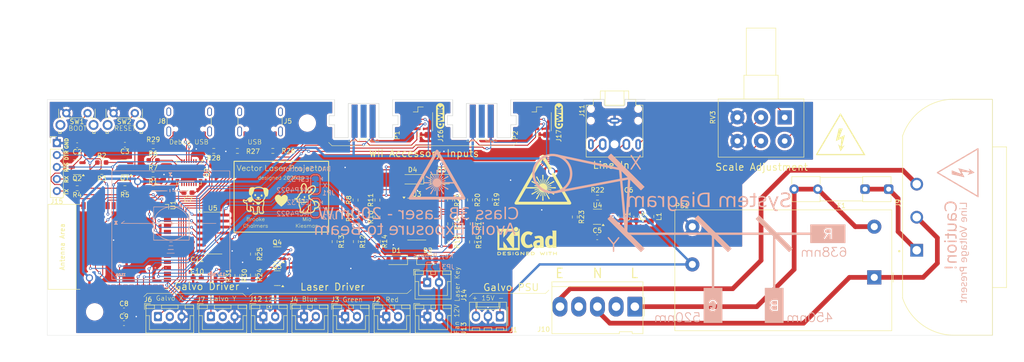
<source format=kicad_pcb>
(kicad_pcb (version 20241229) (generator "pcbnew") (generator_version "9.0")
  (layers (0 "F.Cu" signal) (2 "B.Cu" signal) (13 "F.Paste" user) (15 "B.Paste" user) (5 "F.SilkS" user "F.Silkscreen") (7 "B.SilkS" user "B.Silkscreen") (1 "F.Mask" user) (3 "B.Mask" user) (25 "Edge.Cuts" user))
  (net 0 "")
  (net 1 "+15V")
  (net 2 "GND")
  (net 3 "/BOOT")
  (net 4 "/RESET")
  (net 5 "Net-(U4-SW)")
  (net 6 "Net-(U4-VBST)")
  (net 7 "+3.3V")
  (net 8 "Net-(D1-K)")
  (net 9 "/X_OUT")
  (net 10 "/Y_OUT")
  (net 11 "Net-(D3-K)")
  (net 12 "/USB_DP")
  (net 15 "/USB_DM")
  (net 17 "/DEBUG_DM")
  (net 20 "VBUS")
  (net 22 "/DEBUG_DP")
  (net 23 "/Y_PREAMP")
  (net 24 "/DAC_Y_SCALED")
  (net 25 "/X_PREAMP")
  (net 26 "/DAC_X_SCALED")
  (net 27 "Net-(Q1-B)")
  (net 28 "/RTS")
  (net 29 "/DTR")
  (net 30 "Net-(Q2-B)")
  (net 31 "Net-(U2-~{RST})")
  (net 32 "Net-(U2-VBUS)")
  (net 33 "Net-(U3A--)")
  (net 34 "Net-(U3A-+)")
  (net 35 "/DAC_X")
  (net 36 "Net-(R12-Pad2)")
  (net 37 "Net-(U3B--)")
  (net 38 "Net-(U3C--)")
  (net 39 "/DAC_Y")
  (net 40 "Net-(U3C-+)")
  (net 41 "Net-(U3D--)")
  (net 42 "Net-(R20-Pad2)")
  (net 43 "Net-(U4-VFB)")
  (net 44 "Net-(U3B-+)")
  (net 45 "Net-(U3D-+)")
  (net 48 "/LASER_EN")
  (net 50 "/I2C1_SDA")
  (net 52 "/I2C0_SDA")
  (net 54 "/BLUE")
  (net 56 "/UART_TX")
  (net 57 "/I2C0_SCL")
  (net 58 "/DAC_X_INT")
  (net 59 "/RED")
  (net 62 "/I2C1_SCL")
  (net 66 "/DAC_X_EXT")
  (net 68 "/DAC_Y_INT")
  (net 69 "/UART_RX")
  (net 71 "/GREEN")
  (net 75 "/DAC_Y_EXT")
  (net 93 "-15V")
  (net 98 "+12V")
  (net 99 "Net-(J5-CC2)")
  (net 101 "Net-(J5-CC1)")
  (net 105 "Net-(J8-CC1)")
  (net 106 "Net-(J8-CC2)")
  (net 109 "Net-(Q3-G)")
  (net 110 "Net-(Q4-E)")
  (net 111 "Net-(J12-Pin_2)")
  (net 112 "/AC_L")
  (net 113 "/EARTH")
  (net 114 "/AC_N")
  (net 115 "Net-(J10-Pin_1)")
  (net 116 "/KEY_SENSE")
  (net 117 "/SPI_MOSI")
  (net 118 "/SPI_MISO")
  (net 119 "/SPI_SCK")
  (net 120 "/SPI_CS_DAC")
  (net 124 "Net-(J14-Pin_1)")
  (footprint "Resistor_SMD:R_0603_1608Metric_Pad0.98x0.95mm_HandSolder" (layer "F.Cu") (at 125.275 85.1125 -90)
    (property "Reference" "R12")
    (property "Value" "150k")
  )
  (footprint "Resistor_SMD:R_0603_1608Metric_Pad0.98x0.95mm_HandSolder" (layer "F.Cu") (at 66.3 73.8 180)
    (property "Reference" "R4")
    (property "Value" "470")
  )
  (footprint "Package_DFN_QFN:QFN-28-1EP_5x5mm_P0.5mm_EP3.35x3.35mm" (layer "F.Cu") (at 89.95 70.5 -90)
    (property "Reference" "U2")
    (property "Value" "CP2102N-Axx-xQFN28")
  )
  (footprint "Resistor_SMD:R_0603_1608Metric_Pad0.98x0.95mm_HandSolder" (layer "F.Cu") (at 145.25 81.3375 -90)
    (property "Reference" "R16")
    (property "Value" "9.1k")
  )
  (footprint "Package_TO_SOT_SMD:SOT-23-6_Handsoldering" (layer "F.Cu") (at 176.3875 79.85 180)
    (property "Reference" "U4")
    (property "Value" "~")
  )
  (footprint "Capacitor_SMD:C_0603_1608Metric_Pad1.08x0.95mm_HandSolder" (layer "F.Cu") (at 91.7 90.29 180)
    (property "Reference" "C11")
    (property "Value" "0.1uF")
  )
  (footprint "Resistor_SMD:R_0603_1608Metric_Pad0.98x0.95mm_HandSolder" (layer "F.Cu") (at 82.3875 73.8)
    (property "Reference" "R1")
    (property "Value" "1K")
  )
  (footprint "Connector_JST:JST_XH_B2B-XH-A_1x02_P2.50mm_Vertical" (layer "F.Cu") (at 131.7 101)
    (property "Reference" "J2")
    (property "Value" "RED")
  )
  (footprint "Resistor_SMD:R_0603_1608Metric_Pad0.98x0.95mm_HandSolder" (layer "F.Cu") (at 100.2 92.3 90)
    (property "Reference" "R30")
    (property "Value" "100k")
  )
  (footprint "Capacitor_SMD:C_0603_1608Metric_Pad1.08x0.95mm_HandSolder" (layer "F.Cu") (at 183 75.8 180)
    (property "Reference" "C6")
    (property "Value" "47uF")
  )
  (footprint "Resistor_SMD:R_0603_1608Metric_Pad0.98x0.95mm_HandSolder" (layer "F.Cu") (at 149.425 76.2875 90)
    (property "Reference" "R20")
    (property "Value" "150k")
  )
  (footprint "Resistor_SMD:R_0603_1608Metric_Pad0.98x0.95mm_HandSolder" (layer "F.Cu") (at 95.2 65.9)
    (property "Reference" "R28")
    (property "Value" "5.1k")
  )
  (footprint "Connector_JST:JST_XH_B2B-XH-A_1x02_P2.50mm_Vertical" (layer "F.Cu") (at 123 101)
    (property "Reference" "J3")
    (property "Value" "GREEN")
  )
  (footprint "MountingHole:MountingHole_3.2mm_M3" (layer "F.Cu") (at 235 60)
    (property "Reference" "H2" (hide yes))
    (property "Value" "MountingHole")
  )
  (footprint "Potentiometer_THT:Potentiometer_Alps_RK163_Dual_Horizontal" (layer "F.Cu") (at 216 58.8 -90)
    (property "Reference" "RV3")
    (property "Value" "1k")
  )
  (footprint "Resistor_SMD:R_0603_1608Metric_Pad0.98x0.95mm_HandSolder" (layer "F.Cu") (at 129.825 76.3125 90)
    (property "Reference" "R11")
    (property "Value" "10k")
  )
  (footprint "Capacitor_SMD:C_0603_1608Metric_Pad1.08x0.95mm_HandSolder" (layer "F.Cu") (at 76.4 64.6 180)
    (property "Reference" "C3")
    (property "Value" "0.1uF")
  )
  (footprint "Resistor_SMD:R_0603_1608Metric_Pad0.98x0.95mm_HandSolder" (layer "F.Cu") (at 71.5 68.35)
    (property "Reference" "R2")
    (property "Value" "10K")
  )
  (footprint "Resistor_SMD:R_0603_1608Metric_Pad0.98x0.95mm_HandSolder" (layer "F.Cu") (at 120.775 85.1125 -90)
    (property "Reference" "R13")
    (property "Value" "12k")
  )
  (footprint "Resistor_SMD:R_0603_1608Metric_Pad0.98x0.95mm_HandSolder" (layer "F.Cu") (at 107.7 65.9 180)
    (property "Reference" "R26")
    (property "Value" "5.1k")
  )
  (footprint "SparkFun-Qwiic:qwiic_5.5mm" (layer "F.Cu") (at 143.1 58.5 90)
    (property "Reference" "G***" (hide yes))
    (property "Value" "LOGO" (hide yes))
  )
  (footprint "Resistor_SMD:R_0603_1608Metric_Pad0.98x0.95mm_HandSolder" (layer "F.Cu") (at 149.85 85.1875 -90)
    (property "Reference" "R15")
    (property "Value" "150k")
  )
  (footprint "Resistor_SMD:R_0603_1608Metric_Pad0.98x0.95mm_HandSolder" (layer "F.Cu") (at 150 81.3375 90)
    (property "Reference" "R17")
    (property "Value" "12k")
  )
  (footprint "Capacitor_SMD:C_0603_1608Metric_Pad1.08x0.95mm_HandSolder" (layer "F.Cu") (at 184.6 79.8 -90)
    (property "Reference" "C4")
    (property "Value" "10uF")
  )
  (footprint "Resistor_SMD:R_0603_1608Metric_Pad0.98x0.95mm_HandSolder" (layer "F.Cu") (at 103.5 87.7625 -90)
    (property "Reference" "R25")
    (property "Value" "1k")
  )
  (footprint "Package_TO_SOT_SMD:SOT-23-3" (layer "F.Cu") (at 66.3 69.35 180)
    (property "Reference" "Q2")
    (property "Value" "NPN")
  )
  (footprint "PCM_Espressif:ESP32-S2-SOLO" (layer "F.Cu") (at 75.9 86.235 90)
    (property "Reference" "U1")
    (property "Value" "ESP32-S2-SOLO")
  )
  (footprint "Inductor_SMD:L_0805_2012Metric_Pad1.15x1.40mm_HandSolder" (layer "F.Cu") (at 187.6 79.8 90)
    (property "Reference" "L1")
    (property "Value" "3.3uH")
  )
  (footprint "Connector_USB:USB_C_Receptacle_GCT_USB4105-xx-A_16P_TopMnt_Horizontal" (layer "F.Cu") (at 90 58.675 180)
    (property "Reference" "J8")
    (property "Value" "Debug USB")
  )
  (footprint "Connector_USB:USB_C_Receptacle_GCT_USB4105-xx-A_16P_TopMnt_Horizontal" (layer "F.Cu") (at 105 58.675 180)
    (property "Reference" "J5")
    (property "Value" "Native USB")
  )
  (footprint "Resistor_SMD:R_0603_1608Metric_Pad0.98x0.95mm_HandSolder" (layer "F.Cu") (at 103.5 92.2 -90)
    (property "Reference" "R24")
    (property "Value" "2.2k")
  )
  (footprint "Button_Switch_THT:SW_Tactile_SPST_Angled_PTS645Vx58-2LFS" (layer "F.Cu") (at 64 57.9125)
    (property "Reference" "SW1")
    (property "Value" "BOOT")
  )
  (footprint "Resistor_SMD:R_0603_1608Metric_Pad0.98x0.95mm_HandSolder" (layer "F.Cu") (at 145.2 76.2875 90)
    (property "Reference" "R21")
    (property "Value" "1k")
  )
  (footprint "Resistor_SMD:R_0603_1608Metric_Pad0.98x0.95mm_HandSolder" (layer "F.Cu") (at 71.5125 70.35 180)
    (property "Reference" "R3")
    (property "Value" "10K")
  )
  (footprint "Resistor_SMD:R_0603_1608Metric_Pad0.98x0.95mm_HandSolder" (layer "F.Cu") (at 125.25 79.9375 -90)
    (property "Reference" "R9")
    (property "Value" "12k")
  )
  (footprint "Package_SO:SOIC-14_3.9x8.7mm_P1.27mm" (layer "F.Cu") (at 95 83.3)
    (property "Reference" "U5")
    (property "Value" "MCP4922-ESL")
  )
  (footprint "Resistor_SMD:R_0603_1608Metric_Pad0.98x0.95mm_HandSolder" (layer "F.Cu") (at 76.4 73.8)
    (property "Reference" "R5")
    (property "Value" "470")
  )
  (footprint "Diode_SMD:D_SOD-123" (layer "F.Cu") (at 137.275 71.9125 180)
    (property "Reference" "D4")
    (property "Value" "10V")
  )
  (footprint "Resistor_SMD:R_0603_1608Metric_Pad0.98x0.95mm_HandSolder" (layer "F.Cu") (at 176.4 75.8 180)
    (property "Reference" "R22")
    (property "Value" "33.2k")
  )
  (footprint "Connector_PinHeader_2.54mm:PinHeader_1x05_P2.54mm_Vertical" (layer "F.Cu") (at 62 64.24)
    (property "Reference" "J15")
    (property "Value" "Conn_01x05")
  )
  (footprint "MountingHole:MountingHole_3.2mm_M3" (layer "F.Cu") (at 115 60)
    (property "Reference" "H3" (hide yes))
    (property "Value" "MountingHole")
  )
  (footprint "Package_TO_SOT_SMD:SOT-23-3" (layer "F.Cu") (at 108.6375 87.775 180)
    (property "Reference" "Q4")
    (property "Value" "NPN")
  )
  (footprint "Capacitor_SMD:C_0603_1608Metric_Pad1.08x0.95mm_HandSolder" (layer "F.Cu") (at 181.4 79.8 -90)
    (property "Reference" "C1")
    (property "Value" "10uF")
  )
  (footprint "Connector_JST:JST_XH_B3B-XH-A_1x03_P2.50mm_Vertical" (layer "F.Cu") (at 94.6 101)
    (property "Reference" "J7")
    (property "Value" "Galvo Y Output")
  )
  (footprint "Package_SO:SOIC-14_3.9x8.7mm_P1.27mm" (layer "F.Cu") (at 138.15 80.3475)
    (property "Reference" "U3")
    (property "Value" "TL084")
  )
  (footprint "Connector_JST:JST_XH_B3B-XH-A_1x03_P2.50mm_Vertical" (layer "F.Cu") (at 83.4 101)
    (property "Reference" "J6")
    (property "Value" "Galvo X Output")
  )
  (footprint "Resistor_SMD:R_0603_1608Metric_Pad0.98x0.95mm_HandSolder" (layer "F.Cu") (at 129.85 79.9375 90)
    (property "Reference" "R10")
    (property "Value" "9.1k")
  )
  (footprint "Resistor_SMD:R_0603_1608Metric_Pad0.98x0.95mm_HandSolder" (layer "F.Cu") (at 100.2 65.9)
    (property "Reference" "R27")
    (property "Value" "5.1k")
  )
  (footprint "Symbol:KiCad-Logo2_5mm_SilkScreen" (layer "F.Cu") (at 161.5 85)
    (property "Reference" "REF**" (hide yes))
    (property "Value" "KiCad-Logo2_5mm_SilkScreen" (hide yes))
  )
  (footprint "Package_TO_SOT_SMD:SOT-23" (layer "F.Cu") (at 108.6375 92.8625 180)
    (property "Reference" "Q3")
    (property "Value" "AO3401A")
  )
  (footprint "ESP32 Galvo Driver:QUALTEK_703W-00_52" (layer "F.Cu") (at 243.9375 86.95 90)
    (property "Reference" "J9")
    (property "Value" "IEC_60320_C14_Receptacle")
  )
  (footprint "Connector_JST:JST_XH_B2B-XH-A_1x02_P2.50mm_Vertical" (layer "F.Cu") (at 140.4 101)
    (property "Reference" "J13")
    (property "Value" "FAN")
  )
  (footprint "Package_TO_SOT_SMD:SOT-23-3" (layer "F.Cu") (at 76.4 69.35 180)
    (property "Reference" "Q1")
    (property "Value" "NPN")
  )
  (footprint "ESP32 Galvo Driver:Nintendo_Wii_Peripheral_5Pin_Card_edge" (layer "F.Cu") (at 150 59.6)
    (property "Reference" "P2")
    (property "Value" "Wii 2")
    (fp_line (start -5.3878 0.7568) (end -5.3878 -1.1482) (stroke (width 0.1)) (layer "Edge.Cuts"))
    (fp_line (start -4.2378 -1.1482) (end -5.3878 -1.1482) (stroke (width 0.1)) (layer "Edge.Cuts"))
    (fp_line (start -4.2378 -1.1482) (end -4.2378 -4.5432) (stroke (width 0.1)) (layer "Edge.Cuts"))
    (fp_line (start -4.2378 0.7568) (end -5.3878 0.7568) (stroke (width 0.1)) (layer "Edge.Cuts"))
    (fp_line (start -4.2378 3.5) (end -4.2378 0.7568) (stroke (width 0.1)) (layer "Edge.Cuts"))
    (fp_line (start -1.35 -3.75) (end 5.15 -3.75) (stroke (width 0.1)) (layer "Edge.Cuts"))
    (fp_line (start -1.35 3.5) (end -4.2378 3.5) (stroke (width 0.1)) (layer "Edge.Cuts"))
    (fp_line (start -1.35 3.5) (end -1.35 -3.75) (stroke (width 0.1)) (layer "Edge.Cuts"))
    (fp_line (start 5.15 -3.75) (end 5.15 3.5) (stroke (width 0.1)) (layer "Edge.Cuts"))
    (fp_line (start 5.15 3.5) (end 8.0378 3.5) (stroke (width 0.1)) (layer "Edge.Cuts"))
    (fp_line (start 8.0378 -1.1482) (end 8.0378 -4.5432) (stroke (width 0.1)) (layer "Edge.Cuts"))
    (fp_line (start 8.0378 -1.1482) (end 9.1878 -1.1482) (stroke (width 0.1)) (layer "Edge.Cuts"))
    (fp_line (start 8.0378 0.7568) (end 9.1878 0.7568) (stroke (width 0.1)) (layer "Edge.Cuts"))
    (fp_line (start 8.0378 3.5) (end 8.0378 0.7568) (stroke (width 0.1)) (layer "Edge.Cuts"))
    (fp_line (start 9.1878 0.7568) (end 9.1878 -1.1482) (stroke (width 0.1)) (layer "Edge.Cuts"))
  )
  (footprint "MountingHole:MountingHole_3.2mm_M3" (layer "F.Cu") (at 70 100)
    (property "Reference" "H1" (hide yes))
    (property "Value" "MountingHole")
  )
  (footprint "Capacitor_SMD:C_0603_1608Metric_Pad1.08x0.95mm_HandSolder" (layer "F.Cu") (at 89.75 74.75)
    (property "Reference" "C7")
    (property "Value" "10uF")
  )
  (footprint "Resistor_SMD:R_0603_1608Metric_Pad0.98x0.95mm_HandSolder" (layer "F.Cu") (at 82.3625 67.9)
    (property "Reference" "R6")
    (property "Value" "22.1k")
  )
  (footprint "Resistor_SMD:R_0603_1608Metric_Pad0.98x0.95mm_HandSolder" (layer "F.Cu") (at 82.4 64.9 180)
    (property "Reference" "R29")
    (property "Value" "5.1k")
  )
  (footprint "Resistor_SMD:R_0603_1608Metric_Pad0.98x0.95mm_HandSolder" (layer "F.Cu") (at 129.925 85.0625 -90)
    (property "Reference" "R14")
    (property "Value" "1k")
  )
  (footprint "Connector_Molex:Molex_KK-396_5273-05A_1x05_P3.96mm_Vertical" (layer "F.Cu") (at 184.3 98.9 180)
    (property "Reference" "J10")
    (property "Value" "15V Supply In")
  )
  (footprint "ESP32 Galvo Driver:Nintendo_Wii_Peripheral_5Pin_Card_edge" (layer "F.Cu") (at 125 59.6)
    (property "Reference" "P1")
    (property "Value" "Wii 1")
    (fp_line (start -5.3878 0.7568) (end -5.3878 -1.1482) (stroke (width 0.1)) (layer "Edge.Cuts"))
    (fp_line (start -4.2378 -1.1482) (end -5.3878 -1.1482) (stroke (width 0.1)) (layer "Edge.Cuts"))
    (fp_line (start -4.2378 -1.1482) (end -4.2378 -4.5432) (stroke (width 0.1)) (layer "Edge.Cuts"))
    (fp_line (start -4.2378 0.7568) (end -5.3878 0.7568) (stroke (width 0.1)) (layer "Edge.Cuts"))
    (fp_line (start -4.2378 3.5) (end -4.2378 0.7568) (stroke (width 0.1)) (layer "Edge.Cuts"))
    (fp_line (start -1.35 -3.75) (end 5.15 -3.75) (stroke (width 0.1)) (layer "Edge.Cuts"))
    (fp_line (start -1.35 3.5) (end -4.2378 3.5) (stroke (width 0.1)) (layer "Edge.Cuts"))
    (fp_line (start -1.35 3.5) (end -1.35 -3.75) (stroke (width 0.1)) (layer "Edge.Cuts"))
    (fp_line (start 5.15 -3.75) (end 5.15 3.5) (stroke (width 0.1)) (layer "Edge.Cuts"))
    (fp_line (start 5.15 3.5) (end 8.0378 3.5) (stroke (width 0.1)) (layer "Edge.Cuts"))
    (fp_line (start 8.0378 -1.1482) (end 8.0378 -4.5432) (stroke (width 0.1)) (layer "Edge.Cuts"))
    (fp_line (start 8.0378 -1.1482) (end 9.1878 -1.1482) (stroke (width 0.1)) (layer "Edge.Cuts"))
    (fp_line (start 8.0378 0.7568) (end 9.1878 0.7568) (stroke (width 0.1)) (layer "Edge.Cuts"))
    (fp_line (start 8.0378 3.5) (end 8.0378 0.7568) (stroke (width 0.1)) (layer "Edge.Cuts"))
    (fp_line (start 9.1878 0.7568) (end 9.1878 -1.1482) (stroke (width 0.1)) (layer "Edge.Cuts"))
  )
  (footprint "Capacitor_SMD:C_0603_1608Metric_Pad1.08x0.95mm_HandSolder" (layer "F.Cu") (at 176.3375 84.2)
    (property "Reference" "C5")
    (property "Value" "100nF")
  )
  (footprint "Connector_Audio:Jack_3.5mm_CUI_SJ1-3525N_Horizontal" (layer "F.Cu") (at 180 59.5 180)
    (property "Reference" "J11")
    (property "Value" "AudioJack3_SwitchTR")
    (fp_line (start 2.2 4.5) (end 6.5 4.5) (stroke (width 0.12)) (layer "Edge.Cuts"))
    (fp_line (start 2.2 3.5) (end 2.2 4.5) (stroke (width 0.12)) (layer "Edge.Cuts"))
    (fp_line (start 1.8 3.1) (end -1.8 3.1) (stroke (width 0.12)) (layer "Edge.Cuts"))
    (fp_line (start -2.2 4.5) (end -6.5 4.5) (stroke (width 0.12)) (layer "Edge.Cuts"))
    (fp_line (start -2.2 3.5) (end -2.2 4.5) (stroke (width 0.12)) (layer "Edge.Cuts"))
    (fp_arc (start 1.8 3.1) (mid 2.082843 3.217157) (end 2.2 3.5) (stroke (width 0.12)) (layer "Edge.Cuts"))
    (fp_arc (start -2.2 3.5) (mid -2.082842 3.217158) (end -1.8 3.1) (stroke (width 0.12)) (layer "Edge.Cuts"))
  )
  (footprint "Capacitor_SMD:C_0603_1608Metric_Pad1.08x0.95mm_HandSolder" (layer "F.Cu") (at 66.3 64.7 180)
    (property "Reference" "C2")
    (property "Value" "0.1uF")
  )
  (footprint "Capacitor_SMD:C_0603_1608Metric_Pad1.08x0.95mm_HandSolder" (layer "F.Cu") (at 76.2 102.4)
    (property "Reference" "C9")
    (property "Value" "0.1uF")
  )
  (footprint "Resistor_SMD:R_0603_1608Metric_Pad0.98x0.95mm_HandSolder" (layer "F.Cu") (at 125.2 76.3125 90)
    (property "Reference" "R8")
    (property "Value" "150k")
  )
  (footprint "Resistor_SMD:R_0603_1608Metric_Pad0.98x0.95mm_HandSolder" (layer "F.Cu") (at 153.625 76.2125 -90)
    (property "Reference" "R19")
    (property "Value" "12k")
  )
  (footprint "Capacitor_SMD:C_0603_1608Metric_Pad1.08x0.95mm_HandSolder" (layer "F.Cu") (at 76.2 99.7)
    (property "Reference" "C8")
    (property "Value" "10uF")
  )
  (footprint "Connector_Molex:Molex_KK-254_AE-6410-03A_1x03_P2.54mm_Vertical" (layer "F.Cu") (at 155.76 100.955 180)
    (property "Reference" "J1")
    (property "Value" "15V Power In")
  )
  (footprint "Fuse:Fuseholder_Clip-5x20mm_Littelfuse_111_Inline_P20.00x5.00mm_D1.05mm_Horizontal" (layer "F.Cu") (at 238 74 180)
    (property "Reference" "F1")
    (property "Value" "Fuse")
  )
  (footprint "MountingHole:MountingHole_3.2mm_M3" (layer "F.Cu") (at 162 100)
    (property "Reference" "H4" (hide yes))
    (property "Value" "MountingHole")
  )
  (footprint "Resistor_SMD:R_0603_1608Metric_Pad0.98x0.95mm_HandSolder" (layer "F.Cu") (at 82.3625 70.9)
    (property "Reference" "R7")
    (property "Value" "47.5k" (hide yes))
  )
  (footprint "Connector_JST:JST_SH_BM04B-SRSS-TB_1x04-1MP_P1.00mm_Vertical" (layer "F.Cu") (at 139.5 59.7 -90)
    (property "Reference" "J16")
    (property "Value" "Quiic 1")
  )
  (footprint "Connector_JST:JST_SH_BM04B-SRSS-TB_1x04-1MP_P1.00mm_Vertical" (layer "F.Cu") (at 164.6 59.7 -90)
    (property "Reference" "J17")
    (property "Value" "Quiic 2")
  )
  (footprint "Connector_JST:JST_XH_B2B-XH-A_1x02_P2.50mm_Vertical" (layer "F.Cu") (at 140.35 93.775)
    (property "Reference" "J14")
    (property "Value" "Laser Key")
  )
  (footprint "Connector_JST:JST_XH_B2B-XH-A_1x02_P2.50mm_Vertical" (layer "F.Cu") (at 105.7 101)
    (property "Reference" "J12")
    (property "Value" "LASER_EN")
  )
  (footprint "Resistor_SMD:R_0603_1608Metric_Pad0.98x0.95mm_HandSolder" (layer "F.Cu") (at 96.9 92.3 -90)
    (property "Reference" "R31")
    (property "Value" "27k")
  )
  (footprint "Capacitor_SMD:C_0603_1608Metric_Pad1.08x0.95mm_HandSolder" (layer "F.Cu") (at 91.7 92.8 180)
    (property "Reference" "C10")
    (property "Value" "10uF")
  )
  (footprint "Diode_SMD:D_SOD-123" (layer "F.Cu") (at 143.425 71.8875)
    (property "Reference" "D3")
    (property "Value" "10V")
  )
  (footprint "Converter_ACDC:Converter_ACDC_MeanWell_IRM-05-xx_THT" (layer "F.Cu") (at 234.9575 92.7 180)
    (property "Reference" "PS1")
    (property "Value" "IRM-05-12")
  )
  (footprint "Button_Switch_THT:SW_Tactile_SPST_Angled_PTS645Vx58-2LFS" (layer "F.Cu") (at 74 57.9125)
    (property "Reference" "SW2")
    (property "Value" "RESET")
  )
  (footprint "Resistor_SMD:R_0603_1608Metric_Pad0.98x0.95mm_HandSolder" (layer "F.Cu") (at 171.6 79.9 -90)
    (property "Reference" "R23")
    (property "Value" "10k")
  )
  (footprint "SparkFun-Qwiic:qwiic_5.5mm" (layer "F.Cu") (at 168.2 58.5 90)
    (property "Reference" "G***" (hide yes))
    (property "Value" "LOGO" (hide yes))
  )
  (footprint "Connector_JST:JST_XH_B2B-XH-A_1x02_P2.50mm_Vertical" (layer "F.Cu") (at 114.3 101)
    (property "Reference" "J4")
    (property "Value" "BLUE")
  )
  (footprint "Diode_SMD:D_SOD-123" (layer "F.Cu") (at 140.5 88.9625)
    (property "Reference" "D2")
    (property "Value" "10V")
  )
  (footprint "Diode_SMD:D_SOD-123" (layer "F.Cu") (at 133.85 88.9875 180)
    (property "Reference" "D1")
    (property "Value" "10V")
  )
  (footprint "Resistor_SMD:R_0603_1608Metric_Pad0.98x0.95mm_HandSolder" (layer "F.Cu") (at 145.275 85.1875 -90)
    (property "Reference" "R18")
    (property "Value" "10k")
  )
  (footprint "Jumper:SolderJumper-2_P1.3mm_Open_TrianglePad1.0x1.5mm" (layer "B.Cu") (at 141.675 90.5 180)
    (property "Reference" "JP3")
    (property "Value" "Key Bypass")
  )
  (footprint "Jumper:SolderJumper-3_P1.3mm_Bridged12_RoundedPad1.0x1.5mm" (layer "B.Cu") (at 116.7 73 -90)
    (property "Reference" "JP1")
    (property "Value" "DAC X Select")
  )
  (footprint "Jumper:SolderJumper-3_P1.3mm_Bridged12_RoundedPad1.0x1.5mm" (layer "B.Cu") (at 116.7 78 -90)
    (property "Reference" "JP2")
    (property "Value" "DAC Y Select")
  )
  (gr_poly (pts (xy 106.204355 68.892298) (xy 106.223405 68.904998) (xy 106.236105 68.924048) (xy 106.242455 68.947331) (xy 106.242455 70.039533) (xy 106.839356 70.039533) (xy 106.862639 70.043763) (xy 106.88169 70.056463) (xy 106.89439 70.075513) (xy 106.89862 70.098796) (xy 106.89439 70.122079) (xy 106.88169 70.141128) (xy 106.862639 70.153829) (xy 106.839356 70.158059) (xy 106.183192 70.158059) (xy 106.15991 70.153829) (xy 106.14086 70.141128) (xy 106.12816 70.122079) (xy 106.123929 70.098796) (xy 106.123926 68.947331) (xy 106.128156 68.924048) (xy 106.140856 68.904998) (xy 106.159906 68.892298) (xy 106.183188 68.888065)) (fill yes) (layer "F.SilkS"))
  (gr_poly (pts (xy 160.772458 73.857069) (xy 164.840277 73.857069) (xy 164.840277 73.57232) (xy 160.772458 73.57232)) (fill yes) (layer "F.SilkS"))
  (gr_poly (pts (xy 164.819938 73.679468) (xy 164.860616 73.749925) (xy 167.289378 72.465106) (xy 167.147004 72.218508)) (fill yes) (layer "F.SilkS"))
  (gr_poly (pts (xy 107.654281 71.404694) (xy 107.666981 71.41457) (xy 107.675447 71.42727) (xy 107.67827 71.492182) (xy 107.731893 71.442793) (xy 107.80386 71.406104) (xy 107.822203 71.401871) (xy 107.93227 71.401871) (xy 107.949203 71.406104) (xy 108.03528 71.45267) (xy 108.042337 71.46537) (xy 108.080437 71.588138) (xy 108.080437 71.953615) (xy 108.077614 71.969138) (xy 108.069147 71.981838) (xy 108.056447 71.990305) (xy 108.040924 71.993128) (xy 108.026814 71.990305) (xy 108.014114 71.981838) (xy 108.005648 71.969138) (xy 108.001413 71.953615) (xy 108.001413 71.593781) (xy 107.973191 71.506293) (xy 107.922392 71.480893) (xy 107.832081 71.480893) (xy 107.772814 71.510526) (xy 107.678269 71.60507) (xy 107.678269 71.953615) (xy 107.675447 71.969138) (xy 107.66698 71.981838) (xy 107.65428 71.990305) (xy 107.638757 71.993128) (xy 107.624646 71.990305) (xy 107.611946 71.981838) (xy 107.603479 71.969138) (xy 107.599246 71.953615) (xy 107.599248 71.44138) (xy 107.603481 71.42727) (xy 107.611948 71.41457) (xy 107.624647 71.404694) (xy 107.638758 71.40187)) (fill yes) (layer "F.SilkS"))
  (gr_poly (pts (xy 111.138315 71.184568) (xy 111.159481 71.200091) (xy 111.238503 71.324269) (xy 111.275192 71.507713) (xy 111.275192 71.624836) (xy 111.238503 71.815335) (xy 111.23286 71.829445) (xy 111.151015 71.947978) (xy 111.029659 71.991722) (xy 110.930882 71.991722) (xy 110.809526 71.947978) (xy 110.727682 71.829445) (xy 110.722038 71.815335) (xy 110.685349 71.631891) (xy 110.685349 71.518992) (xy 110.76437 71.518992) (xy 110.76437 71.620592) (xy 110.798237 71.791336) (xy 110.858915 71.884469) (xy 110.950637 71.914102) (xy 111.009904 71.914102) (xy 111.101625 71.884469) (xy 111.162304 71.791336) (xy 111.196171 71.620592) (xy 111.196171 71.518992) (xy 111.162304 71.348248) (xy 111.101625 71.255115) (xy 111.009904 71.225481) (xy 110.950637 71.225481) (xy 110.858915 71.255115) (xy 110.798237 71.348248) (xy 110.76437 71.518992) (xy 110.685349 71.518992) (xy 110.685349 71.507704) (xy 110.727683 71.310148) (xy 110.80106 71.200082) (xy 110.822227 71.184559) (xy 110.930882 71.147869) (xy 111.016958 71.146467)) (fill yes) (layer "F.SilkS"))
  (gr_poly (pts (xy 105.774506 80.184591) (xy 105.847884 80.221279) (xy 105.902917 80.276313) (xy 105.938195 80.348279) (xy 105.942428 80.366623) (xy 105.939605 80.454111) (xy 105.931139 80.468221) (xy 105.918438 80.476688) (xy 105.902915 80.479511) (xy 105.504986 80.479511) (xy 105.504986 80.506323) (xy 105.53603 80.600867) (xy 105.598119 80.662956) (xy 105.657386 80.692589) (xy 105.747697 80.692589) (xy 105.806964 80.662956) (xy 105.876108 80.593812) (xy 105.888808 80.585345) (xy 105.902918 80.582522) (xy 105.918442 80.585345) (xy 105.931142 80.593812) (xy 105.939608 80.607922) (xy 105.942431 80.622032) (xy 105.939608 80.637555) (xy 105.857764 80.723633) (xy 105.774508 80.767377) (xy 105.757575 80.77161) (xy 105.647509 80.77161) (xy 105.630576 80.767377) (xy 105.545909 80.723633) (xy 105.473943 80.650255) (xy 105.464066 80.634732) (xy 105.427377 80.524666) (xy 105.425974 80.439998) (xy 105.438232 80.40049) (xy 105.519097 80.40049) (xy 105.863408 80.400491) (xy 105.863408 80.376502) (xy 105.835186 80.317235) (xy 105.806963 80.289013) (xy 105.747696 80.259379) (xy 105.657386 80.259379) (xy 105.598119 80.289013) (xy 105.53603 80.351103) (xy 105.519097 80.40049) (xy 105.438232 80.40049) (xy 105.464064 80.317236) (xy 105.47394 80.301713) (xy 105.545907 80.228335) (xy 105.630574 80.184591) (xy 105.647507 80.180358) (xy 105.757573 80.180358)) (fill yes) (layer "F.SilkS"))
  (gr_poly (pts (xy 106.065902 81.59429) (xy 106.078602 81.604168) (xy 106.087068 81.616868) (xy 106.091302 81.630978) (xy 106.087068 81.646501) (xy 106.078602 81.659201) (xy 106.065902 81.667668) (xy 106.051792 81.670491) (xy 105.950191 81.670491) (xy 105.892336 81.700124) (xy 105.830247 81.762214) (xy 105.797791 81.856759) (xy 105.797791 82.143214) (xy 105.794968 82.158737) (xy 105.786502 82.171437) (xy 105.773802 82.179904) (xy 105.758278 82.182727) (xy 105.744168 82.179904) (xy 105.730058 82.171437) (xy 105.721592 82.158737) (xy 105.718769 82.143214) (xy 105.718769 81.630978) (xy 105.721592 81.616868) (xy 105.730058 81.604168) (xy 105.744168 81.59429) (xy 105.758278 81.591468) (xy 105.773802 81.59429) (xy 105.786502 81.604168) (xy 105.794968 81.616868) (xy 105.797791 81.630978) (xy 105.797791 81.681779) (xy 105.850003 81.632389) (xy 105.92338 81.595701) (xy 105.941724 81.591468)) (fill yes) (layer "F.SilkS"))
  (gr_poly (pts (xy 106.575311 81.630978) (xy 106.589421 81.638035) (xy 106.599298 81.650735) (xy 106.638812 81.738223) (xy 106.637409 81.753746) (xy 106.630352 81.766446) (xy 106.617652 81.776323) (xy 106.602129 81.780556) (xy 106.588019 81.779154) (xy 106.573909 81.770687) (xy 106.53581 81.700131) (xy 106.446909 81.670499) (xy 106.350954 81.670499) (xy 106.262054 81.700131) (xy 106.242298 81.741054) (xy 106.263464 81.784798) (xy 106.319909 81.81302) (xy 106.497709 81.848298) (xy 106.590842 81.896275) (xy 106.634587 81.97953) (xy 106.63882 82.033153) (xy 106.634587 82.051496) (xy 106.589431 82.136162) (xy 106.466664 82.181318) (xy 106.343898 82.18272) (xy 106.222542 82.14462) (xy 106.208432 82.136153) (xy 106.161865 82.051486) (xy 106.159042 82.035963) (xy 106.160445 82.02044) (xy 106.167501 82.00774) (xy 106.180201 81.997863) (xy 106.194311 81.993629) (xy 106.209834 81.996452) (xy 106.223944 82.003508) (xy 106.262044 82.074064) (xy 106.350944 82.103697) (xy 106.446899 82.103697) (xy 106.5358 82.074064) (xy 106.559789 82.024675) (xy 106.559789 82.006331) (xy 106.534389 81.952709) (xy 106.477944 81.924487) (xy 106.300144 81.889209) (xy 106.207011 81.842643) (xy 106.161856 81.759388) (xy 106.157622 81.741045) (xy 106.161856 81.724111) (xy 106.208422 81.638035) (xy 106.331189 81.594289) (xy 106.453955 81.591467)) (fill yes) (layer "F.SilkS"))
  (gr_poly (pts (xy 115.686762 81.5957) (xy 115.771427 81.642266) (xy 115.816584 81.765032) (xy 115.817986 82.14321) (xy 115.815163 82.158734) (xy 115.806696 82.171434) (xy 115.793997 82.179901) (xy 115.778473 82.182724) (xy 115.762951 82.179901) (xy 115.75025 82.171434) (xy 115.741783 82.158734) (xy 115.73896 82.14321) (xy 115.73896 81.783377) (xy 115.709328 81.695888) (xy 115.659939 81.670488) (xy 115.568216 81.670488) (xy 115.508949 81.700122) (xy 115.415816 81.794666) (xy 115.415816 82.14321) (xy 115.412993 82.158734) (xy 115.404527 82.171434) (xy 115.391828 82.179901) (xy 115.376304 82.182724) (xy 115.360782 82.179901) (xy 115.348081 82.171434) (xy 115.339614 82.158734) (xy 115.336791 82.14321) (xy 115.336791 81.783377) (xy 115.307158 81.695888) (xy 115.25777 81.670488) (xy 115.166047 81.670488) (xy 115.10678 81.700122) (xy 115.013647 81.794666) (xy 115.013647 82.14321) (xy 115.010824 82.158734) (xy 115.002357 82.171434) (xy 114.989657 82.179901) (xy 114.974134 82.182724) (xy 114.958611 82.179901) (xy 114.945911 82.171434) (xy 114.937445 82.158734) (xy 114.934622 82.14321) (xy 114.93464 81.630977) (xy 114.937463 81.616867) (xy 114.94593 81.604167) (xy 114.958629 81.594289) (xy 114.974153 81.591467) (xy 114.989675 81.594289) (xy 115.002376 81.604167) (xy 115.010842 81.616867) (xy 115.013665 81.681779) (xy 115.065876 81.632389) (xy 115.139254 81.595701) (xy 115.157598 81.591468) (xy 115.266253 81.591468) (xy 115.284596 81.595701) (xy 115.369264 81.642267) (xy 115.393252 81.704356) (xy 115.458163 81.639444) (xy 115.541418 81.5957) (xy 115.559761 81.591467) (xy 115.668419 81.591467)) (fill yes) (layer "F.SilkS"))
  (gr_poly (pts (xy 102.336337 81.338878) (xy 102.349037 81.347345) (xy 102.357503 81.360045) (xy 102.360326 81.375568) (xy 102.360326 81.681779) (xy 102.413948 81.632389) (xy 102.485915 81.595701) (xy 102.504259 81.591468) (xy 102.614326 81.591468) (xy 102.631259 81.595701) (xy 102.704637 81.632389) (xy 102.717337 81.642266) (xy 102.724393 81.654966) (xy 102.762493 81.777734) (xy 102.762493 82.14321) (xy 102.75967 82.158734) (xy 102.751204 82.171434) (xy 102.738503 82.179901) (xy 102.722981 82.182724) (xy 102.70887 82.179901) (xy 102.69617 82.171434) (xy 102.687703 82.158734) (xy 102.68347 82.14321) (xy 102.68347 81.783377) (xy 102.655248 81.695888) (xy 102.604448 81.670488) (xy 102.514137 81.670488) (xy 102.45487 81.700122) (xy 102.360325 81.794666) (xy 102.360325 82.14321) (xy 102.357502 82.158734) (xy 102.349036 82.171434) (xy 102.336336 82.179901) (xy 102.320813 82.182724) (xy 102.306702 82.179901) (xy 102.294002 82.171434) (xy 102.285536 82.158734) (xy 102.281302 82.14321) (xy 102.281303 81.375568) (xy 102.285536 81.360045) (xy 102.294003 81.347345) (xy 102.306703 81.338878) (xy 102.320813 81.336055)) (fill yes) (layer "F.SilkS"))
  (gr_poly (pts (xy 117.80159 69.277531) (xy 117.926474 69.343148) (xy 118.036541 69.453215) (xy 118.051361 69.476498) (xy 118.106392 69.641599) (xy 118.108492 69.770715) (xy 118.051342 69.952749) (xy 118.036522 69.976032) (xy 117.926455 70.086099) (xy 117.801571 70.151716) (xy 117.776171 70.158066) (xy 117.611071 70.158066) (xy 117.58567 70.151716) (xy 117.45867 70.086099) (xy 117.350719 69.976032) (xy 117.335899 69.952749) (xy 117.280869 69.787649) (xy 117.280869 69.669115) (xy 117.397306 69.669115) (xy 117.397306 69.760132) (xy 117.443876 69.901948) (xy 117.537006 69.995081) (xy 117.625906 70.039531) (xy 117.761374 70.039531) (xy 117.850273 69.995081) (xy 117.943403 69.901948) (xy 117.989973 69.760132) (xy 117.989973 69.669116) (xy 117.943403 69.527299) (xy 117.850273 69.434166) (xy 117.761374 69.389716) (xy 117.625906 69.389716) (xy 117.537006 69.434165) (xy 117.443876 69.527298) (xy 117.397306 69.669115) (xy 117.280869 69.669115) (xy 117.280869 69.641599) (xy 117.335899 69.476499) (xy 117.350719 69.453216) (xy 117.475603 69.332566) (xy 117.606857 69.271181) (xy 117.77619 69.271181)) (fill yes) (layer "F.SilkS"))
  (gr_poly (pts (xy 104.825176 76.361207) (xy 104.825148 76.361207) (xy 104.825164 76.361206)) (fill yes) (layer "F.SilkS"))
  (gr_poly (pts (xy 112.648643 81.338878) (xy 112.661343 81.347345) (xy 112.67122 81.360045) (xy 112.674043 81.375568) (xy 112.674043 81.791845) (xy 113.118541 81.347346) (xy 113.131242 81.338879) (xy 113.145351 81.336056) (xy 113.160874 81.338879) (xy 113.173575 81.347346) (xy 113.182041 81.360046) (xy 113.184865 81.375569) (xy 113.182041 81.391092) (xy 113.173575 81.403792) (xy 112.868775 81.708591) (xy 113.177808 82.119224) (xy 113.183452 82.133335) (xy 113.184854 82.148858) (xy 113.179211 82.162967) (xy 113.169333 82.174258) (xy 113.155223 82.181314) (xy 113.1397 82.182716) (xy 113.12559 82.177071) (xy 113.1143 82.167195) (xy 112.812324 81.765028) (xy 112.674034 81.903317) (xy 112.674034 82.143205) (xy 112.671212 82.158728) (xy 112.661335 82.171428) (xy 112.648635 82.179896) (xy 112.634523 82.182719) (xy 112.619001 82.179896) (xy 112.606301 82.171428) (xy 112.597835 82.158728) (xy 112.595013 82.143205) (xy 112.59502 81.375568) (xy 112.597842 81.360045) (xy 112.606309 81.347345) (xy 112.619009 81.338878) (xy 112.634531 81.336055)) (fill yes) (layer "F.SilkS"))
  (gr_poly (pts (xy 164.800986 73.725224) (xy 165.215821 75.509163) (xy 165.412281 75.456521) (xy 164.87957 73.704168)) (fill yes) (layer "F.SilkS"))
  (gr_poly (pts (xy 118.893734 69.275412) (xy 118.912785 69.290229) (xy 118.925484 69.309279) (xy 118.931784 69.330446) (xy 118.925484 69.353729) (xy 118.912785 69.372779) (xy 118.893734 69.385479) (xy 118.872564 69.389709) (xy 118.720226 69.389709) (xy 118.633446 69.434159) (xy 118.540316 69.527292) (xy 118.491636 69.669109) (xy 118.491636 70.098793) (xy 118.487436 70.122076) (xy 118.474737 70.141126) (xy 118.455687 70.153826) (xy 118.432407 70.158056) (xy 118.411238 70.153826) (xy 118.390068 70.141126) (xy 118.377369 70.122076) (xy 118.373169 70.098793) (xy 118.373093 69.330448) (xy 118.377293 69.309281) (xy 118.389992 69.290231) (xy 118.411161 69.275414) (xy 118.432331 69.271184) (xy 118.45561 69.275414) (xy 118.474661 69.290231) (xy 118.48736 69.309281) (xy 118.49156 69.330448) (xy 118.49156 69.406648) (xy 118.56988 69.332565) (xy 118.679947 69.277532) (xy 118.707466 69.271182)) (fill yes) (layer "F.SilkS"))
  (gr_poly (pts (xy 105.410602 69.275413) (xy 105.429652 69.29023) (xy 105.442352 69.30928) (xy 105.448702 69.330447) (xy 105.442352 69.35373) (xy 105.429652 69.37278) (xy 105.410602 69.38548) (xy 105.389435 69.38971) (xy 105.237041 69.38971) (xy 105.150257 69.43416) (xy 105.057124 69.527293) (xy 105.008441 69.669109) (xy 105.008441 70.098793) (xy 105.004211 70.122076) (xy 104.991511 70.141126) (xy 104.972461 70.153826) (xy 104.949178 70.158056) (xy 104.928011 70.153826) (xy 104.906844 70.141126) (xy 104.894144 70.122076) (xy 104.889914 70.098793) (xy 104.889907 69.330448) (xy 104.894137 69.309281) (xy 104.906837 69.290231) (xy 104.928004 69.275414) (xy 104.949171 69.271184) (xy 104.972454 69.275414) (xy 104.991504 69.290231) (xy 105.004204 69.309281) (xy 105.008434 69.330448) (xy 105.008434 69.406648) (xy 105.086751 69.332566) (xy 105.196818 69.277533) (xy 105.224335 69.271182)) (fill yes) (layer "F.SilkS"))
  (gr_poly (pts (xy 101.685268 69.277532) (xy 101.795335 69.332565) (xy 101.877885 69.415115) (xy 101.930802 69.523065) (xy 101.937152 69.550582) (xy 101.932922 69.681816) (xy 101.920222 69.702983) (xy 101.901172 69.715683) (xy 101.877889 69.719913) (xy 101.280984 69.719913) (xy 101.280984 69.76013) (xy 101.327551 69.901946) (xy 101.420684 69.995079) (xy 101.509584 70.039529) (xy 101.645051 70.039529) (xy 101.733951 69.995079) (xy 101.837668 69.891362) (xy 101.856718 69.878663) (xy 101.877885 69.874433) (xy 101.901168 69.878663) (xy 101.920218 69.891362) (xy 101.932918 69.91253) (xy 101.937148 69.933697) (xy 101.932918 69.95698) (xy 101.810151 70.086096) (xy 101.685267 70.151713) (xy 101.659867 70.158063) (xy 101.494768 70.158063) (xy 101.469368 70.151713) (xy 101.342368 70.0861) (xy 101.234417 69.976033) (xy 101.219601 69.952749) (xy 101.164567 69.787649) (xy 101.162451 69.660649) (xy 101.180844 69.601382) (xy 101.302152 69.601382) (xy 101.818618 69.601382) (xy 101.818618 69.565399) (xy 101.776285 69.476499) (xy 101.733953 69.434167) (xy 101.645052 69.389716) (xy 101.509584 69.389716) (xy 101.420685 69.434167) (xy 101.327552 69.527299) (xy 101.302152 69.601382) (xy 101.180844 69.601382) (xy 101.219601 69.476499) (xy 101.234418 69.453216) (xy 101.342368 69.343149) (xy 101.469368 69.277532) (xy 101.494768 69.271182) (xy 101.659868 69.271182)) (fill yes) (layer "F.SilkS"))
  (gr_poly (pts (xy 101.900304 81.340305) (xy 101.983559 81.384049) (xy 102.063992 81.467304) (xy 102.104915 81.556189) (xy 102.103513 81.5703) (xy 102.095047 81.584409) (xy 102.083757 81.594287) (xy 102.068234 81.59711) (xy 102.052711 81.595708) (xy 102.04001 81.588651) (xy 101.996266 81.508218) (xy 101.932766 81.444719) (xy 101.8735 81.415086) (xy 101.746493 81.415086) (xy 101.687227 81.444719) (xy 101.622316 81.508218) (xy 101.591271 81.573129) (xy 101.557405 81.674729) (xy 101.557405 81.844063) (xy 101.591271 81.945662) (xy 101.622316 82.010574) (xy 101.687227 82.074074) (xy 101.746493 82.103707) (xy 101.873493 82.103707) (xy 101.93276 82.074074) (xy 101.996259 82.010574) (xy 102.040004 81.93014) (xy 102.052704 81.923084) (xy 102.068227 81.921682) (xy 102.08375 81.924505) (xy 102.09504 81.934382) (xy 102.103507 81.948493) (xy 102.104909 81.962602) (xy 102.100676 81.978125) (xy 102.056931 82.061381) (xy 101.983553 82.134759) (xy 101.900298 82.178503) (xy 101.883365 82.182736) (xy 101.736616 82.182736) (xy 101.719682 82.178503) (xy 101.646305 82.141815) (xy 101.554582 82.051504) (xy 101.516482 81.972481) (xy 101.478383 81.851125) (xy 101.479793 81.654981) (xy 101.516481 81.546325) (xy 101.554581 81.467304) (xy 101.635015 81.384049) (xy 101.719681 81.340305) (xy 101.736615 81.336072) (xy 101.88337 81.336072)) (fill yes) (layer "F.SilkS"))
  (gr_poly (pts (xy 163.473996 74.93716) (xy 163.617815 75.080978) (xy 164.869041 73.74346) (xy 164.811514 73.685933)) (fill yes) (layer "F.SilkS"))
  (gr_poly (pts (xy 164.800986 73.704168) (xy 164.87957 73.725224) (xy 165.412281 71.972872) (xy 165.215821 71.92023)) (fill yes) (layer "F.SilkS"))
  (gr_poly (pts (xy 105.095937 71.149281) (xy 105.108637 71.157747) (xy 105.117104 71.170448) (xy 105.119926 71.18597) (xy 105.119926 71.953615) (xy 105.117104 71.969138) (xy 105.108637 71.981838) (xy 105.095937 71.990305) (xy 105.080415 71.993128) (xy 105.066304 71.990305) (xy 105.053604 71.981838) (xy 105.045137 71.969138) (xy 105.040904 71.939505) (xy 105.025382 71.952205) (xy 104.952003 71.988894) (xy 104.93507 71.993127) (xy 104.825004 71.993127) (xy 104.808071 71.988894) (xy 104.734693 71.952205) (xy 104.651437 71.871772) (xy 104.64156 71.856248) (xy 104.604871 71.746181) (xy 104.604871 71.66716) (xy 104.682482 71.66716) (xy 104.682482 71.727838) (xy 104.713526 71.822382) (xy 104.775615 71.884472) (xy 104.834882 71.914104) (xy 104.925193 71.914104) (xy 104.984459 71.884472) (xy 105.040904 71.828027) (xy 105.040904 71.568383) (xy 104.984459 71.510526) (xy 104.925193 71.480893) (xy 104.834882 71.480893) (xy 104.775615 71.510526) (xy 104.713526 71.572616) (xy 104.682482 71.66716) (xy 104.604871 71.66716) (xy 104.604871 71.648815) (xy 104.64156 71.538748) (xy 104.651437 71.523225) (xy 104.723404 71.449847) (xy 104.808071 71.406103) (xy 104.825004 71.40187) (xy 104.935071 71.40187) (xy 104.952004 71.406103) (xy 105.035259 71.449847) (xy 105.040904 71.455493) (xy 105.040904 71.18597) (xy 105.045137 71.170448) (xy 105.053604 71.157747) (xy 105.066304 71.149281) (xy 105.080415 71.146458)) (fill yes) (layer "F.SilkS"))
  (gr_poly (pts (xy 116.345747 81.595697) (xy 116.429003 81.639441) (xy 116.434647 81.645087) (xy 116.438881 81.616865) (xy 116.447348 81.604165) (xy 116.460047 81.594288) (xy 116.474157 81.591465) (xy 116.489681 81.594288) (xy 116.50238 81.604165) (xy 116.510847 81.616865) (xy 116.51367 81.630975) (xy 116.51367 82.143208) (xy 116.510847 82.158731) (xy 116.50238 82.171432) (xy 116.489681 82.179899) (xy 116.474157 82.182722) (xy 116.460047 82.179899) (xy 116.447348 82.171432) (xy 116.438881 82.158731) (xy 116.434647 82.129099) (xy 116.419125 82.141799) (xy 116.345747 82.178487) (xy 116.328814 82.18272) (xy 116.218746 82.18272) (xy 116.201813 82.178487) (xy 116.128437 82.141799) (xy 116.045181 82.061365) (xy 116.035303 82.045842) (xy 115.998615 81.935775) (xy 115.998615 81.856755) (xy 116.076225 81.856755) (xy 116.076225 81.917432) (xy 116.107269 82.011977) (xy 116.169357 82.074066) (xy 116.228624 82.103699) (xy 116.318935 82.103699) (xy 116.378202 82.074066) (xy 116.434647 82.017622) (xy 116.434647 81.757977) (xy 116.378202 81.700121) (xy 116.318935 81.670487) (xy 116.228624 81.670487) (xy 116.169357 81.700121) (xy 116.107269 81.76221) (xy 116.076225 81.856755) (xy 115.998615 81.856755) (xy 115.998615 81.838408) (xy 116.035303 81.728342) (xy 116.045181 81.712819) (xy 116.117147 81.639441) (xy 116.201813 81.595697) (xy 116.218746 81.591464) (xy 116.328814 81.591464)) (fill yes) (layer "F.SilkS"))
  (gr_poly (pts (xy 114.313346 72.724835) (xy 114.345249 72.728325) (xy 114.376592 72.734142) (xy 114.407374 72.742285) (xy 114.437596 72.752755) (xy 114.467258 72.765551) (xy 114.49636 72.780675) (xy 114.524901 72.798124) (xy 114.552882 72.817901) (xy 114.580302 72.840004) (xy 114.607162 72.864434) (xy 114.633462 72.89119) (xy 114.659202 72.920273) (xy 114.684381 72.951683) (xy 114.708999 72.98542) (xy 114.733058 73.021483) (xy 114.756093 73.059495) (xy 114.777642 73.099078) (xy 114.797704 73.140233) (xy 114.816281 73.182959) (xy 114.833371 73.227257) (xy 114.848976 73.273126) (xy 114.863094 73.320566) (xy 114.875726 73.369578) (xy 114.886872 73.420161) (xy 114.896531 73.472316) (xy 114.904705 73.526042) (xy 114.911393 73.581339) (xy 114.916594 73.638208) (xy 114.920309 73.696648) (xy 114.922539 73.75666) (xy 114.923282 73.818243) (xy 114.923282 73.918033) (xy 114.923185 73.930556) (xy 114.922894 73.943176) (xy 114.92241 73.955894) (xy 114.921732 73.968709) (xy 114.92086 73.981621) (xy 114.919794 73.994631) (xy 114.918535 74.007737) (xy 114.917082 74.020941) (xy 114.954686 73.974341) (xy 114.992655 73.928874) (xy 115.03099 73.88454) (xy 115.069691 73.841338) (xy 115.108756 73.79927) (xy 115.148188 73.758334) (xy 115.187984 73.718532) (xy 115.228146 73.679862) (xy 115.268674 73.642325) (xy 115.309567 73.605921) (xy 115.350825 73.57065) (xy 115.392449 73.536511) (xy 115.434438 73.503506) (xy 115.476792 73.471634) (xy 115.519512 73.440894) (xy 115.562597 73.411287) (xy 115.605744 73.383154) (xy 115.648647 73.356836) (xy 115.691306 73.332333) (xy 115.733721 73.309645) (xy 115.775893 73.288773) (xy 115.817822 73.269715) (xy 115.859507 73.252472) (xy 115.900948 73.237044) (xy 115.942145 73.223432) (xy 115.983099 73.211634) (xy 116.023809 73.201651) (xy 116.064276 73.193484) (xy 116.104498 73.187131) (xy 116.144478 73.182593) (xy 116.184213 73.179871) (xy 116.223705 73.178963) (xy 116.255322 73.179664) (xy 116.286244 73.181765) (xy 116.316472 73.185267) (xy 116.346006 73.19017) (xy 116.374845 73.196474) (xy 116.40299 73.204179) (xy 116.430441 73.213284) (xy 116.457197 73.223791) (xy 116.48326 73.235698) (xy 116.508627 73.249006) (xy 116.533301 73.263715) (xy 116.55728 73.279825) (xy 116.580565 73.297336) (xy 116.603156 73.316248) (xy 116.625052 73.33656) (xy 116.646254 73.358273) (xy 116.666456 73.381071) (xy 116.685355 73.404636) (xy 116.702951 73.428968) (xy 116.719244 73.454068) (xy 116.734233 73.479935) (xy 116.747918 73.50657) (xy 116.7603 73.533972) (xy 116.771379 73.562141) (xy 116.781155 73.591078) (xy 116.789627 73.620782) (xy 116.796795 73.651254) (xy 116.80266 73.682493) (xy 116.807222 73.7145) (xy 116.810481 73.747274) (xy 116.812436 73.780816) (xy 116.813087 73.815125) (xy 116.812308 73.852582) (xy 116.809969 73.890113) (xy 116.806071 73.927717) (xy 116.800614 73.965394) (xy 116.793597 74.003144) (xy 116.785022 74.040968) (xy 116.774887 74.078864) (xy 116.763193 74.116833) (xy 116.74994 74.154876) (xy 116.735127 74.192992) (xy 116.718756 74.23118) (xy 116.700825 74.269442) (xy 116.681335 74.307777) (xy 116.660286 74.346185) (xy 116.637678 74.384666) (xy 116.61351 74.42322) (xy 116.588112 74.461634) (xy 116.561812 74.499695) (xy 116.534611 74.537402) (xy 116.506508 74.574756) (xy 116.477504 74.611757) (xy 116.447598 74.648405) (xy 116.416791 74.684699) (xy 116.385083 74.72064) (xy 116.352474 74.756228) (xy 116.318962 74.791463) (xy 116.28455 74.826344) (xy 116.249236 74.860873) (xy 116.213021 74.895047) (xy 116.175904 74.928869) (xy 116.137886 74.962337) (xy 116.098967 74.995453) (xy 116.01969 75.059941) (xy 115.939342 75.121652) (xy 115.857922 75.180585) (xy 115.77543 75.236742) (xy 115.691866 75.290121) (xy 115.60723 75.340722) (xy 115.521522 75.388546) (xy 115.434742 75.433593) (xy 115.44741 75.469017) (xy 115.458909 75.503563) (xy 115.469239 75.537233) (xy 115.4784 75.570025) (xy 115.486391 75.60194) (xy 115.493214 75.632978) (xy 115.498867 75.663139) (xy 115.503351 75.692423) (xy 115.507008 75.72161) (xy 115.510177 75.751478) (xy 115.512858 75.782029) (xy 115.515052 75.813263) (xy 115.516758 75.845178) (xy 115.517976 75.877775) (xy 115.518708 75.911055) (xy 115.518951 75.945017) (xy 115.586363 75.963484) (xy 115.652947 75.984582) (xy 115.718702 76.008311) (xy 115.783629 76.034672) (xy 115.847728 76.063663) (xy 115.910998 76.095286) (xy 115.97344 76.12954) (xy 116.035053 76.166424) (xy 116.065342 76.185866) (xy 116.09501 76.20599) (xy 116.124057 76.226796) (xy 116.152482 76.248284) (xy 116.180286 76.270454) (xy 116.207468 76.293306) (xy 116.23403 76.316841) (xy 116.25997 76.341058) (xy 116.285289 76.365956) (xy 116.309986 76.391537) (xy 116.334063 76.4178) (xy 116.357518 76.444746) (xy 116.380352 76.472373) (xy 116.402564 76.500682) (xy 116.424156 76.529674) (xy 116.445126 76.559348) (xy 116.461558 76.552928) (xy 116.478113 76.546923) (xy 116.494789 76.541332) (xy 116.511587 76.536154) (xy 116.528508 76.531391) (xy 116.545549 76.527043) (xy 116.562713 76.523108) (xy 116.579998 76.519588) (xy 116.597406 76.516481) (xy 116.614935 76.513789) (xy 116.632586 76.511511) (xy 116.650359 76.509647) (xy 116.668253 76.508198) (xy 116.686269 76.507162) (xy 116.704408 76.506541) (xy 116.722668 76.506334) (xy 116.768549 76.507248) (xy 116.813419 76.509988) (xy 116.857278 76.514556) (xy 116.900126 76.520952) (xy 116.941963 76.529174) (xy 116.982789 76.539224) (xy 117.022604 76.551101) (xy 117.061407 76.564805) (xy 117.0992 76.580336) (xy 117.135981 76.597695) (xy 117.171752 76.61688) (xy 117.206511 76.637893) (xy 117.240259 76.660733) (xy 117.272997 76.685401) (xy 117.304723 76.711895) (xy 117.335438 76.740217) (xy 117.364704 76.769915) (xy 117.392081 76.800539) (xy 117.417571 76.832089) (xy 117.441173 76.864565) (xy 117.462886 76.897966) (xy 117.482711 76.932293) (xy 117.500649 76.967546) (xy 117.516698 77.003725) (xy 117.530859 77.04083) (xy 117.543131 77.07886) (xy 117.553516 77.117816) (xy 117.562013 77.157698) (xy 117.568621 77.198506) (xy 117.573342 77.240239) (xy 117.576174 77.282898) (xy 117.577118 77.326483) (xy 117.576156 77.371177) (xy 117.573269 77.414823) (xy 117.568457 77.457421) (xy 117.561721 77.498972) (xy 117.55306 77.539475) (xy 117.542474 77.578931) (xy 117.529964 77.617339) (xy 117.515529 77.654699) (xy 117.499169 77.691012) (xy 117.480885 77.726277) (xy 117.460676 77.760494) (xy 117.438542 77.793664) (xy 117.414484 77.825787) (xy 117.388501 77.856861) (xy 117.360593 77.886888) (xy 117.330761 77.915868) (xy 117.299467 77.943434) (xy 117.267173 77.969222) (xy 117.233881 77.993232) (xy 117.19959 78.015463) (xy 117.1643 78.035916) (xy 117.128012 78.05459) (xy 117.090724 78.071486) (xy 117.052438 78.086603) (xy 117.013153 78.099942) (xy 116.972869 78.111502) (xy 116.931586 78.121284) (xy 116.889304 78.129287) (xy 116.846024 78.135512) (xy 116.801745 78.139958) (xy 116.756467 78.142626) (xy 116.71019 78.143515) (xy 116.699835 78.191827) (xy 116.689043 78.23853) (xy 116.677811 78.283625) (xy 116.666142 78.327113) (xy 116.654034 78.368992) (xy 116.641487 78.409264) (xy 116.628503 78.447928) (xy 116.61508 78.484983) (xy 116.601316 78.520188) (xy 116.587308 78.553297) (xy 116.573056 78.584311) (xy 116.55856 78.613229) (xy 116.543821 78.640053) (xy 116.528837 78.664781) (xy 116.521254 78.676359) (xy 116.51361 78.687414) (xy 116.505905 78.697944) (xy 116.498138 78.707951) (xy 116.485768 78.722703) (xy 116.472826 78.737333) (xy 116.45931 78.751841) (xy 116.445223 78.766227) (xy 116.430562 78.780492) (xy 116.41533 78.794634) (xy 116.399524 78.808655) (xy 116.383147 78.822554) (xy 116.366196 78.836331) (xy 116.348673 78.849987) (xy 116.330578 78.86352) (xy 116.31191 78.876932) (xy 116.292669 78.890222) (xy 116.272856 78.90339) (xy 116.25247 78.916436) (xy 116.231512 78.929361) (xy 116.188463 78.954479) (xy 116.144294 78.978379) (xy 116.099004 79.00106) (xy 116.052593 79.022524) (xy 116.005061 79.042769) (xy 115.956408 79.061797) (xy 115.906635 79.079606) (xy 115.855741 79.096197) (xy 115.804287 79.11118) (xy 115.752832 79.124166) (xy 115.701378 79.135154) (xy 115.649924 79.144144) (xy 115.59847 79.151136) (xy 115.547016 79.156131) (xy 115.495563 79.159127) (xy 115.44411 79.160126) (xy 115.395165 79.159274) (xy 115.34812 79.156716) (xy 115.302976 79.152452) (xy 115.259731 79.146484) (xy 115.238822 79.14286) (xy 115.218388 79.13881) (xy 115.198428 79.134333) (xy 115.178944 79.129431) (xy 115.159935 79.124101) (xy 115.141401 79.118346) (xy 115.123342 79.112164) (xy 115.105758 79.105556) (xy 115.088722 79.098571) (xy 115.072307 79.091256) (xy 115.056514 79.083612) (xy 115.041342 79.07564) (xy 115.026792 79.067338) (xy 115.012862 79.058708) (xy 114.999554 79.049748) (xy 114.986867 79.04046) (xy 114.974802 79.030843) (xy 114.963357 79.020897) (xy 114.952534 79.010622) (xy 114.942332 79.000018) (xy 114.932752 78.989085) (xy 114.923792 78.977823) (xy 114.915454 78.966232) (xy 114.907738 78.954312) (xy 114.896756 78.970788) (xy 114.88564 78.986691) (xy 114.87439 79.002021) (xy 114.863006 79.016779) (xy 114.851489 79.030964) (xy 114.839837 79.044577) (xy 114.828052 79.057617) (xy 114.816132 79.070085) (xy 114.804079 79.08198) (xy 114.791891 79.093303) (xy 114.77957 79.104053) (xy 114.767115 79.11423) (xy 114.754526 79.123835) (xy 114.741803 79.132868) (xy 114.728946 79.141328) (xy 114.715955 79.149215) (xy 114.702695 79.156579) (xy 114.689034 79.163468) (xy 114.67497 79.169881) (xy 114.660505 79.17582) (xy 114.645637 79.181283) (xy 114.630368 79.186271) (xy 114.614696 79.190785) (xy 114.598623 79.194823) (xy 114.582147 79.198386) (xy 114.56527 79.201474) (xy 114.547991 79.204087) (xy 114.530309 79.206225) (xy 114.512226 79.207888) (xy 114.493741 79.209075) (xy 114.474854 79.209788) (xy 114.455564 79.210025) (xy 114.455517 79.210021) (xy 114.416256 79.209229) (xy 114.378773 79.206854) (xy 114.34307 79.202895) (xy 114.309144 79.197352) (xy 114.276997 79.190226) (xy 114.246629 79.181516) (xy 114.218039 79.171223) (xy 114.191228 79.159346) (xy 114.166195 79.145886) (xy 114.142941 79.130842) (xy 114.121465 79.114214) (xy 114.101768 79.096003) (xy 114.083849 79.076209) (xy 114.067709 79.05483) (xy 114.053347 79.031868) (xy 114.040764 79.007323) (xy 114.023954 79.014498) (xy 114.007046 79.02121) (xy 113.990041 79.027459) (xy 113.972938 79.033245) (xy 113.955738 79.038568) (xy 113.938441 79.043429) (xy 113.921045 79.047826) (xy 113.903553 79.051761) (xy 113.885963 79.055232) (xy 113.868276 79.058241) (xy 113.850491 79.060787) (xy 113.832609 79.06287) (xy 113.814629 79.06449) (xy 113.796552 79.065647) (xy 113.778377 79.066341) (xy 113.760105 79.066573) (xy 113.735828 79.066238) (xy 113.71211 79.065233) (xy 113.688953 79.063558) (xy 113.666357 79.061213) (xy 113.644321 79.058198) (xy 113.622845 79.054513) (xy 113.601929 79.050158) (xy 113.581574 79.045133) (xy 113.561779 79.039438) (xy 113.542545 79.033073) (xy 113.523871 79.026038) (xy 113.505757 79.018333) (xy 113.488203 79.009958) (xy 113.47121 79.000913) (xy 113.454777 78.991198) (xy 113.438905 78.980813) (xy 113.4238 78.969904) (xy 113.40967 78.958617) (xy 113.396514 78.946953) (xy 113.384333 78.934912) (xy 113.373126 78.922493) (xy 113.362893 78.909696) (xy 113.353636 78.896522) (xy 113.345352 78.88297) (xy 113.338043 78.869041) (xy 113.334755 78.861934) (xy 113.331709 78.854734) (xy 113.328907 78.847439) (xy 113.326349 78.840049) (xy 113.321964 78.824987) (xy 113.318553 78.809547) (xy 113.316117 78.79373) (xy 113.314655 78.777535) (xy 113.314168 78.760963) (xy 113.314375 78.747734) (xy 113.314996 78.734554) (xy 113.316032 78.721422) (xy 113.317481 78.70834) (xy 113.319345 78.695306) (xy 113.321622 78.68232) (xy 113.324314 78.669384) (xy 113.32742 78.656496) (xy 113.330941 78.643656) (xy 113.334875 78.630866) (xy 113.339223 78.618124) (xy 113.343986 78.605431) (xy 113.349163 78.592787) (xy 113.354754 78.580191) (xy 113.360759 78.567644) (xy 113.367178 78.555146) (xy 113.373597 78.542392) (xy 113.379602 78.529078) (xy 113.385193 78.515203) (xy 113.39037 78.500768) (xy 113.395133 78.485773) (xy 113.399481 78.470217) (xy 113.403415 78.454101) (xy 113.406936 78.437425) (xy 113.410042 78.420188) (xy 113.412734 78.402391) (xy 113.415011 78.384034) (xy 113.416875 78.365116) (xy 113.418324 78.345638) (xy 113.41936 78.3256) (xy 113.419981 78.305001) (xy 113.420188 78.283842) (xy 113.419926 78.264346) (xy 113.41914 78.244837) (xy 113.417831 78.225316) (xy 113.415998 78.205784) (xy 113.413641 78.186239) (xy 113.41076 78.166681) (xy 113.407356 78.147112) (xy 113.403428 78.12753) (xy 113.398976 78.107937) (xy 113.394 78.088331) (xy 113.388501 78.068712) (xy 113.382478 78.049082) (xy 113.375931 78.02944) (xy 113.36886 78.009785) (xy 113.361266 77.990118) (xy 113.353148 77.970439) (xy 113.319525 77.88975) (xy 113.285709 77.805164) (xy 113.251698 77.716679) (xy 113.217493 77.624295) (xy 113.209186 77.600462) (xy 113.201415 77.57613) (xy 113.19418 77.551298) (xy 113.187481 77.525967) (xy 113.181317 77.500136) (xy 113.17569 77.473806) (xy 113.170599 77.446976) (xy 113.166043 77.419647) (xy 113.162024 77.391819) (xy 113.15854 77.363491) (xy 113.155592 77.334664) (xy 113.153181 77.305337) (xy 113.151305 77.275511) (xy 113.149965 77.245186) (xy 113.148893 77.183037) (xy 113.149381 77.147418) (xy 113.150843 77.110728) (xy 113.15328 77.072966) (xy 113.156691 77.034131) (xy 113.161077 76.994225) (xy 113.166438 76.953247) (xy 113.172773 76.911196) (xy 113.180083 76.868074) (xy 113.15086 76.858323) (xy 113.122441 76.84778) (xy 113.094826 76.836445) (xy 113.068015 76.824319) (xy 113.042008 76.8114) (xy 113.016805 76.79769) (xy 112.992406 76.783188) (xy 112.96881 76.767894) (xy 112.946019 76.751809) (xy 112.924032 76.734932) (xy 112.902849 76.717263) (xy 112.88247 76.698802) (xy 112.862894 76.679549) (xy 112.844123 76.659505) (xy 112.826156 76.638668) (xy 112.808992 76.61704) (xy 112.792755 76.594779) (xy 112.777564 76.572042) (xy 112.763422 76.548831) (xy 112.750327 76.525144) (xy 112.738279 76.500982) (xy 112.727279 76.476345) (xy 112.717327 76.451233) (xy 112.708422 76.425646) (xy 112.700565 76.399584) (xy 112.693756 76.373047) (xy 112.687994 76.346035) (xy 112.68328 76.318548) (xy 112.679613 76.290585) (xy 112.676994 76.262148) (xy 112.675423 76.233235) (xy 112.674899 76.203848) (xy 112.674899 76.203842) (xy 112.921251 76.203842) (xy 112.921751 76.228186) (xy 112.923249 76.252105) (xy 112.925746 76.275597) (xy 112.929242 76.298662) (xy 112.933737 76.321301) (xy 112.939231 76.343514) (xy 112.945724 76.3653) (xy 112.953215 76.386661) (xy 112.961706 76.407594) (xy 112.971195 76.428102) (xy 112.981683 76.448183) (xy 112.99317 76.467837) (xy 113.005656 76.487065) (xy 113.019141 76.505867) (xy 113.033625 76.524243) (xy 113.049108 76.542192) (xy 113.065552 76.559374) (xy 113.082923 76.575448) (xy 113.10122 76.590412) (xy 113.120442 76.604269) (xy 113.14059 76.617017) (xy 113.161664 76.628656) (xy 113.183663 76.639187) (xy 113.206589 76.648609) (xy 113.23044 76.656923) (xy 113.255217 76.664129) (xy 113.28092 76.670225) (xy 113.307548 76.675214) (xy 113.335102 76.679093) (xy 113.363582 76.681865) (xy 113.392988 76.683527) (xy 113.42332 76.684082) (xy 113.45314 76.683546) (xy 113.48335 76.681938) (xy 113.51395 76.679258) (xy 113.544939 76.675506) (xy 113.576318 76.670683) (xy 113.608088 76.664787) (xy 113.640247 76.65782) (xy 113.672795 76.64978) (xy 113.704857 76.661815) (xy 113.737113 76.672972) (xy 113.769565 76.683253) (xy 113.802211 76.692657) (xy 113.835052 76.701184) (xy 113.868088 76.708834) (xy 113.901319 76.715608) (xy 113.934745 76.721504) (xy 113.96856 76.72662) (xy 114.00296 76.731053) (xy 114.037945 76.734805) (xy 114.073514 76.737874) (xy 114.109669 76.740261) (xy 114.146408 76.741966) (xy 114.183731 76.74299) (xy 114.22164 76.743331) (xy 114.263617 76.742612) (xy 114.30535 76.740456) (xy 114.34684 76.736862) (xy 114.388086 76.731831) (xy 114.429089 76.725363) (xy 114.469848 76.717457) (xy 114.510363 76.708114) (xy 114.550634 76.697334) (xy 114.590662 76.685116) (xy 114.630447 76.671461) (xy 114.669987 76.656368) (xy 114.709285 76.639838) (xy 114.748338 76.62187) (xy 114.787148 76.602465) (xy 114.825714 76.581623) (xy 114.864037 76.559343) (xy 114.976301 76.752686) (xy 114.931693 76.777987) (xy 114.886744 76.801655) (xy 114.841453 76.823691) (xy 114.795822 76.844095) (xy 114.749849 76.862867) (xy 114.703535 76.880006) (xy 114.656881 76.895513) (xy 114.609885 76.909387) (xy 114.562548 76.92163) (xy 114.51487 76.93224) (xy 114.466851 76.941217) (xy 114.418491 76.948563) (xy 114.36979 76.954276) (xy 114.320747 76.958356) (xy 114.271364 76.960805) (xy 114.22164 76.961621) (xy 114.185863 76.961182) (xy 114.150257 76.959867) (xy 114.114821 76.957674) (xy 114.079556 76.954605) (xy 114.044462 76.950658) (xy 114.009538 76.945834) (xy 113.974784 76.940133) (xy 113.940202 76.933555) (xy 113.905789 76.9261) (xy 113.871547 76.917768) (xy 113.837476 76.908559) (xy 113.803575 76.898472) (xy 113.769845 76.887509) (xy 113.736285 76.875668) (xy 113.702896 76.862951) (xy 113.669677 76.849356) (xy 113.644143 76.853935) (xy 113.61744 76.858319) (xy 113.58957 76.86251) (xy 113.560532 76.866507) (xy 113.545378 76.868335) (xy 113.529542 76.86992) (xy 113.513024 76.871261) (xy 113.495824 76.872357) (xy 113.477941 76.873211) (xy 113.459376 76.87382) (xy 113.440129 76.874185) (xy 113.420199 76.874307) (xy 113.414452 76.912216) (xy 113.409679 76.94798) (xy 113.405882 76.981601) (xy 113.403059 77.013077) (xy 113.401958 77.029034) (xy 113.401003 77.046502) (xy 113.400195 77.06548) (xy 113.399534 77.085969) (xy 113.398653 77.131479) (xy 113.398359 77.183032) (xy 113.39909 77.223425) (xy 113.401283 77.263526) (xy 113.404938 77.303335) (xy 113.410054 77.342852) (xy 113.416633 77.382076) (xy 113.424673 77.421008) (xy 113.434175 77.459647) (xy 113.445139 77.497994) (xy 113.468333 77.572252) (xy 113.491136 77.642222) (xy 113.513548 77.707904) (xy 113.535569 77.769298) (xy 113.557302 77.828256) (xy 113.578839 77.889748) (xy 113.600182 77.953773) (xy 113.621329 78.020332) (xy 113.631196 78.05427) (xy 113.639748 78.088256) (xy 113.646984 78.122291) (xy 113.652904 78.156374) (xy 113.657509 78.190507) (xy 113.660798 78.224688) (xy 113.662771 78.258918) (xy 113.663429 78.293196) (xy 113.663228 78.309897) (xy 113.662625 78.326476) (xy 113.66162 78.342933) (xy 113.660214 78.359268) (xy 113.658405 78.375482) (xy 113.656194 78.391574) (xy 113.653581 78.407543) (xy 113.650567 78.423392) (xy 113.64715 78.439118) (xy 113.643332 78.454722) (xy 113.639111 78.470205) (xy 113.634489 78.485565) (xy 113.629464 78.500804) (xy 113.624038 78.515922) (xy 113.61821 78.530917) (xy 113.611979 78.54579) (xy 113.599921 78.574392) (xy 113.58947 78.600947) (xy 113.580627 78.625456) (xy 113.573392 78.647919) (xy 113.567765 78.668335) (xy 113.565554 78.677775) (xy 113.563745 78.686704) (xy 113.562338 78.695122) (xy 113.561334 78.703027) (xy 113.560731 78.710421) (xy 113.56053 78.717304) (xy 113.560731 78.722701) (xy 113.561334 78.727975) (xy 113.562338 78.733128) (xy 113.563745 78.738159) (xy 113.565554 78.743068) (xy 113.567765 78.747856) (xy 113.570378 78.752521) (xy 113.573392 78.757064) (xy 113.576809 78.761486) (xy 113.580627 78.765786) (xy 113.584848 78.769963) (xy 113.58947 78.774019) (xy 113.594495 78.777953) (xy 113.599921 78.781765) (xy 113.605749 78.785456) (xy 113.611979 78.789024) (xy 113.618587 78.792422) (xy 113.625549 78.795601) (xy 113.632863 78.79856) (xy 113.640531 78.8013) (xy 113.648552 78.803821) (xy 113.656927 78.806123) (xy 113.665655 78.808206) (xy 113.674736 78.810069) (xy 113.684171 78.811713) (xy 113.693959 78.813138) (xy 113.7041 78.814344) (xy 113.714594 78.81533) (xy 113.725442 78.816098) (xy 113.736644 78.816646) (xy 113.748198 78.816974) (xy 113.760106 78.817084) (xy 113.770911 78.816871) (xy 113.781497 78.816231) (xy 113.791864 78.815166) (xy 113.802011 78.813673) (xy 113.81194 78.811755) (xy 113.821648 78.80941) (xy 113.831138 78.806639) (xy 113.840408 78.803441) (xy 113.849458 78.799818) (xy 113.85829 78.795767) (xy 113.866902 78.791291) (xy 113.875295 78.786388) (xy 113.883468 78.781059) (xy 113.891422 78.775304) (xy 113.899157 78.769122) (xy 113.906672 78.762514) (xy 113.914109 78.755376) (xy 113.921607 78.747604) (xy 113.929165 78.7392) (xy 113.936785 78.730161) (xy 113.944465 78.720489) (xy 113.952206 78.710184) (xy 113.960008 78.699245) (xy 113.967871 78.687673) (xy 113.975795 78.675467) (xy 113.98378 78.662628) (xy 113.991826 78.649155) (xy 113.999933 78.635049) (xy 114.0081 78.62031) (xy 114.016329 78.604937) (xy 114.024618 78.58893) (xy 114.032969 78.57229) (xy 114.050291 78.536696) (xy 114.068734 78.49774) (xy 114.108982 78.409741) (xy 114.153712 78.308294) (xy 114.202924 78.193399) (xy 114.380673 78.268239) (xy 114.361695 78.308267) (xy 114.34374 78.347271) (xy 114.326807 78.385253) (xy 114.310898 78.422211) (xy 114.296012 78.458146) (xy 114.282149 78.493058) (xy 114.269309 78.526946) (xy 114.257492 78.559811) (xy 114.246894 78.591848) (xy 114.237708 78.623252) (xy 114.229936 78.654022) (xy 114.223577 78.684158) (xy 114.218631 78.713662) (xy 114.215098 78.742532) (xy 114.213861 78.756729) (xy 114.212978 78.770768) (xy 114.212448 78.784649) (xy 114.212272 78.798371) (xy 114.212515 78.808719) (xy 114.213246 78.818714) (xy 114.214464 78.828356) (xy 114.21617 78.837645) (xy 114.218363 78.84658) (xy 114.221043 78.855162) (xy 114.22421 78.86339) (xy 114.227864 78.871266) (xy 114.232006 78.878788) (xy 114.236635 78.885957) (xy 114.241751 78.892772) (xy 114.247355 78.899234) (xy 114.253446 78.905343) (xy 114.260024 78.911099) (xy 114.267089 78.916501) (xy 114.274642 78.92155) (xy 114.282658 78.926271) (xy 114.291112 78.930686) (xy 114.300004 78.934798) (xy 114.309335 78.938604) (xy 114.319105 78.942106) (xy 114.329313 78.945304) (xy 114.339959 78.948197) (xy 114.351044 78.950785) (xy 114.362568 78.953069) (xy 114.37453 78.955049) (xy 114.386931 78.956723) (xy 114.39977 78.958094) (xy 114.413047 78.95916) (xy 114.426763 78.959921) (xy 114.440918 78.960378) (xy 114.455511 78.96053) (xy 114.455521 78.960546) (xy 114.469438 78.960363) (xy 114.483123 78.959815) (xy 114.496578 78.958902) (xy 114.5098 78.957622) (xy 114.522792 78.955978) (xy 114.535551 78.953968) (xy 114.54808 78.951592) (xy 114.560377 78.948851) (xy 114.572442 78.945745) (xy 114.584276 78.942273) (xy 114.595879 78.938435) (xy 114.60725 78.934233) (xy 114.61839 78.929664) (xy 114.629298 78.92473) (xy 114.639975 78.919431) (xy 114.65042 78.913767) (xy 114.660634 78.907676) (xy 114.670617 78.901097) (xy 114.680368 78.894032) (xy 114.689888 78.886479) (xy 114.699177 78.878439) (xy 114.708234 78.869912) (xy 114.717059 78.860898) (xy 114.725654 78.851396) (xy 114.734016 78.841408) (xy 114.742147 78.830932) (xy 114.750047 78.819969) (xy 114.757716 78.808518) (xy 114.765153 78.796581) (xy 114.772358 78.784156) (xy 114.779332 78.771244) (xy 114.786075 78.757845) (xy 114.802082 78.725442) (xy 114.817357 78.693722) (xy 114.831902 78.662683) (xy 114.845716 78.632327) (xy 114.858798 78.602653) (xy 114.87115 78.573662) (xy 114.88277 78.545352) (xy 114.89366 78.517725) (xy 114.899245 78.504155) (xy 114.905476 78.490731) (xy 114.912352 78.477453) (xy 114.919874 78.464322) (xy 114.928042 78.451336) (xy 114.936855 78.438497) (xy 114.946314 78.425804) (xy 114.956419 78.413257) (xy 114.967169 78.400857) (xy 114.978565 78.388602) (xy 114.990606 78.376494) (xy 115.003293 78.364532) (xy 115.016625 78.352716) (xy 115.030603 78.341046) (xy 115.045227 78.329522) (xy 115.060496 78.318145) (xy 115.178997 78.230824) (xy 115.159994 78.183853) (xy 115.151442 78.160806) (xy 115.143524 78.138051) (xy 115.13624 78.115589) (xy 115.129589 78.093419) (xy 115.123571 78.071541) (xy 115.118187 78.049955) (xy 115.113436 78.028662) (xy 115.109319 78.007661) (xy 115.105835 77.986953) (xy 115.102984 77.966537) (xy 115.100767 77.946413) (xy 115.099183 77.926582) (xy 115.098233 77.907043) (xy 115.097917 77.887796) (xy 115.098501 77.857574) (xy 115.100255 77.827717) (xy 115.103179 77.798226) (xy 115.107272 77.7691) (xy 115.112534 77.74034) (xy 115.118966 77.711945) (xy 115.126567 77.683916) (xy 115.135337 77.656252) (xy 115.145277 77.628954) (xy 115.156387 77.602021) (xy 115.168666 77.575453) (xy 115.182114 77.549251) (xy 115.196731 77.523414) (xy 115.212518 77.497943) (xy 115.229475 77.472837) (xy 115.247601 77.448097) (xy 115.266835 77.424148) (xy 115.287117 77.401418) (xy 115.308447 77.379905) (xy 115.330824 77.359611) (xy 115.354249 77.340535) (xy 115.378721 77.322677) (xy 115.404241 77.306037) (xy 115.430809 77.290616) (xy 115.458424 77.276412) (xy 115.487087 77.263427) (xy 115.516797 77.251659) (xy 115.547555 77.24111) (xy 115.579361 77.231779) (xy 115.612214 77.223667) (xy 115.646114 77.216772) (xy 115.681063 77.211096) (xy 115.724722 77.454333) (xy 115.700932 77.457463) (xy 115.677897 77.461398) (xy 115.655617 77.466136) (xy 115.634093 77.471678) (xy 115.613324 77.478025) (xy 115.59331 77.485175) (xy 115.574051 77.49313) (xy 115.555548 77.501888) (xy 115.5378 77.511451) (xy 115.520807 77.521817) (xy 115.504569 77.532987) (xy 115.489087 77.544962) (xy 115.47436 77.55774) (xy 115.460388 77.571323) (xy 115.447171 77.585709) (xy 115.43471 77.600899) (xy 115.423003 77.616784) (xy 115.412053 77.633253) (xy 115.401857 77.650307) (xy 115.392416 77.667946) (xy 115.383731 77.686169) (xy 115.375801 77.704977) (xy 115.368627 77.72437) (xy 115.362207 77.744348) (xy 115.356543 77.76491) (xy 115.351634 77.786057) (xy 115.34748 77.807788) (xy 115.344081 77.830105) (xy 115.341438 77.853006) (xy 115.33955 77.876492) (xy 115.338417 77.900562) (xy 115.338039 77.925217) (xy 115.33838 77.948751) (xy 115.339404 77.972577) (xy 115.341109 77.996696) (xy 115.343497 78.021108) (xy 115.346567 78.045811) (xy 115.350319 78.070808) (xy 115.354753 78.096097) (xy 115.359869 78.121679) (xy 115.365619 78.147503) (xy 115.371953 78.173523) (xy 115.378872 78.199737) (xy 115.386376 78.226146) (xy 115.394465 78.252751) (xy 115.403138 78.27955) (xy 115.412396 78.306544) (xy 115.422239 78.333733) (xy 115.378533 78.35929) (xy 115.337847 78.384506) (xy 115.300182 78.40938) (xy 115.265538 78.433914) (xy 115.233915 78.458106) (xy 115.219237 78.470074) (xy 115.205313 78.481957) (xy 115.192145 78.493754) (xy 115.179732 78.505467) (xy 115.168075 78.517094) (xy 115.157172 78.528636) (xy 115.146976 78.540226) (xy 115.137438 78.551999) (xy 115.128557 78.563955) (xy 115.120335 78.576093) (xy 115.11277 78.588414) (xy 115.105863 78.600918) (xy 115.099614 78.613605) (xy 115.094022 78.626475) (xy 115.089089 78.639527) (xy 115.084813 78.652763) (xy 115.081195 78.66618) (xy 115.078235 78.679781) (xy 115.075932 78.693565) (xy 115.074288 78.707531) (xy 115.073301 78.72168) (xy 115.072972 78.736012) (xy 115.073277 78.744527) (xy 115.07419 78.752921) (xy 115.075713 78.761193) (xy 115.077845 78.769342) (xy 115.080586 78.77737) (xy 115.083935 78.785276) (xy 115.087894 78.79306) (xy 115.092462 78.800722) (xy 115.097639 78.808262) (xy 115.103425 78.815681) (xy 115.109821 78.822977) (xy 115.116825 78.830152) (xy 115.124438 78.837205) (xy 115.13266 78.844135) (xy 115.141492 78.850944) (xy 115.150932 78.857631) (xy 115.161213 78.864051) (xy 115.172566 78.870056) (xy 115.184991 78.875647) (xy 115.198488 78.880823) (xy 115.213057 78.885586) (xy 115.228698 78.889934) (xy 115.245411 78.893869) (xy 115.263195 78.897389) (xy 115.282052 78.900495) (xy 115.301981 78.903187) (xy 115.322982 78.905465) (xy 115.345054 78.907328) (xy 115.368199 78.908778) (xy 115.392416 78.909813) (xy 115.417704 78.910434) (xy 115.444065 78.910641) (xy 115.483289 78.909862) (xy 115.523 78.907523) (xy 115.563198 78.903624) (xy 115.603884 78.898166) (xy 115.645056 78.891149) (xy 115.686717 78.882573) (xy 115.728864 78.872437) (xy 115.7715 78.860741) (xy 115.813964 78.847757) (xy 115.855599 78.83375) (xy 115.896407 78.818718) (xy 115.936386 78.802663) (xy 115.975537 78.785585) (xy 116.01386 78.767483) (xy 116.051354 78.748357) (xy 116.08802 78.728208) (xy 116.10586 78.717824) (xy 116.123127 78.707329) (xy 116.139821 78.696725) (xy 116.155943 78.686012) (xy 116.171493 78.675188) (xy 116.18647 78.664256) (xy 116.200874 78.653213) (xy 116.214706 78.642061) (xy 116.227965 78.630799) (xy 116.240652 78.619428) (xy 116.252767 78.607947) (xy 116.264309 78.596356) (xy 116.275278 78.584656) (xy 116.285675 78.572847) (xy 116.295499 78.560927) (xy 116.30475 78.548898) (xy 116.309879 78.541888) (xy 116.315129 78.534111) (xy 116.320501 78.525566) (xy 116.325995 78.516253) (xy 116.331611 78.506173) (xy 116.337348 78.495326) (xy 116.343207 78.483711) (xy 116.349188 78.471329) (xy 116.355291 78.458179) (xy 116.361515 78.444262) (xy 116.37433 78.414125) (xy 116.387632 78.380917) (xy 116.401421 78.34464) (xy 116.415358 78.304077) (xy 116.4291 78.258007) (xy 116.442647 78.206431) (xy 116.455998 78.149348) (xy 116.469154 78.08676) (xy 116.482114 78.018666) (xy 116.494879 77.945066) (xy 116.507448 77.86596) (xy 116.520677 77.869711) (xy 116.533857 77.87317) (xy 116.546988 77.876337) (xy 116.560071 77.879212) (xy 116.573105 77.881795) (xy 116.586091 77.884085) (xy 116.599027 77.886083) (xy 116.611916 77.887789) (xy 116.624754 77.889243) (xy 116.637544 77.890502) (xy 116.650285 77.891567) (xy 116.662978 77.892439) (xy 116.675622 77.893117) (xy 116.688218 77.893602) (xy 116.700765 77.893892) (xy 116.713264 77.893989) (xy 116.747159 77.893374) (xy 116.780238 77.891529) (xy 116.812501 77.888453) (xy 116.843947 77.884147) (xy 116.874577 77.87861) (xy 116.904391 77.871843) (xy 116.933389 77.863846) (xy 116.961571 77.854619) (xy 116.988937 77.844161) (xy 117.015486 77.832473) (xy 117.041219 77.819555) (xy 117.066136 77.805406) (xy 117.090237 77.790027) (xy 117.113522 77.773418) (xy 117.13599 77.755578) (xy 117.157642 77.736508) (xy 117.178223 77.716451) (xy 117.197475 77.695652) (xy 117.2154 77.674109) (xy 117.231997 77.651823) (xy 117.247266 77.628794) (xy 117.261208 77.605022) (xy 117.273822 77.580507) (xy 117.285108 77.555249) (xy 117.295066 77.529248) (xy 117.303697 77.502503) (xy 117.310999 77.475016) (xy 117.316974 77.446786) (xy 117.321622 77.417812) (xy 117.324941 77.388096) (xy 117.326933 77.357636) (xy 117.327597 77.326434) (xy 117.326933 77.295597) (xy 117.324941 77.265454) (xy 117.321622 77.236005) (xy 117.316974 77.207251) (xy 117.310999 77.179192) (xy 117.303697 77.151826) (xy 117.295066 77.125155) (xy 117.285108 77.099178) (xy 117.273822 77.073896) (xy 117.261208 77.049307) (xy 117.247266 77.025414) (xy 117.231997 77.002214) (xy 117.2154 76.979709) (xy 117.197475 76.957898) (xy 117.178223 76.936782) (xy 117.157642 76.91636) (xy 117.136027 76.896912) (xy 117.113668 76.878719) (xy 117.090566 76.861781) (xy 117.066721 76.846097) (xy 117.042133 76.831668) (xy 117.016802 76.818494) (xy 116.990727 76.806575) (xy 116.96391 76.79591) (xy 116.93635 76.7865) (xy 116.908046 76.778344) (xy 116.879 76.771444) (xy 116.84921 76.765797) (xy 116.818678 76.761406) (xy 116.787402 76.758269) (xy 116.755384 76.756387) (xy 116.722622 76.75576) (xy 116.699281 76.756101) (xy 116.676038 76.757124) (xy 116.652893 76.758829) (xy 116.629845 76.761217) (xy 116.606895 76.764286) (xy 116.584043 76.768037) (xy 116.561288 76.772471) (xy 116.538631 76.777587) (xy 116.558195 76.832403) (xy 116.576345 76.886147) (xy 116.593082 76.938819) (xy 116.608407 76.99042) (xy 116.622319 77.040948) (xy 116.634817 77.090405) (xy 116.645902 77.138789) (xy 116.655575 77.186102) (xy 116.663979 77.232245) (xy 116.671264 77.277121) (xy 116.677427 77.320731) (xy 116.68247 77.363073) (xy 116.686392 77.404149) (xy 116.689194 77.443957) (xy 116.690875 77.482499) (xy 116.691435 77.519774) (xy 116.473146 77.519774) (xy 116.472318 77.478065) (xy 116.469833 77.435576) (xy 116.465692 77.392308) (xy 116.459894 77.34826) (xy 116.452439 77.303433) (xy 116.443328 77.257825) (xy 116.43256 77.211438) (xy 116.420135 77.164272) (xy 116.406152 77.116581) (xy 116.390706 77.068596) (xy 116.373798 77.020317) (xy 116.355429 76.971745) (xy 116.335598 76.922879) (xy 116.314305 76.873718) (xy 116.29155 76.824264) (xy 116.267334 76.774516) (xy 116.256511 76.75357) (xy 116.24509 76.732831) (xy 116.233073 76.712299) (xy 116.220459 76.691975) (xy 116.207248 76.671857) (xy 116.19344 76.651947) (xy 116.179036 76.632243) (xy 116.164034 76.612747) (xy 116.148436 76.593458) (xy 116.132241 76.574376) (xy 116.115448 76.555501) (xy 116.09806 76.536833) (xy 116.080074 76.518372) (xy 116.061491 76.500118) (xy 116.042312 76.482071) (xy 116.022535 76.464231) (xy 116.002314 76.446714) (xy 115.981801 76.429636) (xy 115.960995 76.412996) (xy 115.939897 76.396795) (xy 115.918507 76.381033) (xy 115.896824 76.365708) (xy 115.874849 76.350823) (xy 115.852581 76.336376) (xy 115.830021 76.322367) (xy 115.807169 76.308797) (xy 115.784024 76.295665) (xy 115.760587 76.282972) (xy 115.736858 76.270718) (xy 115.712836 76.258902) (xy 115.688522 76.247524) (xy 115.663916 76.236585) (xy 115.639169 76.226201) (xy 115.614435 76.216486) (xy 115.589713 76.207441) (xy 115.565003 76.199066) (xy 115.540306 76.191362) (xy 115.51562 76.184327) (xy 115.490947 76.177962) (xy 115.466286 76.172267) (xy 115.441637 76.167242) (xy 115.417 76.162888) (xy 115.392376 76.159203) (xy 115.367764 76.156188) (xy 115.343163 76.153843) (xy 115.318575 76.152168) (xy 115.294 76.151163) (xy 115.269436 76.150828) (xy 115.268973 76.092723) (xy 115.267584 76.035349) (xy 115.265269 75.978705) (xy 115.262029 75.922793) (xy 115.257862 75.867611) (xy 115.252769 75.81316) (xy 115.246751 75.75944) (xy 115.239806 75.706451) (xy 115.231451 75.654047) (xy 115.221196 75.602081) (xy 115.20904 75.550554) (xy 115.194983 75.499465) (xy 115.179026 75.448815) (xy 115.161168 75.398603) (xy 115.141409 75.34883) (xy 115.119749 75.299495) (xy 115.147913 75.292083) (xy 115.176271 75.283879) (xy 115.204824 75.274884) (xy 115.233573 75.265096) (xy 115.262516 75.254517) (xy 115.291654 75.243146) (xy 115.320986 75.230983) (xy 115.350514 75.218028) (xy 115.380237 75.204281) (xy 115.410154 75.189743) (xy 115.470574 75.15829) (xy 115.531773 75.12367) (xy 115.593752 75.085883) (xy 115.655682 75.045611) (xy 115.716734 75.003536) (xy 115.77691 74.959659) (xy 115.836209 74.913979) (xy 115.894631 74.866496) (xy 115.952177 74.81721) (xy 116.008845 74.766121) (xy 116.064636 74.713229) (xy 116.118697 74.65912) (xy 116.170176 74.604377) (xy 116.194947 74.576767) (xy 116.219072 74.549) (xy 116.242551 74.521074) (xy 116.265385 74.49299) (xy 116.287574 74.464747) (xy 116.309116 74.436346) (xy 116.330014 74.407787) (xy 116.350265 74.37907) (xy 116.369871 74.350194) (xy 116.388831 74.321159) (xy 116.407145 74.291966) (xy 116.424814 74.262615) (xy 116.441619 74.233276) (xy 116.457339 74.20412) (xy 116.471975 74.175147) (xy 116.485527 74.146356) (xy 116.497994 74.117748) (xy 116.509378 74.089323) (xy 116.519677 74.06108) (xy 116.528893 74.03302) (xy 116.537024 74.005143) (xy 116.544071 73.977449) (xy 116.550033 73.949937) (xy 116.554912 73.922608) (xy 116.558707 73.895462) (xy 116.561417 73.868499) (xy 116.563043 73.841718) (xy 116.563585 73.81512) (xy 116.563214 73.793559) (xy 116.562099 73.772534) (xy 116.560242 73.752045) (xy 116.557641 73.732092) (xy 116.554297 73.712674) (xy 116.55021 73.693793) (xy 116.54538 73.675448) (xy 116.539808 73.657639) (xy 116.533492 73.640366) (xy 116.526433 73.623628) (xy 116.518631 73.607427) (xy 116.510086 73.591762) (xy 116.500798 73.576632) (xy 116.490767 73.562039) (xy 116.479992 73.547982) (xy 116.468475 73.53446) (xy 116.456374 73.521621) (xy 116.443845 73.50961) (xy 116.430891 73.498428) (xy 116.417509 73.488073) (xy 116.403702 73.478547) (xy 116.389468 73.46985) (xy 116.374808 73.461981) (xy 116.359721 73.45494) (xy 116.344208 73.448727) (xy 116.328269 73.443343) (xy 116.311903 73.438787) (xy 116.295111 73.43506) (xy 116.277892 73.432161) (xy 116.260247 73.43009) (xy 116.242176 73.428847) (xy 116.223679 73.428433) (xy 116.203628 73.428823) (xy 116.183236 73.429992) (xy 116.162503 73.431941) (xy 116.14143 73.43467) (xy 116.120015 73.438178) (xy 116.098259 73.442466) (xy 116.076162 73.447534) (xy 116.053724 73.453381) (xy 116.030944 73.460007) (xy 116.007824 73.467414) (xy 115.984363 73.475599) (xy 115.960561 73.484565) (xy 115.936417 73.49431) (xy 115.911933 73.504835) (xy 115.887107 73.516139) (xy 115.86194 73.528223) (xy 115.836554 73.541056) (xy 115.81107 73.554608) (xy 115.785489 73.568879) (xy 115.759811 73.583868) (xy 115.734035 73.599576) (xy 115.708162 73.616003) (xy 115.656124 73.651012) (xy 115.603695 73.688896) (xy 115.550878 73.729655) (xy 115.49767 73.773289) (xy 115.444073 73.819797) (xy 115.390474 73.869059) (xy 115.337265 73.920951) (xy 115.284446 73.975475) (xy 115.232016 74.03263) (xy 115.179977 74.092417) (xy 115.128328 74.154834) (xy 115.077069 74.219883) (xy 115.026199 74.287563) (xy 114.976158 74.357752) (xy 114.927384 74.430329) (xy 114.879877 74.505293) (xy 114.833636 74.582645) (xy 114.788662 74.662384) (xy 114.744955 74.744511) (xy 114.702515 74.829026) (xy 114.661342 74.915928) (xy 114.521008 74.875388) (xy 114.537745 74.818623) (xy 114.553653 74.760591) (xy 114.568733 74.701292) (xy 114.582985 74.640727) (xy 114.596409 74.578894) (xy 114.609005 74.515794) (xy 114.620773 74.451428) (xy 114.631713 74.385794) (xy 114.64158 74.318943) (xy 114.650132 74.250922) (xy 114.657368 74.181731) (xy 114.663288 74.111372) (xy 114.667893 74.039842) (xy 114.671182 73.967144) (xy 114.673155 73.893276) (xy 114.673813 73.818238) (xy 114.67335 73.772747) (xy 114.671961 73.728267) (xy 114.669647 73.684797) (xy 114.666407 73.642339) (xy 114.662241 73.600892) (xy 114.657149 73.560456) (xy 114.651131 73.521031) (xy 114.644188 73.482617) (xy 114.636319 73.445214) (xy 114.627524 73.408822) (xy 114.617803 73.373441) (xy 114.607157 73.339071) (xy 114.595584 73.305712) (xy 114.583086 73.273364) (xy 114.569663 73.242028) (xy 114.555313 73.211702) (xy 114.540355 73.182814) (xy 114.525104 73.15579) (xy 114.50956 73.130629) (xy 114.493725 73.107332) (xy 114.477596 73.085899) (xy 114.461176 73.06633) (xy 114.444463 73.048624) (xy 114.427458 73.032782) (xy 114.41016 73.018804) (xy 114.392571 73.006689) (xy 114.374688 72.996439) (xy 114.356513 72.988052) (xy 114.338046 72.981529) (xy 114.319287 72.976869) (xy 114.300235 72.974074) (xy 114.28089 72.973142) (xy 114.270402 72.973381) (xy 114.259987 72.974098) (xy 114.249645 72.975293) (xy 114.239376 72.976967) (xy 114.22918 72.979118) (xy 114.219058 72.981748) (xy 114.209008 72.984856) (xy 114.199032 72.988442) (xy 114.189128 72.992506) (xy 114.179298 72.997048) (xy 114.169541 73.002068) (xy 114.159856 73.007567) (xy 114.150245 73.013543) (xy 114.140707 73.019998) (xy 114.131242 73.02693) (xy 114.12185 73.034341) (xy 114.103286 73.050597) (xy 114.085014 73.068766) (xy 114.067034 73.088847) (xy 114.049347 73.11084) (xy 114.031952 73.134746) (xy 114.01485 73.160565) (xy 113.998039 73.188296) (xy 113.981522 73.217939) (xy 113.965661 73.24902) (xy 113.950824 73.281063) (xy 113.937011 73.314068) (xy 113.92422 73.348036) (xy 113.912453 73.382966) (xy 113.901709 73.418859) (xy 113.891988 73.455714) (xy 113.883291 73.493531) (xy 113.875616 73.53231) (xy 113.868965 73.572052) (xy 113.863337 73.612756) (xy 113.858733 73.654423) (xy 113.855151 73.697052) (xy 113.852593 73.740643) (xy 113.851058 73.785196) (xy 113.850547 73.830712) (xy 113.851278 73.875004) (xy 113.853471 73.920562) (xy 113.857125 73.967387) (xy 113.862242 74.015479) (xy 113.86882 74.064838) (xy 113.876861 74.115464) (xy 113.886363 74.167357) (xy 113.897326 74.220517) (xy 113.909898 74.276015) (xy 113.924224 74.334924) (xy 113.940304 74.397244) (xy 113.958137 74.462975) (xy 113.977725 74.532117) (xy 113.999066 74.604669) (xy 114.022161 74.680632) (xy 114.04701 74.760006) (xy 114.015637 74.767973) (xy 113.984666 74.77706) (xy 113.954097 74.787268) (xy 113.923929 74.798597) (xy 113.894164 74.811046) (xy 113.864801 74.824616) (xy 113.83584 74.839307) (xy 113.80728 74.855118) (xy 113.779123 74.872051) (xy 113.751368 74.890103) (xy 113.724014 74.909277) (xy 113.697063 74.929571) (xy 113.670514 74.950986) (xy 113.644367 74.973521) (xy 113.618621 74.997178) (xy 113.593278 75.021955) (xy 113.568336 75.048047) (xy 113.543797 75.07565) (xy 113.519659 75.104764) (xy 113.495924 75.135388) (xy 113.47259 75.167522) (xy 113.449659 75.201167) (xy 113.427129 75.236323) (xy 113.405001 75.272989) (xy 113.383276 75.311165) (xy 113.361952 75.350852) (xy 113.341031 75.39205) (xy 113.320511 75.434758) (xy 113.300393 75.478976) (xy 113.280678 75.524705) (xy 113.261364 75.571945) (xy 113.242453 75.620695) (xy 113.22362 75.636397) (xy 113.205324 75.652318) (xy 113.187563 75.668458) (xy 113.170339 75.684817) (xy 113.15365 75.701396) (xy 113.137498 75.718194) (xy 113.121881 75.735212) (xy 113.106801 75.752448) (xy 113.092256 75.769904) (xy 113.078248 75.78758) (xy 113.064775 75.805474) (xy 113.051838 75.823588) (xy 113.039438 75.841921) (xy 113.027573 75.860473) (xy 113.016244 75.879244) (xy 113.005451 75.898235) (xy 112.995255 75.917335) (xy 112.985717 75.936436) (xy 112.976836 75.955536) (xy 112.968614 75.974637) (xy 112.961049 75.993737) (xy 112.954142 76.012837) (xy 112.947893 76.031938) (xy 112.942301 76.051038) (xy 112.937368 76.070139) (xy 112.933092 76.089239) (xy 112.929474 76.108339) (xy 112.926514 76.12744) (xy 112.924211 76.14654) (xy 112.922567 76.165641) (xy 112.92158 76.184741) (xy 112.921251 76.203842) (xy 112.674899 76.203842) (xy 112.675254 76.18036) (xy 112.663711 76.187119) (xy 112.645969 76.198003) (xy 112.628385 76.209289) (xy 112.610959 76.220977) (xy 112.576242 76.245023) (xy 112.541477 76.269605) (xy 112.506662 76.294723) (xy 112.471799 76.320377) (xy 112.436887 76.346567) (xy 112.401927 76.373293) (xy 112.366917 76.400555) (xy 112.331859 76.428353) (xy 112.331861 76.428374) (xy 112.225835 76.291163) (xy 112.242353 76.279201) (xy 112.260723 76.266703) (xy 112.280944 76.253669) (xy 112.303017 76.240099) (xy 112.326941 76.225993) (xy 112.352717 76.211351) (xy 112.380344 76.196173) (xy 112.409822 76.180459) (xy 112.440276 76.164696) (xy 112.470826 76.149372) (xy 112.501475 76.134486) (xy 112.53222 76.120039) (xy 112.563064 76.106031) (xy 112.594005 76.09246) (xy 112.625043 76.079329) (xy 112.656178 76.066636) (xy 112.598098 76.06722) (xy 112.569935 76.067951) (xy 112.542356 76.068973) (xy 112.515362 76.070288) (xy 112.488952 76.071895) (xy 112.463127 76.073794) (xy 112.437887 76.075986) (xy 112.390331 76.080856) (xy 112.347453 76.086117) (xy 112.327767 76.088895) (xy 112.309252 76.09177) (xy 112.291905 76.094742) (xy 112.275728 76.097813) (xy 112.238308 75.929417) (xy 112.298289 75.918454) (xy 112.358172 75.908952) (xy 112.417959 75.900913) (xy 112.477648 75.894335) (xy 112.537239 75.889219) (xy 112.596733 75.885565) (xy 112.65613 75.883372) (xy 112.715429 75.882641) (xy 112.737356 75.882835) (xy 112.73986 75.882901) (xy 112.746523 75.866691) (xy 112.757121 75.8427) (xy 112.768449 75.818721) (xy 112.780447 75.794888) (xy 112.793054 75.771335) (xy 112.806271 75.748063) (xy 112.820097 75.725071) (xy 112.834531 75.702358) (xy 112.849575 75.679926) (xy 112.865228 75.657774) (xy 112.88149 75.635903) (xy 112.898361 75.614311) (xy 112.915842 75.593) (xy 112.933931 75.571969) (xy 112.95263 75.551218) (xy 112.971937 75.530747) (xy 112.991854 75.510556) (xy 113.01238 75.490646) (xy 113.033515 75.471015) (xy 113.067379 75.391361) (xy 113.102705 75.315337) (xy 113.139493 75.242943) (xy 113.177743 75.174179) (xy 113.217454 75.109045) (xy 113.258627 75.047541) (xy 113.301262 74.989668) (xy 113.345358 74.935424) (xy 113.390917 74.88481) (xy 113.437937 74.837827) (xy 113.486419 74.794473) (xy 113.536362 74.754749) (xy 113.587768 74.718656) (xy 113.640635 74.686193) (xy 113.694964 74.657359) (xy 113.750754 74.632156) (xy 113.723371 74.534802) (xy 113.697352 74.436084) (xy 113.672697 74.336002) (xy 113.649406 74.234555) (xy 113.638808 74.183564) (xy 113.629623 74.132718) (xy 113.62185 74.082019) (xy 113.615491 74.031467) (xy 113.610545 73.98106) (xy 113.607012 73.9308) (xy 113.604893 73.880685) (xy 113.604186 73.830717) (xy 113.605623 73.749346) (xy 113.609935 73.670508) (xy 113.617122 73.594203) (xy 113.627184 73.520433) (xy 113.64012 73.449196) (xy 113.647666 73.414528) (xy 113.655931 73.380493) (xy 113.664914 73.347092) (xy 113.674616 73.314324) (xy 113.685037 73.282189) (xy 113.696177 73.250688) (xy 113.707919 73.219936) (xy 113.720149 73.190049) (xy 113.732866 73.161027) (xy 113.74607 73.132869) (xy 113.759762 73.105577) (xy 113.773941 73.079149) (xy 113.788607 73.053587) (xy 113.803761 73.028889) (xy 113.819402 73.005056) (xy 113.83553 72.982088) (xy 113.852146 72.959985) (xy 113.869249 72.938746) (xy 113.886839 72.918373) (xy 113.904916 72.898865) (xy 113.923481 72.880221) (xy 113.942533 72.862442) (xy 113.961944 72.845638) (xy 113.981587 72.829918) (xy 114.00146 72.815282) (xy 114.021566 72.80173) (xy 114.041902 72.789262) (xy 114.062471 72.777879) (xy 114.08327 72.76758) (xy 114.104301 72.758364) (xy 114.125564 72.750233) (xy 114.147058 72.743186) (xy 114.168783 72.737223) (xy 114.19074 72.732345) (xy 114.212929 72.72855) (xy 114.235349 72.72584) (xy 114.258 72.724214) (xy 114.280883 72.723672)) (fill yes) (layer "F.SilkS"))
  (gr_poly (pts (xy 101.024867 68.892298) (xy 101.043917 68.904998) (xy 101.058734 68.924048) (xy 101.062964 68.945215) (xy 101.058734 68.968498) (xy 100.620583 70.119966) (xy 100.605766 70.141133) (xy 100.567666 70.158066) (xy 100.542266 70.153836) (xy 100.523216 70.139019) (xy 100.510516 70.119969) (xy 100.072366 68.968501) (xy 100.068133 68.945218) (xy 100.072366 68.924051) (xy 100.087182 68.905001) (xy 100.106232 68.892301) (xy 100.129516 68.888068) (xy 100.150682 68.892301) (xy 100.169732 68.907118) (xy 100.182432 68.926168) (xy 100.56555 69.931586) (xy 100.948667 68.926165) (xy 100.961367 68.907115) (xy 100.980417 68.892298) (xy 101.001584 68.888065)) (fill yes) (layer "F.SilkS"))
  (gr_poly (pts (xy 162.391177 72.465106) (xy 164.819938 73.749925) (xy 164.860616 73.679468) (xy 162.533551 72.218508)) (fill yes) (layer "F.SilkS"))
  (gr_poly (pts (xy 164.268274 75.456521) (xy 164.464735 75.509163) (xy 164.87957 73.725224) (xy 164.800986 73.704168)) (fill yes) (layer "F.SilkS"))
  (gr_poly (pts (xy 164.799599 73.714696) (xy 164.880956 73.714696) (xy 164.982651 70.968919) (xy 164.697904 70.968919)) (fill yes) (layer "F.SilkS"))
  (gr_poly (pts (xy 111.815645 68.890182) (xy 111.978629 68.945215) (xy 112.001909 68.960032) (xy 112.06753 69.029882) (xy 112.12256 69.139948) (xy 112.12896 69.167465) (xy 112.12896 69.330449) (xy 112.12256 69.357966) (xy 112.056939 69.48285) (xy 112.001909 69.537883) (xy 111.978629 69.5527) (xy 111.796596 69.60985) (xy 111.362684 69.60985) (xy 111.362684 70.0988) (xy 111.358484 70.122082) (xy 111.343664 70.141132) (xy 111.324615 70.153832) (xy 111.303445 70.158062) (xy 111.280165 70.153832) (xy 111.261115 70.141132) (xy 111.248415 70.122082) (xy 111.244215 70.0988) (xy 111.244215 69.491315) (xy 111.362682 69.491315) (xy 111.786016 69.491315) (xy 111.927834 69.444748) (xy 111.965934 69.406648) (xy 112.010384 69.317748) (xy 112.010384 69.180165) (xy 111.965934 69.091265) (xy 111.927834 69.053165) (xy 111.786016 69.006598) (xy 111.362682 69.006598) (xy 111.362682 69.491315) (xy 111.244215 69.491315) (xy 111.244215 68.947331) (xy 111.248382 68.924048) (xy 111.261082 68.904998) (xy 111.280131 68.892298) (xy 111.303411 68.888065)) (fill yes) (layer "F.SilkS"))
  (gr_poly (pts (xy 102.878998 76.777224) (xy 102.878992 76.777224) (xy 102.878994 76.777224)) (fill yes) (layer "F.SilkS"))
  (gr_poly (pts (xy 114.408258 75.446335) (xy 114.416931 75.447139) (xy 114.425408 75.448478) (xy 114.433692 75.450354) (xy 114.44178 75.452766) (xy 114.449673 75.455714) (xy 114.457372 75.459198) (xy 114.464875 75.463218) (xy 114.472184 75.467774) (xy 114.479298 75.472866) (xy 114.486218 75.478494) (xy 114.492942 75.484657) (xy 114.499471 75.491357) (xy 114.505806 75.498593) (xy 114.511946 75.506365) (xy 114.517891 75.514672) (xy 114.523556 75.523358) (xy 114.528855 75.532262) (xy 114.533789 75.541386) (xy 114.538357 75.550729) (xy 114.54256 75.560292) (xy 114.546397 75.570074) (xy 114.549869 75.580074) (xy 114.552976 75.590295) (xy 114.555717 75.600734) (xy 114.558092 75.611393) (xy 114.560102 75.622271) (xy 114.561747 75.633368) (xy 114.563026 75.644684) (xy 114.56394 75.65622) (xy 114.564488 75.667975) (xy 114.564671 75.679949) (xy 114.564488 75.692308) (xy 114.56394 75.704434) (xy 114.563026 75.716329) (xy 114.561747 75.727993) (xy 114.560102 75.739425) (xy 114.558092 75.750626) (xy 114.555717 75.761595) (xy 114.552976 75.772333) (xy 114.549869 75.78284) (xy 114.546397 75.793115) (xy 114.54256 75.803158) (xy 114.538357 75.81297) (xy 114.533789 75.822551) (xy 114.528855 75.8319) (xy 114.523556 75.841018) (xy 114.517891 75.849904) (xy 114.511946 75.858401) (xy 114.505806 75.866349) (xy 114.499472 75.873749) (xy 114.492942 75.880602) (xy 114.486218 75.886905) (xy 114.479299 75.892661) (xy 114.472185 75.897869) (xy 114.468555 75.900267) (xy 114.464876 75.902528) (xy 114.461149 75.904652) (xy 114.457372 75.906639) (xy 114.453548 75.908489) (xy 114.449674 75.910202) (xy 114.445751 75.911778) (xy 114.44178 75.913217) (xy 114.437761 75.914519) (xy 114.433692 75.915684) (xy 114.429575 75.916712) (xy 114.425409 75.917603) (xy 114.421194 75.918356) (xy 114.416931 75.918973) (xy 114.408258 75.919795) (xy 114.39939 75.920069) (xy 114.390888 75.919795) (xy 114.382532 75.918973) (xy 114.374323 75.917603) (xy 114.366259 75.915684) (xy 114.358341 75.913217) (xy 114.35057 75.910202) (xy 114.342944 75.906639) (xy 114.335465 75.902528) (xy 114.328132 75.897869) (xy 114.320945 75.892661) (xy 114.313903 75.886905) (xy 114.307009 75.880602) (xy 114.30026 75.873749) (xy 114.293657 75.866349) (xy 114.2872 75.858401) (xy 114.28089 75.849904) (xy 114.274848 75.841018) (xy 114.269197 75.8319) (xy 114.263935 75.822551) (xy 114.259063 75.81297) (xy 114.254581 75.803158) (xy 114.250488 75.793114) (xy 114.246785 75.782839) (xy 114.243472 75.772333) (xy 114.240549 75.761595) (xy 114.238016 75.750626) (xy 114.235872 75.739425) (xy 114.234118 75.727993) (xy 114.232754 75.716329) (xy 114.231779 75.704434) (xy 114.231195 75.692307) (xy 114.231 75.679949) (xy 114.231195 75.667975) (xy 114.231779 75.65622) (xy 114.232754 75.644684) (xy 114.234118 75.633368) (xy 114.235872 75.622271) (xy 114.238016 75.611393) (xy 114.240549 75.600734) (xy 114.243472 75.590295) (xy 114.246785 75.580074) (xy 114.250488 75.570074) (xy 114.254581 75.560292) (xy 114.259063 75.550729) (xy 114.263935 75.541386) (xy 114.269197 75.532262) (xy 114.274848 75.523358) (xy 114.28089 75.514672) (xy 114.2872 75.506365) (xy 114.293657 75.498593) (xy 114.30026 75.491357) (xy 114.307009 75.484657) (xy 114.313903 75.478494) (xy 114.320945 75.472866) (xy 114.328132 75.467774) (xy 114.335465 75.463218) (xy 114.342944 75.459198) (xy 114.35057 75.455714) (xy 114.358341 75.452766) (xy 114.366259 75.450354) (xy 114.374323 75.448478) (xy 114.382532 75.447139) (xy 114.390888 75.446335) (xy 114.39939 75.446067)) (fill yes) (layer "F.SilkS"))
  (gr_poly (pts (xy 103.974505 75.042182) (xy 103.984211 75.042967) (xy 103.993739 75.044275) (xy 104.003089 75.046106) (xy 104.01226 75.04846) (xy 104.021254 75.051337) (xy 104.030069 75.054738) (xy 104.038706 75.058661) (xy 104.047166 75.063108) (xy 104.055447 75.068077) (xy 104.06355 75.07357) (xy 104.071475 75.079586) (xy 104.079222 75.086125) (xy 104.086791 75.093188) (xy 104.094182 75.100773) (xy 104.101395 75.108882) (xy 104.108296 75.117369) (xy 104.114752 75.12609) (xy 104.120762 75.135044) (xy 104.126328 75.144233) (xy 104.131448 75.153655) (xy 104.136123 75.163311) (xy 104.140353 75.1732) (xy 104.144137 75.183323) (xy 104.147477 75.19368) (xy 104.150371 75.204271) (xy 104.152819 75.215096) (xy 104.154823 75.226154) (xy 104.156381 75.237446) (xy 104.157494 75.248971) (xy 104.158162 75.260731) (xy 104.158385 75.272724) (xy 104.158162 75.284717) (xy 104.157494 75.296477) (xy 104.156381 75.308003) (xy 104.154823 75.319295) (xy 104.152819 75.330353) (xy 104.150371 75.341177) (xy 104.147477 75.351768) (xy 104.144137 75.362125) (xy 104.140353 75.372249) (xy 104.136123 75.382138) (xy 104.131448 75.391794) (xy 104.126328 75.401216) (xy 104.120762 75.410405) (xy 104.114752 75.419359) (xy 104.108296 75.42808) (xy 104.101395 75.436567) (xy 104.094182 75.444676) (xy 104.08679 75.452261) (xy 104.079221 75.459323) (xy 104.071474 75.465862) (xy 104.063549 75.471878) (xy 104.055446 75.477371) (xy 104.047164 75.482341) (xy 104.038705 75.486788) (xy 104.030068 75.490711) (xy 104.021252 75.494111) (xy 104.012259 75.496989) (xy 104.003087 75.499343) (xy 103.993738 75.501174) (xy 103.984211 75.502482) (xy 103.974505 75.503266) (xy 103.964622 75.503528) (xy 103.954739 75.503266) (xy 103.945034 75.502482) (xy 103.935507 75.501174) (xy 103.926158 75.499343) (xy 103.916987 75.496989) (xy 103.907994 75.494111) (xy 103.899179 75.490711) (xy 103.890542 75.486788) (xy 103.882082 75.482341) (xy 103.873801 75.477371) (xy 103.865697 75.471878) (xy 103.857772 75.465862) (xy 103.850024 75.459323) (xy 103.842454 75.452261) (xy 103.835062 75.444676) (xy 103.827848 75.436567) (xy 103.820948 75.42808) (xy 103.814494 75.419359) (xy 103.808484 75.410404) (xy 103.80292 75.401216) (xy 103.7978 75.391794) (xy 103.793126 75.382138) (xy 103.788897 75.372248) (xy 103.785113 75.362125) (xy 103.781775 75.351768) (xy 103.778881 75.341177) (xy 103.776433 75.330352) (xy 103.77443 75.319294) (xy 103.772872 75.308002) (xy 103.771759 75.296476) (xy 103.771091 75.284717) (xy 103.770868 75.272724) (xy 103.771091 75.260731) (xy 103.771759 75.248971) (xy 103.772872 75.237445) (xy 103.77443 75.226153) (xy 103.776433 75.215095) (xy 103.778881 75.20427) (xy 103.781775 75.19368) (xy 103.785113 75.183323) (xy 103.788897 75.173199) (xy 103.793126 75.16331) (xy 103.7978 75.153654) (xy 103.80292 75.144232) (xy 103.808484 75.135044) (xy 103.814494 75.126089) (xy 103.820948 75.117369) (xy 103.827848 75.108882) (xy 103.835062 75.100773) (xy 103.842453 75.093188) (xy 103.850022 75.086125) (xy 103.857769 75.079586) (xy 103.865694 75.07357) (xy 103.873798 75.068077) (xy 103.882079 75.063108) (xy 103.890538 75.058661) (xy 103.899175 75.054738) (xy 103.907991 75.051337) (xy 103.916984 75.04846) (xy 103.926156 75.046106) (xy 103.935505 75.044275) (xy 103.945033 75.042967) (xy 103.954738 75.042182) (xy 103.964622 75.041921)) (fill yes) (layer "F.SilkS"))
  (gr_poly (pts (xy 114.342912 69.275414) (xy 114.361961 69.290231) (xy 114.374661 69.309281) (xy 114.378861 69.330448) (xy 114.374661 70.282949) (xy 114.321741 70.445933) (xy 114.309041 70.4671) (xy 114.292111 70.4798) (xy 114.182044 70.534833) (xy 114.154524 70.541183) (xy 114.044456 70.541183) (xy 114.023287 70.536953) (xy 114.004237 70.524253) (xy 113.991537 70.505203) (xy 113.985237 70.48192) (xy 113.991537 70.460753) (xy 114.004237 70.441703) (xy 114.023287 70.426886) (xy 114.141821 70.422656) (xy 114.215901 70.386673) (xy 114.260351 70.253323) (xy 114.260402 69.330448) (xy 114.264602 69.309281) (xy 114.277302 69.290231) (xy 114.296351 69.275414) (xy 114.319632 69.271184)) (fill yes) (layer "F.SilkS"))
  (gr_poly (pts (xy 116.045911 73.856019) (xy 116.057568 73.857078) (xy 116.063095 73.857873) (xy 116.068422 73.858845) (xy 116.073547 73.859993) (xy 116.078471 73.861318) (xy 116.083195 73.862819) (xy 116.087717 73.864497) (xy 116.092038 73.866352) (xy 116.096159 73.868383) (xy 116.100078 73.870591) (xy 116.103796 73.872975) (xy 116.107313 73.875536) (xy 116.11063 73.878274) (xy 116.113745 73.881189) (xy 116.116659 73.88428) (xy 116.119373 73.887547) (xy 116.121885 73.890992) (xy 116.124197 73.894613) (xy 116.126307 73.89841) (xy 116.128216 73.902384) (xy 116.129925 73.906535) (xy 116.131432 73.910863) (xy 116.132739 73.915367) (xy 116.133844 73.920047) (xy 116.134748 73.924905) (xy 116.135452 73.929939) (xy 116.135954 73.935149) (xy 116.136256 73.940537) (xy 116.136356 73.9461) (xy 116.13596 73.958422) (xy 116.134773 73.971219) (xy 116.132793 73.98449) (xy 116.130022 73.998237) (xy 116.126459 74.012459) (xy 116.122104 74.027156) (xy 116.116958 74.042328) (xy 116.111019 74.057975) (xy 116.104289 74.074097) (xy 116.096767 74.090694) (xy 116.088453 74.107766) (xy 116.079348 74.125313) (xy 116.06945 74.143336) (xy 116.058761 74.161833) (xy 116.04728 74.180806) (xy 116.035007 74.200253) (xy 116.008939 74.239672) (xy 115.981409 74.279188) (xy 115.952417 74.318802) (xy 115.921964 74.358513) (xy 115.890049 74.398322) (xy 115.856672 74.438228) (xy 115.821834 74.478232) (xy 115.785534 74.518333) (xy 115.748551 74.557704) (xy 115.711666 74.595515) (xy 115.674878 74.631766) (xy 115.638187 74.666459) (xy 115.601594 74.699592) (xy 115.565099 74.731166) (xy 115.528701 74.761181) (xy 115.4924 74.789637) (xy 115.4745 74.803042) (xy 115.45705 74.815583) (xy 115.44005 74.827259) (xy 115.423502 74.83807) (xy 115.407404 74.848016) (xy 115.391757 74.857098) (xy 115.376561 74.865314) (xy 115.361815 74.872666) (xy 115.347521 74.879152) (xy 115.333676 74.884774) (xy 115.320283 74.889531) (xy 115.30734 74.893423) (xy 115.294849 74.89645) (xy 115.282807 74.898612) (xy 115.271217 74.899909) (xy 115.260077 74.900342) (xy 115.247616 74.899988) (xy 115.235958 74.898929) (xy 115.230431 74.898134) (xy 115.225104 74.897162) (xy 115.219979 74.896014) (xy 115.215054 74.894689) (xy 115.210331 74.893188) (xy 115.205809 74.89151) (xy 115.201487 74.889655) (xy 115.197367 74.887624) (xy 115.193447 74.885416) (xy 115.189729 74.883032) (xy 115.186212 74.880471) (xy 115.182895 74.877733) (xy 115.17978 74.874818) (xy 115.176865 74.871727) (xy 115.174152 74.86846) (xy 115.171639 74.865015) (xy 115.169328 74.861395) (xy 115.167217 74.857597) (xy 115.165308 74.853623) (xy 115.163599 74.849472) (xy 115.162092 74.845144) (xy 115.160785 74.84064) (xy 115.15968 74.83596) (xy 115.158775 74.831102) (xy 115.158072 74.826068) (xy 115.157569 74.820858) (xy 115.157268 74.815471) (xy 115.157167 74.809907) (xy 115.157563 74.797585) (xy 115.158751 74.784789) (xy 115.16073 74.771517) (xy 115.163502 74.75777) (xy 115.167065 74.743549) (xy 115.17142 74.728852) (xy 115.176566 74.71368) (xy 115.182505 74.698033) (xy 115.189235 74.681911) (xy 115.196757 74.665314) (xy 115.205071 74.648241) (xy 115.214177 74.630694) (xy 115.224074 74.612672) (xy 115.234763 74.594174) (xy 115.246244 74.575202) (xy 115.258517 74.555754) (xy 115.284585 74.516335) (xy 115.312115 74.476819) (xy 115.341107 74.437205) (xy 115.37156 74.397494) (xy 115.403476 74.357685) (xy 115.436853 74.317779) (xy 115.471691 74.277775) (xy 115.507992 74.237674) (xy 115.544975 74.198304) (xy 115.58186 74.160493) (xy 115.618648 74.124241) (xy 115.655339 74.089548) (xy 115.691931 74.056415) (xy 115.728427 74.024841) (xy 115.764824 73.994826) (xy 115.801125 73.96637) (xy 115.819025 73.952964) (xy 115.836475 73.940423) (xy 115.853474 73.928748) (xy 115.870023 73.917937) (xy 115.886121 73.907991) (xy 115.901768 73.898909) (xy 115.916964 73.890693) (xy 115.93171 73.883341) (xy 115.946005 73.876855) (xy 115.959849 73.871233) (xy 115.973243 73.866476) (xy 115.986185 73.862584) (xy 115.998677 73.859557) (xy 116.010719 73.857395) (xy 116.022309 73.856098) (xy 116.033449 73.855665)) (fill yes) (layer "F.SilkS"))
  (gr_poly (pts (xy 102.70111 79.963047) (xy 102.716633 79.972924) (xy 102.760378 80.01949) (xy 102.797067 80.092868) (xy 102.8013 80.111211) (xy 102.8013 80.183177) (xy 102.797067 80.20152) (xy 102.760378 80.274897) (xy 102.716633 80.321464) (xy 102.702523 80.329931) (xy 102.716633 80.338398) (xy 102.753322 80.375086) (xy 102.797067 80.458342) (xy 102.8013 80.476685) (xy 102.8013 80.585341) (xy 102.797067 80.603684) (xy 102.760378 80.677062) (xy 102.716633 80.723628) (xy 102.70111 80.733505) (xy 102.579755 80.771605) (xy 102.250966 80.771605) (xy 102.235443 80.768782) (xy 102.222743 80.760315) (xy 102.214276 80.747615) (xy 102.211453 80.732092) (xy 102.211453 80.692591) (xy 102.290476 80.692591) (xy 102.572698 80.692591) (xy 102.667243 80.661547) (xy 102.692642 80.636147) (xy 102.722276 80.576881) (xy 102.722276 80.485158) (xy 102.692642 80.425892) (xy 102.667243 80.400491) (xy 102.572698 80.369447) (xy 102.290476 80.369447) (xy 102.290476 80.692591) (xy 102.211453 80.692591) (xy 102.211453 80.290425) (xy 102.290476 80.290425) (xy 102.572698 80.290425) (xy 102.667243 80.259381) (xy 102.692642 80.233981) (xy 102.722276 80.174714) (xy 102.722276 80.119681) (xy 102.692642 80.060414) (xy 102.667243 80.035014) (xy 102.572698 80.00397) (xy 102.290476 80.00397) (xy 102.290476 80.290425) (xy 102.211453 80.290425) (xy 102.211453 79.964448) (xy 102.214276 79.948936) (xy 102.222743 79.936236) (xy 102.235443 79.927769) (xy 102.250966 79.924946) (xy 102.579755 79.924946)) (fill yes) (layer "F.SilkS"))
  (gr_line (start 136.1 96.1) (end 137 95.3) (stroke (width 0.1)) (layer "F.SilkS"))
  (gr_poly (pts (xy 112.525436 71.14786) (xy 112.648203 71.193014) (xy 112.693358 71.277682) (xy 112.697592 71.293204) (xy 112.69619 71.308727) (xy 112.689134 71.321428) (xy 112.676434 71.331305) (xy 112.660911 71.335538) (xy 112.6468 71.332715) (xy 112.63269 71.325659) (xy 112.59459 71.255103) (xy 112.505691 71.22547) (xy 112.446424 71.22547) (xy 112.354701 71.255103) (xy 112.294024 71.348237) (xy 112.260158 71.528859) (xy 112.30108 71.486525) (xy 112.316603 71.478059) (xy 112.43937 71.438547) (xy 112.488759 71.44137) (xy 112.597415 71.478059) (xy 112.612938 71.486525) (xy 112.686316 71.559903) (xy 112.696193 71.575426) (xy 112.732882 71.685493) (xy 112.732882 71.74617) (xy 112.696193 71.856237) (xy 112.686316 71.87176) (xy 112.612938 71.945138) (xy 112.597415 71.955015) (xy 112.488759 71.991704) (xy 112.42667 71.991704) (xy 112.316603 71.955015) (xy 112.30108 71.945138) (xy 112.229114 71.87176) (xy 112.217823 71.853417) (xy 112.181136 71.699611) (xy 112.261559 71.699611) (xy 112.292603 71.823791) (xy 112.350458 71.883058) (xy 112.446414 71.914102) (xy 112.468991 71.914102) (xy 112.563536 71.883058) (xy 112.624213 71.82238) (xy 112.655257 71.727836) (xy 112.655257 71.703845) (xy 112.624213 71.609301) (xy 112.563536 71.550034) (xy 112.468991 71.517579) (xy 112.446414 71.517579) (xy 112.350458 71.550034) (xy 112.291192 71.609301) (xy 112.261559 71.699611) (xy 112.181136 71.699611) (xy 112.181135 71.699606) (xy 112.181125 71.514758) (xy 112.217813 71.324259) (xy 112.296836 71.200081) (xy 112.316592 71.184558) (xy 112.439359 71.146458)) (fill yes) (layer "F.SilkS"))
  (gr_poly (pts (xy 103.766495 80.184591) (xy 103.849751 80.228335) (xy 103.923129 80.301713) (xy 103.933005 80.317236) (xy 103.969694 80.427303) (xy 103.971097 80.513381) (xy 103.932997 80.634736) (xy 103.92312 80.65026) (xy 103.849742 80.723636) (xy 103.766487 80.767381) (xy 103.749554 80.771614) (xy 103.639487 80.771614) (xy 103.622554 80.767381) (xy 103.537888 80.723636) (xy 103.465922 80.65026) (xy 103.456044 80.634736) (xy 103.419356 80.524669) (xy 103.419356 80.445648) (xy 103.496973 80.445648) (xy 103.496973 80.506325) (xy 103.528018 80.60087) (xy 103.590106 80.66296) (xy 103.649374 80.692592) (xy 103.739685 80.692592) (xy 103.798952 80.66296) (xy 103.861041 80.60087) (xy 103.892085 80.506325) (xy 103.892085 80.445648) (xy 103.861041 80.351103) (xy 103.798952 80.289014) (xy 103.739685 80.259381) (xy 103.649374 80.259381) (xy 103.590106 80.289014) (xy 103.528018 80.351103) (xy 103.496973 80.445648) (xy 103.419356 80.445648) (xy 103.419356 80.427303) (xy 103.456044 80.317236) (xy 103.465922 80.301713) (xy 103.549177 80.221279) (xy 103.636673 80.180358) (xy 103.749562 80.180358)) (fill yes) (layer "F.SilkS"))
  (gr_poly (pts (xy 164.697904 76.460474) (xy 164.982651 76.460474) (xy 164.880956 73.714696) (xy 164.799599 73.714696)) (fill yes) (layer "F.SilkS"))
  (gr_poly (pts (xy 227.530812 63.129917) (xy 228.747207 62.507723) (xy 228.091358 65.019042) (xy 228.67995 64.705129) (xy 227.811112 66) (xy 227.289793 64.464094) (xy 227.827902 64.946176) (xy 228.012888 63.225273) (xy 226.818877 63.836302) (xy 227.435509 61.139933) (xy 228.287573 61.139933)) (fill yes) (layer "F.SilkS"))
  (gr_poly (pts (xy 103.288836 81.595699) (xy 103.372091 81.639443) (xy 103.377736 81.645089) (xy 103.38197 81.616867) (xy 103.390436 81.604167) (xy 103.403136 81.594289) (xy 103.417247 81.591467) (xy 103.43277 81.594289) (xy 103.44547 81.604167) (xy 103.453936 81.616867) (xy 103.45676 81.630977) (xy 103.45676 82.14321) (xy 103.453936 82.158734) (xy 103.44547 82.171434) (xy 103.43277 82.179901) (xy 103.417247 82.182724) (xy 103.403136 82.179901) (xy 103.390436 82.171434) (xy 103.38197 82.158734) (xy 103.377736 82.129101) (xy 103.362213 82.141801) (xy 103.288836 82.178488) (xy 103.271902 82.182722) (xy 103.161835 82.182722) (xy 103.144902 82.178488) (xy 103.071524 82.141801) (xy 102.988269 82.061367) (xy 102.978392 82.045844) (xy 102.941703 81.935777) (xy 102.941703 81.856757) (xy 103.019314 81.856757) (xy 103.019314 81.917434) (xy 103.050359 82.011979) (xy 103.112448 82.074068) (xy 103.171714 82.103701) (xy 103.262026 82.103701) (xy 103.321292 82.074068) (xy 103.377736 82.017624) (xy 103.377736 81.757979) (xy 103.321292 81.700123) (xy 103.262026 81.670489) (xy 103.171714 81.670489) (xy 103.112448 81.700123) (xy 103.050359 81.762212) (xy 103.019314 81.856757) (xy 102.941703 81.856757) (xy 102.941703 81.83841) (xy 102.978392 81.728344) (xy 102.988269 81.712821) (xy 103.060236 81.639443) (xy 103.144902 81.595699) (xy 103.161835 81.591466) (xy 103.271902 81.591466)) (fill yes) (layer "F.SilkS"))
  (gr_line (start 101.35 96.1) (end 102.05 96.8) (stroke (width 0.1)) (layer "F.SilkS"))
  (gr_poly (pts (xy 114.693337 81.630977) (xy 114.707448 81.638033) (xy 114.717325 81.650733) (xy 114.756839 81.738222) (xy 114.755436 81.753745) (xy 114.74838 81.766445) (xy 114.73568 81.776322) (xy 114.720157 81.780555) (xy 114.706046 81.779154) (xy 114.691936 81.770686) (xy 114.653836 81.70013) (xy 114.564937 81.670498) (xy 114.468982 81.670498) (xy 114.380081 81.70013) (xy 114.360324 81.741053) (xy 114.381492 81.784797) (xy 114.437936 81.813019) (xy 114.615735 81.848297) (xy 114.708869 81.896274) (xy 114.752612 81.979529) (xy 114.756846 82.033152) (xy 114.752612 82.051495) (xy 114.707458 82.136162) (xy 114.584691 82.181317) (xy 114.461924 82.182719) (xy 114.340568 82.144619) (xy 114.326458 82.136151) (xy 114.279891 82.051485) (xy 114.277068 82.035962) (xy 114.27847 82.020439) (xy 114.285527 82.007739) (xy 114.298227 81.997862) (xy 114.312337 81.993628) (xy 114.327861 81.996451) (xy 114.34197 82.003507) (xy 114.380071 82.074063) (xy 114.46897 82.103697) (xy 114.564925 82.103697) (xy 114.653826 82.074063) (xy 114.677815 82.024674) (xy 114.677815 82.00633) (xy 114.652415 81.952708) (xy 114.595971 81.924486) (xy 114.418171 81.889209) (xy 114.325038 81.842642) (xy 114.279882 81.759387) (xy 114.275649 81.741044) (xy 114.279882 81.72411) (xy 114.326449 81.638033) (xy 114.449216 81.594289) (xy 114.571982 81.591466)) (fill yes) (layer "F.SilkS"))
  (gr_poly (pts (xy 103.726284 81.338878) (xy 103.738984 81.347345) (xy 103.74745 81.360045) (xy 103.750273 81.375568) (xy 103.750273 82.143212) (xy 103.74745 82.158735) (xy 103.738984 82.171435) (xy 103.726284 82.179902) (xy 103.710761 82.182725) (xy 103.695237 82.179902) (xy 103.682537 82.171435) (xy 103.674071 82.158735) (xy 103.671247 82.143212) (xy 103.671247 81.375568) (xy 103.674071 81.360045) (xy 103.682537 81.347345) (xy 103.695237 81.338878) (xy 103.710761 81.336055)) (fill yes) (layer "F.SilkS"))
  (gr_poly (pts (xy 115.008019 79.891081) (xy 115.02072 79.899548) (xy 115.057408 79.936237) (xy 115.065875 79.948937) (xy 115.068698 79.964461) (xy 115.065875 79.979984) (xy 115.057408 79.992684) (xy 115.02072 80.029372) (xy 115.008019 80.037839) (xy 114.992496 80.040662) (xy 114.976974 80.037839) (xy 114.964272 80.029372) (xy 114.927585 79.992684) (xy 114.919118 79.979984) (xy 114.916295 79.964461) (xy 114.919118 79.948937) (xy 114.927585 79.936237) (xy 114.964272 79.899548) (xy 114.976974 79.891081) (xy 114.992496 79.888258)) (fill yes) (layer "F.SilkS"))
  (gr_poly (pts (xy 113.576717 69.277531) (xy 113.7016 69.343148) (xy 113.811667 69.453215) (xy 113.826488 69.476498) (xy 113.881517 69.641598) (xy 113.883617 69.770715) (xy 113.826468 69.952749) (xy 113.811647 69.976032) (xy 113.70158 70.086099) (xy 113.576697 70.151716) (xy 113.551297 70.158066) (xy 113.386197 70.158066) (xy 113.360797 70.151716) (xy 113.233817 70.0861) (xy 113.125867 69.976033) (xy 113.111052 69.952749) (xy 113.056017 69.787649) (xy 113.056017 69.669115) (xy 113.172433 69.669115) (xy 113.172433 69.760132) (xy 113.219003 69.901948) (xy 113.312133 69.995081) (xy 113.401032 70.039531) (xy 113.536499 70.039531) (xy 113.625399 69.995081) (xy 113.718529 69.901948) (xy 113.765099 69.760132) (xy 113.765099 69.669116) (xy 113.718529 69.527299) (xy 113.625399 69.434166) (xy 113.536499 69.389716) (xy 113.401032 69.389716) (xy 113.312133 69.434165) (xy 113.219003 69.527298) (xy 113.172433 69.669115) (xy 113.056017 69.669115) (xy 113.056017 69.641599) (xy 113.111047 69.476499) (xy 113.125867 69.453216) (xy 113.250751 69.332566) (xy 113.381983 69.271181) (xy 113.551317 69.271181)) (fill yes) (layer "F.SilkS"))
  (gr_poly (pts (xy 109.406881 71.14928) (xy 109.41958 71.157746) (xy 109.428047 71.170447) (xy 109.43087 71.18597) (xy 109.43087 71.953614) (xy 109.428047 71.969137) (xy 109.41958 71.981837) (xy 109.406881 71.990304) (xy 109.391357 71.993127) (xy 109.377247 71.990304) (xy 109.364548 71.981837) (xy 109.356081 71.969137) (xy 109.351847 71.939504) (xy 109.336325 71.952204) (xy 109.262947 71.988893) (xy 109.246014 71.993126) (xy 109.135946 71.993126) (xy 109.119014 71.988893) (xy 109.045636 71.952204) (xy 108.962381 71.871771) (xy 108.952503 71.856247) (xy 108.915815 71.74618) (xy 108.915815 71.667159) (xy 108.993425 71.667159) (xy 108.993425 71.727837) (xy 109.024469 71.822381) (xy 109.086557 71.884471) (xy 109.145824 71.914103) (xy 109.236135 71.914103) (xy 109.295403 71.884471) (xy 109.351847 71.828026) (xy 109.351847 71.568382) (xy 109.295403 71.510525) (xy 109.236135 71.480891) (xy 109.145824 71.480891) (xy 109.086557 71.510525) (xy 109.024469 71.572615) (xy 108.993425 71.667159) (xy 108.915815 71.667159) (xy 108.915815 71.648814) (xy 108.952503 71.538747) (xy 108.962381 71.523224) (xy 109.034348 71.449846) (xy 109.119014 71.406102) (xy 109.135946 71.401869) (xy 109.246014 71.401869) (xy 109.262947 71.406102) (xy 109.346203 71.449846) (xy 109.351847 71.455491) (xy 109.351847 71.18597) (xy 109.356081 71.170447) (xy 109.364548 71.157746) (xy 109.377247 71.14928) (xy 109.391357 71.146457)) (fill yes) (layer "F.SilkS"))
  (gr_poly (pts (xy 103.324818 80.183182) (xy 103.337518 80.193059) (xy 103.345985 80.205759) (xy 103.350218 80.219869) (xy 103.345985 80.235392) (xy 103.337518 80.248092) (xy 103.324818 80.25656) (xy 103.310708 80.259383) (xy 103.209108 80.259383) (xy 103.151253 80.289015) (xy 103.089164 80.351105) (xy 103.056708 80.44565) (xy 103.056708 80.732105) (xy 103.053885 80.747628) (xy 103.045419 80.760328) (xy 103.032718 80.768795) (xy 103.017195 80.771619) (xy 103.003085 80.768795) (xy 102.988975 80.760328) (xy 102.980508 80.747628) (xy 102.977685 80.732105) (xy 102.977685 80.219869) (xy 102.980508 80.205759) (xy 102.988975 80.193059) (xy 103.003085 80.183182) (xy 103.017195 80.180359) (xy 103.032718 80.183182) (xy 103.045419 80.193059) (xy 103.053885 80.205759) (xy 103.056708 80.219869) (xy 103.056708 80.27067) (xy 103.108919 80.221281) (xy 103.182297 80.184592) (xy 103.200641 80.180359)) (fill yes) (layer "F.SilkS"))
  (gr_poly (pts (xy 163.045811 74.09024) (xy 163.098453 74.2867) (xy 164.850806 73.753989) (xy 164.829749 73.675404)) (fill yes) (layer "F.SilkS"))
  (gr_poly (pts (xy 114.342941 68.837264) (xy 114.361991 68.849964) (xy 114.417021 68.904997) (xy 114.429721 68.924047) (xy 114.433921 68.947331) (xy 114.429721 68.970614) (xy 114.417021 68.989664) (xy 114.361991 69.044698) (xy 114.342941 69.057398) (xy 114.319661 69.061631) (xy 114.296381 69.057398) (xy 114.277331 69.044698) (xy 114.222301 68.989664) (xy 114.209601 68.970614) (xy 114.205401 68.947331) (xy 114.209601 68.924047) (xy 114.222301 68.904997) (xy 114.277331 68.849964) (xy 114.296381 68.837264) (xy 114.319661 68.833031)) (fill yes) (layer "F.SilkS"))
  (gr_poly (pts (xy 164.793176 72.800625) (xy 164.746696 72.80416) (xy 164.700891 72.809981) (xy 164.655819 72.81803) (xy 164.611539 72.828251) (xy 164.568106 72.840584) (xy 164.52558 72.854974) (xy 164.484017 72.871362) (xy 164.443474 72.889691) (xy 164.40401 72.909904) (xy 164.365682 72.931942) (xy 164.328547 72.955749) (xy 164.292663 72.981267) (xy 164.258088 73.008438) (xy 164.224878 73.037205) (xy 164.193092 73.06751) (xy 164.162786 73.099297) (xy 164.134019 73.132507) (xy 164.106848 73.167082) (xy 164.081331 73.202966) (xy 164.057524 73.240101) (xy 164.035486 73.27843) (xy 164.015273 73.317894) (xy 163.996944 73.358436) (xy 163.980556 73.4) (xy 163.966167 73.442526) (xy 163.953834 73.485959) (xy 163.943614 73.53024) (xy 163.935565 73.575311) (xy 163.929744 73.621116) (xy 163.92621 73.667597) (xy 163.925019 73.714696) (xy 163.92621 73.761796) (xy 163.929744 73.808276) (xy 163.935564 73.854082) (xy 163.943613 73.899153) (xy 163.953833 73.943434) (xy 163.966167 73.986867) (xy 163.980556 74.029393) (xy 163.996944 74.070957) (xy 164.015273 74.111499) (xy 164.035485 74.150963) (xy 164.057524 74.189292) (xy 164.08133 74.226427) (xy 164.106848 74.262311) (xy 164.134019 74.296886) (xy 164.162786 74.330096) (xy 164.193091 74.361882) (xy 164.224878 74.392188) (xy 164.258087 74.420955) (xy 164.292663 74.448126) (xy 164.328547 74.473643) (xy 164.365682 74.49745) (xy 164.40401 74.519488) (xy 164.443474 74.539701) (xy 164.484017 74.558029) (xy 164.52558 74.574417) (xy 164.568107 74.588807) (xy 164.611539 74.60114) (xy 164.65582 74.61136) (xy 164.700892 74.619409) (xy 164.746697 74.625229) (xy 164.793177 74.628764) (xy 164.840277 74.629955) (xy 164.887376 74.628764) (xy 164.933857 74.625229) (xy 164.979662 74.619409) (xy 165.024733 74.61136) (xy 165.069014 74.60114) (xy 165.112447 74.588807) (xy 165.154974 74.574417) (xy 165.196537 74.558029) (xy 165.23708 74.539701) (xy 165.276544 74.519488) (xy 165.314872 74.49745) (xy 165.352007 74.473643) (xy 165.387891 74.448126) (xy 165.422467 74.420955) (xy 165.455677 74.392188) (xy 165.487463 74.361882) (xy 165.517769 74.330096) (xy 165.546536 74.296886) (xy 165.573707 74.262311) (xy 165.599225 74.226427) (xy 165.623031 74.189292) (xy 165.64507 74.150963) (xy 165.665282 74.111499) (xy 165.683611 74.070957) (xy 165.699999 74.029393) (xy 165.714388 73.986867) (xy 165.726722 73.943434) (xy 165.736942 73.899153) (xy 165.744991 73.854082) (xy 165.750811 73.808276) (xy 165.754346 73.761796) (xy 165.755537 73.714696) (xy 165.754412 73.669311) (xy 165.751058 73.624233) (xy 165.745506 73.579539) (xy 165.737788 73.535302) (xy 165.727934 73.491599) (xy 165.715975 73.448504) (xy 165.701942 73.406092) (xy 165.685867 73.364439) (xy 165.66778 73.323619) (xy 165.647713 73.283706) (xy 165.625697 73.244777) (xy 165.601762 73.206907) (xy 165.57594 73.170169) (xy 165.548263 73.13464) (xy 165.51876 73.100394) (xy 165.487463 73.067506) (xy 165.454575 73.036209) (xy 165.420329 73.006706) (xy 165.3848 72.979028) (xy 165.348062 72.953206) (xy 165.310192 72.929272) (xy 165.271263 72.907256) (xy 165.231351 72.887189) (xy 165.19053 72.869103) (xy 165.148877 72.853028) (xy 165.106465 72.838995) (xy 165.06337 72.827037) (xy 165.019668 72.817183) (xy 164.975432 72.809464) (xy 164.930737 72.803913) (xy 164.88566 72.800559) (xy 164.840275 72.799434)) (fill yes) (layer "F.SilkS"))
  (gr_poly (pts (xy 163.473996 72.492234) (xy 164.811514 73.74346) (xy 164.869041 73.685933) (xy 163.617815 72.348414)) (fill yes) (layer "F.SilkS"))
  (gr_poly (pts (xy 108.605369 71.406102) (xy 108.678746 71.44279) (xy 108.73378 71.497824) (xy 108.769057 71.56979) (xy 108.773291 71.588134) (xy 108.770468 71.675622) (xy 108.762001 71.689733) (xy 108.749302 71.698199) (xy 108.733778 71.701022) (xy 108.335845 71.701022) (xy 108.335845 71.727834) (xy 108.366889 71.822378) (xy 108.428978 71.884467) (xy 108.488245 71.914101) (xy 108.578556 71.914101) (xy 108.637822 71.884467) (xy 108.706966 71.815323) (xy 108.719666 71.806856) (xy 108.733776 71.804033) (xy 108.7493 71.806856) (xy 108.761999 71.815323) (xy 108.770466 71.829433) (xy 108.773289 71.843543) (xy 108.770466 71.859066) (xy 108.688622 71.945144) (xy 108.605366 71.988888) (xy 108.588433 71.993121) (xy 108.478367 71.993121) (xy 108.461433 71.988888) (xy 108.376766 71.945144) (xy 108.3048 71.871766) (xy 108.294924 71.856243) (xy 108.258234 71.746177) (xy 108.256832 71.661509) (xy 108.269092 71.622002) (xy 108.349959 71.622002) (xy 108.694269 71.622003) (xy 108.694269 71.598013) (xy 108.666048 71.538746) (xy 108.637825 71.510524) (xy 108.578559 71.48089) (xy 108.488248 71.48089) (xy 108.428982 71.510524) (xy 108.366893 71.572614) (xy 108.349959 71.622002) (xy 108.269092 71.622002) (xy 108.294926 71.538747) (xy 108.304803 71.523224) (xy 108.376769 71.449846) (xy 108.461435 71.406102) (xy 108.478369 71.401869) (xy 108.588436 71.401869)) (fill yes) (layer "F.SilkS"))
  (gr_poly (pts (xy 162.0945 73.85707) (xy 164.840277 73.755374) (xy 164.840277 73.674018) (xy 162.0945 73.572323)) (fill yes) (layer "F.SilkS"))
  (gr_poly (pts (xy 115.00802 80.183183) (xy 115.02072 80.193061) (xy 115.029187 80.205761) (xy 115.03201 80.21987) (xy 115.03201 80.732104) (xy 115.029187 80.747627) (xy 115.02072 80.760327) (xy 115.00802 80.768794) (xy 114.992497 80.771617) (xy 114.976974 80.768794) (xy 114.964274 80.760327) (xy 114.955808 80.747627) (xy 114.952985 80.732104) (xy 114.952985 80.21987) (xy 114.955808 80.205761) (xy 114.964274 80.193061) (xy 114.976974 80.183183) (xy 114.992497 80.180361)) (fill yes) (layer "F.SilkS"))
  (gr_line (start 81.1 96.1) (end 101.35 96.1) (stroke (width 0.1)) (layer "F.SilkS"))
  (gr_poly (pts (xy 105.64486 71.406103) (xy 105.718238 71.442791) (xy 105.773271 71.497825) (xy 105.808549 71.569791) (xy 105.812782 71.588135) (xy 105.809959 71.675623) (xy 105.801493 71.689733) (xy 105.788793 71.6982) (xy 105.773271 71.701023) (xy 105.375338 71.701023) (xy 105.375338 71.727835) (xy 105.406382 71.822379) (xy 105.468471 71.884468) (xy 105.527738 71.914102) (xy 105.618049 71.914102) (xy 105.677315 71.884468) (xy 105.74646 71.815324) (xy 105.75916 71.806857) (xy 105.773271 71.804034) (xy 105.788793 71.806857) (xy 105.801493 71.815324) (xy 105.809959 71.829434) (xy 105.812782 71.843544) (xy 105.809959 71.859067) (xy 105.728115 71.945145) (xy 105.644859 71.988889) (xy 105.627926 71.993122) (xy 105.51786 71.993122) (xy 105.500926 71.988889) (xy 105.41626 71.945145) (xy 105.344294 71.871767) (xy 105.334415 71.856244) (xy 105.297727 71.746178) (xy 105.296317 71.66151) (xy 105.308578 71.622003) (xy 105.389449 71.622003) (xy 105.73376 71.622004) (xy 105.73376 71.598014) (xy 105.705538 71.538747) (xy 105.677316 71.510525) (xy 105.618049 71.480891) (xy 105.527738 71.480891) (xy 105.468471 71.510525) (xy 105.406382 71.572615) (xy 105.389449 71.622003) (xy 105.308578 71.622003) (xy 105.334415 71.538748) (xy 105.344293 71.523225) (xy 105.41626 71.449847) (xy 105.500926 71.406103) (xy 105.51786 71.40187) (xy 105.627926 71.40187)) (fill yes) (layer "F.SilkS"))
  (gr_poly (pts (xy 107.218256 71.4061) (xy 107.301511 71.449844) (xy 107.307148 71.455491) (xy 107.311381 71.427269) (xy 107.319847 71.414569) (xy 107.332547 71.404692) (xy 107.346657 71.401869) (xy 107.362181 71.404692) (xy 107.374881 71.414569) (xy 107.383347 71.427269) (xy 107.38617 71.441379) (xy 107.384768 72.039691) (xy 107.348079 72.148346) (xy 107.338203 72.16387) (xy 107.291636 72.207614) (xy 107.218258 72.244302) (xy 107.201325 72.248536) (xy 107.091259 72.248536) (xy 107.074325 72.244302) (xy 106.988247 72.199147) (xy 106.981191 72.185037) (xy 106.978367 72.169514) (xy 106.982601 72.155404) (xy 106.992478 72.142704) (xy 107.005178 72.135647) (xy 107.020701 72.132825) (xy 107.101134 72.169513) (xy 107.191445 72.169513) (xy 107.250712 72.13988) (xy 107.276112 72.11448) (xy 107.307156 72.019936) (xy 107.307156 71.939502) (xy 107.291633 71.952202) (xy 107.218256 71.988892) (xy 107.201322 71.993124) (xy 107.091256 71.993124) (xy 107.074322 71.988892) (xy 107.000945 71.952202) (xy 106.917689 71.871768) (xy 106.907812 71.856245) (xy 106.871123 71.746179) (xy 106.871123 71.667159) (xy 106.948725 71.667159) (xy 106.948725 71.727837) (xy 106.979769 71.822381) (xy 107.041858 71.884471) (xy 107.101125 71.914103) (xy 107.191436 71.914103) (xy 107.250703 71.884471) (xy 107.307148 71.828026) (xy 107.307148 71.568382) (xy 107.250703 71.510525) (xy 107.191436 71.480891) (xy 107.101125 71.480891) (xy 107.041858 71.510525) (xy 106.979769 71.572615) (xy 106.948725 71.667159) (xy 106.871123 71.667159) (xy 106.871123 71.648812) (xy 106.907812 71.538745) (xy 106.917689 71.523222) (xy 106.989656 71.449844) (xy 107.074322 71.4061) (xy 107.091256 71.401867) (xy 107.201322 71.401867)) (fill yes) (layer "F.SilkS"))
  (gr_poly (pts (xy 164.825466 66.698079) (xy 164.812271 66.699014) (xy 164.799161 66.700516) (xy 164.786153 66.702579) (xy 164.773266 66.705196) (xy 164.760518 66.708361) (xy 164.747927 66.712067) (xy 164.73551 66.716307) (xy 164.723286 66.721075) (xy 164.711274 66.726365) (xy 164.699491 66.732169) (xy 164.687954 66.738481) (xy 164.676684 66.745294) (xy 164.665696 66.752603) (xy 164.655011 66.760399) (xy 164.644645 66.768677) (xy 164.634616 66.77743) (xy 164.624943 66.786651) (xy 164.615645 66.796334) (xy 164.606738 66.806473) (xy 164.598241 66.817059) (xy 164.590173 66.828087) (xy 164.58255 66.839551) (xy 164.575393 66.851443) (xy 158.880446 76.8176) (xy 158.870971 76.835547) (xy 158.862769 76.853936) (xy 158.85584 76.872703) (xy 158.850183 76.891784) (xy 158.845799 76.911115) (xy 158.842688 76.930634) (xy 158.840848 76.950275) (xy 158.84028 76.969976) (xy 158.840984 76.989672) (xy 158.842959 77.0093) (xy 158.846206 77.028797) (xy 158.850723 77.048097) (xy 158.856511 77.067139) (xy 158.86357 77.085857) (xy 158.871899 77.104188) (xy 158.881498 77.122069) (xy 158.892261 77.139275) (xy 158.904045 77.155601) (xy 158.916795 77.171017) (xy 158.930456 77.185489) (xy 158.944973 77.198987) (xy 158.96029 77.211478) (xy 158.976352 77.222931) (xy 158.993104 77.233314) (xy 159.010491 77.242595) (xy 159.028457 77.250743) (xy 159.046947 77.257725) (xy 159.065907 77.263509) (xy 159.08528 77.268064) (xy 159.105012 77.271359) (xy 159.125047 77.27336) (xy 159.145331 77.274037) (xy 170.535225 77.274037) (xy 170.545394 77.273866) (xy 170.555508 77.27336) (xy 170.56556 77.272523) (xy 170.575543 77.271359) (xy 170.585451 77.269871) (xy 170.595275 77.268064) (xy 170.60501 77.265942) (xy 170.614648 77.263509) (xy 170.624183 77.260769) (xy 170.633608 77.257725) (xy 170.642915 77.254381) (xy 170.652099 77.250743) (xy 170.661151 77.246813) (xy 170.670065 77.242595) (xy 170.678834 77.238095) (xy 170.687452 77.233314) (xy 170.69591 77.228259) (xy 170.704204 77.222931) (xy 170.712324 77.217337) (xy 170.720266 77.211478) (xy 170.728021 77.20536) (xy 170.735583 77.198987) (xy 170.742945 77.192362) (xy 170.7501 77.185489) (xy 170.75704 77.178373) (xy 170.763761 77.171017) (xy 170.770253 77.163425) (xy 170.776511 77.155601) (xy 170.782527 77.14755) (xy 170.788295 77.139275) (xy 170.793808 77.13078) (xy 170.799058 77.122069) (xy 170.808657 77.104188) (xy 170.816986 77.085857) (xy 170.824044 77.067139) (xy 170.829832 77.048097) (xy 170.83435 77.028797) (xy 170.837596 77.0093) (xy 170.839571 76.989672) (xy 170.840275 76.969976) (xy 170.839707 76.950275) (xy 170.837868 76.930634) (xy 170.834756 76.911115) (xy 170.830372 76.891784) (xy 170.824716 76.872703) (xy 170.817787 76.853936) (xy 170.809585 76.835547) (xy 170.80011 76.8176) (xy 170.712261 76.663865) (xy 170.009507 76.663865) (xy 159.671048 76.663865) (xy 164.840277 67.617695) (xy 170.009507 76.663865) (xy 170.712261 76.663865) (xy 165.105163 66.851443) (xy 165.098216 66.839891) (xy 165.090793 66.828696) (xy 165.082907 66.817868) (xy 165.074574 66.807422) (xy 165.065809 66.797369) (xy 165.056625 66.787722) (xy 165.047038 66.778493) (xy 165.037062 66.769695) (xy 165.026713 66.761339) (xy 165.016004 66.753439) (xy 165.004951 66.746007) (xy 164.993568 66.739056) (xy 164.98187 66.732596) (xy 164.969871 66.726643) (xy 164.957587 66.721206) (xy 164.945032 66.7163) (xy 164.931891 66.711829) (xy 164.918673 66.707985) (xy 164.905393 66.704761) (xy 164.892072 66.702151) (xy 164.878727 66.700149) (xy 164.865375 66.698747) (xy 164.852036 66.697939) (xy 164.838727 66.697719)) (fill yes) (layer "F.SilkS"))
  (gr_line (start 80.4 96.8) (end 81.1 96.1) (stroke (width 0.1)) (layer "F.SilkS"))
  (gr_poly (pts (xy 163.045811 73.339154) (xy 164.829749 73.753989) (xy 164.850806 73.675404) (xy 163.098453 73.142693)) (fill yes) (layer "F.SilkS"))
  (gr_poly (pts (xy 164.829749 73.675404) (xy 164.850806 73.753989) (xy 166.634743 73.339154) (xy 166.582102 73.142693)) (fill yes) (layer "F.SilkS"))
  (gr_poly (pts (xy 109.493664 69.277531) (xy 109.603731 69.332564) (xy 109.686281 69.415114) (xy 109.739202 69.523065) (xy 109.745502 69.550582) (xy 109.741302 69.681815) (xy 109.728601 69.702982) (xy 109.709552 69.715682) (xy 109.686272 69.719912) (xy 109.08938 69.719912) (xy 109.08938 69.760129) (xy 109.135947 69.901946) (xy 109.22908 69.995079) (xy 109.31798 70.039529) (xy 109.453446 70.039529) (xy 109.542346 69.995079) (xy 109.646063 69.891362) (xy 109.665112 69.878662) (xy 109.686282 69.874432) (xy 109.709562 69.878662) (xy 109.728612 69.891362) (xy 109.741312 69.912529) (xy 109.745512 69.933696) (xy 109.741312 69.956979) (xy 109.618545 70.086096) (xy 109.493662 70.151713) (xy 109.468262 70.158063) (xy 109.303164 70.158063) (xy 109.277763 70.151713) (xy 109.150764 70.0861) (xy 109.042813 69.976033) (xy 109.027997 69.952749) (xy 108.972963 69.787649) (xy 108.970846 69.660649) (xy 108.989239 69.601382) (xy 109.110548 69.601382) (xy 109.627013 69.601382) (xy 109.627013 69.565399) (xy 109.584683 69.476499) (xy 109.542354 69.434166) (xy 109.453454 69.389716) (xy 109.317981 69.389716) (xy 109.229081 69.434166) (xy 109.135948 69.527299) (xy 109.110548 69.601382) (xy 108.989239 69.601382) (xy 109.027996 69.476498) (xy 109.042813 69.453215) (xy 109.150764 69.343148) (xy 109.277763 69.277531) (xy 109.303164 69.271181) (xy 109.468264 69.271181)) (fill yes) (layer "F.SilkS"))
  (gr_poly (pts (xy 104.629745 75.629124) (xy 104.647615 75.629792) (xy 104.66505 75.630905) (xy 104.682052 75.632463) (xy 104.69862 75.634467) (xy 104.714754 75.636916) (xy 104.730454 75.63981) (xy 104.745719 75.643149) (xy 104.760551 75.646934) (xy 104.774948 75.651164) (xy 104.788912 75.655839) (xy 104.802441 75.660959) (xy 104.815537 75.666525) (xy 104.828198 75.672536) (xy 104.840425 75.678992) (xy 104.852219 75.685893) (xy 104.863432 75.693162) (xy 104.873922 75.700719) (xy 104.883688 75.708566) (xy 104.892731 75.716703) (xy 104.901051 75.725129) (xy 104.908647 75.733844) (xy 104.915519 75.742849) (xy 104.921669 75.752143) (xy 104.927094 75.761726) (xy 104.931797 75.771599) (xy 104.935776 75.781761) (xy 104.939031 75.792213) (xy 104.941563 75.802954) (xy 104.943372 75.813984) (xy 104.944457 75.825304) (xy 104.944818 75.836913) (xy 104.944457 75.848868) (xy 104.944005 75.854728) (xy 104.943372 75.860511) (xy 104.942558 75.866215) (xy 104.941563 75.871842) (xy 104.940387 75.877391) (xy 104.939031 75.882861) (xy 104.937494 75.888254) (xy 104.935776 75.893569) (xy 104.933877 75.898806) (xy 104.931797 75.903965) (xy 104.929536 75.909047) (xy 104.927094 75.91405) (xy 104.924472 75.918975) (xy 104.921669 75.923823) (xy 104.918684 75.928592) (xy 104.915519 75.933284) (xy 104.912173 75.937897) (xy 104.908647 75.942433) (xy 104.904939 75.946891) (xy 104.901051 75.95127) (xy 104.892731 75.959796) (xy 104.883688 75.968011) (xy 104.873922 75.975913) (xy 104.863432 75.983504) (xy 104.852219 75.990783) (xy 104.840426 75.997684) (xy 104.828199 76.004139) (xy 104.815537 76.010149) (xy 104.802442 76.015714) (xy 104.788913 76.020834) (xy 104.774949 76.025509) (xy 104.760552 76.029738) (xy 104.74572 76.033522) (xy 104.730455 76.036861) (xy 104.714755 76.039755) (xy 104.698621 76.042204) (xy 104.690426 76.043195) (xy 104.690792 76.047414) (xy 104.692144 76.059146) (xy 104.693796 76.070477) (xy 104.695749 76.081407) (xy 104.698003 76.091936) (xy 104.700557 76.102065) (xy 104.703411 76.111793) (xy 104.706566 76.121121) (xy 104.710021 76.130048) (xy 104.713777 76.138574) (xy 104.717834 76.146699) (xy 104.72219 76.154424) (xy 104.726848 76.161749) (xy 104.731739 76.168649) (xy 104.736797 76.175105) (xy 104.742022 76.181115) (xy 104.747414 76.18668) (xy 104.752973 76.1918) (xy 104.758699 76.196474) (xy 104.764592 76.200704) (xy 104.770653 76.204488) (xy 104.77688 76.207827) (xy 104.783274 76.210721) (xy 104.789835 76.213169) (xy 104.796564 76.215173) (xy 104.803459 76.216731) (xy 104.810522 76.217844) (xy 104.817751 76.218512) (xy 104.825148 76.218734) (xy 104.840519 76.217922) (xy 104.856002 76.215484) (xy 104.871596 76.211422) (xy 104.887301 76.205734) (xy 104.903117 76.198421) (xy 104.919045 76.189483) (xy 104.935085 76.17892) (xy 104.951235 76.166732) (xy 104.967497 76.152919) (xy 104.98387 76.137481) (xy 105.000354 76.120418) (xy 105.01695 76.10173) (xy 105.033657 76.081416) (xy 105.050476 76.059478) (xy 105.067405 76.035914) (xy 105.084446 76.010726) (xy 105.204123 76.087661) (xy 105.18194 76.120786) (xy 105.159556 76.151774) (xy 105.136972 76.180624) (xy 105.114188 76.207338) (xy 105.091203 76.231914) (xy 105.068018 76.254353) (xy 105.044632 76.274655) (xy 105.021047 76.29282) (xy 104.99726 76.308848) (xy 104.973274 76.322739) (xy 104.949087 76.334493) (xy 104.9247 76.34411) (xy 104.912431 76.348117) (xy 104.900112 76.35159) (xy 104.887743 76.354528) (xy 104.875324 76.356933) (xy 104.862855 76.358803) (xy 104.850336 76.360138) (xy 104.837767 76.36094) (xy 104.825164 76.361206) (xy 104.809982 76.360761) (xy 104.795033 76.359426) (xy 104.78033 76.3572) (xy 104.765871 76.354083) (xy 104.751657 76.350076) (xy 104.737688 76.345179) (xy 104.723963 76.339391) (xy 104.710484 76.332712) (xy 104.69725 76.325144) (xy 104.68426 76.316684) (xy 104.671516 76.307335) (xy 104.659016 76.297094) (xy 104.646762 76.285964) (xy 104.634752 76.273943) (xy 104.622987 76.261031) (xy 104.611467 76.247229) (xy 104.599947 76.261031) (xy 104.588182 76.273943) (xy 104.576172 76.285964) (xy 104.563917 76.297094) (xy 104.551417 76.307335) (xy 104.538673 76.316684) (xy 104.525683 76.325144) (xy 104.512449 76.332712) (xy 104.49897 76.339391) (xy 104.485246 76.345179) (xy 104.471277 76.350076) (xy 104.457063 76.354083) (xy 104.442604 76.3572) (xy 104.427901 76.359426) (xy 104.412952 76.360761) (xy 104.397759 76.361207) (xy 104.37257 76.360138) (xy 104.347582 76.356933) (xy 104.322794 76.35159) (xy 104.298207 76.34411) (xy 104.27382 76.334493) (xy 104.249633 76.322739) (xy 104.225646 76.308848) (xy 104.20186 76.29282) (xy 104.178275 76.274655) (xy 104.154889 76.254353) (xy 104.131704 76.231914) (xy 104.10872 76.207338) (xy 104.085936 76.180624) (xy 104.063352 76.151774) (xy 104.040968 76.120786) (xy 104.018785 76.087661) (xy 104.138461 76.010726) (xy 104.155502 76.035914) (xy 104.172431 76.059478) (xy 104.18925 76.081416) (xy 104.205957 76.10173) (xy 104.222552 76.120418) (xy 104.239037 76.137481) (xy 104.25541 76.152919) (xy 104.271671 76.166732) (xy 104.287822 76.17892) (xy 104.303861 76.189483) (xy 104.311839 76.194155) (xy 104.319789 76.198421) (xy 104.327711 76.202281) (xy 104.335606 76.205734) (xy 104.343472 76.208781) (xy 104.351311 76.211422) (xy 104.359122 76.213656) (xy 104.366905 76.215484) (xy 104.37466 76.216906) (xy 104.382388 76.217922) (xy 104.390087 76.218531) (xy 104.397759 76.218734) (xy 104.405155 76.218512) (xy 104.412385 76.217844) (xy 104.419447 76.216731) (xy 104.422916 76.216008) (xy 104.426343 76.215173) (xy 104.429728 76.214227) (xy 104.433071 76.213169) (xy 104.436373 76.212001) (xy 104.439633 76.210721) (xy 104.442851 76.20933) (xy 104.446027 76.207827) (xy 104.449161 76.206213) (xy 104.452254 76.204488) (xy 104.458314 76.200704) (xy 104.464207 76.196474) (xy 104.469934 76.1918) (xy 104.475493 76.18668) (xy 104.480885 76.181115) (xy 104.48611 76.175105) (xy 104.491168 76.168649) (xy 104.496059 76.161749) (xy 104.500716 76.154425) (xy 104.505073 76.1467) (xy 104.509129 76.138575) (xy 104.512885 76.130049) (xy 104.516341 76.121122) (xy 104.519495 76.111795) (xy 104.52235 76.102066) (xy 104.524904 76.091938) (xy 104.527157 76.081408) (xy 104.52911 76.070478) (xy 104.530763 76.059147) (xy 104.532115 76.047415) (xy 104.532468 76.043347) (xy 104.522896 76.042204) (xy 104.50659 76.039755) (xy 104.490751 76.036861) (xy 104.475379 76.033522) (xy 104.460475 76.029738) (xy 104.446039 76.025509) (xy 104.43207 76.020834) (xy 104.418569 76.015714) (xy 104.405535 76.010149) (xy 104.392969 76.004139) (xy 104.38087 75.997684) (xy 104.369239 75.990783) (xy 104.358198 75.983503) (xy 104.347869 75.975912) (xy 104.338252 75.968009) (xy 104.329348 75.959795) (xy 104.321156 75.951269) (xy 104.313676 75.942431) (xy 104.306909 75.933282) (xy 104.300854 75.923821) (xy 104.295511 75.914048) (xy 104.290881 75.903964) (xy 104.286963 75.893568) (xy 104.283758 75.88286) (xy 104.281265 75.871841) (xy 104.279484 75.86051) (xy 104.278415 75.848867) (xy 104.278059 75.836913) (xy 104.278415 75.825304) (xy 104.27886 75.819608) (xy 104.279484 75.813984) (xy 104.280285 75.808432) (xy 104.281265 75.802953) (xy 104.282422 75.797546) (xy 104.283758 75.792212) (xy 104.285271 75.78695) (xy 104.286963 75.78176) (xy 104.288833 75.776643) (xy 104.290881 75.771598) (xy 104.293107 75.766625) (xy 104.295511 75.761725) (xy 104.298094 75.756897) (xy 104.300854 75.752141) (xy 104.303792 75.747458) (xy 104.306909 75.742847) (xy 104.310203 75.738309) (xy 104.313676 75.733843) (xy 104.321156 75.725127) (xy 104.329348 75.716702) (xy 104.338252 75.708565) (xy 104.347869 75.700719) (xy 104.358198 75.693161) (xy 104.369239 75.685893) (xy 104.38087 75.678992) (xy 104.392969 75.672536) (xy 104.405535 75.666525) (xy 104.418569 75.660959) (xy 104.432071 75.655839) (xy 104.446039 75.651164) (xy 104.460476 75.646934) (xy 104.47538 75.643149) (xy 104.490751 75.63981) (xy 104.50659 75.636916) (xy 104.522896 75.634467) (xy 104.53967 75.632463) (xy 104.556911 75.630905) (xy 104.57462 75.629792) (xy 104.592797 75.629124) (xy 104.611441 75.628901)) (fill yes) (layer "F.SilkS"))
  (gr_poly (pts (xy 162.391177 74.964287) (xy 162.533551 75.210885) (xy 164.860616 73.749925) (xy 164.819938 73.679468)) (fill yes) (layer "F.SilkS"))
  (gr_line (start 120.2 64.8) (end 158.6 64.8) (stroke (width 0.1)) (layer "F.SilkS"))
  (gr_poly (pts (xy 113.417698 81.594289) (xy 113.430398 81.604167) (xy 113.438865 81.616867) (xy 113.441688 81.630977) (xy 113.441688 82.14321) (xy 113.438865 82.158734) (xy 113.430398 82.171434) (xy 113.417698 82.179901) (xy 113.402175 82.182724) (xy 113.386651 82.179901) (xy 113.373952 82.171434) (xy 113.365485 82.158734) (xy 113.362662 82.14321) (xy 113.362662 81.630977) (xy 113.365485 81.616867) (xy 113.373952 81.604167) (xy 113.386651 81.594289) (xy 113.402175 81.591467)) (fill yes) (layer "F.SilkS"))
  (gr_poly (pts (xy 113.22915 75.889053) (xy 113.234498 75.889546) (xy 113.239773 75.890369) (xy 113.244974 75.89152) (xy 113.250103 75.893) (xy 113.255158 75.894809) (xy 113.26014 75.896947) (xy 113.265049 75.899414) (xy 113.269885 75.902209) (xy 113.274648 75.905334) (xy 113.279338 75.908787) (xy 113.283954 75.91257) (xy 113.288498 75.916681) (xy 113.292968 75.921121) (xy 113.297365 75.92589) (xy 113.301689 75.930989) (xy 113.310069 75.941587) (xy 113.31806 75.952331) (xy 113.325662 75.963221) (xy 113.332874 75.974257) (xy 113.339697 75.98544) (xy 113.34613 75.996768) (xy 113.352174 76.008243) (xy 113.357829 76.019863) (xy 113.37135 76.008912) (xy 113.384628 75.998668) (xy 113.397662 75.98913) (xy 113.410452 75.980298) (xy 113.422999 75.972173) (xy 113.435302 75.964755) (xy 113.447361 75.958043) (xy 113.459177 75.952037) (xy 113.47075 75.946738) (xy 113.482078 75.942146) (xy 113.493163 75.93826) (xy 113.504005 75.935081) (xy 113.514602 75.932608) (xy 113.524957 75.930841) (xy 113.535067 75.929782) (xy 113.544934 75.929428) (xy 113.550976 75.929611) (xy 113.55385 75.929839) (xy 113.556627 75.930159) (xy 113.559307 75.93057) (xy 113.561889 75.931073) (xy 113.564374 75.931667) (xy 113.566761 75.932352) (xy 113.569051 75.933128) (xy 113.571243 75.933996) (xy 113.573338 75.934956) (xy 113.575336 75.936006) (xy 113.577236 75.937148) (xy 113.579038 75.938382) (xy 113.580744 75.939706) (xy 113.582351 75.941122) (xy 113.583862 75.94263) (xy 113.585275 75.944229) (xy 113.58659 75.945919) (xy 113.587808 75.9477) (xy 113.588929 75.949573) (xy 113.589952 75.951537) (xy 113.590877 75.953593) (xy 113.591706 75.95574) (xy 113.592437 75.957978) (xy 113.59307 75.960308) (xy 113.593606 75.962729) (xy 113.594044 75.965241) (xy 113.594385 75.967845) (xy 113.594629 75.97054) (xy 113.594775 75.973326) (xy 113.594824 75.976204) (xy 113.594562 75.982456) (xy 113.593776 75.988739) (xy 113.592467 75.995052) (xy 113.590633 76.001395) (xy 113.588276 76.007769) (xy 113.585395 76.014174) (xy 113.581991 76.020608) (xy 113.578062 76.027074) (xy 113.57361 76.033569) (xy 113.568634 76.040095) (xy 113.563134 76.046652) (xy 113.55711 76.053239) (xy 113.550563 76.059857) (xy 113.543492 76.066505) (xy 113.535897 76.073183) (xy 113.527778 76.079892) (xy 113.519135 76.086631) (xy 113.509969 76.093401) (xy 113.490064 76.107032) (xy 113.468065 76.120784) (xy 113.44397 76.134659) (xy 113.41778 76.148655) (xy 113.389495 76.162774) (xy 113.384104 76.165301) (xy 113.384227 76.167214) (xy 113.386055 76.183001) (xy 113.388613 76.197618) (xy 113.391901 76.211067) (xy 113.395921 76.223345) (xy 113.400672 76.234455) (xy 113.403321 76.239571) (xy 113.406153 76.244395) (xy 113.409168 76.248926) (xy 113.412365 76.253165) (xy 113.415746 76.257112) (xy 113.419309 76.260767) (xy 113.423054 76.264129) (xy 113.426983 76.267198) (xy 113.431094 76.269976) (xy 113.435387 76.272461) (xy 113.439864 76.274654) (xy 113.444523 76.276554) (xy 113.449365 76.278162) (xy 113.45439 76.279477) (xy 113.459597 76.280501) (xy 113.464987 76.281231) (xy 113.47056 76.28167) (xy 113.476315 76.281816) (xy 113.48103 76.281707) (xy 113.485817 76.281378) (xy 113.490677 76.28083) (xy 113.495611 76.280062) (xy 113.500617 76.279076) (xy 113.505697 76.27787) (xy 113.51085 76.276445) (xy 113.516076 76.2748) (xy 113.521375 76.272936) (xy 113.526747 76.270854) (xy 113.532192 76.268551) (xy 113.537711 76.26603) (xy 113.543302 76.263289) (xy 113.548967 76.260329) (xy 113.554705 76.25715) (xy 113.560515 76.253751) (xy 113.635355 76.378489) (xy 113.62673 76.386042) (xy 113.618008 76.393107) (xy 113.609188 76.399685) (xy 113.600271 76.405776) (xy 113.591257 76.411379) (xy 113.582145 76.416495) (xy 113.572936 76.421124) (xy 113.563629 76.425266) (xy 113.554225 76.428921) (xy 113.544724 76.432088) (xy 113.535125 76.434768) (xy 113.525429 76.43696) (xy 113.515636 76.438666) (xy 113.505745 76.439884) (xy 113.495757 76.440615) (xy 113.485671 76.440859) (xy 113.485683 76.440849) (xy 113.47793 76.440666) (xy 113.470261 76.440118) (xy 113.462678 76.439205) (xy 113.455181 76.437926) (xy 113.447768 76.436281) (xy 113.440441 76.434271) (xy 113.433199 76.431896) (xy 113.426043 76.429155) (xy 113.418971 76.426049) (xy 113.411985 76.422577) (xy 113.405085 76.41874) (xy 113.398269 76.414538) (xy 113.391539 76.40997) (xy 113.384894 76.405036) (xy 113.378335 76.399738) (xy 113.371861 76.394073) (xy 113.365569 76.388141) (xy 113.359558 76.382038) (xy 113.353827 76.375765) (xy 113.348376 76.369321) (xy 113.343205 76.362706) (xy 113.338314 76.355921) (xy 113.336359 76.352972) (xy 113.333878 76.356587) (xy 113.330751 76.360638) (xy 113.327434 76.364457) (xy 113.323929 76.368044) (xy 113.320235 76.3714) (xy 113.316352 76.374525) (xy 113.31228 76.377418) (xy 113.308018 76.380079) (xy 113.303568 76.382509) (xy 113.298929 76.384708) (xy 113.294101 76.386675) (xy 113.289085 76.388411) (xy 113.283879 76.389916) (xy 113.278484 76.391189) (xy 113.2729 76.39223) (xy 113.267127 76.39304) (xy 113.261166 76.393619) (xy 113.255015 76.393966) (xy 113.248675 76.394082) (xy 113.237006 76.393668) (xy 113.225385 76.392425) (xy 113.213813 76.390354) (xy 113.20229 76.387455) (xy 113.190815 76.383728) (xy 113.179389 76.379172) (xy 113.168012 76.373788) (xy 113.156683 76.367575) (xy 113.145403 76.360534) (xy 113.134171 76.352665) (xy 113.122989 76.343967) (xy 113.111855 76.334441) (xy 113.100769 76.324087) (xy 113.089733 76.312904) (xy 113.078745 76.300894) (xy 113.067805 76.288054) (xy 113.148886 76.203856) (xy 113.153588 76.20801) (xy 113.158338 76.211896) (xy 113.163138 76.215514) (xy 113.167986 76.218863) (xy 113.172883 76.221945) (xy 113.177828 76.224759) (xy 113.182823 76.227305) (xy 113.187866 76.229583) (xy 113.192958 76.231592) (xy 113.198098 76.233334) (xy 113.203288 76.234808) (xy 113.208526 76.236014) (xy 113.213813 76.236952) (xy 113.219149 76.237622) (xy 113.224533 76.238024) (xy 113.229966 76.238158) (xy 113.234571 76.238054) (xy 113.239029 76.237744) (xy 113.243341 76.237226) (xy 113.247507 76.236501) (xy 113.251527 76.235569) (xy 113.2554 76.23443) (xy 113.259127 76.233084) (xy 113.262709 76.231531) (xy 113.266144 76.229771) (xy 113.269432 76.227804) (xy 113.272575 76.225629) (xy 113.275572 76.223248) (xy 113.278422 76.220659) (xy 113.281126 76.217864) (xy 113.283684 76.214861) (xy 113.286096 76.211651) (xy 113.288362 76.208234) (xy 113.290481 76.20461) (xy 113.292454 76.200779) (xy 113.294282 76.196741) (xy 113.295962 76.192496) (xy 113.297497 76.188044) (xy 113.298886 76.183384) (xy 113.300128 76.178518) (xy 113.301225 76.173444) (xy 113.302175 76.168164) (xy 113.302856 76.163513) (xy 113.289221 76.147228) (xy 113.272849 76.127129) (xy 113.258036 76.108346) (xy 113.244783 76.090877) (xy 113.233089 76.074725) (xy 113.222955 76.059888) (xy 113.214379 76.046366) (xy 113.210602 76.039916) (xy 113.207069 76.03343) (xy 113.20378 76.026907) (xy 113.200734 76.020347) (xy 113.197932 76.013751) (xy 113.195373 76.007118) (xy 113.193058 76.000449) (xy 113.190987 75.993743) (xy 113.189159 75.987001) (xy 113.187576 75.980222) (xy 113.186235 75.973406) (xy 113.185139 75.966554) (xy 113.184286 75.959666) (xy 113.183677 75.952741) (xy 113.183311 75.945779) (xy 113.183189 75.93878) (xy 113.183348 75.932739) (xy 113.183823 75.927087) (xy 113.184615 75.921825) (xy 113.185723 75.916953) (xy 113.186396 75.914663) (xy 113.187148 75.91247) (xy 113.18798 75.910375) (xy 113.18889 75.908378) (xy 113.18988 75.906477) (xy 113.190949 75.904675) (xy 113.192097 75.902969) (xy 113.193324 75.901362) (xy 113.194631 75.899851) (xy 113.196017 75.898438) (xy 113.197481 75.897123) (xy 113.199025 75.895905) (xy 113.200649 75.894784) (xy 113.202351 75.893761) (xy 113.204132 75.892835) (xy 113.205993 75.892007) (xy 113.207933 75.891276) (xy 113.209952 75.890643) (xy 113.21205 75.890107) (xy 113.214228 75.889668) (xy 113.216484 75.889327) (xy 113.21882 75.889083) (xy 113.221235 75.888937) (xy 113.223729 75.888889)) (fill yes) (layer "F.SilkS"))
  (gr_poly (pts (xy 113.312836 71.14928) (xy 113.325536 71.157746) (xy 113.334002 71.170447) (xy 113.338236 71.18597) (xy 113.338236 71.455491) (xy 113.353759 71.442791) (xy 113.427136 71.406103) (xy 113.44407 71.40187) (xy 113.554136 71.40187) (xy 113.57107 71.406103) (xy 113.655736 71.449847) (xy 113.727702 71.523225) (xy 113.737579 71.538748) (xy 113.774268 71.648815) (xy 113.77567 71.734893) (xy 113.73757 71.856248) (xy 113.727693 71.871772) (xy 113.655725 71.945148) (xy 113.571059 71.988893) (xy 113.554126 71.993126) (xy 113.444059 71.993126) (xy 113.427126 71.988893) (xy 113.353749 71.952204) (xy 113.338225 71.939504) (xy 113.333993 71.969137) (xy 113.325525 71.981837) (xy 113.312825 71.990304) (xy 113.298716 71.993127) (xy 113.283193 71.990304) (xy 113.270493 71.981837) (xy 113.262025 71.969137) (xy 113.259202 71.953614) (xy 113.259207 71.568379) (xy 113.338235 71.568379) (xy 113.338235 71.828023) (xy 113.394679 71.884469) (xy 113.453945 71.914102) (xy 113.544257 71.914102) (xy 113.603523 71.884469) (xy 113.665613 71.82238) (xy 113.696657 71.727836) (xy 113.696657 71.667158) (xy 113.665613 71.572614) (xy 113.603523 71.510524) (xy 113.544257 71.48089) (xy 113.453945 71.48089) (xy 113.394679 71.510524) (xy 113.338235 71.568379) (xy 113.259207 71.568379) (xy 113.259212 71.18597) (xy 113.262035 71.170447) (xy 113.270502 71.157746) (xy 113.283202 71.14928) (xy 113.298725 71.146457)) (fill yes) (layer "F.SilkS"))
  (gr_poly (pts (xy 114.130307 79.927769) (xy 114.151474 79.948936) (xy 114.406884 80.620625) (xy 114.662295 79.948936) (xy 114.670762 79.936236) (xy 114.684873 79.927769) (xy 114.713095 79.927769) (xy 114.725795 79.936236) (xy 114.735672 79.948936) (xy 114.738495 79.964459) (xy 114.738495 80.732104) (xy 114.735672 80.747627) (xy 114.727205 80.760327) (xy 114.714505 80.768794) (xy 114.698982 80.771617) (xy 114.684873 80.768794) (xy 114.670762 80.760327) (xy 114.662295 80.747627) (xy 114.659472 80.732104) (xy 114.659472 80.178948) (xy 114.443573 80.747626) (xy 114.422406 80.768793) (xy 114.405473 80.771616) (xy 114.391363 80.768793) (xy 114.370196 80.747626) (xy 114.154296 80.178949) (xy 114.154296 80.732105) (xy 114.151473 80.747628) (xy 114.143006 80.760328) (xy 114.128897 80.768795) (xy 114.114786 80.771619) (xy 114.099263 80.768795) (xy 114.086563 80.760328) (xy 114.078096 80.747628) (xy 114.075274 80.732105) (xy 114.075274 79.963048) (xy 114.086564 79.936236) (xy 114.100674 79.927769) (xy 114.116197 79.924946)) (fill yes) (layer "F.SilkS"))
  (gr_poly (pts (xy 110.339625 71.150695) (xy 110.413002 71.187383) (xy 110.45957 71.231127) (xy 110.503314 71.314383) (xy 110.507547 71.332726) (xy 110.507547 71.404692) (xy 110.503314 71.423036) (xy 110.468037 71.496413) (xy 110.387602 71.616358) (xy 110.088448 71.914102) (xy 110.504724 71.914102) (xy 110.520247 71.916924) (xy 110.532948 71.925392) (xy 110.541414 71.938092) (xy 110.544237 71.953615) (xy 110.541414 71.969138) (xy 110.532948 71.981838) (xy 110.520247 71.990305) (xy 110.504724 71.993128) (xy 109.993902 71.993128) (xy 109.97838 71.990305) (xy 109.965679 71.981838) (xy 109.957212 71.969138) (xy 109.95439 71.953615) (xy 109.957212 71.938092) (xy 109.965679 71.925392) (xy 110.328335 71.562736) (xy 110.39748 71.458315) (xy 110.428524 71.396225) (xy 110.428524 71.341191) (xy 110.400302 71.281925) (xy 110.37208 71.255115) (xy 110.312813 71.225481) (xy 110.185813 71.225481) (xy 110.126547 71.255115) (xy 110.098324 71.281925) (xy 110.070102 71.341191) (xy 110.06587 71.383525) (xy 110.057404 71.396225) (xy 110.044704 71.404692) (xy 110.030594 71.408925) (xy 110.015071 71.404692) (xy 110.002371 71.396225) (xy 109.993904 71.383525) (xy 109.991081 71.369415) (xy 109.991081 71.332726) (xy 109.995315 71.314383) (xy 110.030592 71.241005) (xy 110.085627 71.187383) (xy 110.159003 71.150695) (xy 110.175937 71.146462) (xy 110.322692 71.146462)) (fill yes) (layer "F.SilkS"))
  (gr_poly (pts (xy 107.523043 69.277532) (xy 107.647926 69.343149) (xy 107.656392 69.351615) (xy 107.662742 69.309282) (xy 107.675442 69.290232) (xy 107.694491 69.275415) (xy 107.715658 69.271185) (xy 107.738941 69.275415) (xy 107.757991 69.290232) (xy 107.770691 69.309282) (xy 107.77492 69.330449) (xy 107.77492 70.0988) (xy 107.770691 70.122082) (xy 107.757991 70.141132) (xy 107.738941 70.153832) (xy 107.715658 70.158062) (xy 107.694491 70.153832) (xy 107.675442 70.141132) (xy 107.662742 70.122082) (xy 107.656392 70.077633) (xy 107.633109 70.096682) (xy 107.523043 70.151715) (xy 107.497643 70.158066) (xy 107.332542 70.158066) (xy 107.307142 70.151715) (xy 107.197075 70.096683) (xy 107.072192 69.976033) (xy 107.057375 69.952749) (xy 107.002342 69.787649) (xy 107.002342 69.669115) (xy 107.118759 69.669115) (xy 107.118759 69.760132) (xy 107.165326 69.901949) (xy 107.258459 69.995082) (xy 107.347359 70.039532) (xy 107.482826 70.039532) (xy 107.571725 69.995082) (xy 107.656392 69.910415) (xy 107.656392 69.520949) (xy 107.571725 69.434165) (xy 107.482825 69.389715) (xy 107.347359 69.389715) (xy 107.258459 69.434165) (xy 107.165326 69.527298) (xy 107.118759 69.669115) (xy 107.002342 69.669115) (xy 107.002342 69.641599) (xy 107.057375 69.476499) (xy 107.072192 69.453216) (xy 107.180142 69.343149) (xy 107.307143 69.277532) (xy 107.332543 69.271182) (xy 107.497643 69.271182)) (fill yes) (layer "F.SilkS"))
  (gr_line (start 103.4 96.1) (end 136.1 96.1) (stroke (width 0.1)) (layer "F.SilkS"))
  (gr_poly (pts (xy 103.327799 68.892298) (xy 103.346849 68.904998) (xy 103.359549 68.924048) (xy 103.363779 68.947332) (xy 103.363779 69.271182) (xy 103.524653 69.271182) (xy 103.54582 69.275412) (xy 103.56487 69.290229) (xy 103.57757 69.309279) (xy 103.58392 69.330446) (xy 103.57757 69.353729) (xy 103.56487 69.372779) (xy 103.54582 69.385479) (xy 103.363786 69.389709) (xy 103.363786 69.870193) (xy 103.408236 70.001426) (xy 103.48232 70.039526) (xy 103.579686 70.039526) (xy 103.600853 70.043756) (xy 103.619903 70.056456) (xy 103.632603 70.075506) (xy 103.638953 70.098789) (xy 103.632603 70.122072) (xy 103.619903 70.141122) (xy 103.600853 70.153822) (xy 103.46962 70.158052) (xy 103.442103 70.151702) (xy 103.332036 70.096669) (xy 103.315103 70.081852) (xy 103.302403 70.062802) (xy 103.245253 69.878652) (xy 103.245253 69.389715) (xy 103.118253 69.385485) (xy 103.097086 69.372785) (xy 103.084386 69.353735) (xy 103.080156 69.330452) (xy 103.084386 69.309285) (xy 103.097086 69.290235) (xy 103.118253 69.275418) (xy 103.245253 69.271188) (xy 103.245253 68.947332) (xy 103.249483 68.924048) (xy 103.262183 68.904998) (xy 103.281233 68.892298) (xy 103.304516 68.888065)) (fill yes) (layer "F.SilkS"))
  (gr_poly (pts (xy 163.344089 76.021423) (xy 163.590688 76.163797) (xy 164.875506 73.735035) (xy 164.805049 73.694357)) (fill yes) (layer "F.SilkS"))
  (gr_line (start 102.7 96.8) (end 103.4 96.1) (stroke (width 0.1)) (layer "F.SilkS"))
  (gr_poly (pts (xy 110.206185 75.194879) (xy 110.223989 75.195538) (xy 110.241641 75.196637) (xy 110.259139 75.198176) (xy 110.276485 75.200155) (xy 110.293676 75.202574) (xy 110.310712 75.205433) (xy 110.327593 75.208732) (xy 110.344317 75.212471) (xy 110.360884 75.216651) (xy 110.377293 75.221272) (xy 110.393544 75.226333) (xy 110.409636 75.231835) (xy 110.425568 75.237777) (xy 110.441339 75.244161) (xy 110.456948 75.250986) (xy 110.472356 75.258205) (xy 110.487518 75.265773) (xy 110.502436 75.273689) (xy 110.517109 75.281952) (xy 110.531536 75.290562) (xy 110.545718 75.29952) (xy 110.559655 75.308823) (xy 110.573345 75.318473) (xy 110.586789 75.328468) (xy 110.599987 75.338809) (xy 110.612939 75.349494) (xy 110.625643 75.360525) (xy 110.638101 75.371899) (xy 110.650311 75.383617) (xy 110.662274 75.395678) (xy 110.673989 75.408082) (xy 110.685418 75.42078) (xy 110.696524 75.433724) (xy 110.707307 75.446913) (xy 110.717767 75.46035) (xy 110.727904 75.474035) (xy 110.737719 75.487968) (xy 110.747212 75.50215) (xy 110.756382 75.516583) (xy 110.76523 75.531267) (xy 110.773757 75.546202) (xy 110.781962 75.56139) (xy 110.789845 75.576831) (xy 110.797407 75.592526) (xy 110.804648 75.608476) (xy 110.811568 75.624681) (xy 110.818167 75.641143) (xy 110.824406 75.657815) (xy 110.830247 75.67465) (xy 110.835688 75.691648) (xy 110.840729 75.708806) (xy 110.84537 75.726124) (xy 110.849609 75.743601) (xy 110.853448 75.761236) (xy 110.856884 75.779028) (xy 110.859918 75.796977) (xy 110.862549 75.815081) (xy 110.864777 75.833339) (xy 110.8666 75.851751) (xy 110.86802 75.870315) (xy 110.869034 75.889031) (xy 110.869643 75.907898) (xy 110.869846 75.926913) (xy 110.869286 75.95924) (xy 110.867606 75.991677) (xy 110.864807 76.024224) (xy 110.860889 76.056882) (xy 110.855852 76.089652) (xy 110.849696 76.122534) (xy 110.842422 76.155528) (xy 110.834031 76.188635) (xy 110.824522 76.221857) (xy 110.813896 76.255192) (xy 110.802154 76.288642) (xy 110.789295 76.322207) (xy 110.77532 76.355888) (xy 110.760229 76.389685) (xy 110.744024 76.423599) (xy 110.726703 76.45763) (xy 110.708202 76.491863) (xy 110.688456 76.526381) (xy 110.667464 76.561185) (xy 110.645227 76.596274) (xy 110.621745 76.631648) (xy 110.597017 76.667307) (xy 110.571044 76.70325) (xy 110.543825 76.739478) (xy 110.485653 76.812785) (xy 110.4225 76.887226) (xy 110.354366 76.962801) (xy 110.281252 77.039507) (xy 110.202885 77.117691) (xy 110.118996 77.1977) (xy 110.029589 77.279532) (xy 109.934667 77.363184) (xy 109.834234 77.448654) (xy 109.728293 77.535941) (xy 109.616849 77.625041) (xy 109.499905 77.715952) (xy 109.38296 77.625041) (xy 109.271515 77.535941) (xy 109.165574 77.448654) (xy 109.065141 77.363184) (xy 108.970219 77.279532) (xy 108.880812 77.1977) (xy 108.796924 77.117691) (xy 108.718557 77.039507) (xy 108.645443 76.962801) (xy 108.577309 76.887227) (xy 108.54511 76.849864) (xy 108.514156 76.812785) (xy 108.484447 76.77599) (xy 108.455984 76.739478) (xy 108.428765 76.703251) (xy 108.402792 76.667307) (xy 108.378064 76.631649) (xy 108.354582 76.596275) (xy 108.332344 76.561185) (xy 108.311352 76.526381) (xy 108.291606 76.491863) (xy 108.273105 76.45763) (xy 108.255789 76.423599) (xy 108.2396 76.389685) (xy 108.224534 76.355888) (xy 108.210593 76.322207) (xy 108.197773 76.288642) (xy 108.186074 76.255192) (xy 108.175495 76.221857) (xy 108.166034 76.188636) (xy 108.157691 76.155528) (xy 108.150464 76.122534) (xy 108.144352 76.089652) (xy 108.139354 76.056882) (xy 108.135469 76.024224) (xy 108.132695 75.991677) (xy 108.131032 75.95924) (xy 108.130478 75.926913) (xy 108.130675 75.907898) (xy 108.131268 75.889031) (xy 108.132257 75.870316) (xy 108.133643 75.851751) (xy 108.135427 75.83334) (xy 108.137611 75.815081) (xy 108.140195 75.796977) (xy 108.143181 75.779029) (xy 108.146569 75.761236) (xy 108.150361 75.743601) (xy 108.154556 75.726124) (xy 108.159158 75.708806) (xy 108.164165 75.691648) (xy 108.169581 75.67465) (xy 108.175404 75.657815) (xy 108.181638 75.641143) (xy 108.188242 75.624681) (xy 108.195178 75.608475) (xy 108.202444 75.592525) (xy 108.210039 75.57683) (xy 108.217961 75.561389) (xy 108.226209 75.546201) (xy 108.234782 75.531266) (xy 108.243678 75.516582) (xy 108.252896 75.50215) (xy 108.262436 75.487967) (xy 108.272294 75.474034) (xy 108.282471 75.46035) (xy 108.292964 75.446913) (xy 108.303773 75.433724) (xy 108.314896 75.42078) (xy 108.326332 75.408082) (xy 108.338042 75.395678) (xy 108.349989 75.383617) (xy 108.362174 75.371899) (xy 108.374598 75.360525) (xy 108.387264 75.349495) (xy 108.400172 75.338809) (xy 108.413323 75.328469) (xy 108.42672 75.318473) (xy 108.440362 75.308823) (xy 108.454251 75.29952) (xy 108.46839 75.290562) (xy 108.482778 75.281952) (xy 108.497417 75.273689) (xy 108.512309 75.265773) (xy 108.527455 75.258205) (xy 108.542856 75.250986) (xy 108.558467 75.244161) (xy 108.574238 75.237778) (xy 108.59017 75.231835) (xy 108.606262 75.226333) (xy 108.622513 75.221272) (xy 108.638922 75.216652) (xy 108.65549 75.212472) (xy 108.672214 75.208732) (xy 108.689094 75.205433) (xy 108.70613 75.202574) (xy 108.723321 75.200155) (xy 108.740666 75.198176) (xy 108.758165 75.196637) (xy 108.775816 75.195538) (xy 108.793619 75.194879) (xy 108.811574 75.194659) (xy 108.829871 75.194879) (xy 108.848094 75.195538) (xy 108.866242 75.196637) (xy 108.884315 75.198176) (xy 108.902313 75.200155) (xy 108.920236 75.202574) (xy 108.938084 75.205433) (xy 108.955855 75.208732) (xy 108.973551 75.212472) (xy 108.991171 75.216652) (xy 109.008714 75.221272) (xy 109.026181 75.226333) (xy 109.043571 75.231835) (xy 109.060884 75.237778) (xy 109.078119 75.244162) (xy 109.095278 75.250986) (xy 109.112278 75.258193) (xy 109.129036 75.265723) (xy 109.145554 75.273576) (xy 109.161831 75.281752) (xy 109.177869 75.290251) (xy 109.193668 75.299072) (xy 109.209229 75.308215) (xy 109.224552 75.317681) (xy 109.239639 75.327468) (xy 109.25449 75.337578) (xy 109.269105 75.348009) (xy 109.283485 75.358761) (xy 109.297632 75.369835) (xy 109.311545 75.38123) (xy 109.325225 75.392945) (xy 109.338674 75.404982) (xy 109.351803 75.417283) (xy 109.364525 75.429792) (xy 109.376841 75.442511) (xy 109.38875 75.45544) (xy 109.400252 75.46858) (xy 109.411346 75.481931) (xy 109.422034 75.495493) (xy 109.432315 75.509268) (xy 109.442188 75.523257) (xy 109.451655 75.537458) (xy 109.460714 75.551874) (xy 109.469366 75.566505) (xy 109.477611 75.581352) (xy 109.485448 75.596414) (xy 109.492878 75.611694) (xy 109.499901 75.62719) (xy 109.507065 75.611694) (xy 109.514622 75.596414) (xy 109.52257 75.581352) (xy 109.53091 75.566505) (xy 109.539643 75.551874) (xy 109.548768 75.537458) (xy 109.558285 75.523256) (xy 109.568196 75.509268) (xy 109.5785 75.495493) (xy 109.589197 75.481931) (xy 109.600287 75.46858) (xy 109.611771 75.45544) (xy 109.623649 75.442511) (xy 109.635921 75.429792) (xy 109.648588 75.417283) (xy 109.661649 75.404982) (xy 109.675032 75.392945) (xy 109.688663 75.38123) (xy 109.702543 75.369835) (xy 109.716669 75.358761) (xy 109.731042 75.348009) (xy 109.745658 75.337578) (xy 109.760519 75.327468) (xy 109.775622 75.317681) (xy 109.790966 75.308215) (xy 109.80655 75.299071) (xy 109.822374 75.29025) (xy 109.838436 75.281752) (xy 109.854735 75.273576) (xy 109.87127 75.265723) (xy 109.888041 75.258193) (xy 109.905045 75.250986) (xy 109.922198 75.244161) (xy 109.939418 75.237778) (xy 109.956706 75.231835) (xy 109.974064 75.226333) (xy 109.991491 75.221272) (xy 110.008991 75.216652) (xy 110.026564 75.212472) (xy 110.044211 75.208732) (xy 110.061935 75.205433) (xy 110.079735 75.202574) (xy 110.097614 75.200155) (xy 110.115572 75.198176) (xy 110.133612 75.196637) (xy 110.151734 75.195538) (xy 110.16994 75.194879) (xy 110.188231 75.194659)) (fill yes) (layer "F.SilkS"))
  (gr_line (start 158.6 64.8) (end 159.3 64.1) (stroke (width 0.1)) (layer "F.SilkS"))
  (gr_poly (pts (xy 164.805049 73.694357) (xy 164.875506 73.735035) (xy 166.336466 71.40797) (xy 166.089868 71.265596)) (fill yes) (layer "F.SilkS"))
  (gr_poly (pts (xy 105.374456 81.5957) (xy 105.447834 81.632388) (xy 105.502867 81.687422) (xy 105.538145 81.759388) (xy 105.542378 81.777731) (xy 105.539555 81.86522) (xy 105.531088 81.879329) (xy 105.518388 81.887797) (xy 105.502865 81.89062) (xy 105.104932 81.89062) (xy 105.104932 81.917431) (xy 105.135976 82.011976) (xy 105.198065 82.074065) (xy 105.257332 82.103698) (xy 105.347643 82.103698) (xy 105.40691 82.074065) (xy 105.476055 82.004921) (xy 105.488755 81.996454) (xy 105.502865 81.99363) (xy 105.518388 81.996454) (xy 105.531088 82.004921) (xy 105.539555 82.01903) (xy 105.542377 82.033141) (xy 105.539555 82.048664) (xy 105.45771 82.134741) (xy 105.374455 82.178486) (xy 105.357521 82.182719) (xy 105.247455 82.182719) (xy 105.230522 82.178486) (xy 105.145855 82.134741) (xy 105.073889 82.061364) (xy 105.064012 82.045841) (xy 105.027323 81.935775) (xy 105.02592 81.851107) (xy 105.03818 81.811599) (xy 105.119046 81.811599) (xy 105.463357 81.8116) (xy 105.463357 81.78761) (xy 105.435135 81.728344) (xy 105.406913 81.700122) (xy 105.347646 81.670488) (xy 105.257335 81.670488) (xy 105.198068 81.700122) (xy 105.135979 81.762211) (xy 105.119046 81.811599) (xy 105.03818 81.811599) (xy 105.064013 81.728345) (xy 105.07389 81.712822) (xy 105.145857 81.639444) (xy 105.230524 81.5957) (xy 105.247457 81.591467) (xy 105.357523 81.591467)) (fill yes) (layer "F.SilkS"))
  (gr_line (start 119.5 64.1) (end 120.2 64.8) (stroke (width 0.1)) (layer "F.SilkS"))
  (gr_poly (pts (xy 119.499996 83.1) (xy 99.5 83.1) (xy 99.5 68.100003) (xy 119.499996 68.100003)) (stroke (width 0.199999)) (fill no) (layer "F.SilkS"))
  (gr_poly (pts (xy 164.268274 71.972872) (xy 164.800986 73.725224) (xy 164.87957 73.704168) (xy 164.464735 71.92023)) (fill yes) (layer "F.SilkS"))
  (gr_poly (pts (xy 104.826712 73.49342) (xy 104.914021 73.498195) (xy 104.998747 73.506153) (xy 105.080891 73.517295) (xy 105.160452 73.53162) (xy 105.237431 73.549128) (xy 105.311828 73.56982) (xy 105.383643 73.593695) (xy 105.452875 73.620754) (xy 105.519525 73.650996) (xy 105.583593 73.684421) (xy 105.645078 73.721029) (xy 105.67518 73.741364) (xy 105.685472 73.736016) (xy 105.698745 73.729884) (xy 105.712675 73.724174) (xy 105.727262 73.718887) (xy 105.742505 73.714023) (xy 105.758405 73.709582) (xy 105.774962 73.705564) (xy 105.792175 73.701969) (xy 105.810045 73.698797) (xy 105.828572 73.696048) (xy 105.847756 73.693722) (xy 105.867596 73.691818) (xy 105.888093 73.690338) (xy 105.909246 73.689281) (xy 105.931057 73.688646) (xy 105.953524 73.688435) (xy 105.981167 73.688758) (xy 106.008531 73.689726) (xy 106.035618 73.69134) (xy 106.062426 73.693599) (xy 106.088955 73.696504) (xy 106.115207 73.700055) (xy 106.14118 73.704251) (xy 106.166875 73.709093) (xy 106.192292 73.714581) (xy 106.217431 73.720714) (xy 106.242291 73.727492) (xy 106.266873 73.734916) (xy 106.291177 73.742986) (xy 106.315202 73.751701) (xy 106.338949 73.761062) (xy 106.362418 73.771069) (xy 106.385458 73.781598) (xy 106.40792 73.792529) (xy 106.429802 73.80386) (xy 106.451106 73.815591) (xy 106.471831 73.827724) (xy 106.491978 73.840257) (xy 106.511545 73.853191) (xy 106.530534 73.866525) (xy 106.548944 73.88026) (xy 106.566775 73.894396) (xy 106.584027 73.908933) (xy 106.600701 73.92387) (xy 106.616796 73.939208) (xy 106.632312 73.954946) (xy 106.647249 73.971086) (xy 106.661607 73.987626) (xy 106.675237 74.004444) (xy 106.687987 74.021418) (xy 106.699858 74.038548) (xy 106.71085 74.055834) (xy 106.720962 74.073276) (xy 106.730195 74.090874) (xy 106.738549 74.108627) (xy 106.746023 74.126536) (xy 106.752618 74.144601) (xy 106.758333 74.162822) (xy 106.76317 74.181199) (xy 106.767127 74.199731) (xy 106.770204 74.21842) (xy 106.772403 74.237264) (xy 106.773722 74.256264) (xy 106.774161 74.275419) (xy 106.772525 74.435867) (xy 106.77048 74.512209) (xy 106.767617 74.585963) (xy 106.763935 74.657129) (xy 106.759436 74.725708) (xy 106.754118 74.791698) (xy 106.747982 74.855101) (xy 106.741028 74.915916) (xy 106.733256 74.974143) (xy 106.724666 75.029782) (xy 106.715258 75.082833) (xy 106.705032 75.133296) (xy 106.693988 75.181172) (xy 106.682125 75.226459) (xy 106.669445 75.269159) (xy 106.655946 75.309271) (xy 106.641629 75.346795) (xy 106.626494 75.381731) (xy 106.610541 75.41408) (xy 106.59377 75.44384) (xy 106.576181 75.471013) (xy 106.557774 75.495597) (xy 106.538549 75.517594) (xy 106.518505 75.537003) (xy 106.497644 75.553824) (xy 106.475964 75.568058) (xy 106.453466 75.579703) (xy 106.43015 75.58876) (xy 106.406016 75.59523) (xy 106.381064 75.599112) (xy 106.355294 75.600406) (xy 106.35529 75.600403) (xy 106.330836 75.599245) (xy 106.306627 75.595773) (xy 106.282663 75.589985) (xy 106.258943 75.581882) (xy 106.235469 75.571463) (xy 106.212239 75.55873) (xy 106.210949 75.557885) (xy 106.206206 75.579605) (xy 106.195197 75.625163) (xy 106.183232 75.670253) (xy 106.170309 75.714876) (xy 106.15643 75.759031) (xy 106.141593 75.802718) (xy 106.125893 75.845833) (xy 106.109425 75.888268) (xy 106.092189 75.930024) (xy 106.074186 75.971102) (xy 106.055414 76.0115) (xy 106.035874 76.05122) (xy 106.015566 76.09026) (xy 105.994491 76.128622) (xy 105.972647 76.166304) (xy 105.950035 76.203308) (xy 105.926655 76.239632) (xy 105.902507 76.275278) (xy 105.877591 76.310245) (xy 105.851907 76.344533) (xy 105.825455 76.378142) (xy 105.823841 76.380095) (xy 105.82969 76.393533) (xy 105.839418 76.418622) (xy 105.848478 76.444912) (xy 105.85687 76.472405) (xy 105.864595 76.5011) (xy 105.871651 76.530997) (xy 105.87804 76.562095) (xy 105.883717 76.593996) (xy 105.888637 76.626296) (xy 105.892799 76.658998) (xy 105.896205 76.692101) (xy 105.898854 76.725604) (xy 105.900747 76.759508) (xy 105.901882 76.793812) (xy 105.90226 76.828518) (xy 105.901347 76.883414) (xy 105.898609 76.939823) (xy 105.894045 76.997747) (xy 105.887655 77.057184) (xy 105.87944 77.118135) (xy 105.869399 77.1806) (xy 105.857532 77.244579) (xy 105.84384 77.310072) (xy 105.828724 77.375297) (xy 105.812585 77.438475) (xy 105.795421 77.499604) (xy 105.777234 77.558685) (xy 105.758023 77.615718) (xy 105.737788 77.670703) (xy 105.716528 77.72364) (xy 105.694245 77.774529) (xy 105.694245 78.478347) (xy 105.694418 78.483072) (xy 105.694935 78.487986) (xy 105.695798 78.493089) (xy 105.697005 78.498381) (xy 105.698558 78.503863) (xy 105.700455 78.509533) (xy 105.702698 78.515393) (xy 105.705285 78.521442) (xy 105.708218 78.527681) (xy 105.711495 78.534108) (xy 105.715118 78.540725) (xy 105.719085 78.547531) (xy 105.723398 78.554526) (xy 105.728055 78.561711) (xy 105.733058 78.569085) (xy 105.738405 78.576647) (xy 105.74945 78.592275) (xy 105.760494 78.608526) (xy 105.771537 78.6254) (xy 105.78258 78.642897) (xy 105.793622 78.661018) (xy 105.804664 78.679762) (xy 105.815705 78.69913) (xy 105.826745 78.719121) (xy 105.832093 78.729311) (xy 105.837095 78.739579) (xy 105.841752 78.749925) (xy 105.846065 78.760349) (xy 105.850032 78.770851) (xy 105.853655 78.78143) (xy 105.856932 78.792088) (xy 105.859865 78.802823) (xy 105.862452 78.813637) (xy 105.864695 78.824528) (xy 105.866592 78.835497) (xy 105.868145 78.846544) (xy 105.869352 78.857669) (xy 105.870215 78.868872) (xy 105.870732 78.880152) (xy 105.870905 78.891511) (xy 105.87036 78.913299) (xy 105.868723 78.934497) (xy 105.865996 78.955105) (xy 105.862178 78.975124) (xy 105.85727 78.994552) (xy 105.85127 79.013391) (xy 105.84418 79.031639) (xy 105.835999 79.049298) (xy 105.826727 79.066367) (xy 105.816365 79.082846) (xy 105.804911 79.098735) (xy 105.792367 79.114034) (xy 105.778732 79.128743) (xy 105.764006 79.142862) (xy 105.748189 79.156392) (xy 105.731282 79.169331) (xy 105.713439 79.181581) (xy 105.694818 79.19304) (xy 105.675418 79.203708) (xy 105.655238 79.213587) (xy 105.634279 79.222675) (xy 105.612541 79.230973) (xy 105.590024 79.238481) (xy 105.566728 79.245198) (xy 105.542652 79.251125) (xy 105.517797 79.256262) (xy 105.492164 79.260608) (xy 105.465751 79.264164) (xy 105.438559 79.26693) (xy 105.410588 79.268906) (xy 105.381837 79.270091) (xy 105.352308 79.270487) (xy 105.31236 79.269897) (xy 105.273726 79.268127) (xy 105.236405 79.265177) (xy 105.200397 79.261048) (xy 105.165703 79.255739) (xy 105.132322 79.249249) (xy 105.100255 79.24158) (xy 105.069501 79.232732) (xy 105.040061 79.222703) (xy 105.011934 79.211494) (xy 104.98512 79.199106) (xy 104.95962 79.185538) (xy 104.935433 79.17079) (xy 104.912559 79.154862) (xy 104.890999 79.137754) (xy 104.870753 79.119466) (xy 104.865203 79.113764) (xy 105.386487 79.113764) (xy 105.386497 79.113777) (xy 105.386499 79.113762) (xy 105.386487 79.113764) (xy 104.865203 79.113764) (xy 104.851775 79.099966) (xy 104.834022 79.079218) (xy 104.817493 79.057224) (xy 104.802188 79.033983) (xy 104.788108 79.009496) (xy 104.775252 78.983762) (xy 104.763621 78.956781) (xy 104.753213 78.928554) (xy 104.744031 78.89908) (xy 104.736072 78.86836) (xy 104.729338 78.836393) (xy 104.723829 78.803179) (xy 104.719543 78.768718) (xy 104.716482 78.733011) (xy 104.714646 78.696058) (xy 104.714034 78.657858) (xy 104.714034 77.982541) (xy 104.713956 77.971344) (xy 104.713722 77.960549) (xy 104.713333 77.950153) (xy 104.712787 77.940159) (xy 104.712086 77.930564) (xy 104.71123 77.921371) (xy 104.710217 77.912578) (xy 104.709049 77.904185) (xy 104.707724 77.896194) (xy 104.706245 77.888602) (xy 104.704609 77.881412) (xy 104.702817 77.874621) (xy 104.70087 77.868232) (xy 104.698767 77.862243) (xy 104.696508 77.856655) (xy 104.694094 77.851467) (xy 104.691511 77.846635) (xy 104.68875 77.842115) (xy 104.685811 77.837907) (xy 104.682694 77.834011) (xy 104.679399 77.830426) (xy 104.675926 77.827153) (xy 104.672275 77.824192) (xy 104.668446 77.821542) (xy 104.664439 77.819204) (xy 104.660254 77.817178) (xy 104.655891 77.815463) (xy 104.65135 77.814061) (xy 104.64663 77.81297) (xy 104.641733 77.81219) (xy 104.636657 77.811723) (xy 104.631404 77.811567) (xy 104.625816 77.811728) (xy 104.623106 77.81193) (xy 104.620452 77.812213) (xy 104.617853 77.812576) (xy 104.615309 77.81302) (xy 104.612822 77.813544) (xy 104.61039 77.814149) (xy 104.608013 77.814835) (xy 104.605692 77.815602) (xy 104.603427 77.816449) (xy 104.601218 77.817378) (xy 104.599064 77.818386) (xy 104.596966 77.819476) (xy 104.594923 77.820646) (xy 104.592937 77.821897) (xy 104.591005 77.823228) (xy 104.58913 77.824641) (xy 104.58731 77.826134) (xy 104.585545 77.827707) (xy 104.583837 77.829362) (xy 104.582184 77.831097) (xy 104.580586 77.832913) (xy 104.579045 77.834809) (xy 104.577559 77.836787) (xy 104.576128 77.838844) (xy 104.574753 77.840983) (xy 104.573434 77.843202) (xy 104.572171 77.845502) (xy 104.570963 77.847883) (xy 104.569811 77.850345) (xy 104.568714 77.852887) (xy 104.566643 77.858313) (xy 104.564706 77.864262) (xy 104.562903 77.870735) (xy 104.561233 77.877731) (xy 104.558294 77.893291) (xy 104.555889 77.910944) (xy 104.554019 77.93069) (xy 104.552683 77.952529) (xy 104.551881 77.976459) (xy 104.551614 78.002483) (xy 104.551614 78.697745) (xy 104.551926 78.716935) (xy 104.552861 78.736036) (xy 104.554418 78.755048) (xy 104.556599 78.77397) (xy 104.559403 78.792803) (xy 104.56283 78.811546) (xy 104.566881 78.8302) (xy 104.571554 78.848765) (xy 104.576228 78.867954) (xy 104.580278 78.888479) (xy 104.583705 78.91034) (xy 104.586509 78.933537) (xy 104.58869 78.958069) (xy 104.590248 78.983936) (xy 104.591183 79.01114) (xy 104.591494 79.039679) (xy 104.590821 79.061807) (xy 104.589979 79.072637) (xy 104.5888 79.083311) (xy 104.587285 79.09383) (xy 104.585434 79.104192) (xy 104.583245 79.114399) (xy 104.58072 79.12445) (xy 104.577858 79.134345) (xy 104.574659 79.144085) (xy 104.571124 79.153668) (xy 104.567252 79.163096) (xy 104.563043 79.172367) (xy 104.558498 79.181483) (xy 104.553615 79.190443) (xy 104.548397 79.199248) (xy 104.542841 79.207896) (xy 104.536949 79.216389) (xy 104.53072 79.224726) (xy 104.524154 79.232907) (xy 104.517252 79.240932) (xy 104.510013 79.248801) (xy 104.502437 79.256515) (xy 104.494525 79.264072) (xy 104.47769 79.27872) (xy 104.459508 79.292745) (xy 104.439979 79.306146) (xy 104.419104 79.318924) (xy 104.397249 79.331) (xy 104.374782 79.342298) (xy 104.351703 79.352816) (xy 104.328011 79.362555) (xy 104.303708 79.371515) (xy 104.278792 79.379696) (xy 104.253264 79.387098) (xy 104.227124 79.393721) (xy 104.200371 79.399564) (xy 104.173007 79.404629) (xy 104.14503 79.408914) (xy 104.116441 79.41242) (xy 104.08724 79.415147) (xy 104.057426 79.417095) (xy 104.027001 79.418264) (xy 103.995963 79.418653) (xy 103.995823 79.418647) (xy 103.969972 79.418179) (xy 103.944422 79.416777) (xy 103.919172 79.414439) (xy 103.894223 79.411167) (xy 103.869574 79.406959) (xy 103.845226 79.401817) (xy 103.821178 79.39574) (xy 103.797431 79.388727) (xy 103.773985 79.38078) (xy 103.750838 79.371898) (xy 103.727993 79.362081) (xy 103.705448 79.351329) (xy 103.683203 79.339642) (xy 103.66126 79.32702) (xy 103.639616 79.313463) (xy 103.618273 79.298971) (xy 103.597743 79.283855) (xy 103.578537 79.268428) (xy 103.560656 79.252689) (xy 103.544099 79.236639) (xy 103.528867 79.220277) (xy 103.514959 79.203603) (xy 103.502376 79.186618) (xy 103.491118 79.169321) (xy 103.481184 79.151712) (xy 103.472574 79.133792) (xy 103.465289 79.11556) (xy 103.459329 79.097017) (xy 103.454693 79.078162) (xy 103.451382 79.058995) (xy 103.449395 79.039516) (xy 103.448733 79.019726) (xy 103.449356 78.992523) (xy 103.451226 78.963627) (xy 103.454344 78.93304) (xy 103.458708 78.900761) (xy 103.464319 78.86679) (xy 103.471176 78.831127) (xy 103.479281 78.793773) (xy 103.488633 78.754727) (xy 103.493375 78.734926) (xy 103.497628 78.715414) (xy 103.501391 78.696191) (xy 103.504664 78.677258) (xy 103.507447 78.658614) (xy 103.50974 78.64026) (xy 103.511544 78.622195) (xy 103.512858 78.604419) (xy 103.513681 78.586933) (xy 103.514015 78.569736) (xy 103.51386 78.552829) (xy 103.513214 78.536211) (xy 103.512078 78.519882) (xy 103.510453 78.503843) (xy 103.508338 78.488093) (xy 103.505733 78.472633) (xy 103.408853 77.968282) (xy 103.364464 77.956307) (xy 103.321054 77.943174) (xy 103.278624 77.928882) (xy 103.237174 77.913433) (xy 103.196703 77.896826) (xy 103.157211 77.879061) (xy 103.118699 77.860138) (xy 103.081167 77.840057) (xy 103.081167 78.153489) (xy 103.081434 78.160473) (xy 103.082235 78.167892) (xy 103.083571 78.175744) (xy 103.085441 78.184031) (xy 103.087845 78.192752) (xy 103.090784 78.201906) (xy 103.094257 78.211496) (xy 103.098264 78.221519) (xy 103.102806 78.231976) (xy 103.107882 78.242867) (xy 103.113492 78.254193) (xy 103.119636 78.265953) (xy 103.133528 78.290774) (xy 103.149557 78.317332) (xy 103.157838 78.330973) (xy 103.165586 78.344469) (xy 103.172799 78.35782) (xy 103.179477 78.371027) (xy 103.185622 78.384088) (xy 103.191232 78.397006) (xy 103.196308 78.409778) (xy 103.200849 78.422406) (xy 103.204856 78.434889) (xy 103.208329 78.447227) (xy 103.211268 78.45942) (xy 103.213672 78.471469) (xy 103.215542 78.483373) (xy 103.216878 78.495132) (xy 103.217679 78.506747) (xy 103.217947 78.518217) (xy 103.217468 78.536821) (xy 103.216032 78.554881) (xy 103.213639 78.572395) (xy 103.210289 78.589363) (xy 103.208255 78.597643) (xy 103.205981 78.605786) (xy 103.203468 78.613794) (xy 103.200716 78.621664) (xy 103.197725 78.629399) (xy 103.194495 78.636997) (xy 103.191025 78.644458) (xy 103.187315 78.651784) (xy 103.183367 78.658973) (xy 103.179179 78.666025) (xy 103.174752 78.672942) (xy 103.170085 78.679722) (xy 103.165179 78.686365) (xy 103.160034 78.692872) (xy 103.15465 78.699243) (xy 103.149026 78.705478) (xy 103.143163 78.711576) (xy 103.137061 78.717538) (xy 103.124138 78.729053) (xy 103.110259 78.740022) (xy 103.095422 78.750446) (xy 103.079861 78.76028) (xy 103.063811 78.76948) (xy 103.047271 78.778045) (xy 103.030241 78.785975) (xy 103.012721 78.793272) (xy 102.994712 78.799933) (xy 102.976213 78.805961) (xy 102.957224 78.811354) (xy 102.937745 78.816112) (xy 102.917777 78.820236) (xy 102.897319 78.823725) (xy 102.876371 78.826581) (xy 102.854934 78.828801) (xy 102.833006 78.830387) (xy 102.810589 78.831339) (xy 102.787683 78.831656) (xy 102.763273 78.831317) (xy 102.739198 78.830298) (xy 102.715456 78.828601) (xy 102.692049 78.826225) (xy 102.668975 78.82317) (xy 102.646235 78.819436) (xy 102.623829 78.815023) (xy 102.601757 78.809931) (xy 102.580019 78.80416) (xy 102.558615 78.797711) (xy 102.537545 78.790582) (xy 102.516809 78.782775) (xy 102.496406 78.774289) (xy 102.476338 78.765123) (xy 102.456603 78.755279) (xy 102.437203 78.744756) (xy 102.418225 78.733631) (xy 102.39976 78.721983) (xy 102.381807 78.709812) (xy 102.364366 78.697117) (xy 102.347436 78.6839) (xy 102.331019 78.670159) (xy 102.315113 78.655895) (xy 102.299719 78.641108) (xy 102.284838 78.625798) (xy 102.270468 78.609964) (xy 102.25661 78.593608) (xy 102.243264 78.576728) (xy 102.23043 78.559326) (xy 102.218109 78.5414) (xy 102.206298 78.522951) (xy 102.195 78.503978) (xy 102.184305 78.484578) (xy 102.174299 78.464843) (xy 102.164983 78.444775) (xy 102.156357 78.424373) (xy 102.148422 78.403636) (xy 102.141176 78.382566) (xy 102.134621 78.361162) (xy 102.128755 78.339424) (xy 102.12358 78.317352) (xy 102.119094 78.294946) (xy 102.115299 78.272206) (xy 102.112194 78.249133) (xy 102.109779 78.225725) (xy 102.108054 78.201983) (xy 102.107019 78.177908) (xy 102.106673 78.153498) (xy 102.107386 78.10488) (xy 102.109523 78.044507) (xy 102.113085 77.972381) (xy 102.118073 77.8885) (xy 102.12306 77.800524) (xy 102.126622 77.71611) (xy 102.128759 77.635257) (xy 102.129472 77.557966) (xy 102.129249 77.516805) (xy 102.128581 77.47738) (xy 102.127468 77.439692) (xy 102.12591 77.40374) (xy 102.123907 77.369525) (xy 102.121459 77.337046) (xy 102.118566 77.306303) (xy 102.115227 77.277297) (xy 102.107927 77.222178) (xy 102.10027 77.169375) (xy 102.092256 77.118886) (xy 102.083885 77.070713) (xy 102.042379 77.064146) (xy 102.00192 77.056554) (xy 101.962506 77.047939) (xy 101.924139 77.0383) (xy 101.886818 77.027637) (xy 101.850543 77.01595) (xy 101.815315 77.003239) (xy 101.781133 76.989503) (xy 101.747997 76.974744) (xy 101.715908 76.958961) (xy 101.684865 76.942154) (xy 101.654868 76.924323) (xy 101.625917 76.905467) (xy 101.598013 76.885588) (xy 101.571155 76.864685) (xy 101.545343 76.842758) (xy 101.520845 76.820007) (xy 101.497927 76.796633) (xy 101.476589 76.772635) (xy 101.456832 76.748014) (xy 101.438656 76.72277) (xy 101.42206 76.696902) (xy 101.407045 76.670411) (xy 101.39361 76.643297) (xy 101.381756 76.61556) (xy 101.371483 76.587199) (xy 101.36279 76.558215) (xy 101.355677 76.528608) (xy 101.354245 76.520782) (xy 101.596633 76.520782) (xy 101.597039 76.531445) (xy 101.598258 76.542064) (xy 101.600289 76.552638) (xy 101.603133 76.563168) (xy 101.606789 76.573653) (xy 101.611258 76.584093) (xy 101.61654 76.594489) (xy 101.622634 76.60484) (xy 101.62954 76.615147) (xy 101.637259 76.62541) (xy 101.64579 76.635628) (xy 101.655135 76.645801) (xy 101.665291 76.65593) (xy 101.67626 76.666014) (xy 101.688042 76.676054) (xy 101.700636 76.686049) (xy 101.713859 76.695905) (xy 101.727528 76.705528) (xy 101.741641 76.714917) (xy 101.7562 76.724072) (xy 101.771204 76.732993) (xy 101.786653 76.741681) (xy 101.802548 76.750135) (xy 101.818888 76.758355) (xy 101.835673 76.766342) (xy 101.852903 76.774094) (xy 101.888699 76.788898) (xy 101.926275 76.802768) (xy 101.965633 76.815702) (xy 102.005992 76.827389) (xy 102.046574 76.837517) (xy 102.087379 76.846088) (xy 102.128407 76.8531) (xy 102.169657 76.858554) (xy 102.211129 76.862449) (xy 102.252824 76.864787) (xy 102.294742 76.865566) (xy 102.304358 76.921664) (xy 102.313261 76.98168) (xy 102.321451 77.045615) (xy 102.328929 77.113467) (xy 102.335596 77.18221) (xy 102.341381 77.248815) (xy 102.346284 77.313284) (xy 102.350305 77.375615) (xy 102.353438 77.432958) (xy 102.355675 77.482467) (xy 102.357018 77.52414) (xy 102.357465 77.557978) (xy 102.357112 77.593419) (xy 102.356053 77.637051) (xy 102.354287 77.688876) (xy 102.351815 77.748892) (xy 102.340416 77.995368) (xy 102.337944 78.049593) (xy 102.336179 78.094026) (xy 102.335119 78.128665) (xy 102.334766 78.153512) (xy 102.335256 78.178155) (xy 102.336725 78.202219) (xy 102.339174 78.225705) (xy 102.342602 78.248612) (xy 102.34701 78.27094) (xy 102.352397 78.292689) (xy 102.358764 78.31386) (xy 102.36611 78.334451) (xy 102.374436 78.354464) (xy 102.383741 78.373898) (xy 102.394026 78.392754) (xy 102.40529 78.41103) (xy 102.417534 78.428728) (xy 102.430757 78.445847) (xy 102.444959 78.462387) (xy 102.460142 78.478348) (xy 102.476114 78.49353) (xy 102.492688 78.507733) (xy 102.509862 78.520956) (xy 102.527638 78.5332) (xy 102.546015 78.544464) (xy 102.564992 78.554748) (xy 102.584571 78.564053) (xy 102.604751 78.572379) (xy 102.607514 78.573356) (xy 102.607703 78.570587) (xy 102.608106 78.561238) (xy 102.60824 78.552423) (xy 102.608118 78.543463) (xy 102.60775 78.534391) (xy 102.607138 78.525208) (xy 102.606281 78.515913) (xy 102.60518 78.506508) (xy 102.603833 78.496991) (xy 102.602242 78.487363) (xy 102.600405 78.477624) (xy 102.595998 78.457811) (xy 102.590611 78.437554) (xy 102.584246 78.416852) (xy 102.5769 78.395704) (xy 102.713674 78.361504) (xy 102.72102 78.384655) (xy 102.727386 78.407093) (xy 102.732772 78.42882) (xy 102.737179 78.449834) (xy 102.739016 78.460074) (xy 102.740607 78.470136) (xy 102.741954 78.480021) (xy 102.743055 78.489727) (xy 102.743912 78.499255) (xy 102.744525 78.508605) (xy 102.744892 78.517777) (xy 102.745014 78.526771) (xy 102.744969 78.531872) (xy 102.744833 78.537195) (xy 102.744606 78.54274) (xy 102.744289 78.548506) (xy 102.743881 78.554495) (xy 102.743383 78.560705) (xy 102.742794 78.567137) (xy 102.742114 78.573791) (xy 102.740752 78.587055) (xy 102.739364 78.599786) (xy 102.739131 78.601804) (xy 102.762838 78.603233) (xy 102.787827 78.603722) (xy 102.799442 78.603578) (xy 102.810779 78.603144) (xy 102.821837 78.60242) (xy 102.832617 78.601407) (xy 102.843119 78.600105) (xy 102.853343 78.598514) (xy 102.861338 78.597002) (xy 102.862692 78.587681) (xy 102.86417 78.576196) (xy 102.86538 78.565244) (xy 102.86632 78.554826) (xy 102.866992 78.544941) (xy 102.867395 78.535591) (xy 102.86753 78.526774) (xy 102.867407 78.517814) (xy 102.86704 78.508742) (xy 102.866428 78.499559) (xy 102.865571 78.490264) (xy 102.864469 78.480859) (xy 102.863122 78.471342) (xy 102.861531 78.461714) (xy 102.859695 78.451975) (xy 102.855288 78.432162) (xy 102.849901 78.411905) (xy 102.843535 78.391202) (xy 102.83619 78.370055) (xy 102.950323 78.342665) (xy 102.943061 78.333109) (xy 102.93483 78.32307) (xy 102.926031 78.313075) (xy 102.917233 78.303101) (xy 102.909002 78.293128) (xy 102.901338 78.283154) (xy 102.894243 78.273181) (xy 102.887715 78.263207) (xy 102.881754 78.253234) (xy 102.876361 78.243261) (xy 102.871536 78.233288) (xy 102.867279 78.223315) (xy 102.863589 78.213342) (xy 102.860467 78.203369) (xy 102.857913 78.193396) (xy 102.855926 78.183424) (xy 102.854507 78.173451) (xy 102.853655 78.163478) (xy 102.853371 78.153506) (xy 102.853371 77.47819) (xy 102.910137 77.509957) (xy 102.965034 77.539721) (xy 103.01806 77.56748) (xy 103.069216 77.593237) (xy 103.118503 77.61699) (xy 103.165919 77.638739) (xy 103.211466 77.658484) (xy 103.255142 77.676226) (xy 103.297973 77.692453) (xy 103.340981 77.707656) (xy 103.384168 77.721836) (xy 103.427532 77.734992) (xy 103.471075 77.747124) (xy 103.514796 77.758233) (xy 103.558695 77.768318) (xy 103.602772 77.77738) (xy 103.72815 78.427053) (xy 103.731781 78.448396) (xy 103.734845 78.469684) (xy 103.737341 78.490915) (xy 103.73927 78.512092) (xy 103.740631 78.533212) (xy 103.741425 78.554277) (xy 103.741651 78.575286) (xy 103.74131 78.596239) (xy 103.740401 78.617137) (xy 103.738925 78.637979) (xy 103.736881 78.658765) (xy 103.73427 78.679496) (xy 103.731091 78.700171) (xy 103.727345 78.720791) (xy 103.723031 78.741354) (xy 103.71815 78.761862) (xy 103.708465 78.801733) (xy 103.700072 78.839422) (xy 103.69297 78.874929) (xy 103.68716 78.908254) (xy 103.68264 78.939397) (xy 103.679412 78.968359) (xy 103.677475 78.995139) (xy 103.676991 79.007711) (xy 103.67683 79.019738) (xy 103.677231 79.029577) (xy 103.677731 79.034397) (xy 103.678433 79.03915) (xy 103.679334 79.043836) (xy 103.680436 79.048455) (xy 103.681738 79.053007) (xy 103.683241 79.057493) (xy 103.684944 79.061912) (xy 103.686847 79.066264) (xy 103.688951 79.070549) (xy 103.691255 79.074768) (xy 103.696464 79.083004) (xy 103.702475 79.090974) (xy 103.709286 79.098676) (xy 103.7169 79.106111) (xy 103.725314 79.113279) (xy 103.734531 79.12018) (xy 103.744548 79.126814) (xy 103.755367 79.133181) (xy 103.766987 79.13928) (xy 103.779409 79.145113) (xy 103.792276 79.150633) (xy 103.79409 79.151356) (xy 103.810744 78.928548) (xy 103.953216 78.942797) (xy 103.93494 79.187304) (xy 103.93969 79.187854) (xy 103.953626 79.1891) (xy 103.96765 79.189991) (xy 103.981764 79.190525) (xy 103.995967 79.190703) (xy 104.016035 79.190525) (xy 104.035636 79.189991) (xy 104.05477 79.1891) (xy 104.073436 79.187854) (xy 104.091634 79.186251) (xy 104.093929 79.185997) (xy 104.075743 78.942806) (xy 104.218214 78.928556) (xy 104.235185 79.155492) (xy 104.247908 79.150633) (xy 104.260965 79.145113) (xy 104.273387 79.139358) (xy 104.285007 79.133493) (xy 104.295826 79.127516) (xy 104.305843 79.121428) (xy 104.315059 79.115228) (xy 104.323474 79.108917) (xy 104.327381 79.10572) (xy 104.331087 79.102495) (xy 104.334593 79.099242) (xy 104.337899 79.095961) (xy 104.341005 79.092652) (xy 104.34391 79.089316) (xy 104.346614 79.085952) (xy 104.349119 79.08256) (xy 104.351423 79.07914) (xy 104.353526 79.075692) (xy 104.35543 79.072217) (xy 104.357133 79.068713) (xy 104.358635 79.065182) (xy 104.359938 79.061623) (xy 104.36104 79.058036) (xy 104.361941 79.054421) (xy 104.362642 79.050779) (xy 104.363143 79.047108) (xy 104.363444 79.04341) (xy 104.363544 79.039684) (xy 104.363232 79.011233) (xy 104.362298 78.984295) (xy 104.36074 78.958872) (xy 104.358559 78.934963) (xy 104.355755 78.912569) (xy 104.354119 78.901939) (xy 104.352328 78.891688) (xy 104.350381 78.881816) (xy 104.348278 78.872322) (xy 104.346019 78.863207) (xy 104.343604 78.85447) (xy 104.338931 78.837063) (xy 104.33488 78.819033) (xy 104.331453 78.800378) (xy 104.328649 78.7811) (xy 104.326468 78.761199) (xy 104.32491 78.740673) (xy 104.323976 78.719524) (xy 104.323664 78.697751) (xy 104.323664 78.002488) (xy 104.323993 77.979264) (xy 104.324978 77.956608) (xy 104.326619 77.934519) (xy 104.328918 77.912998) (xy 104.331873 77.892045) (xy 104.335485 77.871659) (xy 104.339754 77.851841) (xy 104.344679 77.83259) (xy 104.350261 77.813908) (xy 104.3565 77.795793) (xy 104.363396 77.778245) (xy 104.370948 77.761265) (xy 104.379157 77.744853) (xy 104.388023 77.729009) (xy 104.397545 77.713732) (xy 104.407724 77.699023) (xy 104.418482 77.685048) (xy 104.429741 77.671976) (xy 104.4415 77.659804) (xy 104.453761 77.648534) (xy 104.466522 77.638166) (xy 104.479784 77.6287) (xy 104.493547 77.620135) (xy 104.507811 77.612471) (xy 104.522575 77.605709) (xy 104.537841 77.599849) (xy 104.553607 77.59489) (xy 104.569875 77.590833) (xy 104.586643 77.587678) (xy 104.603912 77.585424) (xy 104.621682 77.584072) (xy 104.639952 77.583621) (xy 104.656838 77.584033) (xy 104.673301 77.585268) (xy 104.68934 77.587327) (xy 104.704957 77.59021) (xy 104.72015 77.593917) (xy 104.734921 77.598447) (xy 104.749269 77.6038) (xy 104.763193 77.609978) (xy 104.776695 77.616979) (xy 104.789773 77.624804) (xy 104.802429 77.633452) (xy 104.814661 77.642924) (xy 104.82647 77.65322) (xy 104.837857 77.66434) (xy 104.84882 77.676283) (xy 104.85936 77.689049) (xy 104.869367 77.702551) (xy 104.878729 77.716698) (xy 104.887445 77.731491) (xy 104.895515 77.746929) (xy 104.90294 77.763013) (xy 104.909719 77.779742) (xy 104.915852 77.797117) (xy 104.92134 77.815138) (xy 104.926182 77.833804) (xy 104.930379 77.853116) (xy 104.93393 77.873073) (xy 104.936835 77.893676) (xy 104.939095 77.914924) (xy 104.940709 77.936818) (xy 104.941678 77.959358) (xy 104.942 77.982543) (xy 104.942 78.65786) (xy 104.942357 78.684073) (xy 104.943425 78.709285) (xy 104.945206 78.733494) (xy 104.947699 78.756702) (xy 104.950905 78.778907) (xy 104.954823 78.800111) (xy 104.959453 78.820313) (xy 104.964795 78.839513) (xy 104.97085 78.857712) (xy 104.977617 78.874909) (xy 104.985097 78.891104) (xy 104.993289 78.906297) (xy 105.002193 78.920488) (xy 105.01181 78.933677) (xy 105.022139 78.945865) (xy 105.03318 78.957051) (xy 105.045112 78.967402) (xy 105.058113 78.977085) (xy 105.072182 78.986101) (xy 105.08732 78.994449) (xy 105.103526 79.002128) (xy 105.120219 79.008904) (xy 105.120489 79.007128) (xy 105.121713 78.997522) (xy 105.122714 78.98785) (xy 105.123493 78.978111) (xy 105.12405 78.968305) (xy 105.124384 78.958433) (xy 105.124495 78.948494) (xy 105.124495 78.914294) (xy 105.12445 78.909975) (xy 105.124314 78.905567) (xy 105.124087 78.90107) (xy 105.12377 78.896484) (xy 105.123362 78.89181) (xy 105.122864 78.887047) (xy 105.122275 78.882195) (xy 105.121595 78.877254) (xy 105.261217 78.863004) (xy 105.26253 78.8744) (xy 105.263667 78.885797) (xy 105.26463 78.897195) (xy 105.265417 78.908595) (xy 105.26603 78.919995) (xy 105.266467 78.931394) (xy 105.26673 78.942794) (xy 105.266817 78.954195) (xy 105.266706 78.964836) (xy 105.266372 78.975389) (xy 105.265815 78.985852) (xy 105.265036 78.996226) (xy 105.264034 79.006511) (xy 105.262809 79.016707) (xy 105.261362 79.026814) (xy 105.259692 79.036831) (xy 105.259399 79.03837) (xy 105.271642 79.039526) (xy 105.297465 79.041195) (xy 105.324356 79.042197) (xy 105.352316 79.042531) (xy 105.370198 79.042383) (xy 105.387511 79.041941) (xy 105.394169 79.041648) (xy 105.394559 79.033637) (xy 105.394962 79.019657) (xy 105.395097 79.005499) (xy 105.39483 78.989026) (xy 105.394028 78.972375) (xy 105.392692 78.955545) (xy 105.390822 78.938538) (xy 105.388417 78.921352) (xy 105.385478 78.903987) (xy 105.382005 78.886445) (xy 105.377997 78.868724) (xy 105.517619 78.840224) (xy 105.522293 78.859546) (xy 105.526343 78.879046) (xy 105.52977 78.898725) (xy 105.532574 78.918582) (xy 105.534755 78.938617) (xy 105.536313 78.958831) (xy 105.537247 78.979223) (xy 105.537559 78.999794) (xy 105.537425 79.013819) (xy 105.53728 79.018677) (xy 105.540497 79.017606) (xy 105.550998 79.013624) (xy 105.560932 79.009347) (xy 105.570299 79.004775) (xy 105.579098 78.999908) (xy 105.587329 78.994746) (xy 105.594992 78.98929) (xy 105.602088 78.983538) (xy 105.608616 78.977491) (xy 105.614577 78.971149) (xy 105.619969 78.964513) (xy 105.624794 78.957581) (xy 105.629052 78.950354) (xy 105.632742 78.942833) (xy 105.635864 78.935016) (xy 105.638418 78.926905) (xy 105.640405 78.918498) (xy 105.641824 78.909797) (xy 105.642676 78.9008) (xy 105.64296 78.891509) (xy 105.642787 78.882978) (xy 105.64227 78.874481) (xy 105.641407 78.866017) (xy 105.6402 78.857586) (xy 105.638647 78.849189) (xy 105.63675 78.840824) (xy 105.634507 78.832493) (xy 105.63192 78.824196) (xy 105.628987 78.815931) (xy 105.62571 78.8077) (xy 105.622087 78.799502) (xy 105.61812 78.791337) (xy 105.613807 78.783206) (xy 105.60915 78.775107) (xy 105.604147 78.767043) (xy 105.5988 78.759011) (xy 105.576711 78.726602) (xy 105.554625 78.693479) (xy 105.532541 78.65964) (xy 105.51046 78.625087) (xy 105.505112 78.616334) (xy 105.50011 78.607525) (xy 105.495452 78.59866) (xy 105.49114 78.589739) (xy 105.487172 78.580763) (xy 105.48355 78.571731) (xy 105.480272 78.562643) (xy 105.47734 78.553499) (xy 105.474752 78.5443) (xy 105.47251 78.535044) (xy 105.470612 78.525733) (xy 105.46906 78.516367) (xy 105.467853 78.506944) (xy 105.46699 78.497466) (xy 105.466473 78.487932) (xy 105.4663 78.478343) (xy 105.4663 77.723241) (xy 105.487937 77.677917) (xy 105.508684 77.630278) (xy 105.52854 77.580323) (xy 105.547507 77.528054) (xy 105.565583 77.473469) (xy 105.582768 77.41657) (xy 105.599064 77.357355) (xy 105.614469 77.295825) (xy 105.628494 77.233671) (xy 105.640649 77.172587) (xy 105.650934 77.11257) (xy 105.659349 77.053623) (xy 105.665894 76.995744) (xy 105.670569 76.938933) (xy 105.673374 76.883191) (xy 105.674309 76.828518) (xy 105.67402 76.799578) (xy 105.673152 76.771173) (xy 105.671705 76.743302) (xy 105.669679 76.715965) (xy 105.667075 76.689163) (xy 105.663892 76.662894) (xy 105.66013 76.637161) (xy 105.655789 76.611961) (xy 105.650914 76.587607) (xy 105.646454 76.568324) (xy 105.621994 76.590185) (xy 105.590555 76.616843) (xy 105.558527 76.642588) (xy 105.525909 76.66742) (xy 105.492701 76.69134) (xy 105.458903 76.714347) (xy 105.424515 76.736441) (xy 105.389537 76.757622) (xy 105.353969 76.777891) (xy 105.317811 76.797247) (xy 105.281064 76.815691) (xy 105.243832 76.833116) (xy 105.206221 76.849416) (xy 105.168233 76.864593) (xy 105.129865 76.878646) (xy 105.09941 76.888808) (xy 105.094781 76.907676) (xy 105.087674 76.932163) (xy 105.079599 76.956116) (xy 105.070555 76.979535) (xy 105.060543 77.002419) (xy 105.049563 77.024769) (xy 105.037614 77.046585) (xy 105.024697 77.067867) (xy 105.010812 77.088615) (xy 104.995958 77.108828) (xy 104.980136 77.128507) (xy 104.963345 77.147651) (xy 104.94582 77.165939) (xy 104.927794 77.183047) (xy 104.909267 77.198975) (xy 104.89024 77.213723) (xy 104.870711 77.227291) (xy 104.850682 77.239679) (xy 104.830151 77.250888) (xy 104.80912 77.260917) (xy 104.787588 77.269765) (xy 104.765555 77.277434) (xy 104.743021 77.283923) (xy 104.719987 77.289233) (xy 104.696451 77.293362) (xy 104.672415 77.296312) (xy 104.647877 77.298082) (xy 104.622839 77.298671) (xy 104.622838 77.298671) (xy 104.599214 77.298115) (xy 104.576068 77.296445) (xy 104.5534 77.293663) (xy 104.531211 77.289767) (xy 104.509501 77.284758) (xy 104.48827 77.278636) (xy 104.467517 77.271402) (xy 104.447242 77.263054) (xy 104.427446 77.253593) (xy 104.408129 77.243019) (xy 104.389291 77.231332) (xy 104.370931 77.218531) (xy 104.353049 77.204618) (xy 104.335646 77.189592) (xy 104.318722 77.173453) (xy 104.302277 77.1562) (xy 104.286498 77.138024) (xy 104.271577 77.119113) (xy 104.257513 77.099467) (xy 104.244306 77.079087) (xy 104.231957 77.057972) (xy 104.220464 77.036123) (xy 104.209829 77.013539) (xy 104.20005 76.99022) (xy 104.191129 76.966167) (xy 104.188989 76.959588) (xy 104.639941 76.959588) (xy 104.188989 76.959588) (xy 104.183065 76.941379) (xy 104.175859 76.915857) (xy 104.169509 76.8896) (xy 104.168208 76.883205) (xy 104.159367 76.880249) (xy 104.121851 76.866475) (xy 104.084725 76.851599) (xy 104.047988 76.835621) (xy 104.011641 76.818541) (xy 103.975773 76.800476) (xy 103.940472 76.781543) (xy 103.905739 76.761742) (xy 103.871573 76.741072) (xy 103.837976 76.719535) (xy 103.804946 76.697129) (xy 103.772483 76.673855) (xy 103.740588 76.649712) (xy 103.709261 76.624702) (xy 103.678502 76.598823) (xy 103.64831 76.572076) (xy 103.618686 76.544461) (xy 103.58963 76.515978) (xy 103.561141 76.486627) (xy 103.53322 76.456407) (xy 103.505867 76.425319) (xy 103.47917 76.393464) (xy 103.457122 76.365831) (xy 103.449255 76.389578) (xy 103.438904 76.416058) (xy 103.427172 76.441937) (xy 103.41406 76.467214) (xy 103.399568 76.491891) (xy 103.383696 76.515967) (xy 103.366444 76.539441) (xy 103.347811 76.562314) (xy 103.327799 76.584587) (xy 103.306406 76.606258) (xy 103.284033 76.626961) (xy 103.261082 76.646328) (xy 103.237552 76.66436) (xy 103.213443 76.681056) (xy 103.188756 76.696416) (xy 103.16349 76.710441) (xy 103.137644 76.723129) (xy 103.11122 76.734483) (xy 103.084218 76.7445) (xy 103.056636 76.753182) (xy 103.028476 76.760528) (xy 102.999736 76.766539) (xy 102.970419 76.771214) (xy 102.940522 76.774553) (xy 102.910046 76.776556) (xy 102.878994 76.777224) (xy 102.855094 76.776779) (xy 102.831826 76.775443) (xy 102.809192 76.773217) (xy 102.787192 76.770101) (xy 102.765827 76.766094) (xy 102.745096 76.761196) (xy 102.724999 76.755408) (xy 102.705538 76.74873) (xy 102.68671 76.741161) (xy 102.668517 76.732702) (xy 102.650959 76.723352) (xy 102.634034 76.713112) (xy 102.617745 76.701981) (xy 102.60209 76.68996) (xy 102.587069 76.677049) (xy 102.572683 76.663247) (xy 102.559053 76.648688) (xy 102.546303 76.633506) (xy 102.534432 76.6177) (xy 102.523441 76.601272) (xy 102.513329 76.584219) (xy 102.504096 76.566544) (xy 102.495742 76.548245) (xy 102.488268 76.529323) (xy 102.481673 76.509778) (xy 102.475958 76.489609) (xy 102.471121 76.468817) (xy 102.467164 76.447402) (xy 102.464087 76.425363) (xy 102.461888 76.402701) (xy 102.460569 76.379416) (xy 102.46013 76.355508) (xy 102.460926 76.322773) (xy 102.463313 76.290817) (xy 102.467292 76.25964) (xy 102.472863 76.229242) (xy 102.480026 76.199624) (xy 102.480049 76.199547) (xy 102.465532 76.22087) (xy 102.442514 76.257379) (xy 102.420118 76.295668) (xy 102.411798 76.309782) (xy 102.403221 76.323628) (xy 102.394389 76.337207) (xy 102.385301 76.350519) (xy 102.375957 76.363565) (xy 102.366357 76.376342) (xy 102.356501 76.388853) (xy 102.346389 76.401097) (xy 102.33602 76.413074) (xy 102.325396 76.424783) (xy 102.314516 76.436226) (xy 102.30338 76.447401) (xy 102.291988 76.458309) (xy 102.28034 76.46895) (xy 102.268436 76.479324) (xy 102.256276 76.489431) (xy 102.243893 76.499092) (xy 102.231321 76.50813) (xy 102.21856 76.516545) (xy 102.20561 76.524337) (xy 102.19247 76.531505) (xy 102.179141 76.53805) (xy 102.165623 76.543971) (xy 102.151916 76.549269) (xy 102.138019 76.553944) (xy 102.123933 76.557996) (xy 102.109658 76.561424) (xy 102.095194 76.564229) (xy 102.08054 76.566411) (xy 102.065698 76.567969) (xy 102.050666 76.568904) (xy 102.035445 76.569215) (xy 102.021526 76.569004) (xy 102.007551 76.56837) (xy 101.993521 76.567312) (xy 101.979436 76.565832) (xy 101.965294 76.563929) (xy 101.951097 76.561603) (xy 101.936844 76.558853) (xy 101.922536 76.555681) (xy 101.908172 76.552086) (xy 101.893752 76.548068) (xy 101.879277 76.543627) (xy 101.864746 76.538763) (xy 101.85016 76.533477) (xy 101.835517 76.527767) (xy 101.82082 76.521634) (xy 101.806066 76.515078) (xy 101.777594 76.50239) (xy 101.764176 76.49668) (xy 101.751304 76.491393) (xy 101.738976 76.486529) (xy 101.727195 76.482088) (xy 101.715958 76.47807) (xy 101.705267 76.474475) (xy 101.695122 76.471303) (xy 101.685522 76.468554) (xy 101.676467 76.466228) (xy 101.667957 76.464325) (xy 101.659993 76.462844) (xy 101.652575 76.461787) (xy 101.645702 76.461152) (xy 101.639374 76.460941) (xy 101.636744 76.460999) (xy 101.634198 76.461175) (xy 101.631735 76.461467) (xy 101.629356 76.461876) (xy 101.627061 76.462402) (xy 101.624848 76.463045) (xy 101.62272 76.463805) (xy 101.620675 76.464681) (xy 101.618713 76.465675) (xy 101.616835 76.466785) (xy 101.61504 76.468012) (xy 101.613328 76.469356) (xy 101.611701 76.470817) (xy 101.610156 76.472395) (xy 101.608695 76.47409) (xy 101.607318 76.475901) (xy 101.606024 76.47783) (xy 101.604814 76.479875) (xy 101.603687 76.482037) (xy 101.602643 76.484316) (xy 101.600807 76.489225) (xy 101.599304 76.494602) (xy 101.598135 76.500446) (xy 101.597301 76.506757) (xy 101.5968 76.513536) (xy 101.596633 76.520782) (xy 101.354245 76.520782) (xy 101.350145 76.498377) (xy 101.346194 76.467523) (xy 101.343823 76.436045) (xy 101.343033 76.403945) (xy 101.343211 76.390621) (xy 101.343745 76.377721) (xy 101.344635 76.365243) (xy 101.345882 76.353189) (xy 101.347484 76.341557) (xy 101.349443 76.330349) (xy 101.351758 76.319563) (xy 101.354429 76.3092) (xy 101.357456 76.299261) (xy 101.36084 76.289744) (xy 101.364579 76.280651) (xy 101.368675 76.27198) (xy 101.373127 76.263732) (xy 101.377935 76.255908) (xy 101.383099 76.248506) (xy 101.388619 76.241527) (xy 101.394473 76.234972) (xy 101.40064 76.228839) (xy 101.407118 76.223129) (xy 101.413907 76.217842) (xy 101.421009 76.212978) (xy 101.428422 76.208537) (xy 101.436146 76.204519) (xy 101.444183 76.200924) (xy 101.45253 76.197752) (xy 101.46119 76.195003) (xy 101.470161 76.192677) (xy 101.479444 76.190774) (xy 101.489038 76.189293) (xy 101.498945 76.188236) (xy 101.509162 76.187602) (xy 101.519692 76.18739) (xy 101.529309 76.18754) (xy 101.538927 76.187991) (xy 101.548545 76.188742) (xy 101.558162 76.189794) (xy 101.567779 76.191147) (xy 101.577396 76.1928) (xy 101.587013 76.194753) (xy 101.59663 76.197007) (xy 101.606247 76.199562) (xy 101.615864 76.202417) (xy 101.62548 76.205573) (xy 101.635097 76.209029) (xy 101.644713 76.212786) (xy 101.65433 76.216844) (xy 101.663946 76.221202) (xy 101.673562 76.22586) (xy 101.751924 76.264683) (xy 101.83313 76.304219) (xy 101.843515 76.30905) (xy 101.854011 76.313569) (xy 101.864619 76.317776) (xy 101.875337 76.321672) (xy 101.886167 76.325256) (xy 101.897109 76.328529) (xy 101.908161 76.33149) (xy 101.919325 76.334139) (xy 101.9306 76.336476) (xy 101.941987 76.338502) (xy 101.953485 76.340216) (xy 101.965094 76.341619) (xy 101.976815 76.34271) (xy 101.988646 76.343489) (xy 102.00059 76.343956) (xy 102.012644 76.344112) (xy 102.023217 76.343873) (xy 102.033568 76.343155) (xy 102.043697 76.341958) (xy 102.053602 76.340283) (xy 102.063286 76.338129) (xy 102.072747 76.335497) (xy 102.081985 76.332386) (xy 102.091001 76.328796) (xy 102.099794 76.324727) (xy 102.108365 76.32018) (xy 102.116713 76.315155) (xy 102.124839 76.30965) (xy 102.132742 76.303668) (xy 102.140422 76.297206) (xy 102.14788 76.290266) (xy 102.155116 76.282847) (xy 102.169496 76.266975) (xy 102.184144 76.249989) (xy 102.199059 76.23189) (xy 102.214241 76.212679) (xy 102.22969 76.192355) (xy 102.245407 76.170917) (xy 102.261391 76.148367) (xy 102.277642 76.124703) (xy 102.294672 76.100394) (xy 102.312993 76.075907) (xy 102.332605 76.051242) (xy 102.353508 76.026398) (xy 102.375703 76.001376) (xy 102.399188 75.976177) (xy 102.423965 75.950799) (xy 102.450033 75.925243) (xy 102.463684 75.912487) (xy 102.477926 75.899865) (xy 102.492757 75.887377) (xy 102.508179 75.875022) (xy 102.52419 75.8628) (xy 102.540791 75.850713) (xy 102.557982 75.838758) (xy 102.575763 75.826938) (xy 102.613095 75.803697) (xy 102.652787 75.78099) (xy 102.694839 75.758818) (xy 102.73925 75.73718) (xy 102.786532 75.716522) (xy 102.837199 75.697289) (xy 102.891249 75.67948) (xy 102.948683 75.663096) (xy 103.009501 75.648136) (xy 103.073702 75.634602) (xy 103.106727 75.628684) (xy 103.104347 75.619024) (xy 103.094413 75.574429) (xy 103.077383 75.483938) (xy 103.064138 75.39171) (xy 103.057312 75.323915) (xy 103.035868 75.326028) (xy 103.010062 75.326863) (xy 103.010061 75.326865) (xy 102.987446 75.326219) (xy 102.965549 75.324283) (xy 102.944371 75.321055) (xy 102.92391 75.316536) (xy 102.904167 75.310726) (xy 102.885142 75.303624) (xy 102.866835 75.295232) (xy 102.849246 75.285548) (xy 102.832374 75.274573) (xy 102.816221 75.262307) (xy 102.800786 75.24875) (xy 102.786068 75.233902) (xy 102.774805 75.220918) (xy 103.278036 75.220918) (xy 103.281421 75.274453) (xy 103.286369 75.329622) (xy 103.29273 75.384067) (xy 103.300504 75.437789) (xy 103.309693 75.490788) (xy 103.320294 75.543063) (xy 103.33231 75.594614) (xy 103.345739 75.645442) (xy 103.360581 75.695546) (xy 103.376838 75.744927) (xy 103.394507 75.793584) (xy 103.413591 75.841518) (xy 103.434087 75.888729) (xy 103.455998 75.935216) (xy 103.479111 75.980734) (xy 103.503214 76.02504) (xy 103.528308 76.068132) (xy 103.554393 76.110011) (xy 103.581468 76.150676) (xy 103.609534 76.190129) (xy 103.638591 76.228368) (xy 103.668638 76.265394) (xy 103.699676 76.301206) (xy 103.731704 76.335806) (xy 103.764724 76.369192) (xy 103.798733 76.401365) (xy 103.833734 76.432325) (xy 103.869725 76.462071) (xy 103.906706 76.490605) (xy 103.944679 76.517925) (xy 103.983458 76.543804) (xy 104.02286 76.568013) (xy 104.062886 76.590552) (xy 104.103535 76.611422) (xy 104.144807 76.630623) (xy 104.186703 76.648153) (xy 104.229221 76.664015) (xy 104.272364 76.678206) (xy 104.316129 76.690728) (xy 104.360518 76.70158) (xy 104.40553 76.710763) (xy 104.451166 76.718276) (xy 104.497424 76.72412) (xy 104.544307 76.728294) (xy 104.591812 76.730798) (xy 104.639939 76.731633) (xy 104.689135 76.73077) (xy 104.737709 76.728182) (xy 104.78566 76.723869) (xy 104.832987 76.717831) (xy 104.879691 76.710067) (xy 104.925772 76.700579) (xy 104.97123 76.689364) (xy 105.016064 76.676425) (xy 105.060275 76.661761) (xy 105.103862 76.645371) (xy 105.146826 76.627256) (xy 105.189167 76.607416) (xy 105.230885 76.58585) (xy 105.271979 76.562559) (xy 105.31245 76.537543) (xy 105.352298 76.510802) (xy 105.391316 76.482569) (xy 105.429299 76.453078) (xy 105.466247 76.42233) (xy 105.50216 76.390324) (xy 105.537037 76.35706) (xy 105.57088 76.322538) (xy 105.603687 76.286759) (xy 105.63546 76.249722) (xy 105.666197 76.211427) (xy 105.695899 76.171875) (xy 105.724566 76.131064) (xy 105.752197 76.088996) (xy 105.778794 76.045671) (xy 105.804355 76.001087) (xy 105.828882 75.955246) (xy 105.852373 75.908147) (xy 105.874628 75.86004) (xy 105.895448 75.811177) (xy 105.914832 75.761557) (xy 105.93278 75.711179) (xy 105.949292 75.660045) (xy 105.964369 75.608155) (xy 105.978009 75.555507) (xy 105.990214 75.502102) (xy 106.000983 75.447941) (xy 106.010316 75.393022) (xy 106.01717 75.344701) (xy 106.014192 75.339947) (xy 105.993412 75.304062) (xy 105.973087 75.266129) (xy 105.95343 75.226415) (xy 105.934441 75.18492) (xy 105.916119 75.141644) (xy 105.898466 75.096587) (xy 105.881481 75.04975) (xy 105.849514 74.950732) (xy 105.820218 74.84459) (xy 105.793594 74.731325) (xy 105.769642 74.610937) (xy 105.748361 74.483425) (xy 105.738922 74.425679) (xy 105.729128 74.370694) (xy 105.718977 74.318469) (xy 105.70847 74.269005) (xy 105.697607 74.222301) (xy 105.686388 74.178357) (xy 105.674812 74.137174) (xy 105.66288 74.098751) (xy 105.656725 74.080553) (xy 105.650369 74.063) (xy 105.643813 74.046093) (xy 105.637056 74.029831) (xy 105.6301 74.014215) (xy 105.622943 73.999244) (xy 105.615585 73.984919) (xy 105.610734 73.976139) (xy 105.569048 73.94457) (xy 105.519256 73.911317) (xy 105.467092 73.880725) (xy 105.412558 73.852792) (xy 105.355653 73.82752) (xy 105.296377 73.804908) (xy 105.23473 73.784957) (xy 105.170712 73.767665) (xy 105.104324 73.753034) (xy 105.035564 73.741063) (xy 104.964434 73.731753) (xy 104.890933 73.725102) (xy 104.815061 73.721112) (xy 104.736818 73.719782) (xy 104.681366 73.720449) (xy 104.626848 73.722453) (xy 104.573265 73.725792) (xy 104.520618 73.730467) (xy 104.468905 73.736477) (xy 104.418127 73.743824) (xy 104.368284 73.752506) (xy 104.319376 73.762523) (xy 104.271404 73.773876) (xy 104.224366 73.786565) (xy 104.178263 73.80059) (xy 104.133095 73.81595) (xy 104.088862 73.832646) (xy 104.045564 73.850677) (xy 104.003201 73.870044) (xy 103.961772 73.890747) (xy 103.921391 73.912664) (xy 103.882166 73.935671) (xy 103.874513 73.940516) (xy 103.872437 73.943374) (xy 103.863037 73.957153) (xy 103.85376 73.971601) (xy 103.844605 73.986716) (xy 103.835573 74.002499) (xy 103.826663 74.01895) (xy 103.817875 74.036069) (xy 103.800444 74.0724) (xy 103.783057 74.111579) (xy 103.765715 74.153609) (xy 103.748418 74.198487) (xy 103.731165 74.246215) (xy 103.713958 74.296793) (xy 103.696796 74.35022) (xy 103.679678 74.406496) (xy 103.643148 74.525371) (xy 103.624732 74.581536) (xy 103.606216 74.635519) (xy 103.5876 74.687321) (xy 103.568884 74.736941) (xy 103.550068 74.78438) (xy 103.531151 74.829637) (xy 103.512135 74.872712) (xy 103.493018 74.913606) (xy 103.473801 74.952318) (xy 103.454484 74.988849) (xy 103.435067 75.023198) (xy 103.415549 75.055365) (xy 103.395932 75.085351) (xy 103.376214 75.113155) (xy 103.356251 75.139034) (xy 103.335899 75.163243) (xy 103.315157 75.185782) (xy 103.294026 75.206652) (xy 103.278036 75.220918) (xy 102.774805 75.220918) (xy 102.772069 75.217763) (xy 102.758787 75.200332) (xy 102.734377 75.161598) (xy 102.71284 75.117699) (xy 102.694174 75.068635) (xy 102.678379 75.014407) (xy 102.665457 74.955014) (xy 102.655406 74.890456) (xy 102.648226 74.820734) (xy 102.643919 74.745848) (xy 102.642483 74.665796) (xy 102.643373 74.580536) (xy 102.646045 74.49857) (xy 102.650497 74.419899) (xy 102.656731 74.344523) (xy 102.664745 74.272441) (xy 102.67454 74.203654) (xy 102.686116 74.138162) (xy 102.699473 74.075964) (xy 102.707042 74.04614) (xy 102.715501 74.017217) (xy 102.724851 73.989196) (xy 102.735091 73.962076) (xy 102.746222 73.935858) (xy 102.758243 73.910541) (xy 102.771154 73.886126) (xy 102.784956 73.862613) (xy 102.799649 73.840001) (xy 102.815232 73.818291) (xy 102.831705 73.797482) (xy 102.849069 73.777575) (xy 102.867323 73.758569) (xy 102.886467 73.740465) (xy 102.906502 73.723263) (xy 102.927428 73.706962) (xy 102.949466 73.691608) (xy 102.972841 73.677244) (xy 102.99755 73.66387) (xy 103.023596 73.651487) (xy 103.050977 73.640095) (xy 103.079694 73.629694) (xy 103.109747 73.620283) (xy 103.141135 73.611863) (xy 103.173859 73.604433) (xy 103.207919 73.597994) (xy 103.243314 73.592545) (xy 103.280045 73.588088) (xy 103.318112 73.58462) (xy 103.357514 73.582144) (xy 103.398252 73.580658) (xy 103.440326 73.580163) (xy 103.48162 73.581031) (xy 103.52287 73.583635) (xy 103.564076 73.587976) (xy 103.605237 73.594053) (xy 103.646353 73.601866) (xy 103.687425 73.611416) (xy 103.728452 73.622702) (xy 103.769434 73.635724) (xy 103.78943 73.643042) (xy 103.808457 73.651106) (xy 103.826515 73.659916) (xy 103.843606 73.669472) (xy 103.859728 73.679773) (xy 103.865289 73.683827) (xy 103.895683 73.668387) (xy 103.94459 73.645631) (xy 103.994522 73.624444) (xy 104.045478 73.604826) (xy 104.097458 73.586778) (xy 104.150462 73.570299) (xy 104.20449 73.555389) (xy 104.259542 73.542049) (xy 104.315617 73.530279) (xy 104.372717 73.520078) (xy 104.430841 73.511446) (xy 104.489989 73.504383) (xy 104.550161 73.498891) (xy 104.611357 73.494967) (xy 104.673578 73.492613) (xy 104.736822 73.491828)) (fill yes) (layer "F.SilkS"))
  (gr_poly (pts (xy 105.342231 75.127665) (xy 105.351935 75.12845) (xy 105.361462 75.129758) (xy 105.370811 75.131589) (xy 105.379982 75.133943) (xy 105.388975 75.13682) (xy 105.39779 75.140221) (xy 105.406428 75.144144) (xy 105.414887 75.148591) (xy 105.423168 75.15356) (xy 105.431272 75.159053) (xy 105.439198 75.165069) (xy 105.446945 75.171609) (xy 105.454515 75.178671) (xy 105.461907 75.186256) (xy 105.469121 75.194365) (xy 105.476022 75.202852) (xy 105.482478 75.211573) (xy 105.488489 75.220527) (xy 105.494054 75.229716) (xy 105.499174 75.239138) (xy 105.503849 75.248793) (xy 105.508079 75.258683) (xy 105.511864 75.268806) (xy 105.515203 75.279163) (xy 105.518097 75.289754) (xy 105.520546 75.300579) (xy 105.522549 75.311637) (xy 105.524108 75.322929) (xy 105.525221 75.334455) (xy 105.525889 75.346214) (xy 105.526111 75.358207) (xy 105.525889 75.370201) (xy 105.525221 75.38196) (xy 105.524108 75.393486) (xy 105.522549 75.404778) (xy 105.520546 75.415836) (xy 105.518097 75.426661) (xy 105.515203 75.437252) (xy 105.511864 75.447609) (xy 105.508079 75.457732) (xy 105.503849 75.467621) (xy 105.499174 75.477277) (xy 105.494054 75.486699) (xy 105.488489 75.495887) (xy 105.482478 75.504842) (xy 105.476022 75.513563) (xy 105.469121 75.52205) (xy 105.461908 75.530158) (xy 105.454517 75.537744) (xy 105.446948 75.544806) (xy 105.4392 75.551345) (xy 105.431275 75.557361) (xy 105.423172 75.562854) (xy 105.414891 75.567824) (xy 105.406431 75.57227) (xy 105.397794 75.576194) (xy 105.388979 75.579594) (xy 105.379985 75.582471) (xy 105.370814 75.584825) (xy 105.361464 75.586656) (xy 105.351937 75.587964) (xy 105.342231 75.588749) (xy 105.332348 75.58901) (xy 105.322465 75.588749) (xy 105.31276 75.587964) (xy 105.303234 75.586656) (xy 105.293885 75.584825) (xy 105.284714 75.582471) (xy 105.275721 75.579594) (xy 105.266905 75.576194) (xy 105.258268 75.57227) (xy 105.249809 75.567824) (xy 105.241527 75.562854) (xy 105.233424 75.557361) (xy 105.225498 75.551345) (xy 105.21775 75.544806) (xy 105.210181 75.537744) (xy 105.202789 75.530158) (xy 105.195575 75.52205) (xy 105.188674 75.513562) (xy 105.182218 75.504842) (xy 105.176207 75.495887) (xy 105.170642 75.486699) (xy 105.165521 75.477277) (xy 105.160846 75.467621) (xy 105.156617 75.457731) (xy 105.152832 75.447608) (xy 105.149493 75.437251) (xy 105.146599 75.42666) (xy 105.14415 75.415836) (xy 105.142146 75.404778) (xy 105.140588 75.393486) (xy 105.139475 75.38196) (xy 105.138807 75.370201) (xy 105.138585 75.358207) (xy 105.138807 75.346214) (xy 105.139475 75.334454) (xy 105.140588 75.322929) (xy 105.142146 75.311636) (xy 105.14415 75.300578) (xy 105.146599 75.289754) (xy 105.149493 75.279163) (xy 105.152832 75.268806) (xy 105.156617 75.258682) (xy 105.160846 75.248793) (xy 105.165521 75.239137) (xy 105.170642 75.229715) (xy 105.176207 75.220527) (xy 105.182218 75.211572) (xy 105.188674 75.202852) (xy 105.195575 75.194365) (xy 105.202788 75.186256) (xy 105.210179 75.178671) (xy 105.217748 75.171609) (xy 105.225495 75.165069) (xy 105.233421 75.159053) (xy 105.241524 75.15356) (xy 105.249805 75.148591) (xy 105.258264 75.144144) (xy 105.266902 75.140221) (xy 105.275717 75.13682) (xy 105.284711 75.133943) (xy 105.293882 75.131589) (xy 105.303231 75.129758) (xy 105.312759 75.12845) (xy 105.322464 75.127665) (xy 105.332348 75.127404)) (fill yes) (layer "F.SilkS"))
  (gr_poly (pts (xy 114.088655 76.070402) (xy 114.14503 76.072302) (xy 114.200529 76.075469) (xy 114.25515 76.079903) (xy 114.308895 76.085604) (xy 114.361762 76.092572) (xy 114.413752 76.100806) (xy 114.464866 76.110307) (xy 114.427445 76.297413) (xy 114.38866 76.289907) (xy 114.350264 76.282987) (xy 114.312258 76.276652) (xy 114.274641 76.270902) (xy 114.255834 76.268345) (xy 114.236831 76.266128) (xy 114.217633 76.264252) (xy 114.206547 76.263374) (xy 114.225133 76.274017) (xy 114.247766 76.287368) (xy 114.270058 76.300914) (xy 114.292009 76.314655) (xy 114.31362 76.328591) (xy 114.356597 76.357048) (xy 114.399768 76.386284) (xy 114.443133 76.416298) (xy 114.486692 76.447092) (xy 114.3682 76.59677) (xy 114.331534 76.567413) (xy 114.294819 76.538592) (xy 114.258056 76.510307) (xy 114.221243 76.482558) (xy 114.184382 76.455345) (xy 114.147473 76.428667) (xy 114.110514 76.402526) (xy 114.073507 76.37692) (xy 114.054937 76.364465) (xy 114.036257 76.352436) (xy 114.017467 76.340833) (xy 113.998568 76.329657) (xy 113.979559 76.318907) (xy 113.960441 76.308583) (xy 113.941212 76.298685) (xy 113.921874 76.289214) (xy 113.902427 76.28017) (xy 113.88287 76.271551) (xy 113.863203 76.263359) (xy 113.843426 76.255594) (xy 113.82354 76.248254) (xy 113.803544 76.241342) (xy 113.783438 76.234855) (xy 113.763223 76.228795) (xy 113.791283 76.082228) (xy 113.822273 76.079304) (xy 113.852873 76.076771) (xy 113.883082 76.074629) (xy 113.912902 76.072879) (xy 113.942527 76.071518) (xy 113.972152 76.070546) (xy 114.001777 76.069963) (xy 114.031403 76.069769)) (fill yes) (layer "F.SilkS"))
  (gr_poly (pts (xy 110.530774 69.275412) (xy 110.549824 69.290229) (xy 110.562524 69.309279) (xy 110.568824 69.330446) (xy 110.562524 69.353729) (xy 110.549824 69.372779) (xy 110.530774 69.385479) (xy 110.509604 69.389709) (xy 110.357204 69.389709) (xy 110.270425 69.434159) (xy 110.177295 69.527292) (xy 110.128614 69.669109) (xy 110.128614 70.098793) (xy 110.124414 70.122076) (xy 110.111714 70.141126) (xy 110.092665 70.153826) (xy 110.069385 70.158056) (xy 110.048215 70.153826) (xy 110.027045 70.141126) (xy 110.014345 70.122076) (xy 110.010145 70.098793) (xy 110.010131 69.330448) (xy 110.014331 69.309281) (xy 110.027031 69.290231) (xy 110.048201 69.275414) (xy 110.06937 69.271184) (xy 110.09265 69.275414) (xy 110.1117 69.290231) (xy 110.1244 69.309281) (xy 110.1286 69.330448) (xy 110.1286 69.406648) (xy 110.20692 69.332565) (xy 110.316987 69.277532) (xy 110.344507 69.271182)) (fill yes) (layer "F.SilkS"))
  (gr_poly (pts (xy 116.810947 68.892297) (xy 116.829998 68.904997) (xy 116.842697 68.924047) (xy 116.846897 68.947331) (xy 116.846897 69.271182) (xy 117.007765 69.271182) (xy 117.028934 69.275412) (xy 117.047985 69.290229) (xy 117.060684 69.309279) (xy 117.067083 69.330446) (xy 117.060684 69.353729) (xy 117.047985 69.372779) (xy 117.028934 69.385479) (xy 116.846901 69.389709) (xy 116.846901 69.870193) (xy 116.891352 70.001426) (xy 116.965431 70.039526) (xy 117.062801 70.039526) (xy 117.083971 70.043756) (xy 117.103022 70.056456) (xy 117.115721 70.075506) (xy 117.122021 70.098789) (xy 117.115721 70.122072) (xy 117.103022 70.141122) (xy 117.083971 70.153822) (xy 116.952738 70.158052) (xy 116.925219 70.151702) (xy 116.815151 70.096669) (xy 116.798222 70.081852) (xy 116.785522 70.062802) (xy 116.728373 69.878652) (xy 116.728373 69.389715) (xy 116.601372 69.385485) (xy 116.580202 69.372785) (xy 116.567503 69.353735) (xy 116.563303 69.330452) (xy 116.567503 69.309285) (xy 116.580202 69.290235) (xy 116.601372 69.275418) (xy 116.728373 69.271188) (xy 116.728439 68.947331) (xy 116.732639 68.924047) (xy 116.745338 68.904997) (xy 116.764389 68.892297) (xy 116.787668 68.888064)) (fill yes) (layer "F.SilkS"))
  (gr_poly (pts (xy 163.344089 71.40797) (xy 164.805049 73.735035) (xy 164.875506 73.694357) (xy 163.590688 71.265596)) (fill yes) (layer "F.SilkS"))
  (gr_poly (pts (xy 116.78178 81.594289) (xy 116.794481 81.604166) (xy 116.802948 81.616866) (xy 116.805771 81.681778) (xy 116.859392 81.632388) (xy 116.931358 81.5957) (xy 116.949703 81.591467) (xy 117.059769 81.591467) (xy 117.076702 81.5957) (xy 117.162781 81.642266) (xy 117.169836 81.654966) (xy 117.207935 81.777734) (xy 117.207935 82.14321) (xy 117.205112 82.158734) (xy 117.196648 82.171434) (xy 117.183947 82.179901) (xy 117.168423 82.182724) (xy 117.154314 82.179901) (xy 117.141613 82.171434) (xy 117.133146 82.158734) (xy 117.128914 82.14321) (xy 117.128914 81.783377) (xy 117.100691 81.695888) (xy 117.049892 81.670488) (xy 116.959579 81.670488) (xy 116.900314 81.700122) (xy 116.805769 81.794666) (xy 116.805769 82.14321) (xy 116.802946 82.158734) (xy 116.794479 82.171434) (xy 116.78178 82.179901) (xy 116.766256 82.182724) (xy 116.752146 82.179901) (xy 116.739447 82.171434) (xy 116.73098 82.158734) (xy 116.726746 82.14321) (xy 116.726748 81.630976) (xy 116.730982 81.616866) (xy 116.739449 81.604166) (xy 116.752148 81.594289) (xy 116.766258 81.591466)) (fill yes) (layer "F.SilkS"))
  (gr_poly (pts (xy 113.968027 81.595699) (xy 114.041405 81.632387) (xy 114.096438 81.687421) (xy 114.131716 81.759387) (xy 114.135949 81.77773) (xy 114.133126 81.865219) (xy 114.12466 81.879328) (xy 114.111959 81.887796) (xy 114.096437 81.890619) (xy 113.698503 81.890619) (xy 113.698503 81.91743) (xy 113.729548 82.011975) (xy 113.791636 82.074064) (xy 113.850904 82.103697) (xy 113.941215 82.103697) (xy 114.000482 82.074064) (xy 114.069626 82.00492) (xy 114.082326 81.996452) (xy 114.096437 81.993629) (xy 114.111959 81.996452) (xy 114.12466 82.00492) (xy 114.133126 82.019029) (xy 114.135949 82.03314) (xy 114.133126 82.048663) (xy 114.051282 82.134741) (xy 113.968026 82.178485) (xy 113.951093 82.182718) (xy 113.841026 82.182718) (xy 113.824093 82.178485) (xy 113.739427 82.134741) (xy 113.667459 82.061363) (xy 113.657582 82.04584) (xy 113.620894 81.935774) (xy 113.619492 81.851106) (xy 113.63175 81.811598) (xy 113.712617 81.811598) (xy 114.056928 81.811599) (xy 114.056928 81.787609) (xy 114.028706 81.728343) (xy 114.000484 81.700121) (xy 113.941216 81.670487) (xy 113.850905 81.670487) (xy 113.791639 81.700121) (xy 113.72955 81.76221) (xy 113.712617 81.811598) (xy 113.63175 81.811598) (xy 113.657583 81.728344) (xy 113.66746 81.712821) (xy 113.739427 81.639443) (xy 113.824094 81.595699) (xy 113.841027 81.591466) (xy 113.951094 81.591466)) (fill yes) (layer "F.SilkS"))
  (gr_poly (pts (xy 164.811514 73.74346) (xy 166.062741 75.080978) (xy 166.206559 74.937159) (xy 164.869041 73.685933)) (fill yes) (layer "F.SilkS"))
  (gr_poly (pts (xy 115.559759 80.18459) (xy 115.643015 80.228334) (xy 115.648661 80.233981) (xy 115.652893 80.205758) (xy 115.66136 80.193058) (xy 115.674061 80.183181) (xy 115.688171 80.180358) (xy 115.703693 80.183181) (xy 115.716393 80.193058) (xy 115.724861 80.205758) (xy 115.727684 80.219868) (xy 115.727684 80.732102) (xy 115.724861 80.747625) (xy 115.716393 80.760325) (xy 115.703693 80.768792) (xy 115.688171 80.771615) (xy 115.674061 80.768792) (xy 115.66136 80.760325) (xy 115.652893 80.747625) (xy 115.648661 80.717992) (xy 115.633137 80.730692) (xy 115.559759 80.767381) (xy 115.542826 80.771614) (xy 115.432761 80.771614) (xy 115.415828 80.767381) (xy 115.34245 80.730692) (xy 115.259194 80.650259) (xy 115.249318 80.634735) (xy 115.212628 80.524668) (xy 115.212628 80.445648) (xy 115.290238 80.445648) (xy 115.290238 80.506325) (xy 115.321282 80.60087) (xy 115.383372 80.66296) (xy 115.442639 80.692592) (xy 115.532949 80.692592) (xy 115.592216 80.66296) (xy 115.648661 80.606515) (xy 115.648661 80.346871) (xy 115.592216 80.289014) (xy 115.532949 80.259381) (xy 115.442639 80.259381) (xy 115.383372 80.289014) (xy 115.321282 80.351103) (xy 115.290238 80.445648) (xy 115.212628 80.445648) (xy 115.212628 80.427302) (xy 115.249318 80.317235) (xy 115.259194 80.301712) (xy 115.331161 80.228334) (xy 115.415828 80.18459) (xy 115.432761 80.180357) (xy 115.542826 80.180357)) (fill yes) (layer "F.SilkS"))
  (gr_poly (pts (xy 115.168456 69.277531) (xy 115.278523 69.332564) (xy 115.361073 69.415114) (xy 115.413994 69.523064) (xy 115.420394 69.550581) (xy 115.416194 69.681815) (xy 115.403494 69.702982) (xy 115.384444 69.715682) (xy 115.361164 69.719912) (xy 114.764263 69.719912) (xy 114.764263 69.760129) (xy 114.810833 69.901946) (xy 114.903963 69.995079) (xy 114.992863 70.039529) (xy 115.128328 70.039529) (xy 115.217228 69.995079) (xy 115.320944 69.891362) (xy 115.339993 69.878662) (xy 115.361163 69.874432) (xy 115.384443 69.878662) (xy 115.403493 69.891362) (xy 115.416193 69.912529) (xy 115.420393 69.933696) (xy 115.416193 69.956979) (xy 115.293426 70.086096) (xy 115.168542 70.151713) (xy 115.143142 70.158063) (xy 114.978042 70.158063) (xy 114.952641 70.151713) (xy 114.825642 70.086096) (xy 114.717691 69.976029) (xy 114.702871 69.952746) (xy 114.647841 69.787646) (xy 114.645741 69.660645) (xy 114.6641 69.601382) (xy 114.785348 69.601382) (xy 115.301803 69.601382) (xy 115.301803 69.565399) (xy 115.259473 69.476499) (xy 115.217143 69.434166) (xy 115.128243 69.389716) (xy 114.992778 69.389716) (xy 114.903878 69.434166) (xy 114.810748 69.527299) (xy 114.785348 69.601382) (xy 114.6641 69.601382) (xy 114.702785 69.476498) (xy 114.717606 69.453215) (xy 114.825556 69.343148) (xy 114.952556 69.277531) (xy 114.977956 69.271181) (xy 115.143056 69.271181)) (fill yes) (layer "F.SilkS"))
  (gr_line (start 165.4 96.1) (end 166.1 95.4) (stroke (width 0.1)) (layer "F.SilkS"))
  (gr_poly (pts (xy 164.840277 73.674018) (xy 164.840277 73.755374) (xy 167.586056 73.85707) (xy 167.586056 73.572323)) (fill yes) (layer "F.SilkS"))
  (gr_poly (pts (xy 164.805049 73.735035) (xy 166.089868 76.163797) (xy 166.336466 76.021423) (xy 164.875506 73.694357)) (fill yes) (layer "F.SilkS"))
  (gr_poly (pts (xy 108.666045 69.330453) (xy 108.687212 69.341036) (xy 108.702029 69.360086) (xy 108.761294 69.491315) (xy 108.759174 69.514598) (xy 108.748591 69.533648) (xy 108.729542 69.548465) (xy 108.706259 69.554815) (xy 108.685092 69.552695) (xy 108.663925 69.539995) (xy 108.606778 69.434165) (xy 108.473428 69.389715) (xy 108.329494 69.389715) (xy 108.196144 69.434165) (xy 108.166512 69.495549) (xy 108.198261 69.561166) (xy 108.282928 69.603499) (xy 108.549629 69.656416) (xy 108.689329 69.728383) (xy 108.754946 69.853267) (xy 108.761295 69.9337) (xy 108.754946 69.961217) (xy 108.687213 70.088217) (xy 108.503062 70.155951) (xy 108.318912 70.158071) (xy 108.136878 70.100921) (xy 108.115711 70.088221) (xy 108.045861 69.961221) (xy 108.041632 69.937938) (xy 108.043752 69.914655) (xy 108.054335 69.895605) (xy 108.073384 69.880788) (xy 108.094551 69.874438) (xy 108.117834 69.878668) (xy 108.139001 69.889251) (xy 108.196151 69.995084) (xy 108.329501 70.039534) (xy 108.473428 70.039534) (xy 108.606778 69.995083) (xy 108.642761 69.920999) (xy 108.642761 69.893483) (xy 108.604661 69.81305) (xy 108.519994 69.770717) (xy 108.253293 69.7178) (xy 108.113593 69.64795) (xy 108.04586 69.523066) (xy 108.039511 69.495549) (xy 108.04586 69.470149) (xy 108.11571 69.341032) (xy 108.299861 69.275415) (xy 108.484012 69.271185)) (fill yes) (layer "F.SilkS"))
  (gr_poly (pts (xy 104.460762 80.184591) (xy 104.544018 80.228335) (xy 104.617395 80.301713) (xy 104.627272 80.317236) (xy 104.663961 80.427303) (xy 104.665363 80.513381) (xy 104.627264 80.634736) (xy 104.617387 80.65026) (xy 104.544009 80.723636) (xy 104.460753 80.767381) (xy 104.44382 80.771614) (xy 104.333754 80.771614) (xy 104.316821 80.767381) (xy 104.232154 80.723636) (xy 104.160187 80.65026) (xy 104.150311 80.634736) (xy 104.113622 80.524669) (xy 104.113622 80.445648) (xy 104.191241 80.445648) (xy 104.191241 80.506325) (xy 104.222285 80.60087) (xy 104.284374 80.66296) (xy 104.34364 80.692592) (xy 104.433951 80.692592) (xy 104.493218 80.66296) (xy 104.555307 80.60087) (xy 104.586351 80.506325) (xy 104.586351 80.445648) (xy 104.555307 80.351103) (xy 104.493218 80.289014) (xy 104.433951 80.259381) (xy 104.34364 80.259381) (xy 104.284374 80.289014) (xy 104.222285 80.351103) (xy 104.191241 80.445648) (xy 104.113622 80.445648) (xy 104.113622 80.427303) (xy 104.150311 80.317236) (xy 104.160187 80.301713) (xy 104.243443 80.221279) (xy 104.33094 80.180358) (xy 104.443829 80.180358)) (fill yes) (layer "F.SilkS"))
  (gr_poly (pts (xy 164.819938 73.749925) (xy 167.147004 75.210885) (xy 167.289378 74.964287) (xy 164.860616 73.679468)) (fill yes) (layer "F.SilkS"))
  (gr_line (start 149.3 96.8) (end 150 96.1) (stroke (width 0.1)) (layer "F.SilkS"))
  (gr_poly (pts (xy 164.829749 73.753989) (xy 166.582103 74.2867) (xy 166.634743 74.09024) (xy 164.850806 73.675404)) (fill yes) (layer "F.SilkS"))
  (gr_poly (pts (xy 164.811514 73.685933) (xy 164.869041 73.74346) (xy 166.206559 72.492234) (xy 166.062741 72.348414)) (fill yes) (layer "F.SilkS"))
  (gr_poly (pts (xy 116.154823 69.277532) (xy 116.279707 69.343149) (xy 116.402472 69.472265) (xy 116.406672 69.495548) (xy 116.402472 69.518831) (xy 116.389772 69.537881) (xy 116.370722 69.550581) (xy 116.347443 69.554811) (xy 116.326273 69.550581) (xy 116.203506 69.434164) (xy 116.114607 69.389714) (xy 115.979139 69.389714) (xy 115.89024 69.434164) (xy 115.79711 69.527297) (xy 115.75054 69.669114) (xy 115.75054 69.760131) (xy 115.79711 69.901947) (xy 115.89024 69.99508) (xy 115.979139 70.03953) (xy 116.114607 70.03953) (xy 116.203506 69.99508) (xy 116.307224 69.891364) (xy 116.326275 69.878664) (xy 116.347445 69.874434) (xy 116.370724 69.878664) (xy 116.389774 69.891364) (xy 116.402473 69.912531) (xy 116.406673 69.933698) (xy 116.402473 69.956981) (xy 116.279707 70.086098) (xy 116.154823 70.151715) (xy 116.129423 70.158065) (xy 115.964323 70.158065) (xy 115.938923 70.151715) (xy 115.828856 70.096682) (xy 115.703972 69.976031) (xy 115.689152 69.952748) (xy 115.634121 69.787648) (xy 115.634121 69.641599) (xy 115.689152 69.476499) (xy 115.703972 69.453216) (xy 115.811922 69.343149) (xy 115.938923 69.277532) (xy 115.964323 69.271182) (xy 116.129423 69.271182)) (fill yes) (layer "F.SilkS"))
  (gr_poly (pts (xy 104.318405 69.277532) (xy 104.443288 69.343149) (xy 104.553355 69.453216) (xy 104.568172 69.476499) (xy 104.623206 69.641599) (xy 104.625326 69.770716) (xy 104.568176 69.952749) (xy 104.553359 69.976032) (xy 104.443292 70.086099) (xy 104.318408 70.151716) (xy 104.293008 70.158066) (xy 104.127904 70.158066) (xy 104.102504 70.151716) (xy 103.975504 70.0861) (xy 103.867554 69.976033) (xy 103.852737 69.952749) (xy 103.797704 69.787649) (xy 103.797704 69.669115) (xy 103.914121 69.669115) (xy 103.914121 69.760132) (xy 103.960688 69.901949) (xy 104.053821 69.995082) (xy 104.142721 70.039532) (xy 104.278188 70.039532) (xy 104.367088 69.995082) (xy 104.460222 69.901949) (xy 104.506789 69.760132) (xy 104.506789 69.669116) (xy 104.460222 69.527299) (xy 104.367088 69.434166) (xy 104.278188 69.389716) (xy 104.142721 69.389716) (xy 104.053821 69.434165) (xy 103.960688 69.527298) (xy 103.914121 69.669115) (xy 103.797704 69.669115) (xy 103.797704 69.641599) (xy 103.852737 69.476499) (xy 103.867554 69.453215) (xy 103.992438 69.332565) (xy 104.123671 69.271182) (xy 104.293005 69.271182)) (fill yes) (layer "F.SilkS"))
  (gr_poly (pts (xy 106.666507 71.404695) (xy 106.679207 71.414571) (xy 106.687673 71.427271) (xy 106.690496 71.441381) (xy 106.690496 71.953615) (xy 106.687673 71.969138) (xy 106.679207 71.981838) (xy 106.666507 71.990305) (xy 106.650983 71.993128) (xy 106.63546 71.990305) (xy 106.62276 71.981838) (xy 106.614294 71.969138) (xy 106.611471 71.953615) (xy 106.611471 71.441381) (xy 106.614294 71.427271) (xy 106.62276 71.414571) (xy 106.63546 71.404695) (xy 106.650983 71.401871)) (fill yes) (layer "F.SilkS"))
  (gr_poly (pts (xy 113.417697 81.302189) (xy 113.430397 81.310655) (xy 113.467086 81.347345) (xy 113.475553 81.360045) (xy 113.478375 81.375568) (xy 113.475553 81.391091) (xy 113.467086 81.403791) (xy 113.430397 81.44048) (xy 113.417697 81.448947) (xy 113.402174 81.45177) (xy 113.386651 81.448947) (xy 113.373951 81.44048) (xy 113.337262 81.403791) (xy 113.328795 81.391091) (xy 113.325973 81.375568) (xy 113.328795 81.360045) (xy 113.337262 81.347345) (xy 113.373951 81.310655) (xy 113.386651 81.302189) (xy 113.402174 81.299366)) (fill yes) (layer "F.SilkS"))
  (gr_poly (pts (xy 103.594115 76.942681) (xy 103.60243 76.943249) (xy 103.610588 76.944195) (xy 103.618591 76.94552) (xy 103.626438 76.947223) (xy 103.634129 76.949304) (xy 103.641665 76.951764) (xy 103.649044 76.954602) (xy 103.656268 76.957819) (xy 103.663336 76.961414) (xy 103.670248 76.965388) (xy 103.677004 76.96974) (xy 103.683605 76.97447) (xy 103.690049 76.979579) (xy 103.696338 76.985066) (xy 103.702471 76.990932) (xy 103.708337 76.997065) (xy 103.713824 77.003354) (xy 103.718933 77.009798) (xy 103.723663 77.016399) (xy 103.728015 77.023155) (xy 103.731989 77.030067) (xy 103.735584 77.037135) (xy 103.738801 77.044359) (xy 103.741639 77.051738) (xy 103.744099 77.059274) (xy 103.74618 77.066965) (xy 103.747883 77.074812) (xy 103.749208 77.082815) (xy 103.750154 77.090973) (xy 103.750722 77.099288) (xy 103.750911 77.107758) (xy 103.750722 77.116229) (xy 103.750154 77.124543) (xy 103.749208 77.132702) (xy 103.747883 77.140705) (xy 103.74618 77.148552) (xy 103.744099 77.156243) (xy 103.741639 77.163779) (xy 103.738801 77.171159) (xy 103.735584 77.178382) (xy 103.731989 77.18545) (xy 103.728015 77.192362) (xy 103.723663 77.199119) (xy 103.718933 77.205719) (xy 103.713824 77.212164) (xy 103.708337 77.218452) (xy 103.702471 77.224585) (xy 103.696338 77.230451) (xy 103.69005 77.235938) (xy 103.683606 77.241047) (xy 103.677006 77.245778) (xy 103.670249 77.25013) (xy 103.663338 77.254103) (xy 103.65627 77.257699) (xy 103.649046 77.260915) (xy 103.641667 77.263754) (xy 103.634131 77.266213) (xy 103.62644 77.268295) (xy 103.618593 77.269998) (xy 103.610589 77.271322) (xy 103.60243 77.272268) (xy 103.594116 77.272836) (xy 103.585645 77.273025) (xy 103.577174 77.272836) (xy 103.56886 77.272268) (xy 103.560701 77.271322) (xy 103.552698 77.269998) (xy 103.544851 77.268295) (xy 103.53716 77.266213) (xy 103.529624 77.263754) (xy 103.522244 77.260915) (xy 103.515021 77.257699) (xy 103.507953 77.254103) (xy 103.501041 77.25013) (xy 103.494284 77.245778) (xy 103.487684 77.241047) (xy 103.48124 77.235938) (xy 103.474951 77.230451) (xy 103.468818 77.224585) (xy 103.462952 77.218452) (xy 103.457465 77.212164) (xy 103.452356 77.205719) (xy 103.447625 77.199119) (xy 103.443273 77.192362) (xy 103.4393 77.18545) (xy 103.435705 77.178382) (xy 103.432488 77.171159) (xy 103.42965 77.163779) (xy 103.42719 77.156243) (xy 103.425108 77.148552) (xy 103.423405 77.140705) (xy 103.422081 77.132702) (xy 103.421135 77.124543) (xy 103.420567 77.116229) (xy 103.420378 77.107758) (xy 103.420567 77.099288) (xy 103.421135 77.090973) (xy 103.422081 77.082815) (xy 103.423405 77.074812) (xy 103.425108 77.066965) (xy 103.42719 77.059274) (xy 103.42965 77.051738) (xy 103.432488 77.044359) (xy 103.435705 77.037135) (xy 103.4393 77.030067) (xy 103.443273 77.023155) (xy 103.447625 77.016399) (xy 103.452356 77.009798) (xy 103.457465 77.003354) (xy 103.462952 76.997065) (xy 103.468818 76.990932) (xy 103.47495 76.985066) (xy 103.481239 76.979579) (xy 103.487683 76.97447) (xy 103.494283 76.96974) (xy 103.50104 76.965388) (xy 103.507951 76.961414) (xy 103.515019 76.957819) (xy 103.522243 76.954602) (xy 103.529623 76.951764) (xy 103.537158 76.949304) (xy 103.54485 76.947223) (xy 103.552697 76.94552) (xy 103.5607 76.944195) (xy 103.568859 76.943249) (xy 103.577174 76.942681) (xy 103.585645 76.942492)) (fill yes) (layer "F.SilkS"))
  (gr_line (start 150 96.1) (end 165.4 96.1) (stroke (width 0.1)) (layer "F.SilkS"))
  (gr_poly (pts (xy 232.867299 66.683043) (xy 222.743812 66.683043) (xy 227.805502 58.104194)) (stroke (width 0.264583)) (fill no) (layer "F.SilkS"))
  (gr_poly (pts (xy 106.666505 71.112592) (xy 106.679205 71.12106) (xy 106.715894 71.157748) (xy 106.724361 71.170448) (xy 106.727184 71.185971) (xy 106.724361 71.201495) (xy 106.715894 71.214195) (xy 106.679205 71.250883) (xy 106.666505 71.25935) (xy 106.650982 71.262174) (xy 106.635459 71.25935) (xy 106.622759 71.250883) (xy 106.586071 71.214195) (xy 106.577604 71.201495) (xy 106.574781 71.185971) (xy 106.577604 71.170448) (xy 106.586071 71.157748) (xy 106.622759 71.12106) (xy 106.635459 71.112592) (xy 106.650982 71.109769)) (fill yes) (layer "F.SilkS"))
  (gr_poly (pts (xy 104.896797 79.927768) (xy 104.909497 79.936235) (xy 104.917964 79.948935) (xy 104.920786 79.964458) (xy 104.920786 80.490802) (xy 105.219942 80.193058) (xy 105.232642 80.183181) (xy 105.248165 80.180358) (xy 105.262275 80.183181) (xy 105.274975 80.193058) (xy 105.283442 80.205758) (xy 105.287675 80.219868) (xy 105.283442 80.235391) (xy 105.274975 80.248091) (xy 105.081654 80.441414) (xy 105.314487 80.706703) (xy 105.321543 80.719403) (xy 105.322946 80.734926) (xy 105.320122 80.749036) (xy 105.310246 80.761736) (xy 105.296135 80.770203) (xy 105.282025 80.771605) (xy 105.266502 80.767372) (xy 105.253802 80.757495) (xy 105.026613 80.49785) (xy 104.92078 80.602272) (xy 104.917957 80.747616) (xy 104.909491 80.760316) (xy 104.896791 80.768783) (xy 104.881268 80.771606) (xy 104.867157 80.768783) (xy 104.854457 80.760316) (xy 104.845991 80.747616) (xy 104.841757 80.732093) (xy 104.841763 79.964458) (xy 104.845997 79.948935) (xy 104.854463 79.936235) (xy 104.867163 79.927768) (xy 104.881273 79.924946)) (fill yes) (layer "F.SilkS"))
  (gr_poly (pts (xy 112.91414 69.275412) (xy 112.933189 69.290229) (xy 112.945889 69.309279) (xy 112.95229 69.330446) (xy 112.945889 69.353729) (xy 112.933189 69.372779) (xy 112.91414 69.385479) (xy 112.89297 69.389709) (xy 112.740571 69.389709) (xy 112.653791 69.434159) (xy 112.560661 69.527292) (xy 112.511981 69.669109) (xy 112.511981 70.098793) (xy 112.507781 70.122076) (xy 112.495081 70.141126) (xy 112.476031 70.153826) (xy 112.452751 70.158056) (xy 112.431581 70.153826) (xy 112.410412 70.141126) (xy 112.397712 70.122076) (xy 112.393512 70.098793) (xy 112.393498 69.330448) (xy 112.397698 69.309281) (xy 112.410398 69.290231) (xy 112.431568 69.275414) (xy 112.452738 69.271184) (xy 112.476018 69.275414) (xy 112.495068 69.290231) (xy 112.507768 69.309281) (xy 112.511968 69.330448) (xy 112.511968 69.406648) (xy 112.590287 69.332565) (xy 112.700354 69.277532) (xy 112.727874 69.271182)) (fill yes) (layer "F.SilkS"))
  (gr_poly (pts (xy 106.370169 71.441381) (xy 106.38428 71.448438) (xy 106.394156 71.461138) (xy 106.433671 71.548626) (xy 106.432268 71.564149) (xy 106.425211 71.576849) (xy 106.412511 71.586726) (xy 106.396988 71.59096) (xy 106.382878 71.589558) (xy 106.368768 71.581091) (xy 106.330668 71.510535) (xy 106.241768 71.480902) (xy 106.145804 71.480902) (xy 106.056904 71.510535) (xy 106.037148 71.551457) (xy 106.058315 71.595201) (xy 106.11476 71.623424) (xy 106.292559 71.658702) (xy 106.385692 71.706679) (xy 106.429437 71.789935) (xy 106.433671 71.843557) (xy 106.429437 71.8619) (xy 106.384282 71.946567) (xy 106.261515 71.991722) (xy 106.138749 71.993124) (xy 106.017393 71.955024) (xy 106.003282 71.946557) (xy 105.956716 71.86189) (xy 105.953893 71.846367) (xy 105.955303 71.830844) (xy 105.962359 71.818144) (xy 105.975059 71.808267) (xy 105.98917 71.804034) (xy 106.004693 71.806857) (xy 106.018804 71.813913) (xy 106.056904 71.884468) (xy 106.145803 71.914102) (xy 106.241759 71.914102) (xy 106.330658 71.884468) (xy 106.354647 71.835079) (xy 106.354647 71.816736) (xy 106.329247 71.763114) (xy 106.272803 71.734892) (xy 106.095003 71.699614) (xy 106.00187 71.653047) (xy 105.956715 71.569791) (xy 105.952481 71.551448) (xy 105.956715 71.534515) (xy 106.003281 71.448438) (xy 106.126048 71.404694) (xy 106.248814 71.40187)) (fill yes) (layer "F.SilkS"))
  (gr_poly (pts (xy 102.671636 69.277532) (xy 102.796519 69.343149) (xy 102.919287 69.472266) (xy 102.923517 69.495549) (xy 102.919287 69.518832) (xy 102.906587 69.537882) (xy 102.887537 69.550582) (xy 102.864254 69.554812) (xy 102.843087 69.550582) (xy 102.72032 69.434165) (xy 102.63142 69.389715) (xy 102.495953 69.389715) (xy 102.407053 69.434165) (xy 102.31392 69.527298) (xy 102.267353 69.669114) (xy 102.267353 69.760131) (xy 102.31392 69.901948) (xy 102.407053 69.995081) (xy 102.495953 70.039531) (xy 102.63142 70.039531) (xy 102.72032 69.995081) (xy 102.824037 69.891364) (xy 102.843086 69.878664) (xy 102.864253 69.874434) (xy 102.887536 69.878664) (xy 102.906586 69.891364) (xy 102.919286 69.912531) (xy 102.923516 69.933698) (xy 102.919286 69.956981) (xy 102.79652 70.086098) (xy 102.671636 70.151715) (xy 102.646236 70.158065) (xy 102.481136 70.158065) (xy 102.455736 70.151715) (xy 102.345669 70.096683) (xy 102.220786 69.976033) (xy 102.205969 69.952749) (xy 102.150936 69.787649) (xy 102.150936 69.641599) (xy 102.205969 69.476499) (xy 102.220786 69.453216) (xy 102.328736 69.343149) (xy 102.455736 69.277532) (xy 102.481136 69.271182) (xy 102.646236 69.271182)) (fill yes) (layer "F.SilkS"))
  (gr_poly (pts (xy 114.371167 71.406103) (xy 114.383867 71.41457) (xy 114.392334 71.42727) (xy 114.395157 71.442794) (xy 114.392334 71.456903) (xy 114.173612 71.969136) (xy 114.098823 72.117303) (xy 114.01839 72.200558) (xy 113.935134 72.244302) (xy 113.881512 72.248536) (xy 113.865989 72.245713) (xy 113.853289 72.237245) (xy 113.844821 72.224545) (xy 113.841998 72.209022) (xy 113.844821 72.194913) (xy 113.853289 72.182213) (xy 113.865989 72.172335) (xy 113.908321 72.169512) (xy 113.967588 72.139879) (xy 114.031089 72.076379) (xy 114.093178 71.952201) (xy 113.881511 71.456903) (xy 113.878688 71.442794) (xy 113.881511 71.42727) (xy 113.889977 71.41457) (xy 113.902678 71.406103) (xy 113.916788 71.40187) (xy 113.932311 71.404694) (xy 113.945011 71.413161) (xy 113.953478 71.425861) (xy 114.136922 71.853426) (xy 114.320367 71.425861) (xy 114.328834 71.413161) (xy 114.341534 71.404694) (xy 114.357057 71.40187)) (fill yes) (layer "F.SilkS"))
  (gr_poly (pts (xy 104.716881 81.595701) (xy 104.801548 81.642267) (xy 104.846703 81.765034) (xy 104.848106 82.143212) (xy 104.845283 82.158735) (xy 104.836816 82.171435) (xy 104.824116 82.179902) (xy 104.808593 82.182725) (xy 104.79307 82.179902) (xy 104.78037 82.171435) (xy 104.771903 82.158735) (xy 104.76908 82.143212) (xy 104.76908 81.783378) (xy 104.739447 81.695889) (xy 104.690058 81.670489) (xy 104.598336 81.670489) (xy 104.539069 81.700123) (xy 104.445936 81.794667) (xy 104.445936 82.143212) (xy 104.443113 82.158735) (xy 104.434646 82.171435) (xy 104.421946 82.179902) (xy 104.406423 82.182725) (xy 104.3909 82.179902) (xy 104.3782 82.171435) (xy 104.369733 82.158735) (xy 104.36691 82.143212) (xy 104.36691 81.783378) (xy 104.337277 81.695889) (xy 104.287889 81.670489) (xy 104.196166 81.670489) (xy 104.136899 81.700123) (xy 104.043766 81.794667) (xy 104.043766 82.143212) (xy 104.040943 82.158735) (xy 104.032476 82.171435) (xy 104.019776 82.179902) (xy 104.004253 82.182725) (xy 103.98873 82.179902) (xy 103.97603 82.171435) (xy 103.967564 82.158735) (xy 103.964741 82.143212) (xy 103.964759 81.630978) (xy 103.967582 81.616868) (xy 103.976049 81.604168) (xy 103.988749 81.59429) (xy 104.004272 81.591468) (xy 104.019795 81.59429) (xy 104.032495 81.604168) (xy 104.040962 81.616868) (xy 104.043785 81.68178) (xy 104.095995 81.63239) (xy 104.169373 81.595702) (xy 104.187717 81.591469) (xy 104.296372 81.591469) (xy 104.314716 81.595702) (xy 104.399382 81.642268) (xy 104.423372 81.704357) (xy 104.488283 81.639445) (xy 104.571538 81.595701) (xy 104.589882 81.591468) (xy 104.698537 81.591468)) (fill yes) (layer "F.SilkS"))
  (gr_poly (pts (xy 111.800124 71.150695) (xy 111.873502 71.187383) (xy 111.920069 71.231127) (xy 111.963813 71.314383) (xy 111.968046 71.332726) (xy 111.968046 71.404692) (xy 111.963813 71.423036) (xy 111.928535 71.496413) (xy 111.848102 71.616358) (xy 111.548946 71.914102) (xy 111.965223 71.914102) (xy 111.980746 71.916924) (xy 111.993446 71.925392) (xy 112.001913 71.938092) (xy 112.004736 71.953615) (xy 112.001913 71.969138) (xy 111.993446 71.981838) (xy 111.980746 71.990305) (xy 111.965223 71.993128) (xy 111.454402 71.993128) (xy 111.438879 71.990305) (xy 111.426178 71.981838) (xy 111.417712 71.969138) (xy 111.414888 71.953615) (xy 111.417712 71.938092) (xy 111.426178 71.925392) (xy 111.788835 71.562736) (xy 111.857979 71.458315) (xy 111.889023 71.396225) (xy 111.889023 71.341191) (xy 111.860801 71.281925) (xy 111.832579 71.255115) (xy 111.773312 71.225481) (xy 111.646312 71.225481) (xy 111.587045 71.255115) (xy 111.558823 71.281925) (xy 111.530601 71.341191) (xy 111.526369 71.383525) (xy 111.517902 71.396225) (xy 111.505203 71.404692) (xy 111.491093 71.408925) (xy 111.475569 71.404692) (xy 111.46287 71.396225) (xy 111.454403 71.383525) (xy 111.45158 71.369415) (xy 111.45158 71.332726) (xy 111.455813 71.314383) (xy 111.491091 71.241005) (xy 111.546124 71.187383) (xy 111.619502 71.150695) (xy 111.636435 71.146462) (xy 111.783191 71.146462)) (fill yes) (layer "F.SilkS"))
  (gr_poly (pts (xy 211.788737 102.343486) (xy 215.768336 102.343486) (xy 215.768336 97.585773) (xy 214.585765 97.585773) (xy 214.585765 99.675586) (xy 214.577761 99.717983) (xy 214.554461 99.752582) (xy 214.519862 99.775882) (xy 214.477465 99.783885) (xy 213.577777 99.783885) (xy 213.245494 99.680019) (xy 213.203097 99.653118) (xy 213.083209 99.525989) (xy 212.982951 99.326519) (xy 212.971553 99.276416) (xy 212.971553 98.980823) (xy 212.982951 98.930721) (xy 213.102839 98.703861) (xy 213.203097 98.60416) (xy 213.2419 98.581462) (xy 213.203097 98.558162) (xy 213.083209 98.431552) (xy 212.982951 98.231563) (xy 212.971553 98.181461) (xy 212.971553 97.985614) (xy 212.982951 97.936016) (xy 213.083209 97.736026) (xy 213.203097 97.609416) (xy 213.245494 97.582515) (xy 213.577777 97.478649) (xy 214.477465 97.478649) (xy 214.519862 97.48608) (xy 214.554461 97.508777) (xy 214.577761 97.543376) (xy 214.585765 97.585773) (xy 215.768336 97.585773) (xy 215.768336 94.91859) (xy 211.788737 94.91859)) (fill yes) (layer "B.SilkS"))
  (gr_poly (pts (xy 95.865855 91.621377) (xy 95.846805 91.640427) (xy 95.846805 91.683591) (xy 95.846805 91.726754) (xy 95.868659 91.771697) (xy 95.890514 91.81664) (xy 95.926565 91.896015) (xy 95.962616 91.975389) (xy 95.976263 91.999202) (xy 95.98991 92.023015) (xy 96.007219 92.062703) (xy 96.024528 92.102391) (xy 96.054053 92.16589) (xy 96.083577 92.229389) (xy 96.13261 92.336378) (xy 96.181642 92.443367) (xy 96.211617 92.45941) (xy 96.241593 92.475452) (xy 96.274386 92.475448) (xy 96.30718 92.475448) (xy 96.336532 92.446097) (xy 96.365885 92.416745) (xy 96.358618 92.367233) (xy 96.351351 92.317721) (xy 96.329266 92.299393) (xy 96.30718 92.281064) (xy 96.30718 92.245781) (xy 96.30718 92.210497) (xy 96.27543 92.181764) (xy 96.24368 92.153031) (xy 96.24368 92.114339) (xy 96.24368 92.075647) (xy 96.21193 92.035283) (xy 96.18018 91.994919) (xy 96.18018 91.967739) (xy 96.18018 91.940559) (xy 96.14843 91.903951) (xy 96.11668 91.867342) (xy 96.11668 91.832545) (xy 96.11668 91.797748) (xy 96.08493 91.769015) (xy 96.05318 91.740282) (xy 96.05318 91.705821) (xy 96.05318 91.671361) (xy 96.016438 91.636844) (xy 95.979696 91.602326) (xy 95.9323 91.602326) (xy 95.884905 91.602326)) (fill yes) (layer "B.SilkS"))
  (gr_poly (pts (xy 145.191556 72.8) (xy 142.445779 72.698304) (xy 142.445779 72.616948) (xy 145.191556 72.515253)) (fill yes) (layer "B.SilkS"))
  (gr_poly (pts (xy 183.099414 71.431945) (xy 183.087073 71.432745) (xy 183.074741 71.434155) (xy 183.062442 71.436182) (xy 167.605929 74.355907) (xy 167.593314 74.35859) (xy 167.580984 74.36187) (xy 167.568951 74.365728) (xy 167.557227 74.370145) (xy 167.545826 74.375104) (xy 167.53476 74.380587) (xy 167.524041 74.386574) (xy 167.513682 74.393048) (xy 167.503696 74.399991) (xy 167.494095 74.407383) (xy 167.484892 74.415208) (xy 167.476099 74.423446) (xy 167.467729 74.43208) (xy 167.459794 74.44109) (xy 167.452308 74.45046) (xy 167.445282 74.460169) (xy 167.438729 74.470201) (xy 167.432662 74.480537) (xy 167.427093 74.491159) (xy 167.422035 74.502048) (xy 167.4175 74.513186) (xy 167.413502 74.524554) (xy 167.410052 74.536136) (xy 167.407163 74.547911) (xy 167.404848 74.559863) (xy 167.40312 74.571972) (xy 167.40199 74.584221) (xy 167.401472 74.59659) (xy 167.401577 74.609063) (xy 167.40232 74.62162) (xy 167.403711 74.634244) (xy 167.405764 74.646915) (xy 167.408397 74.659014) (xy 167.411614 74.670916) (xy 167.415403 74.682603) (xy 167.419753 74.694057) (xy 167.424651 74.705258) (xy 167.430084 74.716189) (xy 167.436041 74.72683) (xy 167.442509 74.737164) (xy 167.449477 74.747172) (xy 167.456931 74.756834) (xy 167.46486 74.766134) (xy 167.473251 74.775052) (xy 167.482092 74.783569) (xy 167.491371 74.791667) (xy 167.501076 74.799328) (xy 167.511195 74.806533) (xy 167.52166 74.81323) (xy 167.532398 74.819377) (xy 167.543389 74.824968) (xy 167.554608 74.83) (xy 167.566036 74.834467) (xy 167.57765 74.838367) (xy 167.589427 74.841693) (xy 167.601348 74.844441) (xy 167.613388 74.846608) (xy 167.625528 74.848189) (xy 167.637744 74.849178) (xy 167.650015 74.849573) (xy 167.66232 74.849367) (xy 167.674635 74.848557) (xy 167.686941 74.847139) (xy 167.699214 74.845108) (xy 183.155726 71.926347) (xy 183.168341 71.923664) (xy 183.180671 71.920384) (xy 183.192704 71.916527) (xy 183.204428 71.912109) (xy 183.215829 71.90715) (xy 183.226895 71.901668) (xy 183.237614 71.89568) (xy 183.247973 71.889206) (xy 183.257959 71.882264) (xy 183.26756 71.874871) (xy 183.276763 71.867047) (xy 183.285556 71.858809) (xy 183.293926 71.850175) (xy 183.301861 71.841165) (xy 183.309347 71.831796) (xy 183.316374 71.822086) (xy 183.322926 71.812054) (xy 183.328993 71.801718) (xy 183.334562 71.791097) (xy 183.33962 71.780208) (xy 183.344155 71.76907) (xy 183.348153 71.757701) (xy 183.351603 71.74612) (xy 183.354492 71.734345) (xy 183.356807 71.722393) (xy 183.358535 71.710284) (xy 183.359665 71.698035) (xy 183.360184 71.685666) (xy 183.360078 71.673193) (xy 183.359336 71.660636) (xy 183.357944 71.648013) (xy 183.355891 71.635341) (xy 183.353298 71.623208) (xy 183.350118 71.61127) (xy 183.346363 71.599546) (xy 183.342044 71.588054) (xy 183.337174 71.576814) (xy 183.331766 71.565844) (xy 183.325831 71.555163) (xy 183.319382 71.544789) (xy 183.312431 71.534741) (xy 183.304991 71.525038) (xy 183.297073 71.515698) (xy 183.28869 71.506741) (xy 183.279854 71.498184) (xy 183.270577 71.490046) (xy 183.260872 71.482347) (xy 183.25075 71.475105) (xy 183.24028 71.468372) (xy 183.229534 71.462191) (xy 183.218534 71.456567) (xy 183.207302 71.451504) (xy 183.195861 71.447007) (xy 183.184232 71.44308) (xy 183.172437 71.439729) (xy 183.160498 71.436956) (xy 183.148438 71.434768) (xy 183.136277 71.433168) (xy 183.124038 71.432161) (xy 183.111743 71.431752)) (fill yes) (layer "B.SilkS"))
  (gr_poly (pts (xy 223.082843 100.085186) (xy 223.04774 100.092189) (xy 223.016146 100.113193) (xy 222.995089 100.144596) (xy 222.984561 100.182994) (xy 222.995089 100.221393) (xy 223.016146 100.252796) (xy 223.04774 100.273799) (xy 223.082843 100.280803) (xy 223.904216 100.280803) (xy 223.963885 100.794193) (xy 223.721682 100.717395) (xy 223.4163 100.724399) (xy 223.146022 100.815197) (xy 223.107409 100.836093) (xy 222.924884 101.017704) (xy 222.900317 101.056102) (xy 222.809046 101.32851) (xy 222.809046 101.569499) (xy 222.900317 101.841922) (xy 222.924884 101.880321) (xy 223.107409 102.061939) (xy 223.146022 102.086338) (xy 223.447894 102.180637) (xy 223.753276 102.176639) (xy 224.023554 102.085842) (xy 224.062167 102.061443) (xy 224.170985 101.946193) (xy 224.262248 101.764583) (xy 224.272776 101.726184) (xy 224.269274 101.691288) (xy 224.248217 101.656391) (xy 224.220133 101.631992) (xy 224.181521 101.621494) (xy 224.142901 101.628498) (xy 224.111308 101.6459) (xy 224.086741 101.677303) (xy 224.002497 101.844936) (xy 223.939318 101.907733) (xy 223.704142 101.984531) (xy 223.465449 101.984531) (xy 223.230273 101.907733) (xy 223.079341 101.757564) (xy 223.002124 101.523563) (xy 223.002124 101.373386) (xy 223.079341 101.139385) (xy 223.230273 100.992702) (xy 223.465449 100.912403) (xy 223.704142 100.912403) (xy 223.939318 100.992702) (xy 224.048136 101.087001) (xy 224.086749 101.094005) (xy 224.128878 101.083507) (xy 224.160472 101.059108) (xy 224.178034 101.024211) (xy 224.181536 100.985813) (xy 224.090274 100.172054) (xy 224.05868 100.109157) (xy 223.995501 100.084659)) (fill yes) (layer "B.SilkS"))
  (gr_poly (pts (xy 94.73771 91.698486) (xy 94.687929 91.73529) (xy 94.687929 91.75259) (xy 94.687929 91.76989) (xy 94.656179 91.797076) (xy 94.624429 91.824261) (xy 94.624429 91.876115) (xy 94.624429 91.927969) (xy 94.609914 91.978579) (xy 94.595399 92.029189) (xy 94.614502 92.145161) (xy 94.633605 92.261133) (xy 94.669202 92.318849) (xy 94.704799 92.376568) (xy 94.764686 92.418069) (xy 94.824573 92.459569) (xy 94.87223 92.459571) (xy 94.919887 92.459571) (xy 94.967923 92.423853) (xy 95.01596 92.388135) (xy 95.05832 92.34216) (xy 95.10068 92.296186) (xy 95.10068 92.258307) (xy 95.10068 92.220428) (xy 95.124492 92.163437) (xy 95.135398 92.137335) (xy 94.926054 92.137335) (xy 94.908626 92.187328) (xy 94.891198 92.237323) (xy 94.869751 92.237322) (xy 94.848302 92.237322) (xy 94.820578 92.149369) (xy 94.792854 92.061416) (xy 94.815798 91.970775) (xy 94.838742 91.880134) (xy 94.862086 91.880134) (xy 94.88543 91.880134) (xy 94.905508 91.919822) (xy 94.925586 91.95951) (xy 94.92582 92.048423) (xy 94.926054 92.137335) (xy 95.135398 92.137335) (xy 95.148305 92.106445) (xy 95.148305 92.054817) (xy 95.148305 92.003188) (xy 95.124492 91.935696) (xy 95.10068 91.868205) (xy 95.10068 91.833818) (xy 95.10068 91.799432) (xy 95.031301 91.731343) (xy 94.961921 91.663253) (xy 94.874706 91.662467) (xy 94.78749 91.661682)) (fill yes) (layer "B.SilkS"))
  (gr_poly (pts (xy 214.399371 83.201434) (xy 214.387023 83.202341) (xy 214.37478 83.203849) (xy 214.362662 83.205947) (xy 214.35069 83.208627) (xy 214.338884 83.211881) (xy 214.327264 83.215701) (xy 214.315853 83.220078) (xy 214.304669 83.225003) (xy 214.293734 83.230468) (xy 214.283069 83.236464) (xy 214.272693 83.242984) (xy 214.262627 83.250018) (xy 214.252893 83.257558) (xy 214.24351 83.265596) (xy 214.2345 83.274124) (xy 214.225925 83.283085) (xy 214.217842 83.292418) (xy 214.210258 83.3021) (xy 214.203184 83.312112) (xy 214.196626 83.322434) (xy 214.190594 83.333045) (xy 214.185096 83.343924) (xy 214.18014 83.355052) (xy 214.175736 83.366407) (xy 214.171891 83.37797) (xy 214.168614 83.38972) (xy 214.165914 83.401637) (xy 214.1638 83.4137) (xy 214.162279 83.42589) (xy 214.16136 83.438185) (xy 214.161051 83.450565) (xy 214.161357 83.462934) (xy 214.162273 83.47522) (xy 214.163791 83.487402) (xy 214.165903 83.499459) (xy 214.1686 83.51137) (xy 214.171874 83.523116) (xy 214.175716 83.534676) (xy 214.180118 83.54603) (xy 214.185071 83.557156) (xy 214.190566 83.568034) (xy 214.196596 83.578645) (xy 214.203151 83.588967) (xy 214.210223 83.59898) (xy 214.217804 83.608663) (xy 214.225885 83.617997) (xy 214.234458 83.62696) (xy 214.243466 83.63549) (xy 214.252847 83.64353) (xy 214.262579 83.651073) (xy 214.272643 83.65811) (xy 214.283017 83.664633) (xy 214.293681 83.670632) (xy 214.304615 83.6761) (xy 214.315797 83.681028) (xy 214.327207 83.685408) (xy 214.338826 83.689231) (xy 214.350631 83.692489) (xy 214.362602 83.695173) (xy 214.37472 83.697274) (xy 214.386963 83.698785) (xy 214.39931 83.699696) (xy 214.411742 83.7) (xy 221.4 83.7) (xy 221.412433 83.6997) (xy 221.424781 83.698792) (xy 221.437024 83.697284) (xy 221.449143 83.695186) (xy 221.461115 83.692506) (xy 221.472921 83.689251) (xy 221.48454 83.685431) (xy 221.495951 83.681054) (xy 221.507134 83.676129) (xy 221.518069 83.670663) (xy 221.528734 83.664666) (xy 221.53911 83.658147) (xy 221.549175 83.651112) (xy 221.55891 83.643572) (xy 221.568293 83.635533) (xy 221.577304 83.627006) (xy 221.585879 83.618045) (xy 221.593962 83.608713) (xy 221.601546 83.599031) (xy 221.608621 83.589019) (xy 221.615179 83.578698) (xy 221.621212 83.568088) (xy 221.626711 83.557209) (xy 221.631667 83.546081) (xy 221.636071 83.534726) (xy 221.639917 83.523162) (xy 221.643194 83.511412) (xy 221.645894 83.499495) (xy 221.648009 83.487431) (xy 221.64953 83.475241) (xy 221.650449 83.462946) (xy 221.650757 83.450565) (xy 221.650452 83.438195) (xy 221.649537 83.425909) (xy 221.648019 83.413728) (xy 221.645907 83.401671) (xy 221.643209 83.389759) (xy 221.639936 83.378013) (xy 221.636093 83.366453) (xy 221.631692 83.3551) (xy 221.626739 83.343974) (xy 221.621243 83.333095) (xy 221.615213 83.322485) (xy 221.608658 83.312163) (xy 221.601585 83.30215) (xy 221.594004 83.292466) (xy 221.585922 83.283133) (xy 221.577349 83.274169) (xy 221.568341 83.26564) (xy 221.55896 83.2576) (xy 221.549227 83.250057) (xy 221.539163 83.24302) (xy 221.528789 83.236498) (xy 221.518125 83.230499) (xy 221.507192 83.225031) (xy 221.49601 83.220103) (xy 221.484599 83.215724) (xy 221.472981 83.211901) (xy 221.461176 83.208644) (xy 221.449204 83.20596) (xy 221.437087 83.203859) (xy 221.424844 83.202348) (xy 221.412496 83.201437) (xy 221.400063 83.201133) (xy 214.411803 83.201133)) (fill yes) (layer "B.SilkS"))
  (gr_poly (pts (xy 144.240245 72.282084) (xy 142.456307 72.696919) (xy 142.43525 72.618334) (xy 144.187603 72.085623)) (fill yes) (layer "B.SilkS"))
  (gr_poly (pts (xy 146.513598 72.799999) (xy 142.445779 72.799999) (xy 142.445779 72.51525) (xy 146.513598 72.51525)) (fill yes) (layer "B.SilkS"))
  (gr_poly (pts (xy 193.332003 100.179973) (xy 193.279406 100.218372) (xy 193.082843 100.525714) (xy 192.991641 100.979732) (xy 192.991641 101.269611) (xy 193.082843 101.7411) (xy 193.096842 101.775997) (xy 193.300425 102.06937) (xy 193.602305 102.177639) (xy 193.848002 102.177639) (xy 194.149874 102.06937) (xy 194.353472 101.775997) (xy 194.367472 101.7411) (xy 194.458674 101.287082) (xy 194.458674 101.007198) (xy 194.262149 101.007198) (xy 194.262149 101.258655) (xy 194.177951 101.681255) (xy 194.027018 101.911754) (xy 193.798861 101.985057) (xy 193.651431 101.985057) (xy 193.423281 101.911754) (xy 193.272341 101.681255) (xy 193.188143 101.258655) (xy 193.188143 101.007198) (xy 193.272341 100.584606) (xy 193.423281 100.354099) (xy 193.651431 100.280796) (xy 193.798861 100.280796) (xy 194.027018 100.354099) (xy 194.177951 100.584606) (xy 194.262149 101.007198) (xy 194.458674 101.007198) (xy 194.458674 100.979732) (xy 194.353373 100.490779) (xy 194.17084 100.218372) (xy 194.118243 100.179973) (xy 193.847994 100.088672) (xy 193.633883 100.085674)) (fill yes) (layer "B.SilkS"))
  (gr_poly (pts (xy 144.894879 73.907217) (xy 144.752505 74.153815) (xy 142.42544 72.692855) (xy 142.466118 72.622398)) (fill yes) (layer "B.SilkS"))
  (gr_poly (pts (xy 142.456307 72.618334) (xy 142.43525 72.696919) (xy 140.651313 72.282084) (xy 140.703954 72.085623)) (fill yes) (layer "B.SilkS"))
  (gr_poly (pts (xy 74.200742 80.73501) (xy 74.14569 80.758013) (xy 74.14569 80.799555) (xy 74.14569 80.841096) (xy 74.162123 80.871802) (xy 74.178557 80.902509) (xy 74.209749 80.902509) (xy 74.240941 80.902509) (xy 74.240941 80.928959) (xy 74.240941 80.955408) (xy 74.26467 80.980552) (xy 74.288398 81.005696) (xy 74.328169 81.055613) (xy 74.367939 81.10553) (xy 74.367939 81.124848) (xy 74.367939 81.144165) (xy 74.30444 81.220008) (xy 74.240941 81.295852) (xy 74.240941 81.312684) (xy 74.240941 81.329517) (xy 74.185378 81.371896) (xy 74.129816 81.414276) (xy 74.129816 81.458073) (xy 74.129816 81.50187) (xy 74.156075 81.523658) (xy 74.182334 81.545444) (xy 74.326731 81.540698) (xy 74.47113 81.535959) (xy 74.518756 81.535658) (xy 74.566382 81.535358) (xy 74.661617 81.542881) (xy 74.756866 81.550302) (xy 74.804492 81.542533) (xy 74.852118 81.534764) (xy 74.871961 81.518349) (xy 74.891804 81.501935) (xy 74.891564 81.460223) (xy 74.891324 81.41851) (xy 74.87966 81.401478) (xy 74.867999 81.384444) (xy 74.841142 81.374549) (xy 74.814286 81.364654) (xy 74.80174 81.344938) (xy 74.562643 81.344938) (xy 74.553096 81.369818) (xy 74.543548 81.394697) (xy 74.528475 81.394697) (xy 74.5134 81.394697) (xy 74.488289 81.385061) (xy 74.463178 81.375426) (xy 74.463178 81.361808) (xy 74.463178 81.34819) (xy 74.496633 81.330285) (xy 74.530087 81.31238) (xy 74.546365 81.328659) (xy 74.562643 81.344938) (xy 74.80174 81.344938) (xy 74.785962 81.320144) (xy 74.757637 81.275635) (xy 74.737413 81.262939) (xy 74.717189 81.250245) (xy 74.717189 81.230748) (xy 74.717189 81.211253) (xy 74.685439 81.184067) (xy 74.653688 81.156882) (xy 74.653688 81.128795) (xy 74.653688 81.100709) (xy 74.685439 81.08088) (xy 74.717189 81.061052) (xy 74.717189 81.037219) (xy 74.717189 81.013385) (xy 74.74894 80.9862) (xy 74.78069 80.959014) (xy 74.78069 80.930792) (xy 74.78069 80.9094) (xy 74.542552 80.9094) (xy 74.542552 80.934316) (xy 74.501542 80.934323) (xy 74.460532 80.934323) (xy 74.467067 80.914479) (xy 74.473602 80.894635) (xy 74.508077 80.889559) (xy 74.542552 80.884483) (xy 74.542552 80.9094) (xy 74.78069 80.9094) (xy 74.78069 80.90257) (xy 74.812829 80.90257) (xy 74.844971 80.90257) (xy 74.861398 80.859365) (xy 74.877826 80.816158) (xy 74.861202 80.779671) (xy 74.844577 80.743183) (xy 74.803661 80.727627) (xy 74.762746 80.71207) (xy 74.688372 80.71261) (xy 74.614 80.71315) (xy 74.57511 80.734686) (xy 74.536221 80.756222) (xy 74.463985 80.734295) (xy 74.39175 80.712369) (xy 74.323772 80.712188) (xy 74.255795 80.712008)) (fill yes) (layer "B.SilkS"))
  (gr_poly (pts (xy 85.8773 74.012824) (xy 85.84555 74.044574) (xy 85.84555 74.322386) (xy 85.84555 74.600199) (xy 85.8773 74.631949) (xy 85.90905 74.663699) (xy 85.9289 74.662446) (xy 85.948744 74.661193) (xy 85.972556 74.652128) (xy 85.996369 74.643064) (xy 86.008033 74.6256) (xy 86.019696 74.608137) (xy 86.019935 74.310088) (xy 86.020175 74.012038) (xy 85.979455 73.996556) (xy 85.938734 73.981074) (xy 85.923892 73.981074) (xy 85.90905 73.981074)) (fill yes) (layer "B.SilkS"))
  (gr_poly (pts (xy 225.969111 86.260318) (xy 225.91997 86.305721) (xy 225.912951 86.379062) (xy 225.926997 86.410495) (xy 226.355235 86.976284) (xy 226.235888 86.986751) (xy 226.053363 87.077549) (xy 225.937533 87.185825) (xy 225.912959 87.224239) (xy 225.821704 87.496654) (xy 225.818194 87.70969) (xy 225.912974 88.010044) (xy 225.937548 88.048458) (xy 226.120074 88.230068) (xy 226.158686 88.25452) (xy 226.428965 88.345317) (xy 226.734347 88.348812) (xy 227.036212 88.254505) (xy 227.074824 88.230052) (xy 227.166094 88.139255) (xy 227.274913 87.933208) (xy 227.285433 87.894779) (xy 227.281924 87.859859) (xy 227.260859 87.824932) (xy 227.232783 87.800479) (xy 227.194171 87.790012) (xy 227.155566 87.797) (xy 227.123973 87.814464) (xy 227.015155 88.013538) (xy 226.951983 88.076396) (xy 226.716799 88.153232) (xy 226.478106 88.153232) (xy 226.24293 88.076396) (xy 226.09199 87.926219) (xy 226.014765 87.692218) (xy 226.014765 87.542041) (xy 226.09199 87.30804) (xy 226.155169 87.245182) (xy 226.302592 87.171833) (xy 226.586917 87.164852) (xy 226.639575 87.119449) (xy 226.650096 87.084522) (xy 226.629031 87.014667) (xy 226.204302 86.448879) (xy 227.008113 86.448917) (xy 227.043215 86.441936) (xy 227.074801 86.42097) (xy 227.095866 86.389545) (xy 227.106387 86.351123) (xy 227.095866 86.312702) (xy 227.074801 86.281276) (xy 227.043215 86.260318) (xy 227.008113 86.25333) (xy 226.007723 86.25333)) (fill yes) (layer "B.SilkS"))
  (gr_poly (pts (xy 82.795367 90.491664) (xy 82.730198 90.509211) (xy 82.6845 90.559242) (xy 82.638802 90.609274) (xy 82.638802 90.662358) (xy 82.638802 90.715442) (xy 82.680157 90.76966) (xy 82.721509 90.823877) (xy 82.779374 90.83995) (xy 82.837239 90.856023) (xy 82.853116 90.856051) (xy 82.868992 90.85608) (xy 82.918025 90.826179) (xy 82.967059 90.79628) (xy 83.001369 90.75266) (xy 83.03568 90.709041) (xy 83.03568 90.687081) (xy 82.891274 90.687081) (xy 82.882604 90.701111) (xy 82.873932 90.71514) (xy 82.831774 90.710264) (xy 82.789617 90.705386) (xy 82.789617 90.6657) (xy 82.789617 90.626012) (xy 82.831199 90.621187) (xy 82.87278 90.616362) (xy 82.882027 90.651722) (xy 82.891274 90.687081) (xy 83.03568 90.687081) (xy 83.03568 90.664775) (xy 83.03568 90.620509) (xy 82.9941 90.571097) (xy 82.952522 90.521684) (xy 82.906528 90.497898) (xy 82.860534 90.474115)) (fill yes) (layer "B.SilkS"))
  (gr_poly (pts (xy 87.997775 90.505741) (xy 87.953303 90.55216) (xy 87.945405 90.622231) (xy 87.937507 90.692301) (xy 87.988551 90.750437) (xy 88.039594 90.808573) (xy 88.111215 90.808573) (xy 88.182836 90.808573) (xy 88.237226 90.749192) (xy 88.291617 90.689811) (xy 88.300736 90.653478) (xy 88.309855 90.617144) (xy 88.265513 90.55316) (xy 88.221173 90.489175) (xy 88.193283 90.474248) (xy 88.165393 90.459322) (xy 88.103819 90.459322) (xy 88.042247 90.459322)) (fill yes) (layer "B.SilkS"))
  (gr_poly (pts (xy 256.889425 65.438257) (xy 256.889425 75.561744) (xy 248.310576 70.500054)) (stroke (width 0.264583)) (fill no) (layer "B.SilkS"))
  (gr_curve (pts (xy 181.182467 69.764377) (xy 176.698031 68.797668) (xy 172.213587 67.830955) (xy 167.729144 66.864246)) (layer "B.SilkS"))
  (gr_poly (pts (xy 191.682292 100.727825) (xy 191.468165 100.843074) (xy 191.450663 100.874477) (xy 191.355967 101.17834) (xy 191.355967 102.082897) (xy 191.362971 102.121295) (xy 191.384074 102.152698) (xy 191.415675 102.173595) (xy 191.45428 102.180599) (xy 191.489375 102.173595) (xy 191.520976 102.152698) (xy 191.542079 102.121295) (xy 191.552577 102.082897) (xy 191.552577 101.192295) (xy 191.622782 100.975765) (xy 191.74914 100.912967) (xy 191.973796 100.912967) (xy 192.121211 100.98627) (xy 192.356394 101.220264) (xy 192.356394 102.082927) (xy 192.363398 102.121326) (xy 192.384501 102.152729) (xy 192.416102 102.173625) (xy 192.454707 102.180629) (xy 192.489802 102.173625) (xy 192.521403 102.152729) (xy 192.542506 102.121326) (xy 192.553004 102.082927) (xy 192.552775 100.815113) (xy 192.542277 100.780216) (xy 192.521174 100.748813) (xy 192.489573 100.724414) (xy 192.454478 100.717411) (xy 192.415873 100.724414) (xy 192.384272 100.748813) (xy 192.363169 100.780216) (xy 192.356166 100.940876) (xy 192.222789 100.818622) (xy 192.043772 100.727825) (xy 191.998179 100.717327) (xy 191.724391 100.717327)) (fill yes) (layer "B.SilkS"))
  (gr_poly (pts (xy 217.944094 100.728343) (xy 217.733485 100.843593) (xy 217.673884 100.997264) (xy 217.512423 100.836612) (xy 217.305323 100.728343) (xy 217.259722 100.717845) (xy 216.989443 100.717845) (xy 216.943843 100.728343) (xy 216.733233 100.843593) (xy 216.620913 101.147441) (xy 216.616915 102.083431) (xy 216.623919 102.12183) (xy 216.645022 102.153232) (xy 216.676623 102.174129) (xy 216.71522 102.181133) (xy 216.753817 102.174129) (xy 216.785418 102.153232) (xy 216.806521 102.12183) (xy 216.813525 102.083431) (xy 216.813525 101.192844) (xy 216.887225 100.976314) (xy 217.010073 100.913517) (xy 217.238246 100.913517) (xy 217.385668 100.98682) (xy 217.617335 101.220813) (xy 217.617335 102.083461) (xy 217.624339 102.12186) (xy 217.645442 102.153263) (xy 217.677043 102.17416) (xy 217.71564 102.181163) (xy 217.754237 102.17416) (xy 217.785838 102.153263) (xy 217.806842 102.12186) (xy 217.813845 102.083461) (xy 217.813845 101.192874) (xy 217.887545 100.976345) (xy 218.010394 100.913547) (xy 218.238551 100.913547) (xy 218.385981 100.98685) (xy 218.617648 101.220844) (xy 218.617648 102.083492) (xy 218.624652 102.121891) (xy 218.645755 102.153293) (xy 218.677355 102.17419) (xy 218.715953 102.181194) (xy 218.75455 102.17419) (xy 218.786151 102.153293) (xy 218.807254 102.121891) (xy 218.814257 102.083492) (xy 218.814501 100.815624) (xy 218.807498 100.780727) (xy 218.786395 100.749324) (xy 218.754794 100.724926) (xy 218.716197 100.717922) (xy 218.6776 100.724926) (xy 218.645999 100.749324) (xy 218.624995 100.780727) (xy 218.617991 100.941379) (xy 218.488108 100.819141) (xy 218.305575 100.728343) (xy 218.259974 100.717845) (xy 217.989695 100.717845)) (fill yes) (layer "B.SilkS"))
  (gr_line (start 200.835532 95.62442) (end 200.835532 84.170108) (layer "B.SilkS"))
  (gr_poly (pts (xy 213.527514 84.170085) (xy 213.527514 95.624786) (xy 213.527514 95.963386) (xy 214.028903 95.963386) (xy 214.028903 95.624786) (xy 214.028903 84.170085) (xy 214.028903 83.831481) (xy 213.527514 83.831481)) (fill yes) (layer "B.SilkS"))
  (gr_poly (pts (xy 142.48507 72.647098) (xy 142.406486 72.668154) (xy 141.873775 70.915802) (xy 142.070235 70.86316)) (fill yes) (layer "B.SilkS"))
  (gr_poly (pts (xy 182.859362 71.667245) (xy 182.170436 83.436065) (xy 182.155863 83.685497) (xy 182.656275 83.7145) (xy 182.670855 83.465068) (xy 183.359774 71.696247) (xy 183.374354 71.446813) (xy 182.873934 71.417812)) (fill yes) (layer "B.SilkS"))
  (gr_poly (pts (xy 182.42113 83.7) (xy 201.46897 83.7) (xy 201.46897 83.201133) (xy 182.42113 83.201133)) (fill yes) (layer "B.SilkS"))
  (gr_poly (pts (xy 95.430639 91.663601) (xy 95.37166 91.66582) (xy 95.31454 91.715971) (xy 95.25742 91.766122) (xy 95.26133 91.912762) (xy 95.265239 92.059402) (xy 95.238522 92.100177) (xy 95.211806 92.140953) (xy 95.212494 92.185168) (xy 95.213183 92.229382) (xy 95.249518 92.292883) (xy 95.285853 92.356382) (xy 95.353251 92.407976) (xy 95.420649 92.459569) (xy 95.502758 92.45887) (xy 95.584867 92.458169) (xy 95.656252 92.419083) (xy 95.727636 92.379997) (xy 95.739804 92.336444) (xy 95.751972 92.29289) (xy 95.743639 92.25763) (xy 95.735305 92.222369) (xy 95.704105 92.205672) (xy 95.672905 92.188974) (xy 95.615041 92.213152) (xy 95.557177 92.237329) (xy 95.504112 92.237329) (xy 95.451047 92.237329) (xy 95.433879 92.205251) (xy 95.416711 92.173172) (xy 95.42632 92.157625) (xy 95.435928 92.142077) (xy 95.472538 92.142077) (xy 95.509148 92.142077) (xy 95.550976 92.109175) (xy 95.592805 92.076273) (xy 95.592805 92.03226) (xy 95.592805 91.988247) (xy 95.564994 91.963079) (xy 95.537184 91.937911) (xy 95.489588 91.919745) (xy 95.441992 91.901579) (xy 95.471063 91.880227) (xy 95.500134 91.858877) (xy 95.545013 91.874522) (xy 95.589891 91.890166) (xy 95.650879 91.885151) (xy 95.711867 91.880136) (xy 95.716353 91.816637) (xy 95.720838 91.753136) (xy 95.667676 91.71113) (xy 95.614513 91.669123) (xy 95.552065 91.665252) (xy 95.489617 91.661382)) (fill yes) (layer "B.SilkS"))
  (gr_poly (pts (xy 143.81206 73.88009) (xy 143.668241 74.023908) (xy 142.417015 72.68639) (xy 142.474542 72.628863)) (fill yes) (layer "B.SilkS"))
  (gr_poly (pts (xy 85.499483 86.731869) (xy 85.480433 86.75092) (xy 85.480433 86.784258) (xy 85.480433 86.817594) (xy 85.499483 86.836644) (xy 85.518533 86.855694) (xy 86.098762 86.854442) (xy 86.678994 86.853188) (xy 86.698838 86.84518) (xy 86.718682 86.837173) (xy 86.718682 86.784631) (xy 86.718682 86.732091) (xy 86.693571 86.722454) (xy 86.668461 86.712819) (xy 86.093497 86.712819) (xy 85.518533 86.712819)) (fill yes) (layer "B.SilkS"))
  (gr_poly (pts (xy 94.234608 91.717707) (xy 93.972379 91.721396) (xy 93.957334 91.745209) (xy 93.942289 91.769022) (xy 93.942043 91.813215) (xy 93.941797 91.857405) (xy 93.99736 91.890188) (xy 94.052922 91.922972) (xy 94.052922 91.937279) (xy 94.052922 91.951587) (xy 94.077127 91.951587) (xy 94.101333 91.951587) (xy 94.116622 91.991799) (xy 94.131911 92.032011) (xy 94.11241 92.063236) (xy 94.09291 92.094461) (xy 94.082085 92.094461) (xy 94.07126 92.094461) (xy 94.052737 92.150586) (xy 94.034214 92.206712) (xy 93.991974 92.233564) (xy 93.949734 92.260417) (xy 93.938071 92.276658) (xy 93.926408 92.2929) (xy 93.926162 92.335937) (xy 93.925916 92.378974) (xy 93.960659 92.411343) (xy 93.995403 92.443711) (xy 94.032655 92.443711) (xy 94.069908 92.443711) (xy 94.109037 92.418072) (xy 94.148166 92.392434) (xy 94.148166 92.372908) (xy 94.148166 92.353381) (xy 94.179916 92.324648) (xy 94.211666 92.295915) (xy 94.211666 92.269393) (xy 94.211666 92.24287) (xy 94.248408 92.208352) (xy 94.28515 92.173835) (xy 94.296033 92.173835) (xy 94.306916 92.173835) (xy 94.306916 92.203735) (xy 94.306916 92.233634) (xy 94.276888 92.241485) (xy 94.246861 92.249337) (xy 94.235287 92.31784) (xy 94.223714 92.386344) (xy 94.259136 92.415027) (xy 94.294558 92.443711) (xy 94.407906 92.442755) (xy 94.521241 92.441814) (xy 94.549023 92.413645) (xy 94.576804 92.385476) (xy 94.576804 92.337982) (xy 94.576804 92.290488) (xy 94.541085 92.256936) (xy 94.505366 92.223384) (xy 94.508298 92.069784) (xy 94.51123 91.916184) (xy 94.544016 91.885638) (xy 94.576803 91.855093) (xy 94.576803 91.799756) (xy 94.576803 91.74442) (xy 94.536819 91.729219) (xy 94.496836 91.714017)) (fill yes) (layer "B.SilkS"))
  (gr_poly (pts (xy 86.22431 77.694625) (xy 82.475848 77.694698) (xy 82.447325 77.72051) (xy 82.418803 77.746323) (xy 82.413709 79.459966) (xy 82.408615 81.173608) (xy 82.384802 81.188679) (xy 82.360989 81.203749) (xy 79.1 81.2) (xy 75.83901 81.19625) (xy 75.83331 81.179142) (xy 75.82761 81.162033) (xy 75.863741 81.143538) (xy 75.899871 81.125043) (xy 75.931552 81.105084) (xy 75.963233 81.085125) (xy 76.036942 81.025593) (xy 76.110651 80.966062) (xy 76.120821 80.966062) (xy 76.13099 80.966062) (xy 76.209149 80.906531) (xy 76.287308 80.847) (xy 76.320457 80.823188) (xy 76.353606 80.799375) (xy 76.356924 80.752372) (xy 76.360242 80.705368) (xy 76.333631 80.699837) (xy 76.307021 80.694305) (xy 76.240079 80.7389) (xy 76.173138 80.783495) (xy 76.147626 80.799496) (xy 76.122114 80.815497) (xy 75.999927 80.906653) (xy 75.877741 80.997808) (xy 75.864548 80.997808) (xy 75.851357 80.997808) (xy 75.82556 81.025589) (xy 75.799762 81.05337) (xy 75.746625 81.089862) (xy 75.693489 81.126353) (xy 75.624859 81.175432) (xy 75.55623 81.224512) (xy 75.566619 81.265907) (xy 75.577009 81.307303) (xy 75.584977 81.315274) (xy 75.592944 81.323243) (xy 78.987553 81.331181) (xy 82.382162 81.339118) (xy 82.395389 81.352341) (xy 82.408615 81.365564) (xy 82.413859 83.093316) (xy 82.419103 84.821067) (xy 82.451244 84.850154) (xy 82.483384 84.879242) (xy 86.216316 84.881878) (xy 89.949244 84.8845) (xy 89.985668 84.870225) (xy 90.022092 84.85595) (xy 90.045976 84.798787) (xy 90.068656 84.744508) (xy 85.149037 84.744508) (xy 83.842332 84.74045) (xy 82.535617 84.736388) (xy 82.531548 83.502106) (xy 82.52748 82.267825) (xy 82.539482 82.268065) (xy 82.551487 82.268365) (xy 82.586094 82.351437) (xy 82.620701 82.43451) (xy 82.630839 82.474197) (xy 82.640978 82.513885) (xy 82.662352 82.56151) (xy 82.683725 82.609134) (xy 82.768417 82.780782) (xy 82.853109 82.952431) (xy 82.875517 82.995095) (xy 82.897926 83.03776) (xy 82.950924 83.107512) (xy 83.003922 83.177264) (xy 83.003922 83.192104) (xy 83.003922 83.206944) (xy 83.099172 83.32351) (xy 83.194421 83.440077) (xy 83.194421 83.458213) (xy 83.194421 83.476348) (xy 83.405358 83.685679) (xy 83.616293 83.89501) (xy 83.681052 83.954541) (xy 83.745811 84.014072) (xy 83.757633 84.014072) (xy 83.769454 84.014072) (xy 83.843095 84.074325) (xy 83.916736 84.134578) (xy 83.964361 84.165414) (xy 84.011985 84.19625) (xy 84.037496 84.212318) (xy 84.063008 84.228385) (xy 84.132746 84.27372) (xy 84.202485 84.319054) (xy 84.258901 84.357063) (xy 84.315317 84.395073) (xy 84.332166 84.395073) (xy 84.349016 84.395073) (xy 84.386875 84.423717) (xy 84.424735 84.452361) (xy 84.527923 84.49654) (xy 84.63111 84.540718) (xy 84.681134 84.563146) (xy 84.731158 84.585573) (xy 84.769955 84.585573) (xy 84.808751 84.585573) (xy 84.837485 84.617323) (xy 84.866219 84.649073) (xy 84.896297 84.649073) (xy 84.926375 84.649073) (xy 84.969792 84.671524) (xy 85.013209 84.693976) (xy 85.072367 84.705074) (xy 85.131525 84.716172) (xy 85.140281 84.73034) (xy 85.149037 84.744508) (xy 90.068656 84.744508) (xy 90.06986 84.741625) (xy 90.069684 84.645106) (xy 89.941273 84.645106) (xy 89.93135 84.694716) (xy 89.921429 84.744324) (xy 88.629635 84.744324) (xy 87.337807 84.744324) (xy 87.337807 84.728448) (xy 87.337807 84.712573) (xy 87.3894 84.712514) (xy 87.440994 84.712455) (xy 87.492971 84.680764) (xy 87.544949 84.649073) (xy 87.573855 84.649073) (xy 87.60276 84.649073) (xy 87.631494 84.617323) (xy 87.660228 84.585573) (xy 87.694085 84.585573) (xy 87.727942 84.585573) (xy 87.854344 84.532923) (xy 87.980744 84.480273) (xy 88.028369 84.454236) (xy 88.075994 84.428199) (xy 88.139494 84.395532) (xy 88.202994 84.362866) (xy 88.261911 84.327377) (xy 88.320828 84.291887) (xy 88.396849 84.24552) (xy 88.472869 84.199152) (xy 88.560182 84.130459) (xy 88.647494 84.061767) (xy 88.672639 84.037921) (xy 88.697783 84.014075) (xy 88.712373 84.014075) (xy 88.726963 84.014075) (xy 88.845979 83.906606) (xy 88.964995 83.799137) (xy 89.084057 83.671965) (xy 89.20312 83.544791) (xy 89.282495 83.45771) (xy 89.36187 83.370629) (xy 89.417099 83.283571) (xy 89.47233 83.196513) (xy 89.492506 83.175535) (xy 89.512682 83.154558) (xy 89.512682 83.136871) (xy 89.512682 83.119184) (xy 89.543053 83.086411) (xy 89.573425 83.053638) (xy 89.612109 82.980348) (xy 89.650793 82.907057) (xy 89.676988 82.869659) (xy 89.703183 82.83226) (xy 89.703183 82.805986) (xy 89.703183 82.779713) (xy 89.726576 82.760299) (xy 89.749969 82.740885) (xy 89.759987 82.687484) (xy 89.770006 82.634082) (xy 89.791738 82.616047) (xy 89.81347 82.598011) (xy 89.824153 82.540074) (xy 89.834837 82.482138) (xy 89.86426 82.426811) (xy 89.893685 82.371484) (xy 89.893685 82.328529) (xy 89.893685 82.285574) (xy 89.907395 82.2771) (xy 89.921106 82.268626) (xy 89.931069 82.351569) (xy 89.941033 82.434512) (xy 89.941153 83.539809) (xy 89.941273 84.645106) (xy 90.069684 84.645106) (xy 90.066776 83.051416) (xy 90.064166 81.620986) (xy 89.926723 81.620986) (xy 89.902776 81.793236) (xy 89.878829 81.965487) (xy 89.838628 82.085242) (xy 89.798428 82.204997) (xy 89.798428 82.231199) (xy 89.798428 82.257401) (xy 89.758042 82.361834) (xy 89.717656 82.466267) (xy 89.664298 82.593267) (xy 89.61094 82.720267) (xy 89.601832 82.744079) (xy 89.592724 82.767891) (xy 89.552716 82.831391) (xy 89.512706 82.894891) (xy 89.481128 82.958392) (xy 89.449549 83.021892) (xy 89.394371 83.101266) (xy 89.339192 83.180641) (xy 89.239403 83.314967) (xy 89.139613 83.449292) (xy 88.958841 83.635297) (xy 88.778069 83.821302) (xy 88.68968 83.881971) (xy 88.60129 83.94264) (xy 88.564718 83.976342) (xy 88.528145 84.010042) (xy 88.413453 84.087467) (xy 88.298759 84.164891) (xy 88.258812 84.184682) (xy 88.218865 84.204474) (xy 88.17124 84.234027) (xy 88.123615 84.26358) (xy 88.066259 84.296086) (xy 88.008903 84.328592) (xy 87.978947 84.34415) (xy 87.948991 84.359708) (xy 87.861679 84.395464) (xy 87.774366 84.431219) (xy 87.679116 84.475381) (xy 87.583867 84.519543) (xy 87.496554 84.543336) (xy 87.409241 84.567129) (xy 87.298116 84.60044) (xy 87.18699 84.633753) (xy 87.022379 84.674441) (xy 86.857768 84.715129) (xy 86.633441 84.728541) (xy 86.409115 84.741952) (xy 86.099557 84.735764) (xy 85.789995 84.72958) (xy 85.662995 84.711845) (xy 85.535995 84.69411) (xy 85.416933 84.664529) (xy 85.29787 84.634948) (xy 85.217763 84.612552) (xy 85.137656 84.590155) (xy 85.103714 84.571989) (xy 85.069771 84.553823) (xy 85.036477 84.553823) (xy 85.003182 84.553823) (xy 84.910474 84.522592) (xy 84.817766 84.491361) (xy 84.681756 84.427341) (xy 84.545747 84.363322) (xy 84.52826 84.363322) (xy 84.510774 84.363322) (xy 84.46776 84.334905) (xy 84.424747 84.306487) (xy 84.392997 84.286961) (xy 84.361247 84.267434) (xy 84.312358 84.244858) (xy 84.26347 84.222282) (xy 84.242946 84.197552) (xy 84.222422 84.172823) (xy 84.198788 84.172823) (xy 84.175153 84.172823) (xy 84.09931 84.109323) (xy 84.023467 84.045823) (xy 84.01456 84.045823) (xy 84.005653 84.045823) (xy 83.935968 83.998794) (xy 83.866284 83.951764) (xy 83.784362 83.875763) (xy 83.702441 83.799761) (xy 83.644957 83.752136) (xy 83.587473 83.704512) (xy 83.475379 83.590221) (xy 83.363286 83.47593) (xy 83.347482 83.447346) (xy 83.33168 83.418763) (xy 83.313589 83.402887) (xy 83.295497 83.387012) (xy 83.22909 83.305434) (xy 83.162684 83.223856) (xy 83.162684 83.209445) (xy 83.162684 83.195032) (xy 83.134903 83.158628) (xy 83.107122 83.122224) (xy 83.071404 83.077701) (xy 83.035685 83.033178) (xy 83.035685 83.01676) (xy 83.035685 83.000342) (xy 83.01482 82.979364) (xy 82.993956 82.958387) (xy 82.935094 82.839324) (xy 82.876233 82.720262) (xy 82.861715 82.69645) (xy 82.847197 82.672637) (xy 82.821448 82.617075) (xy 82.7957 82.561512) (xy 82.759857 82.466263) (xy 82.724016 82.371013) (xy 82.695864 82.291638) (xy 82.667711 82.212263) (xy 82.654676 82.132888) (xy 82.64164 82.053513) (xy 82.618208 81.99795) (xy 82.594776 81.942388) (xy 82.578026 81.831263) (xy 82.561275 81.720137) (xy 82.551882 81.535509) (xy 82.542489 81.350881) (xy 82.568133 81.34104) (xy 82.593777 81.331199) (xy 84.186883 81.331199) (xy 85.779989 81.331199) (xy 85.824679 81.350408) (xy 85.869369 81.369617) (xy 86.028119 81.378189) (xy 86.186869 81.386761) (xy 86.194807 81.555834) (xy 86.202744 81.724906) (xy 86.232986 81.75824) (xy 86.263228 81.791574) (xy 86.313155 81.791574) (xy 86.363082 81.791574) (xy 86.382132 81.772524) (xy 86.401182 81.753473) (xy 86.401182 81.591259) (xy 86.401182 81.429045) (xy 86.410818 81.403934) (xy 86.420454 81.378824) (xy 86.574677 81.378824) (xy 86.728902 81.378824) (xy 86.799198 81.354903) (xy 86.869495 81.330981) (xy 88.393495 81.335061) (xy 89.917495 81.33914) (xy 89.922109 81.480063) (xy 89.926723 81.620986) (xy 90.064166 81.620986) (xy 90.063692 81.361208) (xy 90.078652 81.346248) (xy 90.093613 81.331287) (xy 92.902737 81.327273) (xy 95.711862 81.32326) (xy 95.711862 81.267697) (xy 95.711862 81.212135) (xy 92.8997 81.208121) (xy 90.087539 81.204107) (xy 90.076041 81.17637) (xy 90.064542 81.148632) (xy 90.064841 80.973178) (xy 89.925437 80.973178) (xy 89.925437 81.078105) (xy 89.925437 81.183032) (xy 89.914853 81.193616) (xy 89.904271 81.204198) (xy 88.450379 81.204156) (xy 86.996494 81.204111) (xy 86.698837 81.193708) (xy 86.401181 81.183305) (xy 86.401181 80.990552) (xy 86.401181 80.7978) (xy 86.382131 80.77875) (xy 86.363081 80.7597) (xy 86.311846 80.7597) (xy 86.260611 80.7597) (xy 86.227709 80.801528) (xy 86.194807 80.843357) (xy 86.194807 81.013342) (xy 86.194807 81.183327) (xy 85.920963 81.193714) (xy 85.64712 81.204102) (xy 84.12045 81.20415) (xy 82.593779 81.204198) (xy 82.568695 81.194572) (xy 82.543609 81.184946) (xy 82.552702 81.000104) (xy 82.561795 80.815261) (xy 82.58394 80.700822) (xy 82.606085 80.586383) (xy 82.630383 80.528227) (xy 82.654683 80.470072) (xy 82.654683 80.424327) (xy 82.654683 80.378584) (xy 82.686434 80.319345) (xy 82.718184 80.260106) (xy 82.718184 80.227135) (xy 82.718184 80.194162) (xy 82.749935 80.128447) (xy 82.781685 80.062731) (xy 82.781685 80.046343) (xy 82.781685 80.029955) (xy 82.83127 79.930483) (xy 82.880855 79.831011) (xy 82.910873 79.775448) (xy 82.940892 79.719886) (xy 82.954072 79.696074) (xy 82.967251 79.672261) (xy 82.988514 79.632573) (xy 83.009776 79.592886) (xy 83.031831 79.54923) (xy 83.053886 79.505574) (xy 83.068296 79.505574) (xy 83.082707 79.505574) (xy 83.092375 79.467054) (xy 83.102043 79.428535) (xy 83.132365 79.401094) (xy 83.162687 79.373652) (xy 83.162687 79.352856) (xy 83.162687 79.332063) (xy 83.194438 79.315071) (xy 83.226188 79.298077) (xy 83.226188 79.281514) (xy 83.226188 79.264949) (xy 83.325022 79.143167) (xy 83.423855 79.021382) (xy 83.564945 78.886445) (xy 83.706035 78.751508) (xy 83.739132 78.738949) (xy 83.772228 78.726391) (xy 83.820676 78.673771) (xy 83.869124 78.621151) (xy 83.896904 78.611422) (xy 83.924685 78.601692) (xy 83.924685 78.585729) (xy 83.924685 78.569765) (xy 83.968342 78.545062) (xy 84.011998 78.520359) (xy 84.05395 78.493061) (xy 84.095903 78.465762) (xy 84.169841 78.414169) (xy 84.243778 78.362575) (xy 84.265857 78.362575) (xy 84.287937 78.362575) (xy 84.296609 78.348544) (xy 84.305282 78.334512) (xy 84.372953 78.300079) (xy 84.440624 78.265645) (xy 84.52 78.21977) (xy 84.599375 78.173896) (xy 84.623187 78.172633) (xy 84.647 78.17137) (xy 84.686687 78.140325) (xy 84.726374 78.109282) (xy 84.75856 78.108927) (xy 84.790747 78.108574) (xy 84.82206 78.086643) (xy 84.853374 78.064712) (xy 84.940687 78.040523) (xy 85.028 78.016333) (xy 85.18675 77.968911) (xy 85.345499 77.92149) (xy 85.464562 77.894548) (xy 85.583624 77.867606) (xy 85.8535 77.851632) (xy 85.937906 77.846636) (xy 85.069258 77.846636) (xy 85.069078 77.86251) (xy 85.068898 77.878386) (xy 85.008774 77.88746) (xy 84.94865 77.896533) (xy 84.837525 77.937489) (xy 84.7264 77.978446) (xy 84.63115 78.025004) (xy 84.5359 78.071562) (xy 84.432713 78.122187) (xy 84.329526 78.172812) (xy 84.297775 78.191846) (xy 84.266026 78.21088) (xy 84.174246 78.270851) (xy 84.082466 78.330823) (xy 84.068515 78.330823) (xy 84.054565 78.330823) (xy 83.977733 78.390435) (xy 83.900901 78.450046) (xy 83.83279 78.496226) (xy 83.76468 78.542405) (xy 83.72099 78.591396) (xy 83.677299 78.640386) (xy 83.590662 78.71481) (xy 83.504026 78.789234) (xy 83.423579 78.865623) (xy 83.343131 78.942012) (xy 83.258594 79.045199) (xy 83.174058 79.148386) (xy 83.159014 79.158147) (xy 83.143968 79.167909) (xy 83.125561 79.200506) (xy 83.107153 79.233102) (xy 83.030253 79.340487) (xy 82.95335 79.447872) (xy 82.938154 79.480691) (xy 82.922958 79.51351) (xy 82.884202 79.57701) (xy 82.845446 79.640509) (xy 82.8205 79.694035) (xy 82.795553 79.747559) (xy 82.754119 79.813097) (xy 82.712684 79.878635) (xy 82.682308 79.958011) (xy 82.651933 80.037386) (xy 82.624214 80.124698) (xy 82.596496 80.21201) (xy 82.574164 80.247729) (xy 82.551833 80.283448) (xy 82.539737 80.283448) (xy 82.527681 80.283448) (xy 82.527681 79.068619) (xy 82.527681 77.853788) (xy 82.569041 77.838063) (xy 82.610401 77.822339) (xy 83.78745 77.823444) (xy 84.964496 77.824549) (xy 85.016877 77.835592) (xy 85.069258 77.846636) (xy 85.937906 77.846636) (xy 86.123375 77.835658) (xy 86.467909 77.846047) (xy 86.812443 77.856434) (xy 87.031471 77.903082) (xy 87.250499 77.94973) (xy 87.329875 77.973035) (xy 87.409249 77.996339) (xy 87.488624 78.02152) (xy 87.568 78.046702) (xy 87.623562 78.075324) (xy 87.679125 78.103945) (xy 87.722927 78.114536) (xy 87.76673 78.125127) (xy 87.90549 78.19431) (xy 88.04425 78.263494) (xy 88.091875 78.290249) (xy 88.139499 78.317005) (xy 88.202999 78.354898) (xy 88.266499 78.392789) (xy 88.306187 78.412745) (xy 88.345874 78.432701) (xy 88.419515 78.492887) (xy 88.493156 78.553074) (xy 88.507441 78.553074) (xy 88.521726 78.553074) (xy 88.629028 78.648323) (xy 88.736331 78.743574) (xy 88.751116 78.743574) (xy 88.7659 78.743574) (xy 88.873388 78.852662) (xy 88.980876 78.96175) (xy 89.067917 79.055068) (xy 89.154958 79.148386) (xy 89.232313 79.243636) (xy 89.309669 79.338886) (xy 89.359773 79.418262) (xy 89.409876 79.497637) (xy 89.429366 79.529386) (xy 89.448855 79.561136) (xy 89.481149 79.616698) (xy 89.513442 79.672261) (xy 89.553088 79.735762) (xy 89.592734 79.799261) (xy 89.60187 79.823074) (xy 89.611006 79.846887) (xy 89.63288 79.894512) (xy 89.654754 79.942136) (xy 89.695834 80.053261) (xy 89.736913 80.164386) (xy 89.767675 80.229625) (xy 89.798438 80.294863) (xy 89.798438 80.329353) (xy 89.798438 80.363843) (xy 89.819778 80.414927) (xy 89.841118 80.466011) (xy 89.866996 80.585074) (xy 89.892875 80.704136) (xy 89.909156 80.838657) (xy 89.925437 80.973178) (xy 90.064841 80.973178) (xy 90.067345 79.502758) (xy 90.0701 77.884237) (xy 89.941303 77.884237) (xy 89.941123 79.024312) (xy 89.940942 80.164387) (xy 89.931153 80.223602) (xy 89.921365 80.282819) (xy 89.90753 80.274259) (xy 89.893682 80.265699) (xy 89.893682 80.234254) (xy 89.893682 80.202808) (xy 89.861931 80.140573) (xy 89.830181 80.078338) (xy 89.830181 80.052086) (xy 89.830181 80.025834) (xy 89.80022 79.96811) (xy 89.77026 79.910386) (xy 89.720079 79.803693) (xy 89.669897 79.696999) (xy 89.654789 79.687663) (xy 89.63968 79.678324) (xy 89.63968 79.654806) (xy 89.63968 79.631288) (xy 89.610432 79.588274) (xy 89.581185 79.545261) (xy 89.515183 79.445544) (xy 89.44918 79.345827) (xy 89.44918 79.330021) (xy 89.44918 79.314215) (xy 89.403361 79.263051) (xy 89.357542 79.211886) (xy 89.276362 79.123041) (xy 89.195181 79.034194) (xy 89.195181 79.023514) (xy 89.195181 79.012833) (xy 89.109038 78.92186) (xy 89.022895 78.830888) (xy 88.970132 78.774854) (xy 88.917368 78.718821) (xy 88.874476 78.700136) (xy 88.831583 78.681452) (xy 88.806599 78.633138) (xy 88.781615 78.584825) (xy 88.765302 78.584825) (xy 88.748988 78.584825) (xy 88.642678 78.50051) (xy 88.536369 78.416197) (xy 88.417306 78.338955) (xy 88.298244 78.261715) (xy 88.258556 78.23554) (xy 88.218869 78.209365) (xy 88.036308 78.120449) (xy 87.853745 78.031533) (xy 87.699134 77.966068) (xy 87.544524 77.900603) (xy 87.476884 77.889055) (xy 87.409244 77.877509) (xy 87.412423 77.862073) (xy 87.415603 77.846637) (xy 87.467984 77.835596) (xy 87.520365 77.824555) (xy 88.714266 77.823437) (xy 89.908165 77.82232) (xy 89.924735 77.853278) (xy 89.941303 77.884237) (xy 90.0701 77.884237) (xy 90.070147 77.856885) (xy 90.05281 77.792497) (xy 90.035472 77.728111) (xy 90.004122 77.711332) (xy 89.972771 77.694554)) (fill yes) (layer "B.SilkS"))
  (gr_poly (pts (xy 86.408396 89.339414) (xy 86.36943 89.378381) (xy 86.36943 89.423961) (xy 86.36943 89.46954) (xy 86.406172 89.504057) (xy 86.442914 89.538574) (xy 86.514312 89.53857) (xy 86.58571 89.53857) (xy 86.620445 89.491587) (xy 86.655181 89.444606) (xy 86.655181 89.413625) (xy 86.655181 89.382643) (xy 86.606337 89.341545) (xy 86.557494 89.300447) (xy 86.502428 89.300447) (xy 86.447361 89.300447)) (fill yes) (layer "B.SilkS"))
  (gr_line (start 217.834178 83.450904) (end 201.468753 83.450904) (layer "B.SilkS"))
  (gr_poly (pts (xy 142.474542 72.68639) (xy 141.223315 74.023908) (xy 141.079497 73.880089) (xy 142.417015 72.628863)) (fill yes) (layer "B.SilkS"))
  (gr_poly (pts (xy 142.456307 72.696919) (xy 140.703953 73.22963) (xy 140.651313 73.03317) (xy 142.43525 72.618334)) (fill yes) (layer "B.SilkS"))
  (gr_line (start 181.182467 69.764377) (end 181.182467 69.764379) (layer "B.SilkS"))
  (gr_poly (pts (xy 209.979296 80.300739) (xy 216.944651 87.23109) (xy 217.577868 86.601062) (xy 210.612513 79.670711)) (stroke (width 0.2)) (fill yes) (layer "B.SilkS"))
  (gr_poly (pts (xy 142.481007 72.677965) (xy 141.196188 75.106727) (xy 140.94959 74.964353) (xy 142.41055 72.637287)) (fill yes) (layer "B.SilkS"))
  (gr_poly (pts (xy 228.15594 86.256839) (xy 227.850558 86.368602) (xy 227.73823 86.578144) (xy 227.727702 86.616565) (xy 227.731211 86.654979) (xy 227.748767 86.686412) (xy 227.78036 86.710865) (xy 227.818965 86.721332) (xy 227.854067 86.714344) (xy 227.88917 86.69688) (xy 227.98395 86.522258) (xy 228.205088 86.448909) (xy 228.352511 86.448909) (xy 228.580676 86.522258) (xy 228.731608 86.752765) (xy 228.815852 87.199802) (xy 228.71406 87.095027) (xy 228.675448 87.07407) (xy 228.370066 86.976276) (xy 228.247218 86.983264) (xy 227.976939 87.074062) (xy 227.938327 87.09502) (xy 227.755801 87.27663) (xy 227.731219 87.315044) (xy 227.639964 87.587459) (xy 227.639964 87.737636) (xy 227.731219 88.010051) (xy 227.755801 88.048465) (xy 227.938327 88.230075) (xy 227.976939 88.254528) (xy 228.247218 88.345325) (xy 228.401667 88.345325) (xy 228.675456 88.254528) (xy 228.714068 88.230075) (xy 228.893084 88.048465) (xy 228.92116 88.003063) (xy 229.01241 87.622402) (xy 228.812327 87.622402) (xy 228.735102 87.929744) (xy 228.591181 88.076427) (xy 228.352488 88.153263) (xy 228.296328 88.153263) (xy 228.061145 88.076427) (xy 227.910212 87.92625) (xy 227.832987 87.692249) (xy 227.832987 87.632885) (xy 227.910212 87.398883) (xy 228.061145 87.252201) (xy 228.296328 87.171871) (xy 228.352488 87.171871) (xy 228.591181 87.252201) (xy 228.738612 87.398883) (xy 228.812327 87.622402) (xy 229.01241 87.622402) (xy 229.012416 87.622379) (xy 229.0124 87.16489) (xy 228.921145 86.693393) (xy 228.724574 86.386058) (xy 228.675433 86.347637) (xy 228.370051 86.253345)) (fill yes) (layer "B.SilkS"))
  (gr_poly (pts (xy 221.324259 100.179485) (xy 221.271609 100.217884) (xy 221.075038 100.525226) (xy 220.983775 100.979244) (xy 220.983775 101.269123) (xy 221.075038 101.740612) (xy 221.089091 101.775508) (xy 221.292681 102.068882) (xy 221.594554 102.17715) (xy 221.840266 102.17715) (xy 222.142138 102.068882) (xy 222.345729 101.775508) (xy 222.359767 101.740612) (xy 222.451029 101.286579) (xy 222.451029 101.007709) (xy 222.254443 101.007709) (xy 222.254443 101.259166) (xy 222.170199 101.681766) (xy 222.019267 101.912265) (xy 221.79111 101.985569) (xy 221.643687 101.985569) (xy 221.41553 101.912265) (xy 221.264598 101.681766) (xy 221.180354 101.259166) (xy 221.180354 101.007709) (xy 221.264598 100.585117) (xy 221.41553 100.35461) (xy 221.643687 100.281307) (xy 221.79111 100.281307) (xy 222.019267 100.35461) (xy 222.170199 100.585117) (xy 222.254443 101.007709) (xy 222.451029 101.007709) (xy 222.451029 100.979236) (xy 222.345729 100.490283) (xy 222.163203 100.217876) (xy 222.110552 100.179477) (xy 221.840251 100.089183) (xy 221.626132 100.085186)) (fill yes) (layer "B.SilkS"))
  (gr_poly (pts (xy 144.894879 71.408036) (xy 142.466118 72.692855) (xy 142.42544 72.622398) (xy 144.752505 71.161438)) (fill yes) (layer "B.SilkS"))
  (gr_poly (pts (xy 166.621828 66.519705) (xy 166.407206 66.535984) (xy 166.195676 66.562792) (xy 165.987505 66.599862) (xy 165.782961 66.646928) (xy 165.582312 66.703723) (xy 165.385824 66.769981) (xy 165.193766 66.845437) (xy 165.006404 66.929825) (xy 164.824007 67.022877) (xy 164.646841 67.124328) (xy 164.475175 67.233912) (xy 164.309275 67.351363) (xy 164.14941 67.476414) (xy 163.995846 67.6088) (xy 163.848851 67.748254) (xy 163.708693 67.894511) (xy 163.575638 68.047303) (xy 163.449955 68.206365) (xy 163.331911 68.371432) (xy 163.221774 68.542235) (xy 163.119811 68.718511) (xy 163.026288 68.899992) (xy 162.941475 69.086412) (xy 162.865638 69.277505) (xy 162.799045 69.473005) (xy 162.741963 69.672646) (xy 162.69466 69.876162) (xy 162.657403 70.083287) (xy 162.63046 70.293754) (xy 162.614098 70.507298) (xy 162.608584 70.723651) (xy 162.614098 70.940005) (xy 162.63046 71.153549) (xy 162.657403 71.364016) (xy 162.69466 71.571141) (xy 162.741963 71.774657) (xy 162.799045 71.974298) (xy 162.865638 72.169798) (xy 162.941475 72.360891) (xy 163.026288 72.547312) (xy 163.119811 72.728793) (xy 163.221774 72.905068) (xy 163.331911 73.075872) (xy 163.449955 73.240938) (xy 163.575638 73.400001) (xy 163.708693 73.552793) (xy 163.848851 73.699049) (xy 163.995846 73.838504) (xy 164.14941 73.97089) (xy 164.309275 74.095941) (xy 164.475175 74.213392) (xy 164.646841 74.322976) (xy 164.824007 74.424427) (xy 165.006404 74.51748) (xy 165.193766 74.601867) (xy 165.385824 74.677323) (xy 165.582312 74.743582) (xy 165.782961 74.800377) (xy 165.987505 74.847443) (xy 166.195676 74.884512) (xy 166.407206 74.91132) (xy 166.621828 74.9276) (xy 166.839274 74.933086) (xy 167.056721 74.9276) (xy 167.271343 74.91132) (xy 167.482873 74.884512) (xy 167.691044 74.847443) (xy 167.895588 74.800377) (xy 168.096237 74.743582) (xy 168.292725 74.677323) (xy 168.484784 74.601867) (xy 168.672145 74.51748) (xy 168.854543 74.424427) (xy 169.031709 74.322976) (xy 169.203376 74.213392) (xy 169.369276 74.095941) (xy 169.529142 73.97089) (xy 169.682706 73.838504) (xy 169.829701 73.699049) (xy 169.96986 73.552793) (xy 170.102915 73.400001) (xy 170.228598 73.240938) (xy 170.346642 73.075872) (xy 170.45678 72.905068) (xy 170.558744 72.728793) (xy 170.652266 72.547312) (xy 170.73708 72.360891) (xy 170.812917 72.169798) (xy 170.87951 71.974298) (xy 170.936592 71.774657) (xy 170.983896 71.571141) (xy 171.021153 71.364016) (xy 171.048096 71.153549) (xy 171.064458 70.940005) (xy 171.069972 70.723651) (xy 170.568583 70.723651) (xy 170.563739 70.91486) (xy 170.549362 71.103528) (xy 170.525685 71.289424) (xy 170.49294 71.472318) (xy 170.451361 71.651977) (xy 170.401179 71.82817) (xy 170.342628 72.000665) (xy 170.275939 72.169232) (xy 170.201347 72.333638) (xy 170.119082 72.493652) (xy 170.029379 72.649042) (xy 169.93247 72.799578) (xy 169.828587 72.945026) (xy 169.717963 73.085157) (xy 169.600831 73.219739) (xy 169.477423 73.348539) (xy 169.347973 73.471327) (xy 169.212712 73.58787) (xy 169.071873 73.697939) (xy 168.92569 73.8013) (xy 168.774394 73.897722) (xy 168.618219 73.986975) (xy 168.457397 74.068826) (xy 168.29216 74.143044) (xy 168.122742 74.209398) (xy 167.949375 74.267655) (xy 167.772292 74.317585) (xy 167.591725 74.358956) (xy 167.407907 74.391536) (xy 167.221071 74.415094) (xy 167.031449 74.429399) (xy 166.839274 74.434219) (xy 166.647101 74.429399) (xy 166.45748 74.415094) (xy 166.270645 74.391536) (xy 166.086828 74.358956) (xy 165.906262 74.317585) (xy 165.72918 74.267655) (xy 165.555813 74.209398) (xy 165.386396 74.143044) (xy 165.22116 74.068826) (xy 165.060338 73.986975) (xy 164.904163 73.897722) (xy 164.752867 73.8013) (xy 164.606684 73.697939) (xy 164.465846 73.58787) (xy 164.330585 73.471327) (xy 164.201134 73.348539) (xy 164.077727 73.219739) (xy 163.960594 73.085157) (xy 163.849971 72.945026) (xy 163.746087 72.799578) (xy 163.649178 72.649042) (xy 163.559475 72.493652) (xy 163.47721 72.333638) (xy 163.402618 72.169232) (xy 163.335929 72.000665) (xy 163.277377 71.82817) (xy 163.227195 71.651977) (xy 163.185616 71.472318) (xy 163.152871 71.289424) (xy 163.129194 71.103528) (xy 163.114817 70.91486) (xy 163.109973 70.723651) (xy 163.114817 70.532443) (xy 163.129194 70.343776) (xy 163.152871 70.157879) (xy 163.185616 69.974986) (xy 163.227195 69.795327) (xy 163.277377 69.619134) (xy 163.335929 69.446639) (xy 163.402618 69.278072) (xy 163.47721 69.113666) (xy 163.559475 68.953652) (xy 163.649178 68.798262) (xy 163.746087 68.647727) (xy 163.849971 68.502278) (xy 163.960594 68.362147) (xy 164.077727 68.227566) (xy 164.201134 68.098766) (xy 164.330585 67.975978) (xy 164.465846 67.859434) (xy 164.606684 67.749366) (xy 164.752867 67.646005) (xy 164.904163 67.549582) (xy 165.060338 67.46033) (xy 165.22116 67.378479) (xy 165.386396 67.304261) (xy 165.555813 67.237907) (xy 165.72918 67.17965) (xy 165.906262 67.12972) (xy 166.086828 67.088349) (xy 166.270645 67.055769) (xy 166.45748 67.03221) (xy 166.647101 67.017906) (xy 166.839274 67.013086) (xy 167.031448 67.017906) (xy 167.221069 67.03221) (xy 167.407905 67.055769) (xy 167.591723 67.088349) (xy 167.772289 67.12972) (xy 167.949372 67.17965) (xy 168.122739 67.237907) (xy 168.292157 67.304261) (xy 168.457393 67.378479) (xy 168.618216 67.46033) (xy 168.774391 67.549582) (xy 168.925687 67.646005) (xy 169.07187 67.749366) (xy 169.212709 67.859434) (xy 169.34797 67.975978) (xy 169.47742 68.098766) (xy 169.600828 68.227566) (xy 169.717961 68.362147) (xy 169.828585 68.502278) (xy 169.932468 68.647727) (xy 170.029378 68.798262) (xy 170.119081 68.953652) (xy 170.201345 69.113666) (xy 170.275938 69.278072) (xy 170.342627 69.446639) (xy 170.401178 69.619134) (xy 170.45136 69.795327) (xy 170.49294 69.974986) (xy 170.525685 70.157879) (xy 170.549362 70.343776) (xy 170.563739 70.532443) (xy 170.568583 70.723651) (xy 171.069972 70.723651) (xy 171.064458 70.507298) (xy 171.048096 70.293754) (xy 171.021153 70.083287) (xy 170.983896 69.876162) (xy 170.936592 69.672646) (xy 170.87951 69.473005) (xy 170.812917 69.277505) (xy 170.73708 69.086412) (xy 170.652266 68.899992) (xy 170.558744 68.718511) (xy 170.45678 68.542235) (xy 170.346642 68.371432) (xy 170.228598 68.206365) (xy 170.102915 68.047303) (xy 169.96986 67.894511) (xy 169.829701 67.748254) (xy 169.682706 67.6088) (xy 169.529142 67.476414) (xy 169.369276 67.351363) (xy 169.203376 67.233912) (xy 169.031709 67.124328) (xy 168.854543 67.022877) (xy 168.672145 66.929825) (xy 168.484784 66.845437) (xy 168.292725 66.769981) (xy 168.096237 66.703723) (xy 167.895588 66.646928) (xy 167.691044 66.599862) (xy 167.482873 66.562792) (xy 167.271343 66.535984) (xy 167.056721 66.519705) (xy 166.839274 66.514219)) (fill yes) (layer "B.SilkS"))
  (gr_curve (pts (xy 182.421069 83.450908) (xy 182.008204 78.888736) (xy 181.595332 74.326557) (xy 181.182467 69.764379)) (layer "B.SilkS"))
  (gr_poly (pts (xy 142.466118 72.622398) (xy 142.42544 72.692855) (xy 139.996678 71.408036) (xy 140.139052 71.161438)) (fill yes) (layer "B.SilkS"))
  (gr_poly (pts (xy 167.719104 66.615177) (xy 167.706803 66.615971) (xy 167.694624 66.61736) (xy 167.682588 66.619334) (xy 167.670711 66.62188) (xy 167.659014 66.624986) (xy 167.647514 66.628641) (xy 167.636229 66.632832) (xy 167.62518 66.637548) (xy 167.614383 66.642777) (xy 167.603858 66.648506) (xy 167.593623 66.654725) (xy 167.583697 66.661421) (xy 167.574098 66.668582) (xy 167.564845 66.676196) (xy 167.555956 66.684252) (xy 167.54745 66.692737) (xy 167.539346 66.70164) (xy 167.531662 66.710948) (xy 167.524416 66.720651) (xy 167.517628 66.730736) (xy 167.511315 66.74119) (xy 167.505497 66.752003) (xy 167.500191 66.763163) (xy 167.495417 66.774656) (xy 167.491193 66.786472) (xy 167.487538 66.798599) (xy 167.484469 66.811025) (xy 167.482038 66.823632) (xy 167.48027 66.83621) (xy 167.479153 66.84874) (xy 167.478675 66.861206) (xy 167.478824 66.873586) (xy 167.479588 66.885864) (xy 167.480954 66.89802) (xy 167.482912 66.910036) (xy 167.485449 66.921893) (xy 167.488552 66.933572) (xy 167.49221 66.945055) (xy 167.496411 66.956323) (xy 167.501143 66.967357) (xy 167.506393 66.978139) (xy 167.51215 66.988651) (xy 167.518402 66.998873) (xy 167.525136 67.008786) (xy 167.532341 67.018373) (xy 167.540005 67.027614) (xy 167.548115 67.036492) (xy 167.55666 67.044986) (xy 167.565627 67.053079) (xy 167.575004 67.060753) (xy 167.584781 67.067987) (xy 167.594943 67.074764) (xy 167.60548 67.081065) (xy 167.616379 67.086872) (xy 167.627629 67.092165) (xy 167.639217 67.096926) (xy 167.651131 67.101137) (xy 167.66336 67.104778) (xy 167.675891 67.107831) (xy 181.129763 70.008222) (xy 181.14243 70.010581) (xy 181.155066 70.012281) (xy 181.167651 70.013336) (xy 181.180168 70.013756) (xy 181.192598 70.013554) (xy 181.204921 70.012742) (xy 181.21712 70.011332) (xy 181.229176 70.009336) (xy 181.24107 70.006766) (xy 181.252783 70.003634) (xy 181.264297 69.999951) (xy 181.275594 69.995731) (xy 181.286654 69.990984) (xy 181.297459 69.985723) (xy 181.30799 69.97996) (xy 181.318229 69.973707) (xy 181.328158 69.966976) (xy 181.337756 69.959779) (xy 181.347006 69.952128) (xy 181.35589 69.944034) (xy 181.364388 69.935511) (xy 181.372482 69.926569) (xy 181.380153 69.917222) (xy 181.387383 69.90748) (xy 181.394153 69.897356) (xy 181.400444 69.886862) (xy 181.406238 69.876009) (xy 181.411516 69.864811) (xy 181.416259 69.853279) (xy 181.42045 69.841424) (xy 181.424068 69.82926) (xy 181.427096 69.816797) (xy 181.429473 69.804222) (xy 181.431191 69.791677) (xy 181.432262 69.779181) (xy 181.432698 69.766753) (xy 181.432511 69.754409) (xy 181.431714 69.74217) (xy 181.430317 69.730053) (xy 181.428333 69.718077) (xy 181.425774 69.706261) (xy 181.422652 69.694622) (xy 181.418979 69.68318) (xy 181.414767 69.671953) (xy 181.410027 69.660959) (xy 181.404772 69.650216) (xy 181.399013 69.639744) (xy 181.392763 69.629561) (xy 181.386033 69.619684) (xy 181.378836 69.610134) (xy 181.371183 69.600927) (xy 181.363087 69.592083) (xy 181.354559 69.58362) (xy 181.345611 69.575557) (xy 181.336255 69.567911) (xy 181.326504 69.560702) (xy 181.316368 69.553948) (xy 181.305861 69.547667) (xy 181.294993 69.541878) (xy 181.283778 69.536599) (xy 181.272226 69.531849) (xy 181.260351 69.527646) (xy 181.248163 69.524009) (xy 181.235675 69.520956) (xy 167.781809 66.620565) (xy 167.769171 66.6182) (xy 167.756562 66.616491) (xy 167.744003 66.615425) (xy 167.73151 66.614991)) (fill yes) (layer "B.SilkS"))
  (gr_poly (pts (xy 178.621791 67.216564) (xy 185.587153 74.146915) (xy 186.220362 73.516887) (xy 179.255 66.586528)) (stroke (width 0.2)) (fill yes) (layer "B.SilkS"))
  (gr_line (start 201.468753 83.450904) (end 182.421069 83.450908) (layer "B.SilkS"))
  (gr_poly (pts (xy 76.09835 91.824571) (xy 76.0666 91.856321) (xy 76.034849 91.824571) (xy 76.003099 91.79282) (xy 75.877397 91.79282) (xy 75.751695 91.79282) (xy 75.725996 91.802682) (xy 75.700297 91.812543) (xy 75.676039 91.859454) (xy 75.651781 91.906366) (xy 75.676627 91.944285) (xy 75.701473 91.982204) (xy 75.733223 91.999197) (xy 75.764974 92.016189) (xy 75.764974 92.126755) (xy 75.764974 92.237322) (xy 75.717348 92.237322) (xy 75.669722 92.237322) (xy 75.669722 92.182062) (xy 75.669722 92.126801) (xy 75.631649 92.117245) (xy 75.593576 92.107688) (xy 75.556405 92.112975) (xy 75.519235 92.118261) (xy 75.513564 92.150011) (xy 75.507894 92.181762) (xy 75.49356 92.196844) (xy 75.479227 92.211925) (xy 75.480342 92.085719) (xy 75.481457 91.959512) (xy 75.494078 91.927762) (xy 75.5067 91.896011) (xy 75.491969 91.856647) (xy 75.477238 91.817283) (xy 75.458387 91.805297) (xy 75.439537 91.793311) (xy 75.303011 91.793071) (xy 75.166488 91.792831) (xy 75.101178 91.840142) (xy 75.035868 91.887453) (xy 75.007721 91.931424) (xy 74.979574 91.975395) (xy 74.959524 91.996373) (xy 74.939474 92.017351) (xy 74.939474 92.104468) (xy 74.939474 92.191584) (xy 74.92569 92.183064) (xy 74.911905 92.174544) (xy 74.901152 92.079488) (xy 74.890398 91.984433) (xy 74.915359 91.94634) (xy 74.940318 91.908244) (xy 74.923029 91.862768) (xy 74.905738 91.817292) (xy 74.886888 91.805306) (xy 74.868037 91.79332) (xy 74.774316 91.79308) (xy 74.680596 91.79284) (xy 74.619534 91.858982) (xy 74.558472 91.925123) (xy 74.558472 91.958637) (xy 74.558472 91.992151) (xy 74.532601 92.029089) (xy 74.506728 92.066026) (xy 74.492272 92.130364) (xy 74.477817 92.194702) (xy 74.430832 92.254026) (xy 74.383848 92.313349) (xy 74.383848 92.353568) (xy 74.383848 92.393787) (xy 74.425676 92.426689) (xy 74.467505 92.459591) (xy 74.543832 92.459591) (xy 74.620158 92.459591) (xy 74.673392 92.428183) (xy 74.726626 92.396775) (xy 74.753519 92.428183) (xy 74.780412 92.459591) (xy 74.869449 92.459591) (xy 74.958484 92.459591) (xy 75.000882 92.414205) (xy 75.04328 92.368819) (xy 75.082659 92.394095) (xy 75.122035 92.419371) (xy 75.133353 92.435513) (xy 75.144671 92.451656) (xy 75.28907 92.457242) (xy 75.433468 92.462829) (xy 75.465499 92.433841) (xy 75.497532 92.404854) (xy 75.545227 92.432226) (xy 75.592922 92.459599) (xy 75.798011 92.459599) (xy 76.0031 92.459599) (xy 76.036724 92.425975) (xy 76.070348 92.392351) (xy 76.08038 92.407723) (xy 76.090412 92.423095) (xy 76.125087 92.441347) (xy 76.159762 92.459599) (xy 76.312331 92.459571) (xy 76.464946 92.459571) (xy 76.503876 92.417565) (xy 76.542806 92.375559) (xy 76.542326 92.350096) (xy 76.541846 92.324634) (xy 76.517916 92.292883) (xy 76.493984 92.261133) (xy 76.444723 92.244417) (xy 76.395462 92.227701) (xy 76.392895 92.127748) (xy 76.390328 92.027792) (xy 76.417254 92.017593) (xy 76.209429 92.017593) (xy 76.209429 92.126195) (xy 76.209429 92.234797) (xy 76.161047 92.245424) (xy 76.112665 92.256051) (xy 76.093728 92.286374) (xy 76.074792 92.316696) (xy 76.071393 92.316696) (xy 76.067997 92.316696) (xy 76.027587 92.276286) (xy 75.988628 92.237327) (xy 75.274249 92.237327) (xy 75.220043 92.237322) (xy 75.165832 92.237322) (xy 75.156816 92.181758) (xy 75.1478 92.126197) (xy 75.156954 92.069793) (xy 75.166107 92.013389) (xy 75.215487 92.018201) (xy 75.264867 92.023013) (xy 75.269558 92.13017) (xy 75.274249 92.237327) (xy 75.988628 92.237327) (xy 75.987178 92.235877) (xy 75.987178 92.123326) (xy 75.987178 92.010774) (xy 76.028688 91.972304) (xy 76.070198 91.933833) (xy 76.092207 91.965258) (xy 76.114218 91.996683) (xy 76.161824 92.007138) (xy 76.209429 92.017593) (xy 76.417254 92.017593) (xy 76.430871 92.012435) (xy 76.471415 91.99708) (xy 76.507133 91.963619) (xy 76.542851 91.93016) (xy 76.542851 91.903319) (xy 76.542851 91.876477) (xy 76.509949 91.834649) (xy 76.477047 91.79282) (xy 76.303575 91.79282) (xy 76.130101 91.79282)) (fill yes) (layer "B.SilkS"))
  (gr_poly (pts (xy 213.596896 98.689083) (xy 213.338519 98.773281) (xy 213.268717 98.842479) (xy 213.187617 99.003711) (xy 213.187617 99.253818) (xy 213.268717 99.415058) (xy 213.338519 99.484256) (xy 213.596896 99.568454) (xy 214.369456 99.568454) (xy 214.369456 98.688915)) (fill yes) (layer "B.SilkS"))
  (gr_poly (pts (xy 89.592052 72.250858) (xy 88.96499 72.267359) (xy 88.389203 72.281164) (xy 87.813417 72.294968) (xy 87.78966 72.314684) (xy 87.765904 72.334401) (xy 87.770134 72.375895) (xy 87.774363 72.417391) (xy 87.714057 72.422364) (xy 87.653752 72.427337) (xy 87.637345 72.469989) (xy 87.620939 72.512641) (xy 87.626214 72.792115) (xy 87.631488 73.071589) (xy 86.925051 73.066006) (xy 86.218613 73.060424) (xy 84.142308 73.05465) (xy 82.066003 73.048875) (xy 82.04284 73.081946) (xy 82.019675 73.115017) (xy 82.019675 73.164054) (xy 82.019675 73.213091) (xy 82.052045 73.247834) (xy 82.084412 73.282578) (xy 82.889455 73.279022) (xy 83.694494 73.27547) (xy 84.226307 73.264675) (xy 84.758119 73.253881) (xy 86.197066 73.23984) (xy 87.636013 73.225798) (xy 87.66224 73.204032) (xy 87.688468 73.182265) (xy 87.678562 73.13717) (xy 87.668657 73.092074) (xy 87.71641 73.092074) (xy 87.764162 73.092074) (xy 87.789085 73.067152) (xy 87.814007 73.042229) (xy 87.823357 73.004977) (xy 87.832706 72.967725) (xy 87.827348 72.708431) (xy 87.821991 72.449137) (xy 89.02849 72.452407) (xy 90.23499 72.455677) (xy 90.626788 72.474803) (xy 91.018583 72.49393) (xy 91.05938 72.467198) (xy 91.100177 72.440467) (xy 91.100177 72.356696) (xy 91.100177 72.272924) (xy 91.081126 72.253874) (xy 91.062076 72.234824) (xy 90.640596 72.23459) (xy 90.219114 72.234356)) (fill yes) (layer "B.SilkS"))
  (gr_poly (pts (xy 224.25265 86.347629) (xy 224.217555 86.368587) (xy 224.19298 86.396526) (xy 224.105227 86.578128) (xy 224.094699 86.623531) (xy 224.094699 86.805141) (xy 224.105227 86.847049) (xy 224.214045 87.053104) (xy 224.389552 87.147396) (xy 224.305308 87.185825) (xy 224.105227 87.391872) (xy 224.013972 87.573482) (xy 224.003443 87.618885) (xy 224.003443 87.887813) (xy 224.013972 87.933216) (xy 224.105227 88.114818) (xy 224.214045 88.230068) (xy 224.25265 88.25452) (xy 224.554522 88.348827) (xy 224.919573 88.348827) (xy 225.221446 88.25452) (xy 225.260058 88.230068) (xy 225.368876 88.114818) (xy 225.460131 87.933216) (xy 225.470652 87.887813) (xy 225.470652 87.639865) (xy 225.274111 87.639865) (xy 225.274111 87.86687) (xy 225.200396 88.013561) (xy 225.137217 88.076419) (xy 224.902041 88.153255) (xy 224.572085 88.153255) (xy 224.336901 88.076419) (xy 224.273722 88.013561) (xy 224.200007 87.86687) (xy 224.200007 87.639873) (xy 224.273715 87.493183) (xy 224.428157 87.343006) (xy 224.737048 87.245212) (xy 225.045947 87.342998) (xy 225.200396 87.493175) (xy 225.274111 87.639865) (xy 225.470652 87.639865) (xy 225.470652 87.618885) (xy 225.460131 87.573482) (xy 225.351313 87.367435) (xy 225.168788 87.185825) (xy 225.084544 87.147396) (xy 225.26005 87.053104) (xy 225.368869 86.847049) (xy 225.379389 86.805141) (xy 225.379389 86.644496) (xy 225.182833 86.644496) (xy 225.182833 86.780704) (xy 225.119654 86.909923) (xy 224.975741 86.983272) (xy 224.737048 87.042636) (xy 224.498355 86.983272) (xy 224.354441 86.909923) (xy 224.291262 86.780704) (xy 224.291262 86.644496) (xy 224.350932 86.522258) (xy 224.57207 86.448909) (xy 224.902026 86.448909) (xy 225.123164 86.522258) (xy 225.182833 86.644496) (xy 225.379389 86.644496) (xy 225.379389 86.623531) (xy 225.368869 86.578128) (xy 225.281115 86.396526) (xy 225.256533 86.368587) (xy 225.221438 86.347629) (xy 224.919573 86.253337) (xy 224.554522 86.253337)) (fill yes) (layer "B.SilkS"))
  (gr_poly (pts (xy 85.828577 85.150471) (xy 85.80771 85.175615) (xy 85.823879 85.201248) (xy 85.840048 85.226881) (xy 85.878521 85.235628) (xy 85.916994 85.244384) (xy 86.202743 85.236446) (xy 86.488494 85.228508) (xy 86.493852 85.190617) (xy 86.499209 85.152724) (xy 86.477977 85.139266) (xy 86.456744 85.125807) (xy 86.153093 85.125567) (xy 85.849443 85.125328)) (fill yes) (layer "B.SilkS"))
  (gr_poly (pts (xy 221.400553 85.430797) (xy 228.862628 85.430797) (xy 228.862628 82.405681) (xy 225.938868 82.405681) (xy 225.938868 84.49599) (xy 225.931071 84.537853) (xy 225.907824 84.572475) (xy 225.873202 84.595722) (xy 225.83031 84.603519) (xy 225.792071 84.595722) (xy 225.75693 84.572475) (xy 225.730059 84.537853) (xy 225.722262 84.49599) (xy 225.722262 83.508457) (xy 225.189479 83.508457) (xy 224.521304 84.553356) (xy 224.494433 84.584369) (xy 224.455676 84.599361) (xy 224.413294 84.603458) (xy 224.375056 84.587955) (xy 224.344042 84.557468) (xy 224.324404 84.518711) (xy 224.324404 84.476848) (xy 224.339907 84.438091) (xy 224.934703 83.508434) (xy 224.598803 83.404567) (xy 224.55643 83.377697) (xy 224.436541 83.251087) (xy 224.336291 83.051616) (xy 224.324404 83.001483) (xy 224.324404 82.805629) (xy 224.336291 82.755497) (xy 224.436541 82.556026) (xy 224.55643 82.428905) (xy 224.598803 82.402034) (xy 224.930567 82.298168) (xy 225.830256 82.298168) (xy 225.873202 82.30595) (xy 225.907824 82.329196) (xy 225.931071 82.363819) (xy 225.938868 82.405681) (xy 228.862628 82.405681) (xy 228.862628 81.470829) (xy 221.400553 81.470829)) (fill yes) (layer "B.SilkS"))
  (gr_curve (pts (xy 182.421069 83.450908) (xy 182.650439 79.527748) (xy 182.879817 75.604579) (xy 183.109187 71.681415)) (layer "B.SilkS"))
  (gr_line (start 213.778575 95.62442) (end 213.778575 83.450904) (layer "B.SilkS"))
  (gr_poly (pts (xy 96.737858 91.665935) (xy 96.616741 91.665996) (xy 96.569116 91.712882) (xy 96.521491 91.759768) (xy 96.499988 91.785351) (xy 96.478485 91.810935) (xy 96.470512 91.87038) (xy 96.462539 91.929825) (xy 96.505098 92.011217) (xy 96.547658 92.092611) (xy 96.558387 92.097508) (xy 96.569116 92.102409) (xy 96.612772 92.155221) (xy 96.656428 92.208032) (xy 96.656428 92.225149) (xy 96.656428 92.242265) (xy 96.627397 92.215993) (xy 96.598366 92.189721) (xy 96.566664 92.189721) (xy 96.534963 92.189721) (xy 96.500446 92.226463) (xy 96.465928 92.263205) (xy 96.465928 92.307059) (xy 96.465928 92.350913) (xy 96.512332 92.397317) (xy 96.558736 92.443722) (xy 96.740379 92.443696) (xy 96.922022 92.443696) (xy 96.96385 92.410794) (xy 97.005679 92.377892) (xy 97.005679 92.323813) (xy 97.005679 92.269735) (xy 96.845928 92.110096) (xy 96.686177 91.950458) (xy 96.691147 91.907358) (xy 96.696116 91.864259) (xy 96.727866 91.863898) (xy 96.759616 91.863537) (xy 96.81015 91.899646) (xy 96.860685 91.935752) (xy 96.900532 91.935752) (xy 96.940378 91.935752) (xy 96.965091 91.90047) (xy 96.989803 91.865187) (xy 96.989803 91.829015) (xy 96.989803 91.79284) (xy 96.924389 91.729358) (xy 96.858975 91.665875)) (fill yes) (layer "B.SilkS"))
  (gr_poly (pts (xy 142.46059 65.641009) (xy 142.473785 65.641944) (xy 142.486895 65.643446) (xy 142.499903 65.645509) (xy 142.51279 65.648126) (xy 142.525538 65.651291) (xy 142.538129 65.654997) (xy 142.550546 65.659237) (xy 142.56277 65.664005) (xy 142.574782 65.669295) (xy 142.586565 65.675099) (xy 142.598102 65.681411) (xy 142.609372 65.688224) (xy 142.62036 65.695533) (xy 142.631045 65.703329) (xy 142.641411 65.711607) (xy 142.65144 65.72036) (xy 142.661113 65.729581) (xy 142.670411 65.739264) (xy 142.679318 65.749403) (xy 142.687815 65.759989) (xy 142.695883 65.771017) (xy 142.703506 65.782481) (xy 142.710663 65.794373) (xy 148.40561 75.76053) (xy 148.415085 75.778477) (xy 148.423287 75.796866) (xy 148.430216 75.815633) (xy 148.435873 75.834714) (xy 148.440257 75.854045) (xy 148.443368 75.873564) (xy 148.445208 75.893205) (xy 148.445776 75.912906) (xy 148.445072 75.932602) (xy 148.443097 75.95223) (xy 148.43985 75.971727) (xy 148.435333 75.991027) (xy 148.429545 76.010069) (xy 148.422486 76.028787) (xy 148.414157 76.047118) (xy 148.404558 76.064999) (xy 148.393795 76.082205) (xy 148.382011 76.098531) (xy 148.369261 76.113947) (xy 148.3556 76.128419) (xy 148.341083 76.141917) (xy 148.325766 76.154408) (xy 148.309704 76.165861) (xy 148.292952 76.176244) (xy 148.275565 76.185525) (xy 148.257599 76.193673) (xy 148.239109 76.200655) (xy 148.220149 76.206439) (xy 148.200776 76.210994) (xy 148.181044 76.214289) (xy 148.161009 76.21629) (xy 148.140725 76.216967) (xy 136.750831 76.216967) (xy 136.740662 76.216796) (xy 136.730548 76.21629) (xy 136.720496 76.215453) (xy 136.710513 76.214289) (xy 136.700605 76.212801) (xy 136.690781 76.210994) (xy 136.681046 76.208872) (xy 136.671408 76.206439) (xy 136.661873 76.203699) (xy 136.652448 76.200655) (xy 136.643141 76.197311) (xy 136.633957 76.193673) (xy 136.624905 76.189743) (xy 136.615991 76.185525) (xy 136.607222 76.181025) (xy 136.598604 76.176244) (xy 136.590146 76.171189) (xy 136.581852 76.165861) (xy 136.573732 76.160267) (xy 136.56579 76.154408) (xy 136.558035 76.14829) (xy 136.550473 76.141917) (xy 136.543111 76.135292) (xy 136.535956 76.128419) (xy 136.529016 76.121303) (xy 136.522295 76.113947) (xy 136.515803 76.106355) (xy 136.509545 76.098531) (xy 136.503529 76.09048) (xy 136.497761 76.082205) (xy 136.492248 76.07371) (xy 136.486998 76.064999) (xy 136.477399 76.047118) (xy 136.46907 76.028787) (xy 136.462012 76.010069) (xy 136.456224 75.991027) (xy 136.451706 75.971727) (xy 136.44846 75.95223) (xy 136.446485 75.932602) (xy 136.445781 75.912906) (xy 136.446349 75.893205) (xy 136.448188 75.873564) (xy 136.4513 75.854045) (xy 136.455684 75.834714) (xy 136.46134 75.815633) (xy 136.468269 75.796866) (xy 136.476471 75.778477) (xy 136.485946 75.76053) (xy 136.573795 75.606795) (xy 137.276549 75.606795) (xy 147.615008 75.606795) (xy 142.445779 66.560625) (xy 137.276549 75.606795) (xy 136.573795 75.606795) (xy 142.180893 65.794373) (xy 142.18784 65.782821) (xy 142.195263 65.771626) (xy 142.203149 65.760798) (xy 142.211482 65.750352) (xy 142.220247 65.740299) (xy 142.229431 65.730652) (xy 142.239018 65.721423) (xy 142.248994 65.712625) (xy 142.259343 65.704269) (xy 142.270052 65.696369) (xy 142.281105 65.688937) (xy 142.292488 65.681986) (xy 142.304186 65.675526) (xy 142.316185 65.669573) (xy 142.328469 65.664136) (xy 142.341024 65.65923) (xy 142.354165 65.654759) (xy 142.367383 65.650915) (xy 142.380663 65.647691) (xy 142.393984 65.645081) (xy 142.407329 65.643079) (xy 142.420681 65.641677) (xy 142.43402 65.640869) (xy 142.447329 65.640649)) (fill yes) (layer "B.SilkS"))
  (gr_poly (pts (xy 142.466118 72.692855) (xy 140.139052 74.153815) (xy 139.996678 73.907217) (xy 142.42544 72.622398)) (fill yes) (layer "B.SilkS"))
  (gr_poly (pts (xy 253.336299 70.774744) (xy 252.714105 69.558349) (xy 255.225424 70.214198) (xy 254.911511 69.625606) (xy 256.206382 70.494444) (xy 254.670476 71.015763) (xy 255.152558 70.477654) (xy 253.431655 70.292668) (xy 254.042684 71.486679) (xy 251.346315 70.870047) (xy 251.346315 70.017983)) (fill yes) (layer "B.SilkS"))
  (gr_poly (pts (xy 198.845347 102.343486) (xy 202.825465 102.343486) (xy 202.825465 98.381) (xy 201.692309 98.381) (xy 201.688311 98.914821) (xy 201.58031 99.226429) (xy 201.460421 99.452777) (xy 201.263529 99.652759) (xy 201.032023 99.771617) (xy 200.985522 99.783519) (xy 200.584002 99.783519) (xy 200.537501 99.771617) (xy 200.309611 99.652759) (xy 200.089465 99.425899) (xy 199.989215 99.226429) (xy 199.977816 99.176326) (xy 199.977816 98.880214) (xy 199.98582 98.838314) (xy 200.00902 98.803714) (xy 200.04362 98.780513) (xy 200.08652 98.77251) (xy 200.584689 98.77251) (xy 200.627085 98.780513) (xy 200.661685 98.803714) (xy 200.684985 98.838314) (xy 200.692988 98.880214) (xy 200.684985 98.919017) (xy 200.661685 98.957218) (xy 200.627085 98.980518) (xy 200.194552 98.988521) (xy 200.194552 99.153369) (xy 200.275653 99.314601) (xy 200.449282 99.48772) (xy 200.611552 99.568317) (xy 200.958811 99.568317) (xy 201.121081 99.48772) (xy 201.298838 99.314601) (xy 201.38354 99.137874) (xy 201.476039 98.861408) (xy 201.476039 98.400447) (xy 201.38354 98.123981) (xy 201.298838 97.947254) (xy 201.121081 97.774135) (xy 200.958811 97.693538) (xy 200.611552 97.693538) (xy 200.449282 97.774135) (xy 200.275653 97.947254) (xy 200.155764 98.166362) (xy 200.121165 98.185459) (xy 200.078768 98.189456) (xy 200.035868 98.181453) (xy 200.005366 98.154552) (xy 199.982066 98.116352) (xy 199.978068 98.078151) (xy 199.98997 98.035755) (xy 200.109339 97.808895) (xy 200.310359 97.609416) (xy 200.538256 97.490047) (xy 200.584254 97.478649) (xy 200.985774 97.478649) (xy 201.032405 97.489582) (xy 201.263911 97.608951) (xy 201.484065 97.835292) (xy 201.588442 98.050792) (xy 201.692309 98.381) (xy 202.825465 98.381) (xy 202.825465 94.91859) (xy 198.845347 94.91859)) (fill yes) (layer "B.SilkS"))
  (gr_poly (pts (xy 85.735303 70.443303) (xy 85.665257 70.466651) (xy 85.649879 70.491031) (xy 85.634501 70.51541) (xy 85.645219 70.558116) (xy 85.655938 70.600822) (xy 85.695182 70.615743) (xy 85.734425 70.630663) (xy 85.734425 70.652408) (xy 85.734425 70.674153) (xy 85.766176 70.702887) (xy 85.797926 70.73162) (xy 85.797926 70.753127) (xy 85.797926 70.774635) (xy 85.829676 70.80182) (xy 85.861427 70.829005) (xy 85.861427 70.849848) (xy 85.861427 70.870691) (xy 85.886269 70.908606) (xy 85.911113 70.946522) (xy 85.906115 71.006348) (xy 85.901117 71.066175) (xy 85.845555 71.08043) (xy 85.789993 71.094686) (xy 85.770148 71.111074) (xy 85.750304 71.127462) (xy 85.750304 71.171199) (xy 85.750304 71.214936) (xy 85.775753 71.236057) (xy 85.801202 71.257178) (xy 85.994037 71.261147) (xy 86.186869 71.265115) (xy 86.226556 71.253243) (xy 86.266243 71.241372) (xy 86.271074 71.175556) (xy 86.275904 71.10974) (xy 86.243112 71.09219) (xy 86.210319 71.07464) (xy 86.182717 71.079264) (xy 86.155115 71.083887) (xy 86.150405 70.985407) (xy 86.145701 70.886927) (xy 86.178189 70.854438) (xy 86.210677 70.82195) (xy 86.210677 70.790758) (xy 86.210677 70.759567) (xy 86.242428 70.742575) (xy 86.274178 70.725583) (xy 86.274178 70.696852) (xy 86.274178 70.668121) (xy 86.295107 70.64918) (xy 86.054617 70.64918) (xy 86.045835 70.672065) (xy 86.037053 70.694951) (xy 86.023714 70.69495) (xy 86.010375 70.69495) (xy 85.979559 70.672067) (xy 85.948743 70.649185) (xy 85.966349 70.620474) (xy 85.983954 70.591762) (xy 86.013757 70.591762) (xy 86.043559 70.591762) (xy 86.04909 70.620471) (xy 86.054617 70.64918) (xy 86.295107 70.64918) (xy 86.30321 70.641848) (xy 86.332241 70.615575) (xy 86.357074 70.615575) (xy 86.381907 70.615575) (xy 86.391543 70.590463) (xy 86.401178 70.565353) (xy 86.401178 70.518633) (xy 86.401178 70.471914) (xy 86.362112 70.457061) (xy 86.323046 70.442208) (xy 86.247018 70.432294) (xy 86.17099 70.42238) (xy 86.094464 70.44855) (xy 86.017939 70.474719) (xy 85.911644 70.447336) (xy 85.80535 70.419954)) (fill yes) (layer "B.SilkS"))
  (gr_poly (pts (xy 88.484265 74.272167) (xy 87.313993 74.282242) (xy 86.882305 74.297303) (xy 86.450616 74.312364) (xy 86.417961 74.32984) (xy 86.385306 74.347316) (xy 86.385306 74.376564) (xy 86.385306 74.405812) (xy 86.406621 74.423502) (xy 86.427937 74.441192) (xy 86.577277 74.456985) (xy 86.726618 74.472777) (xy 87.591805 74.480994) (xy 88.456992 74.489212) (xy 89.052307 74.496494) (xy 89.647619 74.503777) (xy 89.6754 74.4877) (xy 89.703181 74.471622) (xy 89.703181 74.387042) (xy 89.703181 74.302462) (xy 89.678859 74.282277) (xy 89.654537 74.262091)) (fill yes) (layer "B.SilkS"))
  (gr_poly (pts (xy 200.584738 84.170085) (xy 200.584738 95.624786) (xy 200.584738 95.963386) (xy 201.086123 95.963386) (xy 201.086123 95.624786) (xy 201.086123 84.170085) (xy 201.086123 83.831481) (xy 200.584738 83.831481)) (fill yes) (layer "B.SilkS"))
  (gr_curve (pts (xy 183.109187 71.681415) (xy 177.956881 72.654464) (xy 172.80456 73.627513) (xy 167.652255 74.600563)) (layer "B.SilkS"))
  (gr_poly (pts (xy 143.941967 70.3509) (xy 142.481007 72.677965) (xy 142.41055 72.637287) (xy 143.695368 70.208526)) (fill yes) (layer "B.SilkS"))
  (gr_poly (pts (xy 85.267253 87.547392) (xy 85.242307 87.572338) (xy 85.242307 87.583903) (xy 85.242307 87.59547) (xy 85.261357 87.61452) (xy 85.280407 87.63357) (xy 86.091618 87.63357) (xy 86.902832 87.63357) (xy 86.921882 87.61452) (xy 86.940932 87.59547) (xy 86.940932 87.583903) (xy 86.940932 87.572338) (xy 86.915985 87.547392) (xy 86.891039 87.522444) (xy 86.091619 87.522444) (xy 85.2922 87.522444)) (fill yes) (layer "B.SilkS"))
  (gr_poly (pts (xy 225.059046 100.089191) (xy 225.023944 100.103191) (xy 224.999377 100.131092) (xy 224.981829 100.18349) (xy 224.981829 101.353481) (xy 224.588694 101.360485) (xy 224.557101 101.381382) (xy 224.536044 101.412784) (xy 224.52904 101.451183) (xy 224.536044 101.48608) (xy 224.557101 101.517482) (xy 224.588694 101.541881) (xy 224.981829 101.548885) (xy 224.981829 102.083232) (xy 224.988833 102.121631) (xy 225.00989 102.153034) (xy 225.044993 102.173931) (xy 225.080096 102.180934) (xy 225.118708 102.173931) (xy 225.150302 102.153034) (xy 225.171359 102.121631) (xy 225.178363 101.548862) (xy 225.989207 101.548862) (xy 226.055895 101.524463) (xy 226.076953 101.493061) (xy 226.083956 101.426761) (xy 226.069903 101.391864) (xy 226.041942 101.352962) (xy 225.799693 101.352962) (xy 225.178401 101.352962) (xy 225.178401 100.486827) (xy 225.799693 101.352962) (xy 226.041942 101.352962) (xy 225.160845 100.127094) (xy 225.132762 100.099193) (xy 225.097659 100.085193)) (fill yes) (layer "B.SilkS"))
  (gr_poly (pts (xy 142.486457 72.657626) (xy 142.4051 72.657626) (xy 142.303405 69.911849) (xy 142.588152 69.911849)) (fill yes) (layer "B.SilkS"))
  (gr_poly (pts (xy 97.259679 91.697572) (xy 97.227929 91.729323) (xy 97.227929 91.983323) (xy 97.227929 92.237323) (xy 97.181204 92.237323) (xy 97.134479 92.237323) (xy 97.109767 92.272606) (xy 97.085054 92.307889) (xy 97.085054 92.333966) (xy 97.085054 92.360043) (xy 97.117956 92.401871) (xy 97.150858 92.4437) (xy 97.329275 92.443696) (xy 97.507692 92.443696) (xy 97.542435 92.411329) (xy 97.577179 92.378959) (xy 97.577179 92.338846) (xy 97.577179 92.298733) (xy 97.560746 92.268027) (xy 97.544312 92.23732) (xy 97.497245 92.23732) (xy 97.450179 92.23732) (xy 97.450179 92.062694) (xy 97.450179 91.888068) (xy 97.489501 91.888068) (xy 97.528822 91.888068) (xy 97.55475 91.848497) (xy 97.580679 91.808926) (xy 97.571412 91.773092) (xy 97.562144 91.737259) (xy 97.499048 91.70154) (xy 97.435951 91.665822) (xy 97.36369 91.665822) (xy 97.291429 91.665822)) (fill yes) (layer "B.SilkS"))
  (gr_poly (pts (xy 142.48507 72.668154) (xy 142.070235 74.452093) (xy 141.873775 74.399451) (xy 142.406486 72.647098)) (fill yes) (layer "B.SilkS"))
  (gr_poly (pts (xy 180.910174 69.538358) (xy 180.932513 69.786825) (xy 182.171405 83.472801) (xy 182.193743 83.721267) (xy 182.693186 83.676795) (xy 182.670848 83.428329) (xy 181.431956 69.742353) (xy 181.409617 69.493886)) (fill yes) (layer "B.SilkS"))
  (gr_poly (pts (xy 73.605951 70.107572) (xy 73.574201 70.139323) (xy 73.57408 72.929353) (xy 73.573959 75.719385) (xy 73.57402 83.093322) (xy 73.57408 90.467259) (xy 73.574109 91.789574) (xy 73.574139 93.111888) (xy 73.613105 93.150855) (xy 73.652072 93.189822) (xy 86.115431 93.189823) (xy 98.578748 93.189823) (xy 98.617714 93.150857) (xy 98.65668 93.11189) (xy 98.65674 88.860637) (xy 98.6568 84.609385) (xy 98.65674 77.383562) (xy 98.656681 70.222589) (xy 98.52968 70.222589) (xy 98.52968 81.623655) (xy 98.52968 93.024725) (xy 98.51062 93.043784) (xy 98.49156 93.062843) (xy 86.10034 93.058865) (xy 73.709117 93.054886) (xy 73.701179 88.824199) (xy 73.693241 84.593512) (xy 73.701179 77.394199) (xy 73.709117 70.194887) (xy 86.097917 70.190909) (xy 98.486715 70.186931) (xy 98.508197 70.20476) (xy 98.52968 70.222589) (xy 98.656681 70.222589) (xy 98.65668 70.15774) (xy 98.646587 70.13144) (xy 98.636496 70.10514) (xy 98.59794 70.090481) (xy 98.559384 70.075823) (xy 86.098544 70.075823) (xy 73.637702 70.075823)) (fill yes) (layer "B.SilkS"))
  (gr_poly (pts (xy 142.588152 75.403404) (xy 142.303405 75.403404) (xy 142.4051 72.657626) (xy 142.486457 72.657626)) (fill yes) (layer "B.SilkS"))
  (gr_poly (pts (xy 142.445779 72.616948) (xy 142.445779 72.698304) (xy 139.7 72.8) (xy 139.7 72.515253)) (fill yes) (layer "B.SilkS"))
  (gr_poly (pts (xy 224.69131 82.597881) (xy 224.622058 82.667133) (xy 224.540927 82.828365) (xy 224.540927 82.978229) (xy 224.622058 83.139461) (xy 224.69131 83.208713) (xy 224.950205 83.29346) (xy 225.722254 83.29346) (xy 225.722254 82.51366) (xy 224.950205 82.513652)) (fill yes) (layer "B.SilkS"))
  (gr_poly (pts (xy 143.941967 74.964353) (xy 143.695368 75.106727) (xy 142.41055 72.677965) (xy 142.481007 72.637287)) (fill yes) (layer "B.SilkS"))
  (gr_poly (pts (xy 143.017782 74.399451) (xy 142.821321 74.452093) (xy 142.406486 72.668154) (xy 142.48507 72.647098)) (fill yes) (layer "B.SilkS"))
  (gr_poly (pts (xy 197.036257 80.300746) (xy 204.001612 87.231098) (xy 204.634822 86.601062) (xy 197.669467 79.670711)) (stroke (width 0.2)) (fill yes) (layer "B.SilkS"))
  (gr_poly (pts (xy 143.81206 71.435164) (xy 142.474542 72.68639) (xy 142.417015 72.628863) (xy 143.668241 71.291344)) (fill yes) (layer "B.SilkS"))
  (gr_poly (pts (xy 84.212919 89.378666) (xy 84.170741 89.38985) (xy 84.165917 89.438406) (xy 84.161093 89.486962) (xy 84.186896 89.512767) (xy 84.212699 89.53857) (xy 84.259582 89.53857) (xy 84.306467 89.53857) (xy 84.322589 89.496165) (xy 84.338711 89.45376) (xy 84.33396 89.429095) (xy 84.329208 89.404431) (xy 84.292152 89.385957) (xy 84.255097 89.367482)) (fill yes) (layer "B.SilkS"))
  (gr_poly (pts (xy 223.427775 86.892467) (xy 223.396189 86.916912) (xy 223.375125 86.948345) (xy 223.368106 87.109004) (xy 223.234721 86.986766) (xy 223.055705 86.895969) (xy 223.010073 86.885501) (xy 222.736277 86.885501) (xy 222.694155 86.895969) (xy 222.480036 87.011219) (xy 222.462481 87.042652) (xy 222.367701 87.346492) (xy 222.367701 88.251049) (xy 222.37472 88.289478) (xy 222.395785 88.320903) (xy 222.427378 88.341861) (xy 222.465983 88.34885) (xy 222.501086 88.341861) (xy 222.532672 88.320903) (xy 222.553736 88.289478) (xy 222.564265 88.251049) (xy 222.564265 87.360462) (xy 222.634471 87.143924) (xy 222.760836 87.081066) (xy 222.985484 87.081066) (xy 223.132907 87.154415) (xy 223.36809 87.388416) (xy 223.36809 88.251056) (xy 223.375109 88.289485) (xy 223.396174 88.320911) (xy 223.42776 88.341869) (xy 223.466372 88.348857) (xy 223.501475 88.341869) (xy 223.533061 88.320911) (xy 223.554125 88.289485) (xy 223.564654 88.251056) (xy 223.564669 86.983272) (xy 223.554141 86.948345) (xy 223.533076 86.916912) (xy 223.50149 86.892467) (xy 223.466387 86.885479)) (fill yes) (layer "B.SilkS"))
  (gr_poly (pts (xy 201.456599 83.201434) (xy 201.44425 83.202341) (xy 201.432006 83.203849) (xy 201.419888 83.205947) (xy 201.407915 83.208627) (xy 201.396109 83.211881) (xy 201.384489 83.215701) (xy 201.373078 83.220078) (xy 201.361894 83.225003) (xy 201.350959 83.230468) (xy 201.340293 83.236464) (xy 201.329917 83.242984) (xy 201.319852 83.250018) (xy 201.310117 83.257558) (xy 201.300735 83.265596) (xy 201.291724 83.274124) (xy 201.283149 83.283085) (xy 201.275066 83.292418) (xy 201.267483 83.3021) (xy 201.260408 83.312112) (xy 201.25385 83.322434) (xy 201.247818 83.333045) (xy 201.24232 83.343924) (xy 201.237364 83.355052) (xy 201.23296 83.366407) (xy 201.229115 83.37797) (xy 201.225839 83.38972) (xy 201.223139 83.401637) (xy 201.221024 83.4137) (xy 201.219503 83.42589) (xy 201.218584 83.438185) (xy 201.218276 83.450565) (xy 201.218581 83.462934) (xy 201.219497 83.47522) (xy 201.221015 83.487402) (xy 201.223127 83.499459) (xy 201.225825 83.51137) (xy 201.229098 83.523116) (xy 201.23294 83.534676) (xy 201.237342 83.54603) (xy 201.242295 83.557156) (xy 201.24779 83.568034) (xy 201.25382 83.578645) (xy 201.260375 83.588967) (xy 201.267447 83.59898) (xy 201.275028 83.608663) (xy 201.283109 83.617997) (xy 201.291682 83.62696) (xy 201.30069 83.63549) (xy 201.310071 83.64353) (xy 201.319804 83.651073) (xy 201.329867 83.65811) (xy 201.340242 83.664633) (xy 201.350906 83.670632) (xy 201.361839 83.6761) (xy 201.373022 83.681028) (xy 201.384432 83.685408) (xy 201.396051 83.689231) (xy 201.407856 83.692489) (xy 201.419828 83.695173) (xy 201.431946 83.697274) (xy 201.444189 83.698785) (xy 201.456538 83.699696) (xy 201.46897 83.7) (xy 217.833937 83.7) (xy 217.84637 83.6997) (xy 217.858718 83.698792) (xy 217.870962 83.697284) (xy 217.88308 83.695186) (xy 217.895053 83.692506) (xy 217.90686 83.689251) (xy 217.918479 83.685431) (xy 217.929891 83.681054) (xy 217.941075 83.676129) (xy 217.95201 83.670663) (xy 217.962675 83.664666) (xy 217.973051 83.658147) (xy 217.983117 83.651112) (xy 217.992851 83.643572) (xy 218.002234 83.635533) (xy 218.011244 83.627006) (xy 218.019819 83.618045) (xy 218.027903 83.608713) (xy 218.035486 83.599031) (xy 218.042561 83.589019) (xy 218.049118 83.578698) (xy 218.05515 83.568088) (xy 218.060648 83.557209) (xy 218.065604 83.546081) (xy 218.070008 83.534726) (xy 218.073853 83.523162) (xy 218.07713 83.511412) (xy 218.07983 83.499495) (xy 218.081944 83.487431) (xy 218.083466 83.475241) (xy 218.084384 83.462946) (xy 218.084693 83.450565) (xy 218.084387 83.438195) (xy 218.083471 83.425909) (xy 218.081953 83.413728) (xy 218.079841 83.401671) (xy 218.077144 83.389759) (xy 218.07387 83.378013) (xy 218.070028 83.366453) (xy 218.065626 83.3551) (xy 218.060673 83.343974) (xy 218.055178 83.333095) (xy 218.049148 83.322485) (xy 218.042593 83.312163) (xy 218.035521 83.30215) (xy 218.02794 83.292466) (xy 218.019859 83.283133) (xy 218.011286 83.274169) (xy 218.002278 83.26564) (xy 217.992897 83.2576) (xy 217.983165 83.250057) (xy 217.973101 83.24302) (xy 217.962727 83.236498) (xy 217.952063 83.230499) (xy 217.941129 83.225031) (xy 217.929947 83.220103) (xy 217.918536 83.215724) (xy 217.906918 83.211901) (xy 217.895112 83.208644) (xy 217.88314 83.20596) (xy 217.871022 83.203859) (xy 217.858779 83.202348) (xy 217.846431 83.201437) (xy 217.833998 83.201133) (xy 201.469031 83.201133)) (fill yes) (layer "B.SilkS"))
  (gr_poly (pts (xy 82.080426 74.298038) (xy 82.051435 74.333841) (xy 82.051435 74.369629) (xy 82.051435 74.405417) (xy 82.084337 74.447245) (xy 82.117239 74.489074) (xy 82.866177 74.485719) (xy 83.61512 74.482364) (xy 84.043745 74.471449) (xy 84.47237 74.460534) (xy 84.893058 74.450268) (xy 85.313745 74.440002) (xy 85.348405 74.432751) (xy 85.383066 74.4255) (xy 85.393694 74.392017) (xy 85.404321 74.358534) (xy 85.379389 74.333601) (xy 85.354456 74.308667) (xy 85.162668 74.296683) (xy 84.970879 74.284699) (xy 84.602563 74.276383) (xy 84.234246 74.268067) (xy 83.171832 74.265151) (xy 82.109417 74.262235)) (fill yes) (layer "B.SilkS"))
  (gr_poly (pts (xy 142.474542 72.628863) (xy 142.417015 72.68639) (xy 141.079497 71.435164) (xy 141.223315 71.291344)) (fill yes) (layer "B.SilkS"))
  (gr_poly (pts (xy 221.697261 86.892467) (xy 221.665667 86.916912) (xy 221.644602 86.948345) (xy 221.637583 87.109004) (xy 221.507708 86.986766) (xy 221.325183 86.895969) (xy 221.279551 86.885501) (xy 221.009272 86.885501) (xy 220.963641 86.895969) (xy 220.753031 87.011219) (xy 220.69337 87.164897) (xy 220.531909 87.004238) (xy 220.324809 86.895961) (xy 220.279193 86.885494) (xy 220.008914 86.885494) (xy 219.963298 86.895961) (xy 219.752688 87.011211) (xy 219.640368 87.315059) (xy 219.636355 88.251049) (xy 219.643382 88.289478) (xy 219.664431 88.320903) (xy 219.696017 88.341861) (xy 219.734614 88.34885) (xy 219.773204 88.341861) (xy 219.804789 88.320903) (xy 219.825846 88.289478) (xy 219.832865 88.251049) (xy 219.832865 87.360462) (xy 219.90655 87.143924) (xy 220.029414 87.081066) (xy 220.257563 87.081066) (xy 220.404994 87.154415) (xy 220.63666 87.388416) (xy 220.63666 88.251056) (xy 220.643679 88.289485) (xy 220.664744 88.320911) (xy 220.696337 88.341869) (xy 220.734942 88.348857) (xy 220.773554 88.341869) (xy 220.805148 88.320911) (xy 220.826213 88.289485) (xy 220.833232 88.251056) (xy 220.833232 87.360469) (xy 220.906947 87.143932) (xy 221.029803 87.081073) (xy 221.25796 87.081073) (xy 221.40539 87.154422) (xy 221.637057 87.388423) (xy 221.637057 88.251064) (xy 221.644076 88.289493) (xy 221.665141 88.320919) (xy 221.696734 88.341877) (xy 221.735339 88.348865) (xy 221.773959 88.341877) (xy 221.805552 88.320919) (xy 221.826609 88.289493) (xy 221.833636 88.251064) (xy 221.834162 86.983272) (xy 221.827143 86.948345) (xy 221.806079 86.916912) (xy 221.774485 86.892467) (xy 221.735873 86.885479)) (fill yes) (layer "B.SilkS"))
  (gr_poly (pts (xy 219.674502 100.728343) (xy 219.460383 100.843593) (xy 219.442881 100.874996) (xy 219.348178 101.178859) (xy 219.348178 102.083408) (xy 219.355181 102.121807) (xy 219.376284 102.153209) (xy 219.407885 102.174106) (xy 219.446482 102.18111) (xy 219.481585 102.174106) (xy 219.513186 102.153209) (xy 219.534289 102.121807) (xy 219.544787 102.083408) (xy 219.544787 101.192821) (xy 219.614985 100.976291) (xy 219.741358 100.913494) (xy 219.966006 100.913494) (xy 220.113429 100.986797) (xy 220.34862 101.22079) (xy 220.34862 102.083438) (xy 220.355624 102.121837) (xy 220.376727 102.15324) (xy 220.408328 102.174137) (xy 220.446925 102.18114) (xy 220.482028 102.174137) (xy 220.513629 102.15324) (xy 220.534732 102.121837) (xy 220.54523 102.083438) (xy 220.545008 100.815624) (xy 220.53451 100.780727) (xy 220.513407 100.749324) (xy 220.481806 100.724926) (xy 220.446704 100.717922) (xy 220.408106 100.724926) (xy 220.376506 100.749324) (xy 220.355403 100.780727) (xy 220.348399 100.941379) (xy 220.215007 100.819141) (xy 220.035983 100.728343) (xy 219.990382 100.717845) (xy 219.716601 100.717845)) (fill yes) (layer "B.SilkS"))
  (gr_poly (pts (xy 85.013528 90.635167) (xy 84.972429 90.68401) (xy 84.972429 90.704463) (xy 84.972429 90.724918) (xy 85.005332 90.766747) (xy 85.038234 90.808575) (xy 85.097407 90.808573) (xy 85.156579 90.808573) (xy 85.17563 90.789523) (xy 85.19468 90.770473) (xy 85.19468 90.70311) (xy 85.19468 90.635747) (xy 85.159397 90.611036) (xy 85.124115 90.586324) (xy 85.089371 90.586324) (xy 85.054627 90.586324)) (fill yes) (layer "B.SilkS"))
  (gr_poly (pts (xy 196.905329 100.085186) (xy 196.870227 100.092189) (xy 196.838626 100.113193) (xy 196.817523 100.144596) (xy 196.807025 100.182994) (xy 196.817523 100.221393) (xy 196.838626 100.252796) (xy 196.870227 100.273799) (xy 196.905329 100.280803) (xy 197.726687 100.280803) (xy 197.786387 100.794193) (xy 197.544184 100.717395) (xy 197.238803 100.724399) (xy 196.968524 100.815197) (xy 196.929927 100.836093) (xy 196.747393 101.017704) (xy 196.722796 101.056102) (xy 196.631594 101.32851) (xy 196.631594 101.569499) (xy 196.722796 101.841922) (xy 196.747393 101.880321) (xy 196.929927 102.061939) (xy 196.968524 102.086338) (xy 197.270381 102.180637) (xy 197.57577 102.176639) (xy 197.846049 102.085842) (xy 197.884646 102.061443) (xy 197.993457 101.946193) (xy 198.084658 101.764583) (xy 198.095156 101.726184) (xy 198.091159 101.691288) (xy 198.070056 101.656391) (xy 198.041957 101.631992) (xy 198.003359 101.621494) (xy 197.964762 101.628498) (xy 197.933161 101.6459) (xy 197.908564 101.677303) (xy 197.824366 101.844936) (xy 197.761164 101.907733) (xy 197.525981 101.984531) (xy 197.287287 101.984531) (xy 197.052104 101.907733) (xy 196.901171 101.757564) (xy 196.82397 101.523563) (xy 196.82397 101.373386) (xy 196.901171 101.139385) (xy 197.052104 100.992702) (xy 197.287287 100.912403) (xy 197.525981 100.912403) (xy 197.761164 100.992702) (xy 197.869975 101.087001) (xy 197.908572 101.094005) (xy 197.950671 101.083507) (xy 197.982272 101.059108) (xy 197.999774 101.024211) (xy 198.003771 100.985813) (xy 197.91257 100.172054) (xy 197.880969 100.109157) (xy 197.817767 100.084659)) (fill yes) (layer "B.SilkS"))
  (gr_poly (pts (xy 185.35203 66.768894) (xy 185.309916 66.805561) (xy 184.478007 68.052379) (xy 183.646113 66.805561) (xy 183.603999 66.768894) (xy 183.551371 66.747936) (xy 183.493418 66.747936) (xy 183.440776 66.768894) (xy 183.398661 66.805561) (xy 183.377619 66.863185) (xy 183.377619 66.915569) (xy 183.398661 66.973194) (xy 184.299021 68.314312) (xy 183.398661 69.655429) (xy 183.377619 69.713054) (xy 183.377619 69.765438) (xy 183.398661 69.823062) (xy 183.440776 69.859729) (xy 183.493418 69.880687) (xy 183.551371 69.880687) (xy 183.603999 69.859729) (xy 183.646113 69.823062) (xy 184.478007 68.576244) (xy 185.309916 69.823062) (xy 185.35203 69.859729) (xy 185.404658 69.880687) (xy 185.462611 69.880687) (xy 185.515238 69.859729) (xy 185.557353 69.823062) (xy 185.57841 69.765438) (xy 185.57841 69.713054) (xy 185.557353 69.655429) (xy 184.657008 68.314312) (xy 185.557353 66.973194) (xy 185.57841 66.915569) (xy 185.57841 66.863185) (xy 185.557353 66.805561) (xy 185.515238 66.768894) (xy 185.462611 66.747936) (xy 185.404658 66.747936)) (fill yes) (layer "B.SilkS"))
  (gr_poly (pts (xy 85.696158 85.959609) (xy 85.670995 85.984773) (xy 85.687398 86.01542) (xy 85.7038 86.046068) (xy 86.156176 86.04607) (xy 86.608554 86.04607) (xy 86.61852 86.0201) (xy 86.628486 85.994128) (xy 86.612331 85.968504) (xy 86.596177 85.942881) (xy 86.15875 85.938664) (xy 85.721322 85.934445)) (fill yes) (layer "B.SilkS"))
  (gr_poly (pts (xy 142.481007 72.637287) (xy 142.41055 72.677965) (xy 140.94959 70.3509) (xy 141.196188 70.208526)) (fill yes) (layer "B.SilkS"))
  (gr_line (start 221.400345 83.450904) (end 213.778575 83.450904) (layer "B.SilkS"))
  (gr_poly (pts (xy 195.318949 100.095699) (xy 195.136431 100.186496) (xy 195.020594 100.294757) (xy 194.911776 100.500827) (xy 194.901278 100.54623) (xy 194.901278 100.724353) (xy 194.911776 100.769756) (xy 194.999476 100.951366) (xy 195.199549 101.248226) (xy 195.943713 101.985149) (xy 194.908213 101.985149) (xy 194.869616 101.992153) (xy 194.838015 102.01305) (xy 194.816912 102.044452) (xy 194.809909 102.082851) (xy 194.816912 102.12125) (xy 194.838015 102.152652) (xy 194.869616 102.173549) (xy 194.908213 102.180553) (xy 196.178866 102.180553) (xy 196.217463 102.173549) (xy 196.249064 102.152652) (xy 196.270167 102.12125) (xy 196.277171 102.082851) (xy 196.270167 102.044452) (xy 196.249064 102.01305) (xy 195.346972 101.115467) (xy 195.17496 100.857036) (xy 195.097758 100.703357) (xy 195.097758 100.56715) (xy 195.167956 100.420467) (xy 195.238154 100.354167) (xy 195.385577 100.280765) (xy 195.701495 100.280765) (xy 195.848918 100.354167) (xy 195.919116 100.420467) (xy 195.989314 100.56715) (xy 195.999713 100.671924) (xy 196.020816 100.703327) (xy 196.052416 100.724224) (xy 196.087519 100.734722) (xy 196.126116 100.724224) (xy 196.157717 100.703327) (xy 196.17882 100.671924) (xy 196.185824 100.637027) (xy 196.185824 100.54623) (xy 196.175326 100.500827) (xy 196.087626 100.31921) (xy 195.950724 100.186496) (xy 195.768206 100.095699) (xy 195.726107 100.085201) (xy 195.361048 100.085201)) (fill yes) (layer "B.SilkS"))
  (gr_poly (pts (xy 142.49288 71.743555) (xy 142.53936 71.74709) (xy 142.585165 71.752911) (xy 142.630237 71.76096) (xy 142.674517 71.771181) (xy 142.71795 71.783514) (xy 142.760476 71.797904) (xy 142.802039 71.814292) (xy 142.842582 71.832621) (xy 142.882046 71.852834) (xy 142.920374 71.874872) (xy 142.957509 71.898679) (xy 142.993393 71.924197) (xy 143.027968 71.951368) (xy 143.061178 71.980135) (xy 143.092964 72.01044) (xy 143.12327 72.042227) (xy 143.152037 72.075437) (xy 143.179208 72.110012) (xy 143.204725 72.145896) (xy 143.228532 72.183031) (xy 143.25057 72.22136) (xy 143.270783 72.260824) (xy 143.289112 72.301366) (xy 143.3055 72.34293) (xy 143.319889 72.385456) (xy 143.332222 72.428889) (xy 143.342442 72.47317) (xy 143.350491 72.518241) (xy 143.356312 72.564046) (xy 143.359846 72.610527) (xy 143.361037 72.657626) (xy 143.359846 72.704726) (xy 143.356312 72.751206) (xy 143.350492 72.797012) (xy 143.342443 72.842083) (xy 143.332223 72.886364) (xy 143.319889 72.929797) (xy 143.3055 72.972323) (xy 143.289112 73.013887) (xy 143.270783 73.054429) (xy 143.250571 73.093893) (xy 143.228532 73.132222) (xy 143.204726 73.169357) (xy 143.179208 73.205241) (xy 143.152037 73.239816) (xy 143.12327 73.273026) (xy 143.092965 73.304812) (xy 143.061178 73.335118) (xy 143.027969 73.363885) (xy 142.993393 73.391056) (xy 142.957509 73.416573) (xy 142.920374 73.44038) (xy 142.882046 73.462418) (xy 142.842582 73.482631) (xy 142.802039 73.500959) (xy 142.760476 73.517347) (xy 142.717949 73.531737) (xy 142.674517 73.54407) (xy 142.630236 73.55429) (xy 142.585164 73.562339) (xy 142.539359 73.568159) (xy 142.492879 73.571694) (xy 142.445779 73.572885) (xy 142.39868 73.571694) (xy 142.352199 73.568159) (xy 142.306394 73.562339) (xy 142.261323 73.55429) (xy 142.217042 73.54407) (xy 142.173609 73.531737) (xy 142.131082 73.517347) (xy 142.089519 73.500959) (xy 142.048976 73.482631) (xy 142.009512 73.462418) (xy 141.971184 73.44038) (xy 141.934049 73.416573) (xy 141.898165 73.391056) (xy 141.863589 73.363885) (xy 141.830379 73.335118) (xy 141.798593 73.304812) (xy 141.768287 73.273026) (xy 141.73952 73.239816) (xy 141.712349 73.205241) (xy 141.686831 73.169357) (xy 141.663025 73.132222) (xy 141.640986 73.093893) (xy 141.620774 73.054429) (xy 141.602445 73.013887) (xy 141.586057 72.972323) (xy 141.571668 72.929797) (xy 141.559334 72.886364) (xy 141.549114 72.842083) (xy 141.541065 72.797012) (xy 141.535245 72.751206) (xy 141.53171 72.704726) (xy 141.530519 72.657626) (xy 141.531644 72.612241) (xy 141.534998 72.567163) (xy 141.54055 72.522469) (xy 141.548268 72.478232) (xy 141.558122 72.434529) (xy 141.570081 72.391434) (xy 141.584114 72.349022) (xy 141.600189 72.307369) (xy 141.618276 72.266549) (xy 141.638343 72.226636) (xy 141.660359 72.187707) (xy 141.684294 72.149837) (xy 141.710116 72.113099) (xy 141.737793 72.07757) (xy 141.767296 72.043324) (xy 141.798593 72.010436) (xy 141.831481 71.979139) (xy 141.865727 71.949636) (xy 141.901256 71.921958) (xy 141.937994 71.896136) (xy 141.975864 71.872202) (xy 142.014793 71.850186) (xy 142.054705 71.830119) (xy 142.095526 71.812033) (xy 142.137179 71.795958) (xy 142.179591 71.781925) (xy 142.222686 71.769967) (xy 142.266388 71.760113) (xy 142.310624 71.752394) (xy 142.355319 71.746843) (xy 142.400396 71.743489) (xy 142.445781 71.742364)) (fill yes) (layer "B.SilkS"))
  (gr_poly (pts (xy 178.621791 80.300746) (xy 185.587138 87.231105) (xy 186.220347 86.601078) (xy 179.255 79.670719)) (stroke (width 0.2)) (fill yes) (layer "B.SilkS"))
  (gr_poly (pts (xy 143.017782 70.915802) (xy 142.48507 72.668154) (xy 142.406486 72.647098) (xy 142.821321 70.86316)) (fill yes) (layer "B.SilkS"))
  (gr_poly (pts (xy 178.656382 84.163089) (xy 178.603739 84.189281) (xy 178.566844 84.231197) (xy 178.551097 84.288822) (xy 178.556117 84.346447) (xy 178.582484 84.393604) (xy 179.640788 85.713764) (xy 179.640788 87.154415) (xy 179.651316 87.212039) (xy 179.682887 87.259189) (xy 179.730311 87.290622) (xy 179.788249 87.30109) (xy 179.846202 87.290622) (xy 179.893626 87.259189) (xy 179.925196 87.212039) (xy 179.935725 87.154415) (xy 179.935725 85.713764) (xy 180.994471 84.393604) (xy 181.020838 84.346447) (xy 181.025859 84.288822) (xy 181.010035 84.231197) (xy 180.973139 84.189281) (xy 180.920497 84.163089) (xy 180.862544 84.157802) (xy 180.809916 84.173519) (xy 180.762492 84.215442) (xy 179.788432 85.425586) (xy 178.814387 84.215442) (xy 178.766963 84.173519) (xy 178.71432 84.157802)) (fill yes) (layer "B.SilkS"))
  (gr_poly (pts (xy 213.596896 97.693698) (xy 213.338519 97.7784) (xy 213.268717 97.847698) (xy 213.187617 98.00893) (xy 213.187617 98.158786) (xy 213.268717 98.320026) (xy 213.338519 98.389225) (xy 213.596896 98.473423) (xy 214.369456 98.473423) (xy 214.369456 97.693622)) (fill yes) (layer "B.SilkS"))
  (gr_poly (pts (xy 189.951777 100.727825) (xy 189.74116 100.843074) (xy 189.681468 100.996746) (xy 189.520014 100.836093) (xy 189.312907 100.727825) (xy 189.267314 100.717327) (xy 188.997035 100.717327) (xy 188.951441 100.727825) (xy 188.740824 100.843074) (xy 188.628489 101.146938) (xy 188.624491 102.082927) (xy 188.631495 102.121326) (xy 188.652491 102.152729) (xy 188.684092 102.173625) (xy 188.722697 102.180629) (xy 188.761302 102.173625) (xy 188.792903 102.152729) (xy 188.814006 102.121326) (xy 188.821009 102.082927) (xy 188.821009 101.192325) (xy 188.894709 100.975795) (xy 189.017558 100.912998) (xy 189.245722 100.912998) (xy 189.393138 100.986301) (xy 189.624812 101.220294) (xy 189.624812 102.082958) (xy 189.631816 102.121356) (xy 189.652919 102.152759) (xy 189.684519 102.173656) (xy 189.723124 102.18066) (xy 189.761729 102.173656) (xy 189.79333 102.152759) (xy 189.814433 102.121356) (xy 189.821437 102.082958) (xy 189.821437 101.192356) (xy 189.895137 100.975826) (xy 190.018 100.913028) (xy 190.24615 100.913028) (xy 190.39358 100.986331) (xy 190.625254 101.220325) (xy 190.625254 102.082988) (xy 190.632258 102.121387) (xy 190.653361 102.15279) (xy 190.684962 102.173687) (xy 190.723567 102.18069) (xy 190.762171 102.173687) (xy 190.793772 102.15279) (xy 190.814768 102.121387) (xy 190.821772 102.082988) (xy 190.822261 100.815113) (xy 190.815257 100.780216) (xy 190.794154 100.748813) (xy 190.762553 100.724414) (xy 190.723948 100.717411) (xy 190.685343 100.724414) (xy 190.653742 100.748813) (xy 190.63264 100.780216) (xy 190.625636 100.940876) (xy 190.495768 100.818622) (xy 190.313243 100.727825) (xy 190.267649 100.717327) (xy 189.99737 100.717327)) (fill yes) (layer "B.SilkS"))
  (gr_poly (pts (xy 144.240245 73.03317) (xy 144.187603 73.22963) (xy 142.43525 72.696919) (xy 142.456307 72.618334)) (fill yes) (layer "B.SilkS"))
  (gr_poly (pts (xy 89.522239 89.158334) (xy 89.472993 89.159095) (xy 89.418256 89.186114) (xy 89.363518 89.213133) (xy 89.325216 89.287789) (xy 89.286914 89.362445) (xy 89.319433 89.41506) (xy 89.351951 89.467676) (xy 89.38866 89.501023) (xy 89.425369 89.53437) (xy 89.480931 89.541685) (xy 89.536493 89.548996) (xy 89.577039 89.539815) (xy 89.617586 89.530635) (xy 89.658096 89.498399) (xy 89.698607 89.466163) (xy 89.720322 89.406108) (xy 89.742038 89.346055) (xy 89.710703 89.288023) (xy 89.679368 89.229992) (xy 89.625427 89.193781) (xy 89.571485 89.157572)) (fill yes) (layer "B.SilkS"))
  (gr_line (start 158.1 55) (end 158.0378 55.0568) (stroke (width 0.05)) (layer "Edge.Cuts"))
  (gr_line (start 133.1 55) (end 145.6939 55) (stroke (width 0.05)) (layer "Edge.Cuts"))
  (gr_line (start 145.7561 55.0534) (end 145.6939 55) (stroke (width 0.05)) (layer "Edge.Cuts"))
  (gr_line (start 260 55) (end 260 105) (stroke (width 0.05)) (layer "Edge.Cuts"))
  (gr_line (start 120.7 55) (end 60 55) (stroke (width 0.05)) (layer "Edge.Cuts"))
  (gr_line (start 173.5 55) (end 158.1 55) (stroke (width 0.05)) (layer "Edge.Cuts"))
  (gr_line (start 133.0378 55.0568) (end 133.1 55) (stroke (width 0.05)) (layer "Edge.Cuts"))
  (gr_line (start 186.5 55) (end 260 55) (stroke (width 0.05)) (layer "Edge.Cuts"))
  (gr_line (start 60 55) (end 60 105) (stroke (width 0.05)) (layer "Edge.Cuts"))
  (gr_line (start 120.7622 55.0568) (end 120.7 55) (stroke (width 0.05)) (layer "Edge.Cuts"))
  (gr_line (start 60 105) (end 260 105) (stroke (width 0.05)) (layer "Edge.Cuts"))
  (gr_text "Red" (at 131.5 98 0) (layer "F.SilkS") (effects (font (size 1 1) (thickness 0.1)) (justify left bottom)))
  (gr_text "Galvo PSU" (at 152.1 95.7 0) (layer "F.SilkS") (effects (font (size 1.5 1.5) (thickness 0.1875)) (justify left bottom)))
  (gr_text "Fan 12V" (at 147.2 104.7 90) (layer "F.SilkS") (effects (font (size 1 1) (thickness 0.1)) (justify left bottom)))
  (gr_text "Galvo Y" (at 94.2 97.8 0) (layer "F.SilkS") (effects (font (size 1 1) (thickness 0.1)) (justify left bottom)))
  (gr_text "Galvo Driver" (at 86.7 95.5 0) (layer "F.SilkS") (effects (font (size 1.5 1.5) (thickness 0.1875)) (justify left bottom)))
  (gr_text "GND" (at 64.5 65.598214 90) (layer "F.SilkS") (effects (font (size 0.75 0.75) (thickness 0.1875) (bold yes)) (justify left bottom)))
  (gr_text "TX" (at 64.5 75.398214 90) (layer "F.SilkS") (effects (font (size 0.75 0.75) (thickness 0.1875) (bold yes)) (justify left bottom)))
  (gr_text "Debug USB" (at 85.7 64.6 0) (layer "F.SilkS") (effects (font (size 1 1) (thickness 0.1)) (justify left bottom)))
  (gr_text "RESET" (at 74.1 61.7 0) (layer "F.SilkS") (effects (font (size 1 1) (thickness 0.1)) (justify left bottom)))
  (gr_text "Green" (at 122.4 98 0) (layer "F.SilkS") (effects (font (size 1 1) (thickness 0.1)) (justify left bottom)))
  (gr_text "L" (at 183.2 93 0) (layer "F.SilkS") (effects (font (size 2 2) (thickness 0.25)) (justify left bottom)))
  (gr_text "Galvo X\n" (at 82.9 97.7 0) (layer "F.SilkS") (effects (font (size 1 1) (thickness 0.1)) (justify left bottom)))
  (gr_text "Scale Adjustment" (at 201.2 70.2 0) (layer "F.SilkS") (effects (font (size 1.5 1.5) (thickness 0.1875)) (justify left bottom)))
  (gr_text "12V" (at 105.8 97.9 0) (layer "F.SilkS") (effects (font (size 1 1) (thickness 0.1)) (justify left bottom)))
  (gr_text "Wii Accessory Inputs" (at 127.9 67.3 0) (layer "F.SilkS") (effects (font (size 1.5 1.5) (thickness 0.1875)) (justify left bottom)))
  (gr_text "E" (at 167.3 93 0) (layer "F.SilkS") (effects (font (size 2 2) (thickness 0.25)) (justify left bottom)))
  (gr_text "Blue" (at 113.8 97.9 0) (layer "F.SilkS") (effects (font (size 1 1) (thickness 0.1)) (justify left bottom)))
  (gr_text "BOOT" (at 64.4 61.7 0) (layer "F.SilkS") (effects (font (size 1 1) (thickness 0.1)) (justify left bottom)))
  (gr_text "Line In" (at 175.3 69.8 0) (layer "F.SilkS") (effects (font (size 1.5 1.5) (thickness 0.1875)) (justify left bottom)))
  (gr_text "+ 15V -" (at 149.775 97.65 0) (layer "F.SilkS") (effects (font (size 1 1) (thickness 0.1)) (justify left bottom)))
  (gr_text "RX" (at 64.5 72.798214 90) (layer "F.SilkS") (effects (font (size 0.75 0.75) (thickness 0.1875) (bold yes)) (justify left bottom)))
  (gr_text "USB" (at 102.3 64.6 0) (layer "F.SilkS") (effects (font (size 1 1) (thickness 0.1)) (justify left bottom)))
  (gr_text "Laser Driver" (at 113.4 95.6 0) (layer "F.SilkS") (effects (font (size 1.5 1.5) (thickness 0.1875)) (justify left bottom)))
  (gr_text "N" (at 175.2 93 0) (layer "F.SilkS") (effects (font (size 2 2) (thickness 0.25)) (justify left bottom)))
  (gr_text "Laser Key" (at 147.3 97.9 90) (layer "F.SilkS") (effects (font (size 1 1) (thickness 0.1)) (justify left bottom)))
  (gr_text "DTR" (at 64.5 67.998214 90) (layer "F.SilkS") (effects (font (size 0.75 0.75) (thickness 0.1875) (bold yes)) (justify left bottom)))
  (gr_text "RTS" (at 64.5 70.498214 90) (layer "F.SilkS") (effects (font (size 0.75 0.75) (thickness 0.1875) (bold yes)) (justify left bottom)))
  (gr_text "DAC Selection" (at 120.1 70.3 0) (layer "B.SilkS") (effects (font (size 1 1) (thickness 0.125)) (justify left bottom mirror)))
  (gr_text "MCP4922" (at 115.5 74.8 0) (layer "B.SilkS") (effects (font (size 1 1) (thickness 0.125)) (justify left bottom mirror)))
  (gr_text "ESP32" (at 115.5 77.4 0) (layer "B.SilkS") (effects (font (size 1 1) (thickness 0.125)) (justify left bottom mirror)))
  (gr_text "Key Bypass" (at 146 88.7 0) (layer "B.SilkS") (effects (font (size 1 1) (thickness 0.125)) (justify left bottom mirror)))
  (gr_text "Y" (at 119.2 78.9 0) (layer "B.SilkS") (effects (font (size 1 1) (thickness 0.125)) (justify left bottom mirror)))
  (gr_text "MCP4922" (at 115.5 79.8 0) (layer "B.SilkS") (effects (font (size 1 1) (thickness 0.125)) (justify left bottom mirror)))
  (gr_text "Caution!" (at 252.8 76.4 90) (layer "B.SilkS") (effects (font (size 2.5 2.5) (thickness 0.1)) (justify left bottom mirror)))
  (gr_text "System Diagram" (at 217.5 78.3 0) (layer "B.SilkS") (effects (font (size 3 3) (thickness 0.1)) (justify left bottom mirror)))
  (gr_text "Line Voltage Present" (at 254.8 76.7 90) (layer "B.SilkS") (effects (font (size 1.5 1.5) (thickness 0.1)) (justify left bottom mirror)))
  (gr_text "X" (at 119.3 73.8 0) (layer "B.SilkS") (effects (font (size 1 1) (thickness 0.125)) (justify left bottom mirror)))
  (gr_text "Avoid Exposure to Beam" (at 159.1 84.1 0) (layer "B.SilkS") (effects (font (size 2.5 2.5) (thickness 0.1)) (justify left bottom mirror)))
  (gr_text "ESP32" (at 115.5 72.5 0) (layer "B.SilkS") (effects (font (size 1 1) (thickness 0.125)) (justify left bottom mirror)))
  (gr_text "Class 3B Laser - 200mW" (at 159.8 80.8 0) (layer "B.SilkS") (effects (font (size 2.5 2.5) (thickness 0.1)) (justify left bottom mirror)))
  (segment (start 137.4475 80.3475) (end 137.5 80.4) (width 0.2) (layer "F.Cu") (net 1))
  (segment (start 137.5 76.7) (end 137.5 80.4) (width 0.2) (layer "F.Cu") (net 1))
  (segment (start 125.2 75.4) (end 126.5 74.1) (width 0.2) (layer "F.Cu") (net 1))
  (segment (start 126.5 74.1) (end 134.9 74.1) (width 0.2) (layer "F.Cu") (net 1))
  (segment (start 150.68 101.52) (end 150.68 89.53) (width 0.2) (layer "F.Cu") (net 1))
  (segment (start 137.5 83.9) (end 137.5 80.4) (width 0.2) (layer "F.Cu") (net 1))
  (segment (start 135.675 80.3475) (end 137.4475 80.3475) (width 0.2) (layer "F.Cu") (net 1))
  (segment (start 148.55 87.4) (end 141 87.4) (width 0.2) (layer "F.Cu") (net 1))
  (segment (start 149.85 86.1) (end 148.55 87.4) (width 0.2) (layer "F.Cu") (net 1))
  (segment (start 141 87.4) (end 137.5 83.9) (width 0.2) (layer "F.Cu") (net 1))
  (segment (start 150.68 89.53) (end 148.55 87.4) (width 0.2) (layer "F.Cu") (net 1))
  (segment (start 134.9 74.1) (end 137.5 76.7) (width 0.2) (layer "F.Cu") (net 1))
  (segment (start 93.12 62.355) (end 96.1125 65.3475) (width 0.2) (layer "F.Cu") (net 2))
  (segment (start 90.8 91.5) (end 90.8 90.3275) (width 0.2) (layer "F.Cu") (net 2))
  (segment (start 65.4375 59.225) (end 65.4375 64.7) (width 0.2) (layer "F.Cu") (net 2))
  (segment (start 96.1125 65.3475) (end 96.1125 65.9) (width 0.2) (layer "F.Cu") (net 2))
  (segment (start 99.3 64.6) (end 99.2875 64.6125) (width 0.2) (layer "F.Cu") (net 2))
  (segment (start 108.6125 64.2125) (end 108.6125 65.9) (width 0.2) (layer "F.Cu") (net 2))
  (segment (start 90.8375 92.8) (end 90.8375 91.5375) (width 0.2) (layer "F.Cu") (net 2))
  (segment (start 90.6125 74.75) (end 91.25 74.75) (width 0.2) (layer "F.Cu") (net 2))
  (segment (start 99.3 64.4) (end 99.3 64.6) (width 0.2) (layer "F.Cu") (net 2))
  (segment (start 181.4 80.6625) (end 184.6 80.6625) (width 0.2) (layer "F.Cu") (net 2))
  (segment (start 100.9 64.4) (end 99.3 64.4) (width 0.2) (layer "F.Cu") (net 2))
  (segment (start 90.8 90.3275) (end 90.8375 90.29) (width 0.2) (layer "F.Cu") (net 2))
  (segment (start 99.2875 65.9) (end 96.1125 65.9) (width 0.2) (layer "F.Cu") (net 2))
  (segment (start 90.45 66.55) (end 91.5 65.5) (width 0.2) (layer "F.Cu") (net 2))
  (segment (start 82.2 63.6) (end 85.555 63.6) (width 0.2) (layer "F.Cu") (net 2))
  (segment (start 85.555 63.6) (end 86.8 62.355) (width 0.2) (layer "F.Cu") (net 2))
  (segment (start 92.325 73.675) (end 92.325 72.875) (width 0.2) (layer "F.Cu") (net 2))
  (segment (start 86.6 73.85) (end 89.95 70.5) (width 0.2) (layer "F.Cu") (net 2))
  (segment (start 91.25 74.75) (end 92.325 73.675) (width 0.2) (layer "F.Cu") (net 2))
  (segment (start 99.2875 64.6125) (end 99.2875 65.9) (width 0.2) (layer "F.Cu") (net 2))
  (segment (start 81.4875 64.3125) (end 81.4875 64.9) (width 0.2) (layer "F.Cu") (net 2))
  (segment (start 101.8 62.355) (end 101.8 63.5) (width 0.2) (layer "F.Cu") (net 2))
  (segment (start 177.7375 80.8) (end 181.2625 80.8) (width 0.2) (layer "F.Cu") (net 2))
  (segment (start 101.8 63.5) (end 100.9 64.4) (width 0.2) (layer "F.Cu") (net 2))
  (segment (start 86.6 74) (end 86.6 73.85) (width 0.2) (layer "F.Cu") (net 2))
  (segment (start 90.8375 91.5375) (end 90.8 91.5) (width 0.2) (layer "F.Cu") (net 2))
  (segment (start 82.2 63.6) (end 81.4875 64.3125) (width 0.2) (layer "F.Cu") (net 2))
  (segment (start 75.5375 59.325) (end 75.5375 64.6) (width 0.2) (layer "F.Cu") (net 2))
  (segment (start 90.45 68.05) (end 90.45 66.55) (width 0.2) (layer "F.Cu") (net 2))
  (segment (start 97.485 87.1) (end 97.475 87.11) (width 0.2) (layer "F.Cu") (net 2))
  (segment (start 99.1 87.1) (end 97.485 87.1) (width 0.2) (layer "F.Cu") (net 2))
  (segment (start 92.325 72.875) (end 89.95 70.5) (width 0.2) (layer "F.Cu") (net 2))
  (segment (start 150.35 80.425) (end 151.3 81.375) (width 0.2) (layer "F.Cu") (net 2))
  (segment (start 64.125 57.9125) (end 65.4375 59.225) (width 0.2) (layer "F.Cu") (net 2))
  (segment (start 89.95 70.5) (end 92.525 67.925) (width 0.2) (layer "F.Cu") (net 2))
  (segment (start 108.2 62.355) (end 108.2 63.8) (width 0.2) (layer "F.Cu") (net 2))
  (segment (start 74.125 57.9125) (end 75.5375 59.325) (width 0.2) (layer "F.Cu") (net 2))
  (segment (start 108.2 63.8) (end 108.6125 64.2125) (width 0.2) (layer "F.Cu") (net 2))
  (via (at 84.675 70.9) (size 0.6) (drill 0.3) (layers "F.Cu" "B.Cu") (net 2))
  (via (at 143.9 66) (size 0.6) (drill 0.3) (layers "F.Cu" "B.Cu") (net 2))
  (via (at 86.3 71.2) (size 0.6) (drill 0.3) (layers "F.Cu" "B.Cu") (net 2))
  (via (at 91.5 65.5) (size 0.6) (drill 0.3) (layers "F.Cu" "B.Cu") (net 2))
  (via (at 142.7 62.5) (size 0.6) (drill 0.3) (layers "F.Cu" "B.Cu") (net 2))
  (via (at 101.3 89.5) (size 0.6) (drill 0.3) (layers "F.Cu" "B.Cu") (net 2))
  (via (at 138.3 74.3) (size 0.6) (drill 0.3) (layers "F.Cu" "B.Cu") (net 2))
  (via (at 90.8 91.5) (size 0.6) (drill 0.3) (layers "F.Cu" "B.Cu") (net 2))
  (via (at 133.2 85.8) (size 0.6) (drill 0.3) (layers "F.Cu" "B.Cu") (net 2))
  (via (at 164.6 78.4) (size 0.6) (drill 0.3) (layers "F.Cu" "B.Cu") (net 2))
  (via (at 99.1 87.1) (size 0.6) (drill 0.3) (layers "F.Cu" "B.Cu") (net 2))
  (via (at 97.75 66) (size 0.6) (drill 0.3) (layers "F.Cu" "B.Cu") (net 2))
  (via (at 86.6 74) (size 0.6) (drill 0.3) (layers "F.Cu" "B.Cu") (net 2))
  (via (at 148.725 80.425) (size 0.6) (drill 0.3) (layers "F.Cu" "B.Cu") (net 2))
  (via (at 124.2 90.8) (size 0.6) (drill 0.3) (layers "F.Cu" "B.Cu") (net 2))
  (via (at 158 72.1) (size 0.6) (drill 0.3) (layers "F.Cu" "B.Cu") (net 2))
  (via (at 74 84.8) (size 0.6) (drill 0.3) (layers "F.Cu" "B.Cu") (net 2))
  (via (at 102.4 95) (size 0.6) (drill 0.3) (layers "F.Cu" "B.Cu") (net 2))
  (via (at 106.975 98.925) (size 0.6) (drill 0.3) (layers "F.Cu" "B.Cu") (net 2))
  (via (at 78.8 101) (size 0.6) (drill 0.3) (layers "F.Cu" "B.Cu") (net 2))
  (via (at 123 69.4) (size 0.6) (drill 0.3) (layers "F.Cu" "B.Cu") (net 2))
  (via (at 153.225 99.05) (size 0.6) (drill 0.3) (layers "F.Cu" "B.Cu") (net 2))
  (segment (start 95.2 87.1) (end 90.8 91.5) (width 0.2) (layer "B.Cu") (net 2))
  (segment (start 99.1 87.1) (end 95.2 87.1) (width 0.2) (layer "B.Cu") (net 2))
  (segment (start 64.5985 73.011) (end 61.52324 73.011) (width 0.2) (layer "F.Cu") (net 3))
  (segment (start 60.8 71.43224) (end 61.63224 70.6) (width 0.2) (layer "F.Cu") (net 3))
  (segment (start 61.63224 70.6) (end 64.2625 70.6) (width 0.2) (layer "F.Cu") (net 3))
  (segment (start 67.1625 64.7) (end 67.1625 59.375) (width 0.2) (layer "F.Cu") (net 3))
  (segment (start 64.2625 70.6) (end 65.1625 69.7) (width 0.2) (layer "F.Cu") (net 3))
  (segment (start 65.1625 69.7) (end 65.1625 69.35) (width 0.2) (layer "F.Cu") (net 3))
  (segment (start 65.3875 73.8) (end 64.5985 73.011) (width 0.2) (layer "F.Cu") (net 3))
  (segment (start 67.1625 59.375) (end 68.625 57.9125) (width 0.2) (layer "F.Cu") (net 3))
  (segment (start 84.15 77.485) (end 84.15 76.15) (width 0.2) (layer "F.Cu") (net 3))
  (segment (start 61.52324 73.011) (end 60.8 72.28776) (width 0.2) (layer "F.Cu") (net 3))
  (segment (start 82.375735 75.175735) (end 66.763235 75.175735) (width 0.2) (layer "F.Cu") (net 3))
  (segment (start 65.1625 69.35) (end 67.1625 67.35) (width 0.2) (layer "F.Cu") (net 3))
  (segment (start 66.763235 75.175735) (end 65.3875 73.8) (width 0.2) (layer "F.Cu") (net 3))
  (segment (start 84.15 76.15) (end 84.2 76.1) (width 0.2) (layer "F.Cu") (net 3))
  (segment (start 67.1625 67.35) (end 67.1625 64.7) (width 0.2) (layer "F.Cu") (net 3))
  (segment (start 60.8 72.28776) (end 60.8 71.43224) (width 0.2) (layer "F.Cu") (net 3))
  (via (at 84.2 76.1) (size 0.6) (drill 0.3) (layers "F.Cu" "B.Cu") (net 3))
  (via (at 82.375735 75.175735) (size 0.6) (drill 0.3) (layers "F.Cu" "B.Cu") (net 3))
  (segment (start 83.3 76.1) (end 82.375735 75.175735) (width 0.2) (layer "B.Cu") (net 3))
  (segment (start 84.2 76.1) (end 83.3 76.1) (width 0.2) (layer "B.Cu") (net 3))
  (segment (start 72.8 80.5) (end 71.7 81.6) (width 0.2) (layer "F.Cu") (net 4))
  (segment (start 74 73.1) (end 75 72.1) (width 0.2) (layer "F.Cu") (net 4))
  (segment (start 71.7 92.1) (end 70.18 93.62) (width 0.2) (layer "F.Cu") (net 4))
  (segment (start 77.2625 64.6) (end 77.2625 59.275) (width 0.2) (layer "F.Cu") (net 4))
  (segment (start 77.5375 70.3) (end 78.501 69.3365) (width 0.2) (layer "F.Cu") (net 4))
  (segment (start 70.18 93.62) (end 70.18 94.985) (width 0.2) (layer "F.Cu") (net 4))
  (segment (start 77.5375 72.1) (end 77.5375 73.575) (width 0.2) (layer "F.Cu") (net 4))
  (segment (start 78.501 65.8385) (end 77.2625 64.6) (width 0.2) (layer "F.Cu") (net 4))
  (segment (start 71.7 81.6) (end 71.7 92.1) (width 0.2) (layer "F.Cu") (net 4))
  (segment (start 77.2625 59.275) (end 78.625 57.9125) (width 0.2) (layer "F.Cu") (net 4))
  (segment (start 75 72.1) (end 77.5375 72.1) (width 0.2) (layer "F.Cu") (net 4))
  (segment (start 78.501 69.3365) (end 78.501 65.8385) (width 0.2) (layer "F.Cu") (net 4))
  (segment (start 77.5375 70.3) (end 77.5375 72.1) (width 0.2) (layer "F.Cu") (net 4))
  (via (at 74 73.1) (size 0.6) (drill 0.3) (layers "F.Cu" "B.Cu") (net 4))
  (via (at 72.8 80.5) (size 0.6) (drill 0.3) (layers "F.Cu" "B.Cu") (net 4))
  (segment (start 72.8 80.5) (end 74 79.3) (width 0.2) (layer "B.Cu") (net 4))
  (segment (start 74 79.3) (end 74 73.1) (width 0.2) (layer "B.Cu") (net 4))
  (segment (start 177.2 84.2) (end 176.6565 83.6565) (width 0.2) (layer "F.Cu") (net 5))
  (segment (start 176.6565 83.6565) (end 176.6565 80.151001) (width 0.2) (layer "F.Cu") (net 5))
  (segment (start 179.65 79.85) (end 179.7 79.9) (width 0.5) (layer "F.Cu") (net 5))
  (segment (start 186 80.8) (end 187.575 80.8) (width 0.5) (layer "F.Cu") (net 5))
  (segment (start 176.6565 80.151001) (end 176.957501 79.85) (width 0.2) (layer "F.Cu") (net 5))
  (segment (start 176.957501 79.85) (end 177.7375 79.85) (width 0.2) (layer "F.Cu") (net 5))
  (segment (start 177.7375 79.85) (end 179.65 79.85) (width 0.5) (layer "F.Cu") (net 5))
  (via (at 186 80.8) (size 0.6) (drill 0.3) (layers "F.Cu" "B.Cu") (net 5))
  (via (at 179.7 79.9) (size 0.6) (drill 0.3) (layers "F.Cu" "B.Cu") (net 5))
  (segment (start 180.6 80.8) (end 186 80.8) (width 0.5) (layer "B.Cu") (net 5))
  (segment (start 179.7 79.9) (end 180.6 80.8) (width 0.5) (layer "B.Cu") (net 5))
  (segment (start 175.0375 80.8) (end 175.475 81.2375) (width 0.2) (layer "F.Cu") (net 6))
  (segment (start 175.475 81.2375) (end 175.475 84.2) (width 0.2) (layer "F.Cu") (net 6))
  (segment (start 171.7125 70.2) (end 166.7 70.2) (width 0.5) (layer "F.Cu") (net 7))
  (segment (start 88.95 68.05) (end 88.45 68.05) (width 0.2) (layer "F.Cu") (net 7))
  (segment (start 81.475 73.8) (end 80.699 74.576) (width 0.2) (layer "F.Cu") (net 7))
  (segment (start 90.79 79.49) (end 90.6 79.3) (width 0.2) (layer "F.Cu") (net 7))
  (segment (start 92.525 79.49) (end 90.79 79.49) (width 0.2) (layer "F.Cu") (net 7))
  (segment (start 82.2385 68.4615) (end 79.1 71.6) (width 0.2) (layer "F.Cu") (net 7))
  (segment (start 79.1 71.6) (end 79.1 72.4) (width 0.2) (layer "F.Cu") (net 7))
  (segment (start 88.45 68.05) (end 87.2 66.8) (width 0.2) (layer "F.Cu") (net 7))
  (segment (start 74.9 99.7) (end 75.3375 99.7) (width 0.2) (layer "F.Cu") (net 7))
  (segment (start 68.91 94.985) (end 68.91 95.935) (width 0.2) (layer "F.Cu") (net 7))
  (segment (start 96.36 85.84) (end 97.475 85.84) (width 0.2) (layer "F.Cu") (net 7))
  (segment (start 67.2125 73.8) (end 75.4875 73.8) (width 0.2) (layer "F.Cu") (net 7))
  (segment (start 71.6125 96.4125) (end 74.9 99.7) (width 0.2) (layer "F.Cu") (net 7))
  (segment (start 183.9 77.3) (end 178.8125 77.3) (width 0.5) (layer "F.Cu") (net 7))
  (segment (start 87.2 66.8) (end 83.119366 66.8) (width 0.2) (layer "F.Cu") (net 7))
  (segment (start 92.5625 90.29) (end 92.5625 89.6375) (width 0.2) (layer "F.Cu") (net 7))
  (segment (start 79.1 74.576) (end 76.2635 74.576) (width 0.2) (layer "F.Cu") (net 7))
  (segment (start 75.3375 102.4) (end 75.3375 99.7) (width 0.2) (layer "F.Cu") (net 7))
  (segment (start 163.275 59.2) (end 165 59.2) (width 0.2) (layer "F.Cu") (net 7))
  (segment (start 92.5625 92.8) (end 92.5625 90.29) (width 0.2) (layer "F.Cu") (net 7))
  (segment (start 69.3875 96.4125) (end 71.6125 96.4125) (width 0.2) (layer "F.Cu") (net 7))
  (segment (start 88.8875 74.75) (end 88.25 74.75) (width 0.2) (layer "F.Cu") (net 7))
  (segment (start 178.8125 77.3) (end 177.3125 75.8) (width 0.5) (layer "F.Cu") (net 7))
  (segment (start 187.6 78.775) (end 186.125 77.3) (width 0.5) (layer "F.Cu") (net 7))
  (segment (start 94.769999 80.76) (end 95.6 80.76) (width 0.2) (layer "F.Cu") (net 7))
  (segment (start 92.5625 89.6375) (end 96.36 85.84) (width 0.2) (layer "F.Cu") (net 7))
  (segment (start 97.475 85.84) (end 96.500001 85.84) (width 0.2) (layer "F.Cu") (net 7))
  (segment (start 95.6 80.76) (end 97.475 80.76) (width 0.2) (layer "F.Cu") (net 7))
  (segment (start 80.699 74.576) (end 79.1 74.576) (width 0.2) (layer "F.Cu") (net 7))
  (segment (start 88.25 74.75) (end 87.75 74.25) (width 0.2) (layer "F.Cu") (net 7))
  (segment (start 95.6 83) (end 95.6 80.76) (width 0.2) (layer "F.Cu") (net 7))
  (segment (start 92.525 79.49) (end 93.499999 79.49) (width 0.2) (layer "F.Cu") (net 7))
  (segment (start 95.9 83.3) (end 95.6 83) (width 0.2) (layer "F.Cu") (net 7))
  (segment (start 68.91 95.935) (end 69.3875 96.4125) (width 0.2) (layer "F.Cu") (net 7))
  (segment (start 95.6 84.939999) (end 95.6 83) (width 0.2) (layer "F.Cu") (net 7))
  (segment (start 186.125 77.3) (end 183.9 77.3) (width 0.5) (layer "F.Cu") (net 7))
  (segment (start 96.500001 85.84) (end 95.6 84.939999) (width 0.2) (layer "F.Cu") (net 7))
  (segment (start 83.119366 66.8) (end 82.2385 67.680866) (width 0.2) (layer "F.Cu") (net 7))
  (segment (start 97.475 83.3) (end 95.9 83.3) (width 0.2) (layer "F.Cu") (net 7))
  (segment (start 183.8625 75.8) (end 183.8625 77.2625) (width 0.5) (layer "F.Cu") (net 7))
  (segment (start 93.499999 79.49) (end 94.769999 80.76) (width 0.2) (layer "F.Cu") (net 7))
  (segment (start 183.8625 77.2625) (end 183.9 77.3) (width 0.5) (layer "F.Cu") (net 7))
  (segment (start 68.9 92.8) (end 68.9 94.975) (width 0.5) (layer "F.Cu") (net 7))
  (segment (start 177.3125 75.8) (end 171.7125 70.2) (width 0.5) (layer "F.Cu") (net 7))
  (segment (start 79.1 72.4) (end 79.1 74.576) (width 0.2) (layer "F.Cu") (net 7))
  (segment (start 76.2635 74.576) (end 75.4875 73.8) (width 0.2) (layer "F.Cu") (net 7))
  (segment (start 138.175 59.2) (end 139.9 59.2) (width 0.2) (layer "F.Cu") (net 7))
  (segment (start 82.2385 67.680866) (end 82.2385 68.4615) (width 0.2) (layer "F.Cu") (net 7))
  (via (at 87.75 74.25) (size 0.6) (drill 0.3) (layers "F.Cu" "B.Cu") (net 7))
  (via (at 139.9 59.2) (size 0.6) (drill 0.3) (layers "F.Cu" "B.Cu") (net 7))
  (via (at 165 59.2) (size 0.6) (drill 0.3) (layers "F.Cu" "B.Cu") (net 7))
  (via (at 166.7 70.2) (size 1.5) (drill 1) (layers "F.Cu" "B.Cu") (net 7))
  (via (at 90.6 79.3) (size 0.6) (drill 0.3) (layers "F.Cu" "B.Cu") (net 7))
  (via (at 68.9 92.8) (size 1.5) (drill 1) (layers "F.Cu" "B.Cu") (net 7))
  (via (at 79.1 72.4) (size 1.5) (drill 1) (layers "F.Cu" "B.Cu") (net 7))
  (segment (start 150.5 67.5) (end 164 67.5) (width 0.5) (layer "B.Cu") (net 7))
  (segment (start 87.75 74.25) (end 87.75 72.4) (width 0.2) (layer "B.Cu") (net 7))
  (segment (start 165.6 69.1) (end 166.7 70.2) (width 0.2) (layer "B.Cu") (net 7))
  (segment (start 150 67) (end 150 59.6) (width 0.5) (layer "B.Cu") (net 7))
  (segment (start 72.2 71.8) (end 67.6 76.4) (width 0.5) (layer "B.Cu") (net 7))
  (segment (start 72.2 71.8) (end 78.5 71.8) (width 0.5) (layer "B.Cu") (net 7))
  (segment (start 139.9 59.2) (end 140 59.2) (width 0.2) (layer "B.Cu") (net 7))
  (segment (start 118.65 67) (end 116.9 65.25) (width 0.5) (layer "B.Cu") (net 7))
  (segment (start 87.75 72.4) (end 104.5 72.4) (width 0.5) (layer "B.Cu") (net 7))
  (segment (start 90.6 79.3) (end 87.75 76.45) (width 0.2) (layer "B.Cu") (net 7))
  (segment (start 140 59.2) (end 140.6 59.8) (width 0.2) (layer "B.Cu") (net 7))
  (segment (start 104.5 72.4) (end 111.65 65.25) (width 0.5) (layer "B.Cu") (net 7))
  (segment (start 124.8 67) (end 140.6 67) (width 0.5) (layer "B.Cu") (net 7))
  (segment (start 124.8 67) (end 118.65 67) (width 0.5) (layer "B.Cu") (net 7))
  (segment (start 140.6 59.8) (end 140.6 67) (width 0.2) (layer "B.Cu") (net 7))
  (segment (start 67.6 91.5) (end 68.9 92.8) (width 0.5) (layer "B.Cu") (net 7))
  (segment (start 79.1 72.4) (end 87.75 72.4) (width 0.5) (layer "B.Cu") (net 7))
  (segment (start 165.6 59.8) (end 165.6 69.1) (width 0.2) (layer "B.Cu") (net 7))
  (segment (start 87.75 76.45) (end 87.75 74.25) (width 0.2) (layer "B.Cu") (net 7))
  (segment (start 165 59.2) (end 165.6 59.8) (width 0.2) (layer "B.Cu") (net 7))
  (segment (start 140.6 67) (end 150 67) (width 0.5) (layer "B.Cu") (net 7))
  (segment (start 111.65 65.25) (end 116.9 65.25) (width 0.5) (layer "B.Cu") (net 7))
  (segment (start 79.1 72.4) (end 78.5 71.8) (width 0.5) (layer "B.Cu") (net 7))
  (segment (start 67.6 76.4) (end 67.6 91.5) (width 0.5) (layer "B.Cu") (net 7))
  (segment (start 166.7 70.2) (end 164 67.5) (width 0.5) (layer "B.Cu") (net 7))
  (segment (start 124.8 59.6) (end 124.8 67) (width 0.5) (layer "B.Cu") (net 7))
  (segment (start 150.5 67.5) (end 150 67) (width 0.5) (layer "B.Cu") (net 7))
  (segment (start 138.85 88.9625) (end 135.525 88.9625) (width 0.2) (layer "F.Cu") (net 8))
  (segment (start 94.05 89.15) (end 94.9 88.3) (width 0.2) (layer "F.Cu") (net 9))
  (segment (start 116.9 84.9) (end 119.5 87.5) (width 0.2) (layer "F.Cu") (net 9))
  (segment (start 85.8 98.6) (end 88.9 98.6) (width 0.2) (layer "F.Cu") (net 9))
  (segment (start 102.6 84.9) (end 116.9 84.9) (width 0.2) (layer "F.Cu") (net 9))
  (segment (start 119.5 87.5) (end 129.88125 87.5) (width 0.2) (layer "F.Cu") (net 9))
  (segment (start 88.9 98.6) (end 94.05 93.45) (width 0.2) (layer "F.Cu") (net 9))
  (segment (start 94.9 88.3) (end 99.2 88.3) (width 0.2) (layer "F.Cu") (net 9))
  (segment (start 129.925 87.45625) (end 129.925 85.975) (width 0.2) (layer "F.Cu") (net 9))
  (segment (start 83.4 101) (end 85.8 98.6) (width 0.2) (layer "F.Cu") (net 9))
  (segment (start 94.05 93.45) (end 94.05 89.15) (width 0.2) (layer "F.Cu") (net 9))
  (segment (start 132.2 88.9875) (end 131.45625 88.9875) (width 0.2) (layer "F.Cu") (net 9))
  (segment (start 99.2 88.3) (end 102.6 84.9) (width 0.2) (layer "F.Cu") (net 9))
  (segment (start 131.45625 88.9875) (end 129.925 87.45625) (width 0.2) (layer "F.Cu") (net 9))
  (segment (start 129.88125 87.5) (end 129.925 87.45625) (width 0.2) (layer "F.Cu") (net 9))
  (segment (start 119.4 88.3) (end 129.3 88.3) (width 0.2) (layer "F.Cu") (net 10))
  (segment (start 116.6 85.5) (end 119.4 88.3) (width 0.2) (layer "F.Cu") (net 10))
  (segment (start 102.6 85.5) (end 116.6 85.5) (width 0.2) (layer "F.Cu") (net 10))
  (segment (start 94.6 101) (end 94.6 89.5) (width 0.2) (layer "F.Cu") (net 10))
  (segment (start 99.2 88.9) (end 102.6 85.5) (width 0.2) (layer "F.Cu") (net 10))
  (segment (start 145.075 71.8875) (end 145.075 75.25) (width 0.2) (layer "F.Cu") (net 10))
  (segment (start 94.6 89.5) (end 95.2 88.9) (width 0.2) (layer "F.Cu") (net 10))
  (segment (start 146.7 75.4) (end 145.225 75.4) (width 0.2) (layer "F.Cu") (net 10))
  (segment (start 95.2 88.9) (end 99.2 88.9) (width 0.2) (layer "F.Cu") (net 10))
  (via (at 146.7 75.4) (size 0.6) (drill 0.3) (layers "F.Cu" "B.Cu") (net 10))
  (via (at 129.3 88.3) (size 0.6) (drill 0.3) (layers "F.Cu" "B.Cu") (net 10))
  (segment (start 144.5 88.3) (end 147.7 85.1) (width 0.2) (layer "B.Cu") (net 10))
  (segment (start 147.7 76.4) (end 146.7 75.4) (width 0.2) (layer "B.Cu") (net 10))
  (segment (start 147.7 85.1) (end 147.7 76.4) (width 0.2) (layer "B.Cu") (net 10))
  (segment (start 129.3 88.3) (end 144.5 88.3) (width 0.2) (layer "B.Cu") (net 10))
  (segment (start 141.775 71.8875) (end 138.95 71.8875) (width 0.2) (layer "F.Cu") (net 11))
  (segment (start 104.25 61.746176) (end 104.517176 61.479) (width 0.2) (layer "F.Cu") (net 12))
  (segment (start 88.2 76.5) (end 92.3 76.5) (width 0.2) (layer "F.Cu") (net 12))
  (segment (start 104.25 62.355) (end 104.25 64.55) (width 0.2) (layer "F.Cu") (net 12))
  (segment (start 104.517176 61.479) (end 104.982824 61.479) (width 0.2) (layer "F.Cu") (net 12))
  (segment (start 87.8 92.622) (end 87.8 76.9) (width 0.2) (layer "F.Cu") (net 12))
  (segment (start 92.3 76.5) (end 104.25 64.55) (width 0.2) (layer "F.Cu") (net 12))
  (segment (start 105.25 61.746176) (end 105.25 61.954) (width 0.2) (layer "F.Cu") (net 12))
  (segment (start 85.437 94.985) (end 87.8 92.622) (width 0.2) (layer "F.Cu") (net 12))
  (segment (start 104.25 62.355) (end 104.25 61.746176) (width 0.2) (layer "F.Cu") (net 12))
  (segment (start 84.15 94.985) (end 85.437 94.985) (width 0.2) (layer "F.Cu") (net 12))
  (segment (start 87.8 76.9) (end 88.2 76.5) (width 0.2) (layer "F.Cu") (net 12))
  (segment (start 104.982824 61.479) (end 105.25 61.746176) (width 0.2) (layer "F.Cu") (net 12))
  (segment (start 88.5 77) (end 92.5 77) (width 0.2) (layer "F.Cu") (net 15))
  (segment (start 104.75 62.355) (end 104.75 62.963824) (width 0.2) (layer "F.Cu") (net 15))
  (segment (start 92.5 77) (end 105.017176 64.482824) (width 0.2) (layer "F.Cu") (net 15))
  (segment (start 88.3 93.1) (end 88.3 77.2) (width 0.2) (layer "F.Cu") (net 15))
  (segment (start 104.75 62.963824) (end 105.017176 63.231) (width 0.2) (layer "F.Cu") (net 15))
  (segment (start 105.75 62.963824) (end 105.75 62.355) (width 0.2) (layer "F.Cu") (net 15))
  (segment (start 82.88 95.517) (end 83.563 96.2) (width 0.2) (layer "F.Cu") (net 15))
  (segment (start 85.2 96.2) (end 88.3 93.1) (width 0.2) (layer "F.Cu") (net 15))
  (segment (start 83.563 96.2) (end 85.2 96.2) (width 0.2) (layer "F.Cu") (net 15))
  (segment (start 105.482824 63.231) (end 105.75 62.963824) (width 0.2) (layer "F.Cu") (net 15))
  (segment (start 88.3 77.2) (end 88.5 77) (width 0.2) (layer "F.Cu") (net 15))
  (segment (start 105.017176 64.482824) (end 105.017176 63.231) (width 0.2) (layer "F.Cu") (net 15))
  (segment (start 105.017176 63.231) (end 105.482824 63.231) (width 0.2) (layer "F.Cu") (net 15))
  (segment (start 90.2 63.231) (end 90.017176 63.231) (width 0.2) (layer "F.Cu") (net 17))
  (segment (start 89.937176 63.231) (end 90.2 63.231) (width 0.2) (layer "F.Cu") (net 17))
  (segment (start 90.482824 63.231) (end 90.75 62.963824) (width 0.2) (layer "F.Cu") (net 17))
  (segment (start 90.75 62.963824) (end 90.75 62.355) (width 0.2) (layer "F.Cu") (net 17))
  (segment (start 89.45 68.05) (end 89.45 64.75) (width 0.2) (layer "F.Cu") (net 17))
  (segment (start 90.2 63.231) (end 90.482824 63.231) (width 0.2) (layer "F.Cu") (net 17))
  (segment (start 89.45 64.75) (end 90.2 64) (width 0.2) (layer "F.Cu") (net 17))
  (segment (start 90.017176 63.231) (end 89.75 62.963824) (width 0.2) (layer "F.Cu") (net 17))
  (segment (start 90.2 64) (end 90.2 63.231) (width 0.2) (layer "F.Cu") (net 17))
  (segment (start 89.75 62.963824) (end 89.75 62.355) (width 0.2) (layer "F.Cu") (net 17))
  (segment (start 81.45 67.9) (end 82.3 67.05) (width 0.2) (layer "F.Cu") (net 20))
  (segment (start 86.35 64.1) (end 87.52 62.929999) (width 0.2) (layer "F.Cu") (net 20))
  (segment (start 82.3 67.05) (end 82.3 64.656866) (width 0.2) (layer "F.Cu") (net 20))
  (segment (start 88.297 61.078) (end 91.697999 61.078) (width 0.2) (layer "F.Cu") (net 20))
  (segment (start 87.52 62.355) (end 87.52 61.855) (width 0.2) (layer "F.Cu") (net 20))
  (segment (start 86 64.1) (end 86.35 64.1) (width 0.2) (layer "F.Cu") (net 20))
  (segment (start 86.349999 64.1) (end 86 64.1) (width 0.2) (layer "F.Cu") (net 20))
  (segment (start 92.4 62.355) (end 92.4 61.780001) (width 0.2) (layer "F.Cu") (net 20))
  (segment (start 82.3 64.656866) (end 82.856866 64.1) (width 0.2) (layer "F.Cu") (net 20))
  (segment (start 87.6 62.849999) (end 86.349999 64.1) (width 0.2) (layer "F.Cu") (net 20))
  (segment (start 87.52 61.855) (end 88.297 61.078) (width 0.2) (layer "F.Cu") (net 20))
  (segment (start 92.4 61.780001) (end 91.697999 61.078) (width 0.2) (layer "F.Cu") (net 20))
  (segment (start 82.856866 64.1) (end 86 64.1) (width 0.2) (layer "F.Cu") (net 20))
  (segment (start 87.6 62.355) (end 87.6 62.849999) (width 0.2) (layer "F.Cu") (net 20))
  (segment (start 87.52 62.929999) (end 87.52 62.355) (width 0.2) (layer "F.Cu") (net 20))
  (segment (start 89.517176 61.479) (end 89.982824 61.479) (width 0.2) (layer "F.Cu") (net 22))
  (segment (start 89.25 61.746176) (end 89.517176 61.479) (width 0.2) (layer "F.Cu") (net 22))
  (segment (start 90.25 61.746176) (end 90.25 62.355) (width 0.2) (layer "F.Cu") (net 22))
  (segment (start 89.25 63.95) (end 89.2 64) (width 0.2) (layer "F.Cu") (net 22))
  (segment (start 89.25 62.355) (end 89.25 63.95) (width 0.2) (layer "F.Cu") (net 22))
  (segment (start 89.95 65.124265) (end 89.95 68.05) (width 0.2) (layer "F.Cu") (net 22))
  (segment (start 90.05 65.024265) (end 89.95 65.124265) (width 0.2) (layer "F.Cu") (net 22))
  (segment (start 89.25 62.355) (end 89.25 61.746176) (width 0.2) (layer "F.Cu") (net 22))
  (segment (start 89.982824 61.479) (end 90.25 61.746176) (width 0.2) (layer "F.Cu") (net 22))
  (via (at 89.2 64) (size 0.6) (drill 0.3) (layers "F.Cu" "B.Cu") (net 22))
  (via (at 90.05 65.024265) (size 0.6) (drill 0.3) (layers "F.Cu" "B.Cu") (net 22))
  (segment (start 89.2 64.174265) (end 90.05 65.024265) (width 0.2) (layer "B.Cu") (net 22))
  (segment (start 89.2 64) (end 89.2 64.174265) (width 0.2) (layer "B.Cu") (net 22))
  (segment (start 204.5 55.8) (end 199.2 61.1) (width 0.2) (layer "F.Cu") (net 23))
  (segment (start 217.2 55.8) (end 204.5 55.8) (width 0.2) (layer "F.Cu") (net 23))
  (segment (start 218.7 61.1) (end 218.7 57.3) (width 0.2) (layer "F.Cu") (net 23))
  (segment (start 178.4 61.1) (end 175 64.5) (width 0.2) (layer "F.Cu") (net 23))
  (segment (start 218.7 57.3) (end 217.2 55.8) (width 0.2) (layer "F.Cu") (net 23))
  (segment (start 216 63.8) (end 218.7 61.1) (width 0.2) (layer "F.Cu") (net 23))
  (segment (start 178.4 61.1) (end 199.2 61.1) (width 0.2) (layer "F.Cu") (net 23))
  (segment (start 172.203 67.397) (end 172.7 66.9) (width 0.2) (layer "F.Cu") (net 24))
  (segment (start 172.7 66.9) (end 174.5 66.9) (width 0.2) (layer "F.Cu") (net 24))
  (segment (start 174.5 66.9) (end 176.9 64.5) (width 0.2) (layer "F.Cu") (net 24))
  (segment (start 143.4 68.7) (end 163.3987 68.7) (width 0.2) (layer "F.Cu") (net 24))
  (segment (start 140.625 84.1575) (end 142.5675 86.1) (width 0.2) (layer "F.Cu") (net 24))
  (segment (start 164.7017 67.397) (end 172.203 67.397) (width 0.2) (layer "F.Cu") (net 24))
  (segment (start 163.3987 68.7) (end 164.7017 67.397) (width 0.2) (layer "F.Cu") (net 24))
  (segment (start 142.5675 86.1) (end 143.4 86.1) (width 0.2) (layer "F.Cu") (net 24))
  (segment (start 143.4 86.1) (end 145.275 86.1) (width 0.2) (layer "F.Cu") (net 24))
  (via (at 143.4 86.1) (size 0.6) (drill 0.3) (layers "F.Cu" "B.Cu") (net 24))
  (via (at 143.4 68.7) (size 0.6) (drill 0.3) (layers "F.Cu" "B.Cu") (net 24))
  (segment (start 143.4 68.7) (end 143.4 86.1) (width 0.2) (layer "B.Cu") (net 24))
  (segment (start 216 58.2) (end 214.3 56.5) (width 0.2) (layer "F.Cu") (net 25))
  (segment (start 188 61.6) (end 199.5 61.6) (width 0.2) (layer "F.Cu") (net 25))
  (segment (start 185.1 64.5) (end 188 61.6) (width 0.2) (layer "F.Cu") (net 25))
  (segment (start 204.5 56.5) (end 199.5 61.5) (width 0.2) (layer "F.Cu") (net 25))
  (segment (start 199.5 61.5) (end 199.5 61.6) (width 0.2) (layer "F.Cu") (net 25))
  (segment (start 214.3 56.5) (end 204.5 56.5) (width 0.2) (layer "F.Cu") (net 25))
  (segment (start 177.2 67.4) (end 179 67.4) (width 0.2) (layer "F.Cu") (net 26))
  (segment (start 164.8678 67.798) (end 176.802 67.798) (width 0.2) (layer "F.Cu") (net 26))
  (segment (start 179 67.4) (end 181.9 64.5) (width 0.2) (layer "F.Cu") (net 26))
  (segment (start 131.7 69.3) (end 163.3658 69.3) (width 0.2) (layer "F.Cu") (net 26))
  (segment (start 131.7 75.3) (end 134.4375 75.3) (width 0.2) (layer "F.Cu") (net 26))
  (segment (start 163.3658 69.3) (end 164.8678 67.798) (width 0.2) (layer "F.Cu") (net 26))
  (segment (start 134.4375 75.3) (end 135.675 76.5375) (width 0.2) (layer "F.Cu") (net 26))
  (segment (start 176.802 67.798) (end 177.2 67.4) (width 0.2) (layer "F.Cu") (net 26))
  (segment (start 129.825 75.3) (end 131.7 75.3) (width 0.2) (layer "F.Cu") (net 26))
  (via (at 131.7 75.3) (size 0.6) (drill 0.3) (layers "F.Cu" "B.Cu") (net 26))
  (via (at 131.7 69.3) (size 0.6) (drill 0.3) (layers "F.Cu" "B.Cu") (net 26))
  (segment (start 131.7 69.3) (end 131.7 75.3) (width 0.2) (layer "B.Cu") (net 26))
  (segment (start 72.4125 68.35) (end 77.4875 68.35) (width 0.2) (layer "F.Cu") (net 27))
  (segment (start 73.8 70.35) (end 74.2625 70.35) (width 0.2) (layer "F.Cu") (net 28))
  (segment (start 92.4 71) (end 93.7 71) (width 0.2) (layer "F.Cu") (net 28))
  (segment (start 72.425 70.35) (end 73.8 70.35) (width 0.2) (layer "F.Cu") (net 28))
  (segment (start 73.8 69.3) (end 73.8 70.35) (width 0.2) (layer "F.Cu") (net 28))
  (segment (start 74.2625 70.35) (end 75.2625 69.35) (width 0.2) (layer "F.Cu") (net 28))
  (via (at 73.8 69.3) (size 0.6) (drill 0.3) (layers "F.Cu" "B.Cu") (net 28))
  (via (at 93.7 71) (size 0.6) (drill 0.3) (layers "F.Cu" "B.Cu") (net 28))
  (segment (start 93.303072 68.2) (end 94.125797 69.022725) (width 0.2) (layer "B.Cu") (net 28))
  (segment (start 73.5 69.3) (end 73.48 69.32) (width 0.2) (layer "B.Cu") (net 28))
  (segment (start 73.8 69.3) (end 73.5 69.3) (width 0.2) (layer "B.Cu") (net 28))
  (segment (start 73.8 69.3) (end 74.9 68.2) (width 0.2) (layer "B.Cu") (net 28))
  (segment (start 94.125797 69.022725) (end 94.125797 70.574203) (width 0.2) (layer "B.Cu") (net 28))
  (segment (start 74.9 68.2) (end 93.303072 68.2) (width 0.2) (layer "B.Cu") (net 28))
  (segment (start 73.48 69.32) (end 62 69.32) (width 0.2) (layer "B.Cu") (net 28))
  (segment (start 94.125797 70.574203) (end 93.7 71) (width 0.2) (layer "B.Cu") (net 28))
  (segment (start 93.7 68.6) (end 93.7 67.5) (width 0.2) (layer "F.Cu") (net 29))
  (segment (start 93.3 69) (end 93.7 68.6) (width 0.2) (layer "F.Cu") (net 29))
  (segment (start 67.4375 70.3) (end 68.6375 70.3) (width 0.2) (layer "F.Cu") (net 29))
  (segment (start 69 69.9375) (end 68.91875 70.01875) (width 0.2) (layer "F.Cu") (net 29))
  (segment (start 69 68.5) (end 69 69.9375) (width 0.2) (layer "F.Cu") (net 29))
  (segment (start 68.91875 70.01875) (end 70.5875 68.35) (width 0.2) (layer "F.Cu") (net 29))
  (segment (start 92.4 69) (end 93.3 69) (width 0.2) (layer "F.Cu") (net 29))
  (segment (start 68.6375 70.3) (end 68.91875 70.01875) (width 0.2) (layer "F.Cu") (net 29))
  (via (at 69 68.5) (size 0.6) (drill 0.3) (layers "F.Cu" "B.Cu") (net 29))
  (via (at 93.7 67.5) (size 0.6) (drill 0.3) (layers "F.Cu" "B.Cu") (net 29))
  (segment (start 67.38 66.78) (end 69 68.4) (width 0.2) (layer "B.Cu") (net 29))
  (segment (start 70.8 66.7) (end 69 68.5) (width 0.2) (layer "B.Cu") (net 29))
  (segment (start 69 68.4) (end 69 68.5) (width 0.2) (layer "B.Cu") (net 29))
  (segment (start 92.9 66.7) (end 70.8 66.7) (width 0.2) (layer "B.Cu") (net 29))
  (segment (start 62 66.78) (end 67.38 66.78) (width 0.2) (layer "B.Cu") (net 29))
  (segment (start 92.9 66.7) (end 93.7 67.5) (width 0.2) (layer "B.Cu") (net 29))
  (segment (start 71.376 67.882866) (end 71.067134 67.574) (width 0.2) (layer "F.Cu") (net 30))
  (segment (start 71.376 69.574) (end 71.376 67.882866) (width 0.2) (layer "F.Cu") (net 30))
  (segment (start 68.2635 67.574) (end 67.4375 68.4) (width 0.2) (layer "F.Cu") (net 30))
  (segment (start 70.6 70.35) (end 71.376 69.574) (width 0.2) (layer "F.Cu") (net 30))
  (segment (start 71.067134 67.574) (end 68.2635 67.574) (width 0.2) (layer "F.Cu") (net 30))
  (segment (start 85.7 70.884202) (end 87.084202 69.5) (width 0.2) (layer "F.Cu") (net 31))
  (segment (start 87.084202 69.5) (end 87.5 69.5) (width 0.2) (layer "F.Cu") (net 31))
  (segment (start 85.7 72.3) (end 85.7 70.884202) (width 0.2) (layer "F.Cu") (net 31))
  (segment (start 84.2 73.8) (end 85.7 72.3) (width 0.2) (layer "F.Cu") (net 31))
  (segment (start 83.3 73.8) (end 84.2 73.8) (width 0.2) (layer "F.Cu") (net 31))
  (segment (start 86.4 67.9) (end 87.5 69) (width 0.2) (layer "F.Cu") (net 32))
  (segment (start 81.45 70.115) (end 83.275 68.29) (width 0.2) (layer "F.Cu") (net 32))
  (segment (start 81.45 70.8) (end 81.45 70.115) (width 0.2) (layer "F.Cu") (net 32))
  (segment (start 83.275 67.9) (end 86.4 67.9) (width 0.2) (layer "F.Cu") (net 32))
  (segment (start 133.17 77.8075) (end 135.675 77.8075) (width 0.2) (layer "F.Cu") (net 33))
  (segment (start 129.825 77.125) (end 132.4875 77.125) (width 0.2) (layer "F.Cu") (net 33))
  (segment (start 132.4875 77.125) (end 133.17 77.8075) (width 0.2) (layer "F.Cu") (net 33))
  (segment (start 129.825 77.225) (end 125.2 77.225) (width 0.2) (layer "F.Cu") (net 33))
  (segment (start 125.25 79.025) (end 129.85 79.025) (width 0.2) (layer "F.Cu") (net 34))
  (segment (start 130.2125 79.0875) (end 135.665 79.0875) (width 0.2) (layer "F.Cu") (net 34))
  (segment (start 127.55 80.85) (end 129.85 80.85) (width 0.2) (layer "F.Cu") (net 35))
  (segment (start 127.5 80.9) (end 127.55 80.85) (width 0.2) (layer "F.Cu") (net 35))
  (via (at 127.5 80.9) (size 0.6) (drill 0.3) (layers "F.Cu" "B.Cu") (net 35))
  (segment (start 116.7 73) (end 119.6 73) (width 0.2) (layer "B.Cu") (net 35))
  (segment (start 119.6 73) (end 127.5 80.9) (width 0.2) (layer "B.Cu") (net 35))
  (segment (start 128.6625 84.15) (end 126.7875 86.025) (width 0.2) (layer "F.Cu") (net 36))
  (segment (start 129.925 84.15) (end 128.6625 84.15) (width 0.2) (layer "F.Cu") (net 36))
  (segment (start 129.925 84.15) (end 135.6675 84.15) (width 0.2) (layer "F.Cu") (net 36))
  (segment (start 126.7875 86.025) (end 125.275 86.025) (width 0.2) (layer "F.Cu") (net 36))
  (segment (start 135.675 82.8875) (end 126.5875 82.8875) (width 0.2) (layer "F.Cu") (net 37))
  (segment (start 125.275 84.2) (end 120.775 84.2) (width 0.2) (layer "F.Cu") (net 37))
  (segment (start 126.5875 82.8875) (end 125.275 84.2) (width 0.2) (layer "F.Cu") (net 37))
  (segment (start 142.575 82.8875) (end 140.625 82.8875) (width 0.2) (layer "F.Cu") (net 38))
  (segment (start 143.9625 84.275) (end 142.575 82.8875) (width 0.2) (layer "F.Cu") (net 38))
  (segment (start 149.85 84.275) (end 145.275 84.275) (width 0.2) (layer "F.Cu") (net 38))
  (segment (start 145.275 84.275) (end 143.9625 84.275) (width 0.2) (layer "F.Cu") (net 38))
  (segment (start 145.25 80.425) (end 146.675 80.425) (width 0.2) (layer "F.Cu") (net 39))
  (segment (start 146.675 80.425) (end 146.7 80.4) (width 0.2) (layer "F.Cu") (net 39))
  (via (at 146.7 80.4) (size 0.6) (drill 0.3) (layers "F.Cu" "B.Cu") (net 39))
  (segment (start 121.9 78) (end 131.3 87.4) (width 0.2) (layer "B.Cu") (net 39))
  (segment (start 146.7 80.4) (end 146.7 84.2) (width 0.2) (layer "B.Cu") (net 39))
  (segment (start 146.7 84.2) (end 143.5 87.4) (width 0.2) (layer "B.Cu") (net 39))
  (segment (start 143.5 87.4) (end 131.3 87.4) (width 0.2) (layer "B.Cu") (net 39))
  (segment (start 116.7 78) (end 121.9 78) (width 0.2) (layer "B.Cu") (net 39))
  (segment (start 142.905 81.6175) (end 140.625 81.6175) (width 0.2) (layer "F.Cu") (net 40))
  (segment (start 143.5375 82.25) (end 142.905 81.6175) (width 0.2) (layer "F.Cu") (net 40))
  (segment (start 145.25 82.25) (end 150 82.25) (width 0.2) (layer "F.Cu") (net 40))
  (segment (start 145.25 82.25) (end 143.5375 82.25) (width 0.2) (layer "F.Cu") (net 40))
  (segment (start 143.40625 78.29375) (end 142.92 77.8075) (width 0.2) (layer "F.Cu") (net 41))
  (segment (start 150.6375 77.2) (end 149.425 77.2) (width 0.2) (layer "F.Cu") (net 41))
  (segment (start 143.40625 78.29375) (end 148.33125 78.29375) (width 0.2) (layer "F.Cu") (net 41))
  (segment (start 142.92 77.8075) (end 140.625 77.8075) (width 0.2) (layer "F.Cu") (net 41))
  (segment (start 148.33125 78.29375) (end 149.425 77.2) (width 0.2) (layer "F.Cu") (net 41))
  (segment (start 152.5375 75.3) (end 150.6375 77.2) (width 0.2) (layer "F.Cu") (net 41))
  (segment (start 153.625 75.3) (end 152.5375 75.3) (width 0.2) (layer "F.Cu") (net 41))
  (segment (start 146.3375 77.2) (end 148.1625 75.375) (width 0.2) (layer "F.Cu") (net 42))
  (segment (start 144.5375 76.5375) (end 145.2 77.2) (width 0.2) (layer "F.Cu") (net 42))
  (segment (start 148.1625 75.375) (end 149.425 75.375) (width 0.2) (layer "F.Cu") (net 42))
  (segment (start 145.2 77.2) (end 146.3375 77.2) (width 0.2) (layer "F.Cu") (net 42))
  (segment (start 140.625 76.5375) (end 144.5375 76.5375) (width 0.2) (layer "F.Cu") (net 42))
  (segment (start 175.4875 78.45) (end 175.0375 78.9) (width 0.2) (layer "F.Cu") (net 43))
  (segment (start 174.8125 78.9875) (end 171.6 78.9875) (width 0.2) (layer "F.Cu") (net 43))
  (segment (start 175.4875 75.8) (end 175.4875 78.45) (width 0.2) (layer "F.Cu") (net 43))
  (segment (start 131.5825 81.6175) (end 135.675 81.6175) (width 0.2) (layer "F.Cu") (net 44))
  (segment (start 165.0339 68.199) (end 163.3329 69.9) (width 0.2) (layer "F.Cu") (net 44))
  (segment (start 163.3329 69.9) (end 126.3 69.9) (width 0.2) (layer "F.Cu") (net 44))
  (segment (start 211 58.8) (end 208.6 61.2) (width 0.2) (layer "F.Cu") (net 44))
  (segment (start 208.6 64.1) (end 204.501 68.199) (width 0.2) (layer "F.Cu") (net 44))
  (segment (start 208.6 61.2) (end 208.6 64.1) (width 0.2) (layer "F.Cu") (net 44))
  (segment (start 126.3 69.9) (end 122.3 73.9) (width 0.2) (layer "F.Cu") (net 44))
  (segment (start 204.501 68.199) (end 165.0339 68.199) (width 0.2) (layer "F.Cu") (net 44))
  (segment (start 131 82.2) (end 131.5825 81.6175) (width 0.2) (layer "F.Cu") (net 44))
  (segment (start 122.3 81.3) (end 123.2 82.2) (width 0.2) (layer "F.Cu") (net 44))
  (segment (start 122.3 73.9) (end 122.3 81.3) (width 0.2) (layer "F.Cu") (net 44))
  (segment (start 123.2 82.2) (end 131 82.2) (width 0.2) (layer "F.Cu") (net 44))
  (segment (start 155 78.8) (end 165.2 68.6) (width 0.2) (layer "F.Cu") (net 45))
  (segment (start 165.2 68.6) (end 206.2 68.6) (width 0.2) (layer "F.Cu") (net 45))
  (segment (start 140.625 79.0775) (end 140.9025 78.8) (width 0.2) (layer "F.Cu") (net 45))
  (segment (start 206.2 68.6) (end 211 63.8) (width 0.2) (layer "F.Cu") (net 45))
  (segment (start 140.9025 78.8) (end 155 78.8) (width 0.2) (layer "F.Cu") (net 45))
  (segment (start 111.4625 86.825) (end 111.5 86.8625) (width 0.2) (layer "F.Cu") (net 48))
  (segment (start 68.91 77.485) (end 69.1 77.675) (width 0.2) (layer "F.Cu") (net 48))
  (segment (start 109.775 86.825) (end 111.4625 86.825) (width 0.2) (layer "F.Cu") (net 48))
  (segment (start 69.1 77.675) (end 69.1 90.8) (width 0.2) (layer "F.Cu") (net 48))
  (via (at 69.1 90.8) (size 0.6) (drill 0.3) (layers "F.Cu" "B.Cu") (net 48))
  (via (at 111.5 86.8625) (size 0.6) (drill 0.3) (layers "F.Cu" "B.Cu") (net 48))
  (segment (start 69.1 90.8) (end 72.4 90.8) (width 0.2) (layer "B.Cu") (net 48))
  (segment (start 105.1625 93.2) (end 111.5 86.8625) (width 0.2) (layer "B.Cu") (net 48))
  (segment (start 72.4 90.8) (end 74.8 93.2) (width 0.2) (layer "B.Cu") (net 48))
  (segment (start 74.8 93.2) (end 105.1625 93.2) (width 0.2) (layer "B.Cu") (net 48))
  (segment (start 153 65.4) (end 152.4 65.4) (width 0.2) (layer "F.Cu") (net 50))
  (segment (start 75.26 90.34) (end 75.26 94.985) (width 0.2) (layer "F.Cu") (net 50))
  (segment (start 165 60.2) (end 163.275 60.2) (width 0.2) (layer "F.Cu") (net 50))
  (segment (start 137.5 66) (end 115.3 66) (width 0.2) (layer "F.Cu") (net 50))
  (segment (start 152.1 65.1) (end 138.4 65.1) (width 0.2) (layer "F.Cu") (net 50))
  (segment (start 138.4 65.1) (end 137.5 66) (width 0.2) (layer "F.Cu") (net 50))
  (segment (start 152.4 65.4) (end 152.1 65.1) (width 0.2) (layer "F.Cu") (net 50))
  (segment (start 75.3 90.3) (end 75.26 90.34) (width 0.2) (layer "F.Cu") (net 50))
  (via (at 115.3 66) (size 0.6) (drill 0.3) (layers "F.Cu" "B.Cu") (net 50))
  (via (at 153 65.4) (size 0.6) (drill 0.3) (layers "F.Cu" "B.Cu") (net 50))
  (via (at 75.3 90.3) (size 0.6) (drill 0.3) (layers "F.Cu" "B.Cu") (net 50))
  (via (at 165 60.2) (size 0.6) (drill 0.3) (layers "F.Cu" "B.Cu") (net 50))
  (segment (start 153.6 65.4) (end 153.81 65.19) (width 0.2) (layer "B.Cu") (net 50))
  (segment (start 80.4 90.3) (end 81.65 89.05) (width 0.2) (layer "B.Cu") (net 50))
  (segment (start 153.81 65.19) (end 153.81 59.6) (width 0.2) (layer "B.Cu") (net 50))
  (segment (start 93.85 73.35) (end 105.25 73.35) (width 0.2) (layer "B.Cu") (net 50))
  (segment (start 153.81 63.3) (end 153.81 59.6) (width 0.2) (layer "B.Cu") (net 50))
  (segment (start 91.6 87) (end 91.6 75.6) (width 0.2) (layer "B.Cu") (net 50))
  (segment (start 89.55 89.05) (end 91.6 87) (width 0.2) (layer "B.Cu") (net 50))
  (segment (start 165 60.2) (end 165 60.6) (width 0.2) (layer "B.Cu") (net 50))
  (segment (start 75.3 90.3) (end 80.4 90.3) (width 0.2) (layer "B.Cu") (net 50))
  (segment (start 81.65 89.05) (end 89.55 89.05) (width 0.2) (layer "B.Cu") (net 50))
  (segment (start 154.61 64.1) (end 153.81 63.3) (width 0.2) (layer "B.Cu") (net 50))
  (segment (start 105.25 73.35) (end 112.8 65.8) (width 0.2) (layer "B.Cu") (net 50))
  (segment (start 115.1 65.8) (end 115.3 66) (width 0.2) (layer "B.Cu") (net 50))
  (segment (start 91.6 75.6) (end 93.85 73.35) (width 0.2) (layer "B.Cu") (net 50))
  (segment (start 112.8 65.8) (end 115.1 65.8) (width 0.2) (layer "B.Cu") (net 50))
  (segment (start 161.5 64.1) (end 154.61 64.1) (width 0.2) (layer "B.Cu") (net 50))
  (segment (start 165 60.6) (end 161.5 64.1) (width 0.2) (layer "B.Cu") (net 50))
  (segment (start 153 65.4) (end 153.6 65.4) (width 0.2) (layer "B.Cu") (net 50))
  (segment (start 89.6 78) (end 89.3 78.3) (width 0.2) (layer "F.Cu") (net 52))
  (segment (start 111.45 67.85) (end 103.05 67.85) (width 0.2) (layer "F.Cu") (net 52))
  (segment (start 89.3 93.5) (end 85.6 97.2) (width 0.2) (layer "F.Cu") (net 52))
  (segment (start 89.3 78.3) (end 89.3 93.5) (width 0.2) (layer "F.Cu") (net 52))
  (segment (start 126.9 64.6) (end 126.8 64.7) (width 0.2) (layer "F.Cu") (net 52))
  (segment (start 103.05 67.85) (end 92.9 78) (width 0.2) (layer "F.Cu") (net 52))
  (segment (start 92.9 78) (end 89.6 78) (width 0.2) (layer "F.Cu") (net 52))
  (segment (start 85.6 97.2) (end 73.905 97.2) (width 0.2) (layer "F.Cu") (net 52))
  (segment (start 114.6 64.7) (end 111.45 67.85) (width 0.2) (layer "F.Cu") (net 52))
  (segment (start 73.905 97.2) (end 72.72 96.015) (width 0.2) (layer "F.Cu") (net 52))
  (segment (start 139.9 60.2) (end 138.175 60.2) (width 0.2) (layer "F.Cu") (net 52))
  (segment (start 72.72 96.015) (end 72.72 94.985) (width 0.2) (layer "F.Cu") (net 52))
  (segment (start 126.8 64.7) (end 114.6 64.7) (width 0.2) (layer "F.Cu") (net 52))
  (via (at 139.9 60.2) (size 0.6) (drill 0.3) (layers "F.Cu" "B.Cu") (net 52))
  (via (at 126.9 64.6) (size 0.6) (drill 0.3) (layers "F.Cu" "B.Cu") (net 52))
  (segment (start 126.9 64.6) (end 127 64.6) (width 0.2) (layer "B.Cu") (net 52))
  (segment (start 128.81 63.3) (end 128.81 59.6) (width 0.2) (layer "B.Cu") (net 52))
  (segment (start 127 64.6) (end 128.81 62.79) (width 0.2) (layer "B.Cu") (net 52))
  (segment (start 129.51 64) (end 128.81 63.3) (width 0.2) (layer "B.Cu") (net 52))
  (segment (start 135.8 64) (end 129.51 64) (width 0.2) (layer "B.Cu") (net 52))
  (segment (start 139.9 60.2) (end 139.6 60.2) (width 0.2) (layer "B.Cu") (net 52))
  (segment (start 139.6 60.2) (end 135.8 64) (width 0.2) (layer "B.Cu") (net 52))
  (segment (start 113.9 103.9) (end 116.8 101) (width 0.2) (layer "F.Cu") (net 54))
  (segment (start 82.3 103.9) (end 113.9 103.9) (width 0.2) (layer "F.Cu") (net 54))
  (segment (start 71.45 95.517) (end 73.833 97.9) (width 0.2) (layer "F.Cu") (net 54))
  (segment (start 80.4 102) (end 82.3 103.9) (width 0.2) (layer "F.Cu") (net 54))
  (segment (start 78.1 97.9) (end 80.4 100.2) (width 0.2) (layer "F.Cu") (net 54))
  (segment (start 73.833 97.9) (end 78.1 97.9) (width 0.2) (layer "F.Cu") (net 54))
  (segment (start 80.4 100.2) (end 80.4 102) (width 0.2) (layer "F.Cu") (net 54))
  (segment (start 86.026 75.526) (end 91.874 75.526) (width 0.2) (layer "F.Cu") (net 56))
  (segment (start 71.45 77.485) (end 71.45 76.535) (width 0.2) (layer "F.Cu") (net 56))
  (segment (start 63.5 74.4) (end 62 74.4) (width 0.2) (layer "F.Cu") (net 56))
  (segment (start 72.6015 75.8015) (end 82.5985 75.8015) (width 0.2) (layer "F.Cu") (net 56))
  (segment (start 71.45 76.535) (end 70.915 76) (width 0.2) (layer "F.Cu") (net 56))
  (segment (start 92.4 70.5) (end 93.350057 70.5) (width 0.2) (layer "F.Cu") (net 56))
  (segment (start 91.874 75.526) (end 94.301 73.099) (width 0.2) (layer "F.Cu") (net 56))
  (segment (start 93.451057 70.399) (end 93.948943 70.399) (width 0.2) (layer "F.Cu") (net 56))
  (segment (start 70.915 76) (end 65.1 76) (width 0.2) (layer "F.Cu") (net 56))
  (segment (start 65.1 76) (end 63.5 74.4) (width 0.2) (layer "F.Cu") (net 56))
  (segment (start 72.6015 75.8015) (end 71.45 76.953) (width 0.2) (layer "F.Cu") (net 56))
  (segment (start 85.45 74.95) (end 86.026 75.526) (width 0.2) (layer "F.Cu") (net 56))
  (segment (start 93.350057 70.5) (end 93.451057 70.399) (width 0.2) (layer "F.Cu") (net 56))
  (segment (start 94.301 70.751057) (end 94.301 73.099) (width 0.2) (layer "F.Cu") (net 56))
  (segment (start 83.45 74.95) (end 85.45 74.95) (width 0.2) (layer "F.Cu") (net 56))
  (segment (start 93.948943 70.399) (end 94.301 70.751057) (width 0.2) (layer "F.Cu") (net 56))
  (segment (start 82.5985 75.8015) (end 83.45 74.95) (width 0.2) (layer "F.Cu") (net 56))
  (segment (start 138.2 63.5) (end 138.175 63.475) (width 0.2) (layer "F.Cu") (net 57))
  (segment (start 137 64.7) (end 138.2 63.5) (width 0.2) (layer "F.Cu") (net 57))
  (segment (start 85.4 96.7) (end 88.799 93.301) (width 0.2) (layer "F.Cu") (net 57))
  (segment (start 103 67.2) (end 111.4 67.2) (width 0.2) (layer "F.Cu") (net 57))
  (segment (start 114.4 64.2) (end 123.9 64.2) (width 0.2) (layer "F.Cu") (net 57))
  (segment (start 128.2 64.7) (end 137 64.7) (width 0.2) (layer "F.Cu") (net 57))
  (segment (start 111.4 67.2) (end 114.4 64.2) (width 0.2) (layer "F.Cu") (net 57))
  (segment (start 73.99 95.517) (end 75.173 96.7) (width 0.2) (layer "F.Cu") (net 57))
  (segment (start 88.799 93.301) (end 88.799 77.801) (width 0.2) (layer "F.Cu") (net 57))
  (segment (start 124.8 63.3) (end 124.8 59.6) (width 0.2) (layer "F.Cu") (net 57))
  (segment (start 75.173 96.7) (end 85.4 96.7) (width 0.2) (layer "F.Cu") (net 57))
  (segment (start 125.6 63.9) (end 127.4 63.9) (width 0.2) (layer "F.Cu") (net 57))
  (segment (start 125 59.6) (end 125 63.3) (width 0.2) (layer "F.Cu") (net 57))
  (segment (start 125 63.3) (end 125.6 63.9) (width 0.2) (layer "F.Cu") (net 57))
  (segment (start 127.4 63.9) (end 128.2 64.7) (width 0.2) (layer "F.Cu") (net 57))
  (segment (start 123.9 64.2) (end 124.8 63.3) (width 0.2) (layer "F.Cu") (net 57))
  (segment (start 138.175 63.475) (end 138.175 61.2) (width 0.2) (layer "F.Cu") (net 57))
  (segment (start 89.1 77.5) (end 92.7 77.5) (width 0.2) (layer "F.Cu") (net 57))
  (segment (start 88.799 77.801) (end 89.1 77.5) (width 0.2) (layer "F.Cu") (net 57))
  (segment (start 92.7 77.5) (end 103 67.2) (width 0.2) (layer "F.Cu") (net 57))
  (segment (start 79.07 92.73) (end 79.2 92.6) (width 0.2) (layer "F.Cu") (net 58))
  (segment (start 79.07 94.985) (end 79.07 92.73) (width 0.2) (layer "F.Cu") (net 58))
  (via (at 79.2 92.6) (size 0.6) (drill 0.3) (layers "F.Cu" "B.Cu") (net 58))
  (segment (start 89 91.1) (end 97.2 82.9) (width 0.2) (layer "B.Cu") (net 58))
  (segment (start 98.2 76.7) (end 107.3 76.7) (width 0.2) (layer "B.Cu") (net 58))
  (segment (start 79.2 92.6) (end 80 91.8) (width 0.2) (layer "B.Cu") (net 58))
  (segment (start 107.3 76.7) (end 112.3 71.7) (width 0.2) (layer "B.Cu") (net 58))
  (segment (start 80 91.8) (end 82 91.8) (width 0.2) (layer "B.Cu") (net 58))
  (segment (start 97.2 82.9) (end 97.2 77.7) (width 0.2) (layer "B.Cu") (net 58))
  (segment (start 97.2 77.7) (end 98.2 76.7) (width 0.2) (layer "B.Cu") (net 58))
  (segment (start 82.7 91.1) (end 89 91.1) (width 0.2) (layer "B.Cu") (net 58))
  (segment (start 112.3 71.7) (end 116.7 71.7) (width 0.2) (layer "B.Cu") (net 58))
  (segment (start 82 91.8) (end 82.7 91.1) (width 0.2) (layer "B.Cu") (net 58))
  (segment (start 70.18 77.485) (end 70.18 90.88) (width 0.2) (layer "F.Cu") (net 59))
  (segment (start 70.18 90.88) (end 71 91.7) (width 0.2) (layer "F.Cu") (net 59))
  (via (at 71 91.7) (size 0.6) (drill 0.3) (layers "F.Cu" "B.Cu") (net 59))
  (segment (start 71 91.7) (end 73 93.7) (width 0.2) (layer "B.Cu") (net 59))
  (segment (start 85.5 93.7) (end 88.9 97.1) (width 0.2) (layer "B.Cu") (net 59))
  (segment (start 88.9 97.1) (end 130.3 97.1) (width 0.2) (layer "B.Cu") (net 59))
  (segment (start 73 93.7) (end 85.5 93.7) (width 0.2) (layer "B.Cu") (net 59))
  (segment (start 130.3 97.1) (end 134.2 101) (width 0.2) (layer "B.Cu") (net 59))
  (segment (start 151.4 64.7) (end 161.6 64.7) (width 0.2) (layer "F.Cu") (net 62))
  (segment (start 148.65 64.65) (end 150 63.3) (width 0.2) (layer "F.Cu") (net 62))
  (segment (start 81.5 91.2) (end 81.6 91.3) (width 0.2) (layer "F.Cu") (net 62))
  (segment (start 81.6 91.3) (end 81.6 93.38) (width 0.2) (layer "F.Cu") (net 62))
  (segment (start 137.95 64.65) (end 148.65 64.65) (width 0.2) (layer "F.Cu") (net 62))
  (segment (start 163.275 63.025) (end 163.275 61.2) (width 0.2) (layer "F.Cu") (net 62))
  (segment (start 114.9 65.3) (end 137.3 65.3) (width 0.2) (layer "F.Cu") (net 62))
  (segment (start 161.6 64.7) (end 163.275 63.025) (width 0.2) (layer "F.Cu") (net 62))
  (segment (start 150 63.3) (end 151.4 64.7) (width 0.2) (layer "F.Cu") (net 62))
  (segment (start 81.6 93.38) (end 81.61 93.39) (width 0.2) (layer "F.Cu") (net 62))
  (segment (start 113.7 66.5) (end 114.9 65.3) (width 0.2) (layer "F.Cu") (net 62))
  (segment (start 150 63.3) (end 150 59.6) (width 0.2) (layer "F.Cu") (net 62))
  (segment (start 137.3 65.3) (end 137.95 64.65) (width 0.2) (layer "F.Cu") (net 62))
  (segment (start 81.5 90.9) (end 81.5 91.2) (width 0.2) (layer "F.Cu") (net 62))
  (segment (start 81.61 93.39) (end 81.61 94.985) (width 0.2) (layer "F.Cu") (net 62))
  (via (at 113.7 66.5) (size 0.6) (drill 0.3) (layers "F.Cu" "B.Cu") (net 62))
  (via (at 81.5 90.9) (size 0.6) (drill 0.3) (layers "F.Cu" "B.Cu") (net 62))
  (segment (start 89.8 89.6) (end 92.2 87.2) (width 0.2) (layer "B.Cu") (net 62))
  (segment (start 106.3 73.9) (end 113.7 66.5) (width 0.2) (layer "B.Cu") (net 62))
  (segment (start 94.2 73.9) (end 106.3 73.9) (width 0.2) (layer "B.Cu") (net 62))
  (segment (start 92.2 75.9) (end 94.2 73.9) (width 0.2) (layer "B.Cu") (net 62))
  (segment (start 82.8 89.6) (end 89.8 89.6) (width 0.2) (layer "B.Cu") (net 62))
  (segment (start 92.2 87.2) (end 92.2 75.9) (width 0.2) (layer "B.Cu") (net 62))
  (segment (start 81.5 90.9) (end 82.8 89.6) (width 0.2) (layer "B.Cu") (net 62))
  (segment (start 97.475 78.425) (end 97.8 78.1) (width 0.2) (layer "F.Cu") (net 66))
  (segment (start 97.475 79.49) (end 97.475 78.425) (width 0.2) (layer "F.Cu") (net 66))
  (via (at 97.8 78.1) (size 0.6) (drill 0.3) (layers "F.Cu" "B.Cu") (net 66))
  (segment (start 98.5 77.4) (end 107.4 77.4) (width 0.2) (layer "B.Cu") (net 66))
  (segment (start 107.4 77.4) (end 110.5 74.3) (width 0.2) (layer "B.Cu") (net 66))
  (segment (start 110.5 74.3) (end 116.7 74.3) (width 0.2) (layer "B.Cu") (net 66))
  (segment (start 97.8 78.1) (end 98.5 77.4) (width 0.2) (layer "B.Cu") (net 66))
  (segment (start 80.34 92.76) (end 80.5 92.6) (width 0.2) (layer "F.Cu") (net 68))
  (segment (start 80.34 94.985) (end 80.34 92.76) (width 0.2) (layer "F.Cu") (net 68))
  (via (at 80.5 92.6) (size 0.6) (drill 0.3) (layers "F.Cu" "B.Cu") (net 68))
  (segment (start 102 78.8) (end 113.845 78.8) (width 0.2) (layer "B.Cu") (net 68))
  (segment (start 115.945 76.7) (end 116.7 76.7) (width 0.2) (layer "B.Cu") (net 68))
  (segment (start 80.5 92.6) (end 82.2 92.6) (width 0.2) (layer "B.Cu") (net 68))
  (segment (start 89 91.8) (end 102 78.8) (width 0.2) (layer "B.Cu") (net 68))
  (segment (start 83 91.8) (end 89 91.8) (width 0.2) (layer "B.Cu") (net 68))
  (segment (start 113.845 78.8) (end 115.945 76.7) (width 0.2) (layer "B.Cu") (net 68))
  (segment (start 82.2 92.6) (end 83 91.8) (width 0.2) (layer "B.Cu") (net 68))
  (segment (start 62 71.86) (end 71.46 71.86) (width 0.2) (layer "F.Cu") (net 69))
  (segment (start 85.15 75.4) (end 85.75 76) (width 0.2) (layer "F.Cu") (net 69))
  (segment (start 72.72 77.485) (end 72.72 76.535) (width 0.2) (layer "F.Cu") (net 69))
  (segment (start 71.46 71.86) (end 72.5 72.9) (width 0.2) (layer "F.Cu") (net 69))
  (segment (start 85.75 76) (end 92.2 76) (width 0.2) (layer "F.Cu") (net 69))
  (segment (start 82.9725 76.3275) (end 83.9 75.4) (width 0.2) (layer "F.Cu") (net 69))
  (segment (start 72.8 79.3) (end 72.8 77.565) (width 0.2) (layer "F.Cu") (net 69))
  (segment (start 92.2 76) (end 94.8 73.4) (width 0.2) (layer "F.Cu") (net 69))
  (segment (start 94.8 70.682957) (end 94.043043 69.926) (width 0.2) (layer "F.Cu") (net 69))
  (segment (start 94.8 73.4) (end 94.8 70.682957) (width 0.2) (layer "F.Cu") (net 69))
  (segment (start 92.474 69.926) (end 92.4 70) (width 0.2) (layer "F.Cu") (net 69))
  (segment (start 94.043043 69.926) (end 92.474 69.926) (width 0.2) (layer "F.Cu") (net 69))
  (segment (start 72.9275 76.3275) (end 82.9725 76.3275) (width 0.2) (layer "F.Cu") (net 69))
  (segment (start 83.9 75.4) (end 85.15 75.4) (width 0.2) (layer "F.Cu") (net 69))
  (segment (start 72.72 76.535) (end 72.9275 76.3275) (width 0.2) (layer "F.Cu") (net 69))
  (via (at 72.5 72.9) (size 0.6) (drill 0.3) (layers "F.Cu" "B.Cu") (net 69))
  (via (at 72.8 79.3) (size 0.6) (drill 0.3) (layers "F.Cu" "B.Cu") (net 69))
  (segment (start 72.5 72.9) (end 72.8 73.2) (width 0.2) (layer "B.Cu") (net 69))
  (segment (start 72.8 73.2) (end 72.8 79.3) (width 0.2) (layer "B.Cu") (net 69))
  (segment (start 85.4 93.22) (end 85.4 94.17347) (width 0.2) (layer "F.Cu") (net 71))
  (segment (start 85.4 94.17347) (end 85.244235 94.329235) (width 0.2) (layer "F.Cu") (net 71))
  (via (at 85.244235 94.329235) (size 0.6) (drill 0.3) (layers "F.Cu" "B.Cu") (net 71))
  (segment (start 85.244235 94.329235) (end 88.515 97.6) (width 0.2) (layer "B.Cu") (net 71))
  (segment (start 122.1 97.6) (end 125.5 101) (width 0.2) (layer "B.Cu") (net 71))
  (segment (start 88.515 97.6) (end 122.1 97.6) (width 0.2) (layer "B.Cu") (net 71))
  (segment (start 99.13 84.57) (end 99.6 84.1) (width 0.2) (layer "F.Cu") (net 75))
  (segment (start 97.475 84.57) (end 99.13 84.57) (width 0.2) (layer "F.Cu") (net 75))
  (via (at 99.6 84.1) (size 0.6) (drill 0.3) (layers "F.Cu" "B.Cu") (net 75))
  (segment (start 99.6 84.1) (end 104.4 79.3) (width 0.2) (layer "B.Cu") (net 75))
  (segment (start 104.4 79.3) (end 116.7 79.3) (width 0.2) (layer "B.Cu") (net 75))
  (segment (start 143.3 79.3) (end 142.2525 80.3475) (width 0.2) (layer "F.Cu") (net 93))
  (segment (start 150.8 79.3) (end 143.3 79.3) (width 0.2) (layer "F.Cu") (net 93))
  (segment (start 142.2525 80.3475) (end 140.625 80.3475) (width 0.2) (layer "F.Cu") (net 93))
  (segment (start 155.76 101.52) (end 155.76 84.26) (width 0.2) (layer "F.Cu") (net 93))
  (segment (start 155.76 84.26) (end 150.8 79.3) (width 0.2) (layer "F.Cu") (net 93))
  (segment (start 176.29751 79.85) (end 177.24751 78.9) (width 0.2) (layer "F.Cu") (net 98))
  (segment (start 181.4 78.9375) (end 184.6 78.9375) (width 0.5) (layer "F.Cu") (net 98))
  (segment (start 184.6 78.9375) (end 185.8625 78.9375) (width 0.5) (layer "F.Cu") (net 98))
  (segment (start 185.8625 78.9375) (end 185.9 78.9) (width 0.5) (layer "F.Cu") (net 98))
  (segment (start 175.0375 79.85) (end 176.29751 79.85) (width 0.2) (layer "F.Cu") (net 98))
  (segment (start 181.4 78.9375) (end 177.775 78.9375) (width 0.5) (layer "F.Cu") (net 98))
  (via (at 185.9 78.9) (size 0.6) (drill 0.3) (layers "F.Cu" "B.Cu") (net 98))
  (segment (start 142.85 90.95) (end 142.4 90.5) (width 0.5) (layer "B.Cu") (net 98))
  (segment (start 142.85 93.775) (end 142.85 100.95) (width 0.5) (layer "B.Cu") (net 98))
  (segment (start 185.9 78.9) (end 186 79) (width 0.5) (layer "B.Cu") (net 98))
  (segment (start 164.15 89.95) (end 196.4575 89.95) (width 0.5) (layer "B.Cu") (net 98))
  (segment (start 157.4 103.8) (end 158.2 103) (width 0.5) (layer "B.Cu") (net 98))
  (segment (start 145.7 103.8) (end 157.4 103.8) (width 0.5) (layer "B.Cu") (net 98))
  (segment (start 142.85 93.775) (end 142.85 90.95) (width 0.5) (layer "B.Cu") (net 98))
  (segment (start 142.9 101) (end 145.7 103.8) (width 0.5) (layer "B.Cu") (net 98))
  (segment (start 158.2 103) (end 158.2 95.9) (width 0.5) (layer "B.Cu") (net 98))
  (segment (start 186 79) (end 186 79.4925) (width 0.5) (layer "B.Cu") (net 98))
  (segment (start 158.2 95.9) (end 164.15 89.95) (width 0.5) (layer "B.Cu") (net 98))
  (segment (start 186 79.4925) (end 196.4575 89.95) (width 0.5) (layer "B.Cu") (net 98))
  (segment (start 103.25 63.7625) (end 103.25 62.355) (width 0.2) (layer "F.Cu") (net 99))
  (segment (start 101.1125 65.9) (end 103.25 63.7625) (width 0.2) (layer "F.Cu") (net 99))
  (segment (start 106.25 65.3625) (end 106.25 62.355) (width 0.2) (layer "F.Cu") (net 101))
  (segment (start 106.7875 65.9) (end 106.25 65.3625) (width 0.2) (layer "F.Cu") (net 101))
  (segment (start 91.25 63.35) (end 91.25 62.355) (width 0.2) (layer "F.Cu") (net 105))
  (segment (start 91.25 63.35) (end 93.8 65.9) (width 0.2) (layer "F.Cu") (net 105))
  (segment (start 94.2875 65.9) (end 93.8 65.9) (width 0.2) (layer "F.Cu") (net 105))
  (segment (start 86.271968 64.9) (end 83.3125 64.9) (width 0.2) (layer "F.Cu") (net 106))
  (segment (start 88.25 62.921968) (end 86.271968 64.9) (width 0.2) (layer "F.Cu") (net 106))
  (segment (start 88.25 62.355) (end 88.25 62.921968) (width 0.2) (layer "F.Cu") (net 106))
  (segment (start 103.5 91.2875) (end 106.0625 88.725) (width 0.2) (layer "F.Cu") (net 109))
  (segment (start 111.2 92.1875) (end 111.2 91.9) (width 0.2) (layer "F.Cu") (net 109))
  (segment (start 106.0625 88.725) (end 109.775 88.725) (width 0.2) (layer "F.Cu") (net 109))
  (segment (start 111.2 88.8) (end 109.85 88.8) (width 0.2) (layer "F.Cu") (net 109))
  (segment (start 109.575 93.8125) (end 111.2 92.1875) (width 0.2) (layer "F.Cu") (net 109))
  (via (at 111.2 91.9) (size 0.6) (drill 0.3) (layers "F.Cu" "B.Cu") (net 109))
  (via (at 111.2 88.8) (size 0.6) (drill 0.3) (layers "F.Cu" "B.Cu") (net 109))
  (segment (start 111.2 91.9) (end 111.2 88.8) (width 0.2) (layer "B.Cu") (net 109))
  (segment (start 106.575 86.85) (end 107.5 87.775) (width 0.2) (layer "F.Cu") (net 110))
  (segment (start 103.5 86.85) (end 106.575 86.85) (width 0.2) (layer "F.Cu") (net 110))
  (segment (start 107.7 94.7) (end 107.7 92.8625) (width 0.5) (layer "F.Cu") (net 111))
  (segment (start 108.2 101) (end 108.2 95.2) (width 0.5) (layer "F.Cu") (net 111))
  (segment (start 108.2 95.2) (end 107.7 94.7) (width 0.5) (layer "F.Cu") (net 111))
  (segment (start 233 74) (end 238 74) (width 1) (layer "F.Cu") (net 112))
  (segment (start 240 76) (end 240 83.0125) (width 1) (layer "F.Cu") (net 112))
  (segment (start 240 83.0125) (end 243.9375 86.95) (width 1) (layer "F.Cu") (net 112))
  (segment (start 238 74) (end 240 76) (width 1) (layer "F.Cu") (net 112))
  (segment (start 170.6 95.1) (end 205 95.1) (width 1) (layer "F.Cu") (net 113))
  (segment (start 240.9875 70) (end 217 70) (width 1) (layer "F.Cu") (net 113))
  (segment (start 211 76) (end 211 89.1) (width 1) (layer "F.Cu") (net 113))
  (segment (start 211 89.1) (end 205 95.1) (width 1) (layer "F.Cu") (net 113))
  (segment (start 217 70) (end 211 76) (width 1) (layer "F.Cu") (net 113))
  (segment (start 243.9375 72.95) (end 240.9875 70) (width 1) (layer "F.Cu") (net 113))
  (segment (start 168.46 98.9) (end 168.46 97.24) (width 1) (layer "F.Cu") (net 113))
  (segment (start 168.46 97.24) (end 170.6 95.1) (width 1) (layer "F.Cu") (net 113))
  (segment (start 229.7 92.7) (end 220 102.4) (width 1) (layer "F.Cu") (net 114))
  (segment (start 179 102.4) (end 176.38 99.78) (width 1) (layer "F.Cu") (net 114))
  (segment (start 234.9575 92.7) (end 245.3 92.7) (width 1) (layer "F.Cu") (net 114))
  (segment (start 248.3 84.3125) (end 243.9375 79.95) (width 1) (layer "F.Cu") (net 114))
  (segment (start 220 102.4) (end 179 102.4) (width 1) (layer "F.Cu") (net 114))
  (segment (start 248.3 89.7) (end 248.3 84.3125) (width 1) (layer "F.Cu") (net 114))
  (segment (start 234.9575 92.7) (end 229.7 92.7) (width 1) (layer "F.Cu") (net 114))
  (segment (start 245.3 92.7) (end 248.3 89.7) (width 1) (layer "F.Cu") (net 114))
  (segment (start 184.3 98.9) (end 210.1 98.9) (width 1) (layer "F.Cu") (net 115))
  (segment (start 230.95 81.95) (end 223 74) (width 1) (layer "F.Cu") (net 115))
  (segment (start 218 91) (end 210.1 98.9) (width 1) (layer "F.Cu") (net 115))
  (segment (start 234.9575 81.95) (end 230.95 81.95) (width 1) (layer "F.Cu") (net 115))
  (segment (start 218 74) (end 218 91) (width 1) (layer "F.Cu") (net 115))
  (segment (start 223 74) (end 218 74) (width 1) (layer "F.Cu") (net 115))
  (segment (start 97.3 91.3875) (end 100.2 91.3875) (width 0.2) (layer "F.Cu") (net 116))
  (segment (start 96.9125 91) (end 97.3 91.3875) (width 0.2) (layer "F.Cu") (net 116))
  (segment (start 83.5 91.63) (end 83.5 92.5) (width 0.2) (layer "F.Cu") (net 116))
  (segment (start 84.45 90.68) (end 83.5 91.63) (width 0.2) (layer "F.Cu") (net 116))
  (segment (start 95.8 91) (end 96.9125 91) (width 0.2) (layer "F.Cu") (net 116))
  (segment (start 85.4 90.68) (end 84.45 90.68) (width 0.2) (layer "F.Cu") (net 116))
  (via (at 83.5 92.5) (size 0.6) (drill 0.3) (layers "F.Cu" "B.Cu") (net 116))
  (via (at 95.8 91) (size 0.6) (drill 0.3) (layers "F.Cu" "B.Cu") (net 116))
  (segment (start 94.3 92.5) (end 95.8 91) (width 0.2) (layer "B.Cu") (net 116))
  (segment (start 83.5 92.5) (end 94.3 92.5) (width 0.2) (layer "B.Cu") (net 116))
  (segment (start 82.9 82.7) (end 82.88 82.68) (width 0.2) (layer "F.Cu") (net 117))
  (segment (start 82.88 82.68) (end 82.88 77.485) (width 0.2) (layer "F.Cu") (net 117))
  (segment (start 91.77 84.57) (end 90.5 83.3) (width 0.2) (layer "F.Cu") (net 117))
  (via (at 82.9 82.7) (size 0.6) (drill 0.3) (layers "F.Cu" "B.Cu") (net 117))
  (via (at 90.5 83.3) (size 0.6) (drill 0.3) (layers "F.Cu" "B.Cu") (net 117))
  (segment (start 83.5 83.3) (end 82.9 82.7) (width 0.2) (layer "B.Cu") (net 117))
  (segment (start 90.5 83.3) (end 83.5 83.3) (width 0.2) (layer "B.Cu") (net 117))
  (segment (start 81.6 79.3) (end 81.6 77.495) (width 0.2) (layer "F.Cu") (net 119))
  (segment (start 91.7 83.3) (end 90.5 82.1) (width 0.2) (layer "F.Cu") (net 119))
  (via (at 90.5 82.1) (size 0.6) (drill 0.3) (layers "F.Cu" "B.Cu") (net 119))
  (via (at 81.6 79.3) (size 0.6) (drill 0.3) (layers "F.Cu" "B.Cu") (net 119))
  (segment (start 83.6 82.1) (end 81.6 80.1) (width 0.2) (layer "B.Cu") (net 119))
  (segment (start 81.6 80.1) (end 81.6 79.3) (width 0.2) (layer "B.Cu") (net 119))
  (segment (start 90.5 82.1) (end 83.6 82.1) (width 0.2) (layer "B.Cu") (net 119))
  (segment (start 83.6 80.7) (end 85.22 80.7) (width 0.2) (layer "F.Cu") (net 120))
  (segment (start 91.83 82.03) (end 90.5 80.7) (width 0.2) (layer "F.Cu") (net 120))
  (via (at 90.5 80.7) (size 0.6) (drill 0.3) (layers "F.Cu" "B.Cu") (net 120))
  (via (at 83.6 80.7) (size 0.6) (drill 0.3) (layers "F.Cu" "B.Cu") (net 120))
  (segment (start 90.5 80.7) (end 83.6 80.7) (width 0.2) (layer "B.Cu") (net 120))
  (segment (start 100.2 93.2125) (end 103.4 93.2125) (width 0.2) (layer "F.Cu") (net 124))
  (segment (start 112.976 90.576) (end 113.9 91.5) (width 0.5) (layer "F.Cu") (net 124))
  (segment (start 106.0365 90.576) (end 110.9115 90.576) (width 0.2) (layer "F.Cu") (net 124))
  (segment (start 113.9 91.5) (end 116.175 93.775) (width 0.5) (layer "F.Cu") (net 124))
  (segment (start 112.976 90.576) (end 110.9115 90.576) (width 0.5) (layer "F.Cu") (net 124))
  (segment (start 116.175 93.775) (end 140.35 93.775) (width 0.5) (layer "F.Cu") (net 124))
  (segment (start 113.9 91.5) (end 113.244097 90.844097) (width 0.5) (layer "F.Cu") (net 124))
  (segment (start 110.9115 90.576) (end 109.575 91.9125) (width 0.5) (layer "F.Cu") (net 124))
  (segment (start 103.5 93.1125) (end 106.0365 90.576) (width 0.2) (layer "F.Cu") (net 124))
  (segment (start 140.35 93.775) (end 140.35 91.1) (width 0.5) (layer "B.Cu") (net 124))
  (segment (start 140.35 91.1) (end 140.375 91.075) (width 0.5) (layer "B.Cu") (net 124))
  (segment (start 140.95 90.5) (end 140.375 91.075) (width 0.2) (layer "B.Cu") (net 124))
  (zone (net 2) (net_name "GND") (layers "F.Cu" "B.Cu") (connect_pads (clearance 0.5)) (min_thickness 0.25) (fill yes (thermal_gap 0.5) (thermal_bridge_width 0.5))
    (polygon (pts (xy 60 55) (xy 60 71.8) (xy 66.1 77.235) (xy 66.1 105) (xy 158.4 105) (xy 158.4 91.1) (xy 163.1 86.2) (xy 207 86.2) (xy 207 73) (xy 212.5 67.75) (xy 222 67.75) (xy 222 55)))
  )
)
</source>
